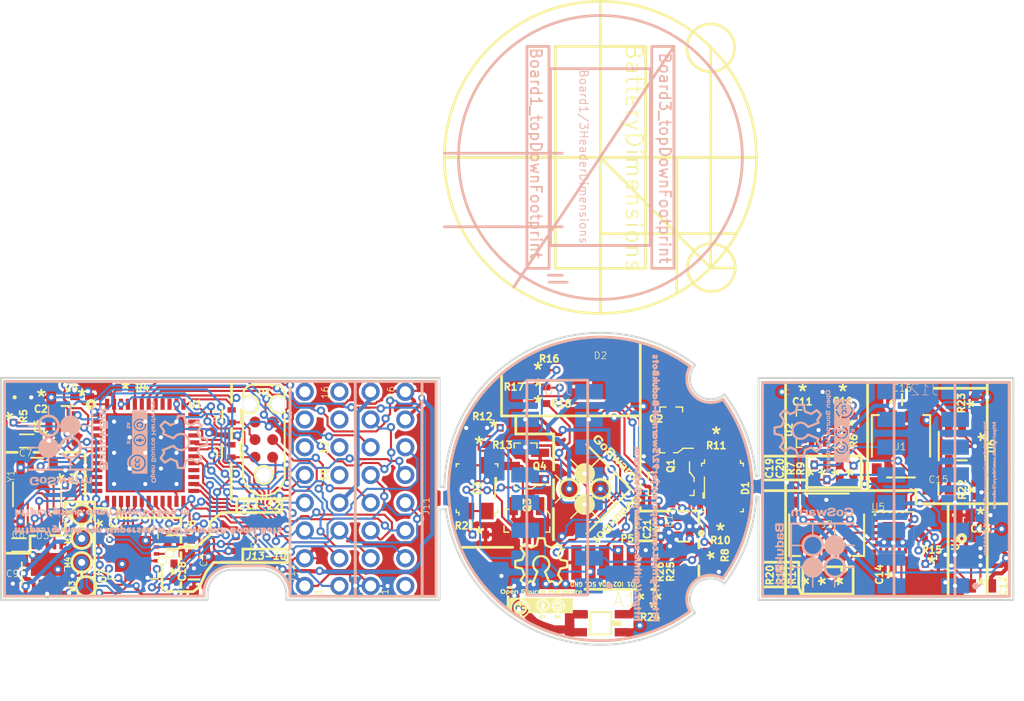
<source format=kicad_pcb>
(kicad_pcb (version 20171130) (host pcbnew "(5.0.0-3-g0214c9d)")
  (title_block (title BadukBot_PCB) (date 2018-10-25) (rev 0.1.0) (comment 1 "Licensed CC-BY-SA 4.0 By Caleb Cover") (comment 2 https://github.com/supersurfer92/SwarmUI-BadukBots))
  (layers (0 F.Cu signal) (31 B.Cu signal) (34 B.Paste user hide) (35 F.Paste user hide) (36 B.SilkS user hide) (37 F.SilkS user) (38 B.Mask user hide) (39 F.Mask user hide) (44 Edge.Cuts user))
  (net 0 "")
  (net 1 "Net-(B1-Pad1)")
  (net 2 "Net-(B1-Pad6)")
  (net 3 "Net-(C22-Pad1)")
  (net 4 "Net-(D1-PadA)")
  (net 5 "Net-(D2-Pad6)")
  (net 6 "Net-(D2-Pad4)")
  (net 7 "Net-(D2-Pad5)")
  (net 8 "Net-(D3-PadA)")
  (net 9 "Net-(J1-Pad3)")
  (net 10 "Net-(J1-Pad4)")
  (net 11 "Net-(J2-Pad5)")
  (net 12 "Net-(J2-Pad4)")
  (net 13 "Net-(J2-Pad1)")
  (net 14 "Net-(J2-Pad2)")
  (net 15 "Net-(J2-Pad3)")
  (net 16 "Net-(Q1-Pad1)")
  (net 17 "Net-(Q3-Pad1)")
  (net 18 "Net-(P1-Pad2)")
  (net 19 SWDIO)
  (net 20 NRST)
  (net 21 "Net-(P1-Pad3)")
  (net 22 "Net-(P1-Pad4)")
  (net 23 SWCLK)
  (net 24 "Net-(R27-Pad2)")
  (net 25 "Net-(U1-Pad2)")
  (net 26 "Net-(U1-Pad3)")
  (net 27 "Net-(U1-Pad4)")
  (net 28 CSN)
  (net 29 SCK)
  (net 30 MISO)
  (net 31 MOSI)
  (net 32 RADIO_CE)
  (net 33 "Net-(U1-Pad27)")
  (net 34 "Net-(U1-Pad28)")
  (net 35 RADIO_CLK)
  (net 36 "Net-(U1-Pad33)")
  (net 37 "Net-(U1-Pad35)")
  (net 38 "Net-(U1-Pad36)")
  (net 39 "Net-(U1-Pad39)")
  (net 40 "Net-(R4-Pad1)")
  (net 41 "Net-(U1-Pad45)")
  (net 42 "Net-(U7-Pad9)")
  (net 43 "Net-(R14-Pad1)")
  (net 44 "Net-(R19-Pad1)")
  (net 45 "Net-(R20-Pad1)")
  (net 46 "Net-(U2-Pad11)")
  (net 47 "Net-(U2-Pad10)")
  (net 48 "Net-(R22-Pad2)")
  (net 49 "Net-(U5-Pad6)")
  (net 50 "Net-(U5-Pad10)")
  (net 51 "Net-(U5-Pad20)")
  (net 52 "Net-(U5-Pad16)")
  (net 53 "Net-(U5-Pad1)")
  (net 54 "Net-(U5-Pad5)")
  (net 55 "Net-(U5-Pad19)")
  (net 56 "Net-(U5-Pad17)")
  (net 57 "Net-(U5-Pad18)")
  (net 58 "Net-(U5-Pad7)")
  (net 59 7a_RGBLED3)
  (net 60 21a_3.3v)
  (net 61 2a_GND)
  (net 62 "Net-(J12-Pad10)")
  (net 63 "Net-(J13-Pad10)")
  (net 64 "Net-(J11-Pad2)")
  (net 65 "Net-(J12-Pad16)")
  (net 66 "Net-(J12-Pad14)")
  (net 67 "Net-(J12-Pad12)")
  (net 68 "Net-(J12-Pad15)")
  (net 69 "Net-(J12-Pad13)")
  (net 70 "Net-(J12-Pad11)")
  (net 71 "Net-(J13-Pad11)")
  (net 72 "Net-(J13-Pad12)")
  (net 73 "Net-(J13-Pad13)")
  (net 74 "Net-(J13-Pad14)")
  (net 75 "Net-(J13-Pad15)")
  (net 76 "Net-(J13-Pad16)")
  (net 77 "Net-(M3-Pad1)")
  (net 78 "Net-(M4-Pad1)")
  (net 79 "Net-(M2-Pad1)")
  (net 80 "Net-(M1-Pad1)")
  (net 81 "Net-(P1-Pad6)")
  (net 82 "Net-(J10-Pad10)")
  (net 83 "Net-(J10-Pad8)")
  (net 84 "Net-(J10-Pad11)")
  (net 85 "Net-(J10-Pad9)")
  (net 86 23a_Ground)
  (net 87 "Net-(U2-Pad9)")
  (net 88 "Net-(A1-Pad1)")
  (net 89 2aGND)
  (net 90 14aVDDPA)
  (net 91 12aA1)
  (net 92 13aA2)
  (net 93 2bGND)
  (net 94 1b33v)
  (net 95 MCUX116MHZ)
  (net 96 MCUX216MHZ)
  (net 97 23aGround)
  (net 98 21a33v)
  (net 99 22aVBAT)
  (net 100 28aP41)
  (net 101 1a33v)
  (net 102 6aRGBLED2)
  (net 103 4aPHOTODIODE2)
  (net 104 15aP41)
  (net 105 7aRGBLED3)
  (net 106 5aRGBLED1)
  (net 107 3aPHOTODIODE1)
  (net 108 3bPHOTODIODE1)
  (net 109 4bPHOTODIODE2)
  (net 110 6bRGBLED2)
  (net 111 5bRGBLED1)
  (net 112 7bRGBLED3)
  (net 113 12bA1)
  (net 114 13bA2)
  (net 115 14bVDDPA)
  (net 116 15bP41)
  (net 117 26aSCL)
  (net 118 24aIMUINT)
  (net 119 ~29aTOUCHCHG~)
  (net 120 27aCHARGING)
  (net 121 25aSDA)
  (net 122 22bVBAT)
  (net 123 24bIMUINT)
  (net 124 11bSCL)
  (net 125 10bSDA)
  (net 126 27bCHARGING)
  (net 127 ~29bTOUCHCHG~)
  (net 128 9bIO2)
  (net 129 8bIO1)
  (net 130 21a3.3v)
  (net 131 RADIOIRQ)
  (net 132 RADIOCLK)
  (net 133 MOTORCONTROL4)
  (net 134 MOTORCONTROL3)
  (net 135 MOTORCONTROL2)
  (net 136 MOTORCONTROL1)
  (module library:ExternalPort (layer F.Cu) (at 117.05 113.07 180)
    (fp_text reference P5 (at -1.17 1.72 180) (layer F.SilkS) (effects (font (size 0.5 0.5) (thickness 0.125))))
    (fp_text value Pads hide)
    (pad 6 smd rect (at 2.5 0 180) (size 0.75 2.5) (layers F.Cu F.Paste F.Mask) (net 89 2aGND))
    (pad 5 smd rect (at 1.5 0 180) (size 0.75 2.5) (layers F.Cu F.Paste F.Mask) (net 83 "Net-(J10-Pad8)"))
    (pad 4 smd rect (at 0.5 0 180) (size 0.75 2.5) (layers F.Cu F.Paste F.Mask) (net 85 "Net-(J10-Pad9)"))
    (pad 3 smd rect (at -0.5 0 180) (size 0.75 2.5) (layers F.Cu F.Paste F.Mask) (net 84 "Net-(J10-Pad11)"))
    (pad 2 smd rect (at -1.5 0 180) (size 0.75 2.5) (layers F.Cu F.Paste F.Mask) (net 82 "Net-(J10-Pad10)"))
    (pad 1 smd rect (at -2.5 0 180) (size 0.75 2.5) (layers F.Cu F.Paste F.Mask) (net 101 1a33v))
  )
  (module 16pos_2mm_RA:0877601616 (layer F.Cu) (at 96.20868 107.759148 270)
    (fp_text reference J13 (at 6.080852 2.21868 270) (layer F.SilkS) (effects (font (size 0.5 0.5) (thickness 0.05))))
    (fp_text value 62401621722 hide)
    (fp_text user 1 (at 7.415852 0.22868 270) (layer F.SilkS) (effects (font (size 0.5 0.5) (thickness 0.05))))
    (fp_text user 16 (at -6.949148 -0.22132 270) (layer F.SilkS) (effects (font (size 0.5 0.5) (thickness 0.05))))
    (fp_text user 1 (at 7.415852 0.22868 270) (layer F.SilkS) (effects (font (size 0.5 0.5) (thickness 0.05))))
    (pad 16 thru_hole circle (at -7 -1.25 90) (size 1.308 1.308) (drill 0.8) (layers *.Cu *.Mask) (net 76 "Net-(J13-Pad16)"))
    (pad 15 thru_hole circle (at -7 1.25 90) (size 1.308 1.308) (drill 0.8) (layers *.Cu *.Mask) (net 75 "Net-(J13-Pad15)"))
    (pad 14 thru_hole circle (at -5 -1.25 90) (size 1.308 1.308) (drill 0.8) (layers *.Cu *.Mask) (net 74 "Net-(J13-Pad14)"))
    (pad 13 thru_hole circle (at -5 1.25 90) (size 1.308 1.308) (drill 0.8) (layers *.Cu *.Mask) (net 73 "Net-(J13-Pad13)"))
    (pad 12 thru_hole circle (at -3 -1.25 90) (size 1.308 1.308) (drill 0.8) (layers *.Cu *.Mask) (net 72 "Net-(J13-Pad12)"))
    (pad 11 thru_hole circle (at -3 1.25 90) (size 1.308 1.308) (drill 0.8) (layers *.Cu *.Mask) (net 71 "Net-(J13-Pad11)"))
    (pad 10 thru_hole circle (at -1 -1.25 90) (size 1.308 1.308) (drill 0.8) (layers *.Cu *.Mask) (net 63 "Net-(J13-Pad10)"))
    (pad 9 thru_hole circle (at -1 1.25 90) (size 1.308 1.308) (drill 0.8) (layers *.Cu *.Mask) (net 127 ~29bTOUCHCHG~))
    (pad 7 thru_hole circle (at 1 1.25 90) (size 1.308 1.308) (drill 0.8) (layers *.Cu *.Mask) (net 126 27bCHARGING))
    (pad 8 thru_hole circle (at 1 -1.25 90) (size 1.308 1.308) (drill 0.8) (layers *.Cu *.Mask) (net 116 15bP41))
    (pad 5 thru_hole circle (at 3 1.25 90) (size 1.308 1.308) (drill 0.8) (layers *.Cu *.Mask) (net 125 10bSDA))
    (pad 6 thru_hole circle (at 3 -1.25 90) (size 1.308 1.308) (drill 0.8) (layers *.Cu *.Mask) (net 124 11bSCL))
    (pad 4 thru_hole circle (at 5 -1.25 90) (size 1.308 1.308) (drill 0.8) (layers *.Cu *.Mask) (net 123 24bIMUINT))
    (pad 3 thru_hole circle (at 5 1.25 90) (size 1.308 1.308) (drill 0.8) (layers *.Cu *.Mask) (net 93 2bGND))
    (pad 2 thru_hole circle (at 7 -1.25 90) (size 1.308 1.308) (drill 0.8) (layers *.Cu *.Mask) (net 122 22bVBAT))
    (pad 1 thru_hole circle (at 7 1.25 90) (size 1.308 1.308) (drill 0.8) (layers *.Cu *.Mask) (net 94 1b33v))
  )
  (module 16pos_2mm_RA:0877601616 (layer F.Cu) (at 100.95868 107.759148 270)
    (fp_text reference J11 (at 1.240852 -2.74632 270) (layer F.SilkS) (effects (font (size 0.5 0.5) (thickness 0.05))))
    (fp_text value 62401621722 hide)
    (fp_text user 1 (at 7.415852 0.22868 270) (layer F.SilkS) (effects (font (size 0.5 0.5) (thickness 0.05))))
    (fp_text user 16 (at -6.949148 -0.22132 270) (layer F.SilkS) (effects (font (size 0.5 0.5) (thickness 0.05))))
    (fp_text user 1 (at 7.415852 0.22868 270) (layer F.SilkS) (effects (font (size 0.5 0.5) (thickness 0.05))))
    (pad 16 thru_hole circle (at -7 -1.25 90) (size 1.308 1.308) (drill 0.8) (layers *.Cu *.Mask) (net 93 2bGND))
    (pad 15 thru_hole circle (at -7 1.25 90) (size 1.308 1.308) (drill 0.8) (layers *.Cu *.Mask) (net 116 15bP41))
    (pad 14 thru_hole circle (at -5 -1.25 90) (size 1.308 1.308) (drill 0.8) (layers *.Cu *.Mask) (net 115 14bVDDPA))
    (pad 13 thru_hole circle (at -5 1.25 90) (size 1.308 1.308) (drill 0.8) (layers *.Cu *.Mask) (net 114 13bA2))
    (pad 12 thru_hole circle (at -3 -1.25 90) (size 1.308 1.308) (drill 0.8) (layers *.Cu *.Mask) (net 113 12bA1))
    (pad 11 thru_hole circle (at -3 1.25 90) (size 1.308 1.308) (drill 0.8) (layers *.Cu *.Mask) (net 128 9bIO2))
    (pad 10 thru_hole circle (at -1 -1.25 90) (size 1.308 1.308) (drill 0.8) (layers *.Cu *.Mask) (net 129 8bIO1))
    (pad 9 thru_hole circle (at -1 1.25 90) (size 1.308 1.308) (drill 0.8) (layers *.Cu *.Mask) (net 125 10bSDA))
    (pad 7 thru_hole circle (at 1 1.25 90) (size 1.308 1.308) (drill 0.8) (layers *.Cu *.Mask) (net 112 7bRGBLED3))
    (pad 8 thru_hole circle (at 1 -1.25 90) (size 1.308 1.308) (drill 0.8) (layers *.Cu *.Mask) (net 124 11bSCL))
    (pad 5 thru_hole circle (at 3 1.25 90) (size 1.308 1.308) (drill 0.8) (layers *.Cu *.Mask) (net 111 5bRGBLED1))
    (pad 6 thru_hole circle (at 3 -1.25 90) (size 1.308 1.308) (drill 0.8) (layers *.Cu *.Mask) (net 110 6bRGBLED2))
    (pad 4 thru_hole circle (at 5 -1.25 90) (size 1.308 1.308) (drill 0.8) (layers *.Cu *.Mask) (net 109 4bPHOTODIODE2))
    (pad 3 thru_hole circle (at 5 1.25 90) (size 1.308 1.308) (drill 0.8) (layers *.Cu *.Mask) (net 108 3bPHOTODIODE1))
    (pad 2 thru_hole circle (at 7 -1.25 90) (size 1.308 1.308) (drill 0.8) (layers *.Cu *.Mask) (net 64 "Net-(J11-Pad2)"))
    (pad 1 thru_hole circle (at 7 1.25 90) (size 1.308 1.308) (drill 0.8) (layers *.Cu *.Mask) (net 94 1b33v))
  )
  (module 10K0402:CRCW040210K0FKED (layer F.Cu) (at 134.538827 106.566213 270)
    (fp_text reference R9 (at -0.266213 3.818827 270) (layer F.SilkS) (effects (font (size 0.5 0.5) (thickness 0.125))))
    (fp_text value 10K hide)
    (fp_text user * (at 0 0 270) (layer F.SilkS))
    (pad 2 smd rect (at 0.4699 0 270) (size 0.508 0.5588) (layers F.Cu F.Paste F.Mask) (net 130 21a3.3v))
    (pad 1 smd rect (at -0.4699 0 270) (size 0.508 0.5588) (layers F.Cu F.Paste F.Mask) (net 117 26aSCL))
  )
  (module 1uF:0603ZD105KAT2A (layer F.Cu) (at 143.731369 114.756361 180)
    (fp_text reference C12 (at -1.588631 -0.013639 270) (layer F.SilkS) (effects (font (size 0.5 0.5) (thickness 0.125))))
    (fp_text value 1uF hide)
    (fp_text user * (at 0 0 180) (layer F.SilkS))
    (pad 2 smd rect (at 0.7239 0 180) (size 0.7112 0.9652) (layers F.Cu F.Paste F.Mask) (net 97 23aGround))
    (pad 1 smd rect (at -0.7239 0 180) (size 0.7112 0.9652) (layers F.Cu F.Paste F.Mask) (net 99 22aVBAT))
  )
  (module ADP122ACPZ-3.3-R7:SON65P200X200X60-7N-D (layer F.Cu) (at 143.681369 112.656361)
    (fp_text reference U4 (at -1.801369 -0.946361 -90) (layer F.SilkS) (effects (font (size 0.5 0.5) (thickness 0.125))))
    (fp_text value ADP122ACPZ33R7 hide)
    (pad 7 smd rect (at 0 0) (size 1.1 1.7) (layers F.Cu F.Paste F.Mask) (net 97 23aGround))
    (pad 6 smd rect (at 1.05 -0.65 90) (size 0.35 0.6) (layers F.Cu F.Paste F.Mask) (net 99 22aVBAT))
    (pad 5 smd rect (at 1.05 0 90) (size 0.35 0.6) (layers F.Cu F.Paste F.Mask) (net 97 23aGround))
    (pad 4 smd rect (at 1.05 0.65 90) (size 0.35 0.6) (layers F.Cu F.Paste F.Mask) (net 99 22aVBAT))
    (pad 3 smd rect (at -1.05 0.65 90) (size 0.35 0.6) (layers F.Cu F.Paste F.Mask) (net 97 23aGround))
    (pad 2 smd rect (at -1.05 0 90) (size 0.35 0.6) (layers F.Cu F.Paste F.Mask) (net 97 23aGround))
    (pad 1 smd rect (at -1.05 -0.65 90) (size 0.35 0.6) (layers F.Cu F.Paste F.Mask) (net 98 21a33v))
  )
  (module 1uF:0603ZD105KAT2A (layer F.Cu) (at 143.681369 109.656361)
    (fp_text reference C13 (at 0.008631 0.973639) (layer F.SilkS) (effects (font (size 0.5 0.5) (thickness 0.125))))
    (fp_text value 1uF hide)
    (fp_text user * (at 0 0) (layer F.SilkS))
    (pad 2 smd rect (at 0.7239 0) (size 0.7112 0.9652) (layers F.Cu F.Paste F.Mask) (net 97 23aGround))
    (pad 1 smd rect (at -0.7239 0) (size 0.7112 0.9652) (layers F.Cu F.Paste F.Mask) (net 98 21a33v))
  )
  (module "2.2nF X7R 50V:C0402C222K5RACTU" (layer F.Cu) (at 120.62868 110.659148 270)
    (fp_text reference C21 (at -0.009148 0.97868 270) (layer F.SilkS) (effects (font (size 0.5 0.5) (thickness 0.125))))
    (fp_text value 2.2nF hide)
    (fp_text user * (at 0 0 270) (layer F.SilkS))
    (pad 2 smd rect (at 0.5334 0 270) (size 0.6604 0.508) (layers F.Cu F.Paste F.Mask) (net 89 2aGND))
    (pad 1 smd rect (at -0.5334 0 270) (size 0.6604 0.508) (layers F.Cu F.Paste F.Mask) (net 90 14aVDDPA))
  )
  (module MOLEX_78171-0002:MOLEX_78171-0002_0 (layer F.Cu) (at 137.950937 104.687532)
    (fp_text reference J1 (at -0.034148 0.025778) (layer F.SilkS) (effects (font (size 0.5 0.5) (thickness 0.05))))
    (fp_text value MOLEX781710002 hide)
    (pad 2 smd rect (at 0.6 -2.145) (size 0.6 0.85) (layers F.Cu F.Paste F.Mask) (net 97 23aGround))
    (pad 1 smd rect (at -0.6 -2.145) (size 0.6 0.85) (layers F.Cu F.Paste F.Mask) (net 99 22aVBAT))
    (pad 4 smd rect (at 1.75 1.63) (size 0.7 0.8) (layers F.Cu F.Paste F.Mask) (net 10 "Net-(J1-Pad4)"))
    (pad 3 smd rect (at -1.75 1.63) (size 0.7 0.8) (layers F.Cu F.Paste F.Mask) (net 9 "Net-(J1-Pad3)"))
  )
  (module TAIYO_YUDEN_LMK107BJ475KA-T:TAIYO_YUDEN_LMK107BJ475KA-T_0 (layer F.Cu) (at 138.025937 101.32463)
    (fp_text reference C16 (at 0.000852 -0.83132) (layer F.SilkS) (effects (font (size 0.5 0.5) (thickness 0.05))))
    (fp_text value Taiyo hide)
    (pad 2 smd rect (at 0.8 0) (size 0.7 0.7) (layers F.Cu F.Paste F.Mask) (net 97 23aGround))
    (pad 1 smd rect (at -0.8 0) (size 0.7 0.7) (layers F.Cu F.Paste F.Mask) (net 99 22aVBAT))
  )
  (module 100nf:C0402C104K4RACTU (layer F.Cu) (at 131.698827 106.566213 90)
    (fp_text reference C19 (at 0.286213 -3.228827 90) (layer F.SilkS) (effects (font (size 0.5 0.5) (thickness 0.125))))
    (fp_text value 10nF hide)
    (fp_text user * (at 0 0 90) (layer F.SilkS))
    (pad 2 smd rect (at 0.5334 0 90) (size 0.6604 0.508) (layers F.Cu F.Paste F.Mask) (net 98 21a33v))
    (pad 1 smd rect (at -0.5334 0 90) (size 0.6604 0.508) (layers F.Cu F.Paste F.Mask) (net 97 23aGround))
  )
  (module digikey-footprints:SOT-23-3 (layer F.Cu) (at 110.87868 106.109148 180)
    (fp_text reference Q4 (at -1.02132 -0.020852) (layer F.SilkS) (effects (font (size 0.5 0.5) (thickness 0.125))))
    (fp_text value MMBT3904LT1G)
    (pad 1 smd rect (at -1.05 -0.95 180) (size 1.3 0.6) (layers F.Cu F.Paste F.Mask) (net 8 "Net-(D3-PadA)"))
    (pad 2 smd rect (at -1.05 0.95 180) (size 1.3 0.6) (layers F.Cu F.Paste F.Mask) (net 89 2aGND))
    (pad 3 smd rect (at 1.05 0 180) (size 1.3 0.6) (layers F.Cu F.Paste F.Mask) (net 17 "Net-(Q3-Pad1)"))
  )
  (module 22r:VISHAY_CRCW040222R0FKED_0 (layer F.Cu) (at 89.68678 102.52063 90)
    (fp_text reference R3 (at 0.01063 -1.04678 90) (layer F.SilkS) (effects (font (size 0.5 0.5) (thickness 0.05))))
    (fp_text value VISHAY_CRCW040222R0FKED hide)
    (pad 2 smd rect (at 0.45 0 90) (size 0.4 0.6) (layers F.Cu F.Paste F.Mask) (net 23 SWCLK))
    (pad 1 smd rect (at -0.45 0 90) (size 0.4 0.6) (layers F.Cu F.Paste F.Mask) (net 22 "Net-(P1-Pad4)"))
  )
  (module digikey-footprints:QFN-20-1EP_4x4mm_RevA (layer F.Cu) (at 82.571173 112.448706 270)
    (fp_text reference U7 (at 1.591294 2.181173 270) (layer F.SilkS) (effects (font (size 0.5 0.5) (thickness 0.125))))
    (fp_text value NRF24L01PR7)
    (pad 16 smd rect (at 1 -1.7 270) (size 0.25 0.4) (layers F.Cu F.Paste F.Mask) (net 24 "Net-(R27-Pad2)"))
    (pad 17 smd rect (at 0.5 -1.7 270) (size 0.25 0.4) (layers F.Cu F.Paste F.Mask) (net 93 2bGND))
    (pad 18 smd rect (at 0 -1.7 270) (size 0.25 0.4) (layers F.Cu F.Paste F.Mask) (net 94 1b33v))
    (pad 19 smd rect (at -0.5 -1.7 270) (size 0.25 0.4) (layers F.Cu F.Paste F.Mask) (net 3 "Net-(C22-Pad1)"))
    (pad 20 smd rect (at -1 -1.7 270) (size 0.25 0.4) (layers F.Cu F.Paste F.Mask) (net 93 2bGND))
    (pad 10 smd rect (at 1 1.7 270) (size 0.25 0.4) (layers F.Cu F.Paste F.Mask) (net 35 RADIO_CLK))
    (pad 9 smd rect (at 0.5 1.7 270) (size 0.25 0.4) (layers F.Cu F.Paste F.Mask) (net 42 "Net-(U7-Pad9)"))
    (pad 8 smd rect (at 0 1.7 270) (size 0.25 0.4) (layers F.Cu F.Paste F.Mask) (net 93 2bGND))
    (pad 7 smd rect (at -0.5 1.7 270) (size 0.25 0.4) (layers F.Cu F.Paste F.Mask) (net 94 1b33v))
    (pad 6 smd rect (at -1 1.7 270) (size 0.25 0.4) (layers F.Cu F.Paste F.Mask) (net 131 RADIOIRQ))
    (pad 11 smd rect (at 1.7 1 270) (size 0.4 0.25) (layers F.Cu F.Paste F.Mask) (net 115 14bVDDPA))
    (pad 12 smd rect (at 1.7 0.5 270) (size 0.4 0.25) (layers F.Cu F.Paste F.Mask) (net 113 12bA1))
    (pad 13 smd rect (at 1.7 0 270) (size 0.4 0.25) (layers F.Cu F.Paste F.Mask) (net 114 13bA2))
    (pad 14 smd rect (at 1.7 -0.5 270) (size 0.4 0.25) (layers F.Cu F.Paste F.Mask) (net 93 2bGND))
    (pad 15 smd rect (at 1.7 -1 270) (size 0.4 0.25) (layers F.Cu F.Paste F.Mask) (net 94 1b33v))
    (pad 5 smd rect (at -1.7 1 270) (size 0.4 0.25) (layers F.Cu F.Paste F.Mask) (net 30 MISO))
    (pad 4 smd rect (at -1.7 0.5 270) (size 0.4 0.25) (layers F.Cu F.Paste F.Mask) (net 31 MOSI))
    (pad 3 smd rect (at -1.7 0 270) (size 0.4 0.25) (layers F.Cu F.Paste F.Mask) (net 29 SCK))
    (pad 2 smd rect (at -1.7 -0.5 270) (size 0.4 0.25) (layers F.Cu F.Paste F.Mask) (net 28 CSN))
    (pad 21 smd rect (at 0 0 270) (size 2.6 2.6) (layers F.Cu F.Paste F.Mask) (net 93 2bGND))
    (pad 1 smd rect (at -1.7 -1 270) (size 0.4 0.25) (layers F.Cu F.Paste F.Mask) (net 32 RADIO_CE))
  )
  (module Silk:OpenHardwareLogo (layer B.Cu) (at 85.06 104.38 90)
    (fp_text reference G2 hide)
    (fp_text value LOGO hide)
  )
  (module Silk:BadukBot-GoSwarm (layer B.Cu) (at 77.89 104.64 90)
    (fp_text reference G1 hide)
    (fp_text value LOGO hide)
  )
  (module Connector_DIN:Conn_01x02_Female (layer F.Cu) (at 115.17868 107.759148)
    (fp_text reference P4 hide)
    (fp_text value Conn01x02Female hide)
    (pad 1 smd circle (at -1.15 0) (size 1.524 1.524) (layers F.Cu F.Paste F.Mask) (net 104 15aP41))
    (pad 2 smd circle (at 1.1 0) (size 1.524 1.524) (layers F.Cu F.Paste F.Mask) (net 89 2aGND))
  )
  (module A13:A13_1 (layer B.Cu) (at 113.77868 107.759148 270)
    (fp_text reference J10 (at -7.134148 0.55368 180) (layer B.SilkS) (effects (font (size 0.787402 0.787402) (thickness 0.05)) (justify mirror)))
    (fp_text value A316DA2SV71 hide)
    (pad 16 smd rect (at -7.008176 2.927607 270) (size 1.1 2) (layers B.Cu B.Paste B.Mask) (net 89 2aGND))
    (pad 14 smd rect (at -5.008176 2.927607 270) (size 1.1 2) (layers B.Cu B.Paste B.Mask) (net 90 14aVDDPA))
    (pad 12 smd rect (at -3.008176 2.927607 270) (size 1.1 2) (layers B.Cu B.Paste B.Mask) (net 91 12aA1))
    (pad 10 smd rect (at -1.008176 2.927607 270) (size 1.1 2) (layers B.Cu B.Paste B.Mask) (net 82 "Net-(J10-Pad10)"))
    (pad 8 smd rect (at 0.991824 2.927607 270) (size 1.1 2) (layers B.Cu B.Paste B.Mask) (net 83 "Net-(J10-Pad8)"))
    (pad 6 smd rect (at 2.991824 2.927607 270) (size 1.1 2) (layers B.Cu B.Paste B.Mask) (net 102 6aRGBLED2))
    (pad 4 smd rect (at 4.991824 2.927607 270) (size 1.1 2) (layers B.Cu B.Paste B.Mask) (net 103 4aPHOTODIODE2))
    (pad 2 smd rect (at 6.991824 2.927607 270) (size 1.1 2) (layers B.Cu B.Paste B.Mask) (net 89 2aGND))
    (pad 15 smd rect (at -7.008176 -1.672393 270) (size 1.1 2) (layers B.Cu B.Paste B.Mask) (net 104 15aP41))
    (pad 13 smd rect (at -5.008176 -1.672393 270) (size 1.1 2) (layers B.Cu B.Paste B.Mask) (net 92 13aA2))
    (pad 11 smd rect (at -3.008176 -1.672393 270) (size 1.1 2) (layers B.Cu B.Paste B.Mask) (net 84 "Net-(J10-Pad11)"))
    (pad 9 smd rect (at -1.008176 -1.672393 270) (size 1.1 2) (layers B.Cu B.Paste B.Mask) (net 85 "Net-(J10-Pad9)"))
    (pad 7 smd rect (at 0.991824 -1.672393 270) (size 1.1 2) (layers B.Cu B.Paste B.Mask) (net 105 7aRGBLED3))
    (pad 5 smd rect (at 2.991824 -1.672393 270) (size 1.1 2) (layers B.Cu B.Paste B.Mask) (net 106 5aRGBLED1))
    (pad 3 smd rect (at 4.991824 -1.672393 270) (size 1.1 2) (layers B.Cu B.Paste B.Mask) (net 107 3aPHOTODIODE1))
    (pad 1 smd rect (at 6.991824 -1.672393 270) (size 1.1 2) (layers B.Cu B.Paste B.Mask) (net 101 1a33v))
  )
  (module A13:A13_1 (layer B.Cu) (at 140.17868 107.759148 270)
    (fp_text reference J12 (at -7.134148 0.55368 180) (layer B.SilkS) (effects (font (size 0.787402 0.787402) (thickness 0.05)) (justify mirror)))
    (fp_text value A316DA2SV71 hide)
    (pad 16 smd rect (at -7.008176 2.927607 270) (size 1.1 2) (layers B.Cu B.Paste B.Mask) (net 65 "Net-(J12-Pad16)"))
    (pad 14 smd rect (at -5.008176 2.927607 270) (size 1.1 2) (layers B.Cu B.Paste B.Mask) (net 66 "Net-(J12-Pad14)"))
    (pad 12 smd rect (at -3.008176 2.927607 270) (size 1.1 2) (layers B.Cu B.Paste B.Mask) (net 67 "Net-(J12-Pad12)"))
    (pad 10 smd rect (at -1.008176 2.927607 270) (size 1.1 2) (layers B.Cu B.Paste B.Mask) (net 62 "Net-(J12-Pad10)"))
    (pad 8 smd rect (at 0.991824 2.927607 270) (size 1.1 2) (layers B.Cu B.Paste B.Mask) (net 100 28aP41))
    (pad 6 smd rect (at 2.991824 2.927607 270) (size 1.1 2) (layers B.Cu B.Paste B.Mask) (net 117 26aSCL))
    (pad 4 smd rect (at 4.991824 2.927607 270) (size 1.1 2) (layers B.Cu B.Paste B.Mask) (net 118 24aIMUINT))
    (pad 2 smd rect (at 6.991824 2.927607 270) (size 1.1 2) (layers B.Cu B.Paste B.Mask) (net 99 22aVBAT))
    (pad 15 smd rect (at -7.008176 -1.672393 270) (size 1.1 2) (layers B.Cu B.Paste B.Mask) (net 68 "Net-(J12-Pad15)"))
    (pad 13 smd rect (at -5.008176 -1.672393 270) (size 1.1 2) (layers B.Cu B.Paste B.Mask) (net 69 "Net-(J12-Pad13)"))
    (pad 11 smd rect (at -3.008176 -1.672393 270) (size 1.1 2) (layers B.Cu B.Paste B.Mask) (net 70 "Net-(J12-Pad11)"))
    (pad 9 smd rect (at -1.008176 -1.672393 270) (size 1.1 2) (layers B.Cu B.Paste B.Mask) (net 119 ~29aTOUCHCHG~))
    (pad 7 smd rect (at 0.991824 -1.672393 270) (size 1.1 2) (layers B.Cu B.Paste B.Mask) (net 120 27aCHARGING))
    (pad 5 smd rect (at 2.991824 -1.672393 270) (size 1.1 2) (layers B.Cu B.Paste B.Mask) (net 121 25aSDA))
    (pad 3 smd rect (at 4.991824 -1.672393 270) (size 1.1 2) (layers B.Cu B.Paste B.Mask) (net 97 23aGround))
    (pad 1 smd rect (at 6.991824 -1.672393 270) (size 1.1 2) (layers B.Cu B.Paste B.Mask) (net 98 21a33v))
  )
  (module 100nf:C0402C104K4RACTU (layer F.Cu) (at 85.53 113.72 270)
    (fp_text reference C18 (at -0.009148 -0.59132 270) (layer F.SilkS) (effects (font (size 0.5 0.5) (thickness 0.125))))
    (fp_text value 100nF hide)
    (fp_text user * (at -0.009148 -0.23132 270) (layer F.SilkS))
    (pad 2 smd rect (at 0.5334 0 270) (size 0.6604 0.508) (layers F.Cu F.Paste F.Mask) (net 94 1b33v))
    (pad 1 smd rect (at -0.5334 0 270) (size 0.6604 0.508) (layers F.Cu F.Paste F.Mask) (net 93 2bGND))
  )
  (module 100nf:C0402C104K4RACTU (layer F.Cu) (at 76.50868 103.759148 270)
    (fp_text reference C6 (at -0.509148 0.77868 270) (layer F.SilkS) (effects (font (size 0.5 0.5) (thickness 0.125))))
    (fp_text value 100nF hide)
    (fp_text user * (at 0 0 270) (layer F.SilkS))
    (pad 2 smd rect (at 0.5334 0 270) (size 0.6604 0.508) (layers F.Cu F.Paste F.Mask) (net 93 2bGND))
    (pad 1 smd rect (at -0.5334 0 270) (size 0.6604 0.508) (layers F.Cu F.Paste F.Mask) (net 20 NRST))
  )
  (module vq:VQFN_20PAD (layer F.Cu) (at 137.379716 110.9215)
    (fp_text reference U5 (at -1.07868 -1.859148) (layer F.SilkS) (effects (font (size 0.5 0.5) (thickness 0.05))))
    (fp_text value AT42QT1070MMHCTND hide)
    (pad 13 smd rect (at 1.3 0 180) (size 0.4 0.22) (layers F.Cu F.Paste F.Mask) (net 97 23aGround))
    (pad 12 smd rect (at 1.3 0.45 180) (size 0.4 0.22) (layers F.Cu F.Paste F.Mask) (net 121 25aSDA))
    (pad 14 smd rect (at 1.3 -0.45 180) (size 0.4 0.22) (layers F.Cu F.Paste F.Mask) (net 119 ~29aTOUCHCHG~))
    (pad 3 smd rect (at -1.3 0 180) (size 0.4 0.22) (layers F.Cu F.Paste F.Mask) (net 44 "Net-(R19-Pad1)"))
    (pad 4 smd rect (at -1.3 0.45 180) (size 0.4 0.22) (layers F.Cu F.Paste F.Mask) (net 43 "Net-(R14-Pad1)"))
    (pad 2 smd rect (at -1.3 -0.45 180) (size 0.4 0.22) (layers F.Cu F.Paste F.Mask) (net 45 "Net-(R20-Pad1)"))
    (pad 8 smd rect (at 0 1.3 270) (size 0.4 0.22) (layers F.Cu F.Paste F.Mask) (net 97 23aGround))
    (pad 9 smd rect (at 0.45 1.3 270) (size 0.4 0.22) (layers F.Cu F.Paste F.Mask) (net 97 23aGround))
    (pad 7 smd rect (at -0.45 1.3 270) (size 0.4 0.22) (layers F.Cu F.Paste F.Mask) (net 58 "Net-(U5-Pad7)"))
    (pad 18 smd rect (at 0 -1.3 270) (size 0.4 0.22) (layers F.Cu F.Paste F.Mask) (net 57 "Net-(U5-Pad18)"))
    (pad 17 smd rect (at 0.45 -1.3 270) (size 0.4 0.22) (layers F.Cu F.Paste F.Mask) (net 56 "Net-(U5-Pad17)"))
    (pad 19 smd rect (at -0.45 -1.3 270) (size 0.4 0.22) (layers F.Cu F.Paste F.Mask) (net 55 "Net-(U5-Pad19)"))
    (pad 11 smd rect (at 1.3 0.9 180) (size 0.4 0.22) (layers F.Cu F.Paste F.Mask) (net 97 23aGround))
    (pad 5 smd rect (at -1.3 0.9 180) (size 0.4 0.22) (layers F.Cu F.Paste F.Mask) (net 54 "Net-(U5-Pad5)"))
    (pad 15 smd rect (at 1.3 -0.9 180) (size 0.4 0.22) (layers F.Cu F.Paste F.Mask) (net 117 26aSCL))
    (pad 1 smd rect (at -1.3 -0.9 180) (size 0.4 0.22) (layers F.Cu F.Paste F.Mask) (net 53 "Net-(U5-Pad1)"))
    (pad 16 smd rect (at 0.9 -1.3 270) (size 0.4 0.22) (layers F.Cu F.Paste F.Mask) (net 52 "Net-(U5-Pad16)"))
    (pad 20 smd rect (at -0.9 -1.3 270) (size 0.4 0.22) (layers F.Cu F.Paste F.Mask) (net 51 "Net-(U5-Pad20)"))
    (pad 10 smd rect (at 0.9 1.3 270) (size 0.4 0.22) (layers F.Cu F.Paste F.Mask) (net 50 "Net-(U5-Pad10)"))
    (pad 6 smd rect (at -0.9 1.3 270) (size 0.4 0.22) (layers F.Cu F.Paste F.Mask) (net 49 "Net-(U5-Pad6)"))
    (pad 44 smd rect (at 0 0 180) (size 1.55 1.55) (layers F.Cu F.Paste F.Mask) (net 97 23aGround))
  )
  (module 10uF:CAPC1608X9N (layer F.Cu) (at 73.91 113.85 90)
    (fp_text reference C9 (at -0.025 -0.035) (layer F.SilkS) (effects (font (size 0.480732 0.480732) (thickness 0.05))))
    (fp_text value 10uF hide)
    (pad 2 smd rect (at 0.75 0 90) (size 0.93 0.93) (layers F.Cu F.Paste F.Mask) (net 93 2bGND))
    (pad 1 smd rect (at -0.75 0 90) (size 0.93 0.93) (layers F.Cu F.Paste F.Mask) (net 94 1b33v))
  )
  (module 1uF:0603ZD105KAT2A (layer F.Cu) (at 75.95868 101.159148)
    (fp_text reference C2 (at -0.02868 0.840852) (layer F.SilkS) (effects (font (size 0.5 0.5) (thickness 0.125))))
    (fp_text value 1uF hide)
    (fp_text user * (at 0 0) (layer F.SilkS))
    (pad 2 smd rect (at 0.7239 0) (size 0.7112 0.9652) (layers F.Cu F.Paste F.Mask) (net 93 2bGND))
    (pad 1 smd rect (at -0.7239 0) (size 0.7112 0.9652) (layers F.Cu F.Paste F.Mask) (net 94 1b33v))
  )
  (module 33nF:CAPC1005X55N (layer F.Cu) (at 85.52 111.58)
    (fp_text reference C22 (at -0.23 -0.81) (layer F.SilkS) (effects (font (size 0.5 0.5) (thickness 0.05))))
    (fp_text value 33nF hide)
    (pad 2 smd rect (at 0.43 0 90) (size 0.6 0.54) (layers F.Cu F.Paste F.Mask) (net 93 2bGND))
    (pad 1 smd rect (at -0.43 0 90) (size 0.6 0.54) (layers F.Cu F.Paste F.Mask) (net 3 "Net-(C22-Pad1)"))
  )
  (module JOHANSON_2450BM14A0002T:JOHANSON_2450BM14A0002T_0 (layer F.Cu) (at 122.27868 110.459148 180)
    (fp_text reference B1 (at 1.05368 0.384148 -90) (layer F.SilkS) (effects (font (size 0.5 0.5) (thickness 0.05))))
    (fp_text value nrf24l01 hide)
    (pad 6 smd rect (at 0.425 -0.5 180) (size 0.55 0.25) (layers F.Cu F.Paste F.Mask) (net 2 "Net-(B1-Pad6)"))
    (pad 5 smd rect (at 0.425 0 180) (size 0.55 0.25) (layers F.Cu F.Paste F.Mask) (net 90 14aVDDPA))
    (pad 4 smd rect (at 0.425 0.5 180) (size 0.55 0.25) (layers F.Cu F.Paste F.Mask) (net 91 12aA1))
    (pad 3 smd rect (at -0.425 0.5 180) (size 0.55 0.25) (layers F.Cu F.Paste F.Mask) (net 92 13aA2))
    (pad 2 smd rect (at -0.425 0 180) (size 0.55 0.25) (layers F.Cu F.Paste F.Mask) (net 89 2aGND))
    (pad 1 smd rect (at -0.425 -0.5 180) (size 0.55 0.25) (layers F.Cu F.Paste F.Mask) (net 1 "Net-(B1-Pad1)"))
  )
  (module 22pf_GRM1555C1H220JA01D:CAPC1005X55N (layer F.Cu) (at 74.90868 104.309148)
    (fp_text reference C7 (at -0.07868 0.865852) (layer F.SilkS) (effects (font (size 0.5 0.5) (thickness 0.05))))
    (fp_text value 22pF hide)
    (pad 2 smd rect (at 0.43 0 90) (size 0.6 0.54) (layers F.Cu F.Paste F.Mask) (net 93 2bGND))
    (pad 1 smd rect (at -0.43 0 90) (size 0.6 0.54) (layers F.Cu F.Paste F.Mask) (net 95 MCUX116MHZ))
  )
  (module 22pf_GRM1555C1H220JA01D:CAPC1005X55N (layer F.Cu) (at 74.355 111.8 180)
    (fp_text reference C8 (at 0.05 0.75 180) (layer F.SilkS) (effects (font (size 0.5 0.5) (thickness 0.05))))
    (fp_text value 22pF hide)
    (pad 2 smd rect (at 0.43 0 270) (size 0.6 0.54) (layers F.Cu F.Paste F.Mask) (net 93 2bGND))
    (pad 1 smd rect (at -0.43 0 270) (size 0.6 0.54) (layers F.Cu F.Paste F.Mask) (net 96 MCUX216MHZ))
  )
  (module TAIYO_YUDEN_LMK107BJ475KA-T:TAIYO_YUDEN_LMK107BJ475KA-T_0 (layer F.Cu) (at 86.97 114.29 270)
    (fp_text reference C3 (at -1.38 -0.7 270) (layer F.SilkS) (effects (font (size 0.5 0.5) (thickness 0.05))))
    (fp_text value TAIYO_YUDEN_LMK107BJ475KA-T hide)
    (pad 2 smd rect (at 0.8 0 270) (size 0.7 0.7) (layers F.Cu F.Paste F.Mask) (net 93 2bGND))
    (pad 1 smd rect (at -0.8 0 270) (size 0.7 0.7) (layers F.Cu F.Paste F.Mask) (net 94 1b33v))
  )
  (module TAIYO_YUDEN_LMK107BJ475KA-T:TAIYO_YUDEN_LMK107BJ475KA-T_0 (layer F.Cu) (at 140.653201 107.827588 180)
    (fp_text reference C15 (at 0.000852 0.737588 180) (layer F.SilkS) (effects (font (size 0.5 0.5) (thickness 0.05))))
    (fp_text value TAIYO_YUDEN_LMK107BJ475KA-T hide)
    (pad 2 smd rect (at 0.8 0 180) (size 0.7 0.7) (layers F.Cu F.Paste F.Mask) (net 97 23aGround))
    (pad 1 smd rect (at -0.8 0 180) (size 0.7 0.7) (layers F.Cu F.Paste F.Mask) (net 100 28aP41))
  )
  (module SMLVN6RGB1W1:LED310X280X60-6N (layer F.Cu) (at 116.27868 99.959148 180)
    (fp_text reference D2 (at -0.00132 1.809148 180) (layer F.SilkS) (effects (font (size 0.5 0.5) (thickness 0.05))))
    (fp_text value SMLVN6RGB1W1 hide)
    (pad 5 smd rect (at 1.525 0 180) (size 1.45 0.6) (layers F.Cu F.Paste F.Mask) (net 7 "Net-(D2-Pad5)"))
    (pad 2 smd rect (at -1.525 0 180) (size 1.45 0.6) (layers F.Cu F.Paste F.Mask) (net 101 1a33v))
    (pad 4 smd rect (at 1.525 0.95 180) (size 1.45 0.8) (layers F.Cu F.Paste F.Mask) (net 6 "Net-(D2-Pad4)"))
    (pad 6 smd rect (at 1.525 -0.95 180) (size 1.45 0.8) (layers F.Cu F.Paste F.Mask) (net 5 "Net-(D2-Pad6)"))
    (pad 3 smd rect (at -1.525 0.95 180) (size 1.45 0.8) (layers F.Cu F.Paste F.Mask) (net 101 1a33v))
    (pad 1 smd rect (at -1.525 -0.95 180) (size 1.45 0.8) (layers F.Cu F.Paste F.Mask) (net 101 1a33v))
  )
  (module MOLEX_78171-0003:MOLEX_78171-0003_0 (layer F.Cu) (at 132.59 110.35 180)
    (fp_text reference J2 (at -0.019148 0.01868 180) (layer F.SilkS) (effects (font (size 0.5 0.5) (thickness 0.05))))
    (fp_text value MOLEX781710003 hide)
    (pad 5 smd rect (at 2.35 1.63 180) (size 0.7 0.8) (layers F.Cu F.Paste F.Mask) (net 11 "Net-(J2-Pad5)"))
    (pad 4 smd rect (at -2.35 1.63 180) (size 0.7 0.8) (layers F.Cu F.Paste F.Mask) (net 12 "Net-(J2-Pad4)"))
    (pad 1 smd rect (at -1.2 -2.145 180) (size 0.6 0.85) (layers F.Cu F.Paste F.Mask) (net 13 "Net-(J2-Pad1)"))
    (pad 2 smd rect (at 0 -2.145 180) (size 0.6 0.85) (layers F.Cu F.Paste F.Mask) (net 14 "Net-(J2-Pad2)"))
    (pad 3 smd rect (at 1.2 -2.145 180) (size 0.6 0.85) (layers F.Cu F.Paste F.Mask) (net 15 "Net-(J2-Pad3)"))
  )
  (module 22r:VISHAY_CRCW040222R0FKED_0 (layer F.Cu) (at 89.665169 105.02971 90)
    (fp_text reference R1 (at 0.022686 -1.025169 90) (layer F.SilkS) (effects (font (size 0.5 0.5) (thickness 0.05))))
    (fp_text value VISHAY_CRCW040222R0FKED hide)
    (pad 2 smd rect (at 0.45 0 90) (size 0.4 0.6) (layers F.Cu F.Paste F.Mask) (net 19 SWDIO))
    (pad 1 smd rect (at -0.45 0 90) (size 0.4 0.6) (layers F.Cu F.Paste F.Mask) (net 18 "Net-(P1-Pad2)"))
  )
  (module 22r:VISHAY_CRCW040222R0FKED_0 (layer F.Cu) (at 77.90868 102.459148 180)
    (fp_text reference R2 (at -0.00132 -1.130852 180) (layer F.SilkS) (effects (font (size 0.5 0.5) (thickness 0.05))))
    (fp_text value VISHAY_CRCW040222R0FKED hide)
    (pad 2 smd rect (at 0.45 0 180) (size 0.4 0.6) (layers F.Cu F.Paste F.Mask) (net 20 NRST))
    (pad 1 smd rect (at -0.45 0 180) (size 0.4 0.6) (layers F.Cu F.Paste F.Mask) (net 21 "Net-(P1-Pad3)"))
  )
  (module 22K:RESC1005X40N (layer F.Cu) (at 90.66 111.3 270)
    (fp_text reference R27 (at 0.014499 -0.692352 270) (layer F.SilkS) (effects (font (size 0.5 0.5) (thickness 0.05))))
    (fp_text value 22K hide)
    (pad 2 smd rect (at 0.5842 0 270) (size 0.6604 0.6096) (layers F.Cu F.Paste F.Mask) (net 24 "Net-(R27-Pad2)"))
    (pad 1 smd rect (at -0.5842 0 270) (size 0.6604 0.6096) (layers F.Cu F.Paste F.Mask) (net 93 2bGND))
  )
  (module STM32F051C8U6:QFN50P700X700X65-49N-D (layer F.Cu) (at 83.45868 105.159148)
    (fp_text reference U1 (at 3.6 -3.5) (layer F.SilkS) (effects (font (size 0.5 0.5) (thickness 0.125))))
    (fp_text value STM32F051C8U6 hide)
    (pad 49 smd rect (at 0 0) (size 5.7 5.7) (layers F.Cu F.Paste F.Mask) (net 93 2bGND))
    (pad 48 smd rect (at -2.75 -3.5) (size 0.3 0.8) (layers F.Cu F.Paste F.Mask) (net 94 1b33v))
    (pad 47 smd rect (at -2.25 -3.5) (size 0.3 0.8) (layers F.Cu F.Paste F.Mask) (net 93 2bGND))
    (pad 46 smd rect (at -1.75 -3.5) (size 0.3 0.8) (layers F.Cu F.Paste F.Mask) (net 108 3bPHOTODIODE1))
    (pad 45 smd rect (at -1.25 -3.5) (size 0.3 0.8) (layers F.Cu F.Paste F.Mask) (net 41 "Net-(U1-Pad45)"))
    (pad 44 smd rect (at -0.75 -3.5) (size 0.3 0.8) (layers F.Cu F.Paste F.Mask) (net 40 "Net-(R4-Pad1)"))
    (pad 43 smd rect (at -0.25 -3.5) (size 0.3 0.8) (layers F.Cu F.Paste F.Mask) (net 125 10bSDA))
    (pad 42 smd rect (at 0.25 -3.5) (size 0.3 0.8) (layers F.Cu F.Paste F.Mask) (net 124 11bSCL))
    (pad 41 smd rect (at 0.75 -3.5) (size 0.3 0.8) (layers F.Cu F.Paste F.Mask) (net 128 9bIO2))
    (pad 40 smd rect (at 1.25 -3.5) (size 0.3 0.8) (layers F.Cu F.Paste F.Mask) (net 129 8bIO1))
    (pad 39 smd rect (at 1.75 -3.5) (size 0.3 0.8) (layers F.Cu F.Paste F.Mask) (net 39 "Net-(U1-Pad39)"))
    (pad 38 smd rect (at 2.25 -3.5) (size 0.3 0.8) (layers F.Cu F.Paste F.Mask) (net 131 RADIOIRQ))
    (pad 37 smd rect (at 2.75 -3.5) (size 0.3 0.8) (layers F.Cu F.Paste F.Mask) (net 23 SWCLK))
    (pad 36 smd rect (at 3.5 -2.75 90) (size 0.3 0.8) (layers F.Cu F.Paste F.Mask) (net 38 "Net-(U1-Pad36)"))
    (pad 35 smd rect (at 3.5 -2.25 90) (size 0.3 0.8) (layers F.Cu F.Paste F.Mask) (net 37 "Net-(U1-Pad35)"))
    (pad 34 smd rect (at 3.5 -1.75 90) (size 0.3 0.8) (layers F.Cu F.Paste F.Mask) (net 19 SWDIO))
    (pad 33 smd rect (at 3.5 -1.25 90) (size 0.3 0.8) (layers F.Cu F.Paste F.Mask) (net 36 "Net-(U1-Pad33)"))
    (pad 32 smd rect (at 3.5 -0.75 90) (size 0.3 0.8) (layers F.Cu F.Paste F.Mask) (net 110 6bRGBLED2))
    (pad 31 smd rect (at 3.5 -0.25 90) (size 0.3 0.8) (layers F.Cu F.Paste F.Mask) (net 111 5bRGBLED1))
    (pad 30 smd rect (at 3.5 0.25 90) (size 0.3 0.8) (layers F.Cu F.Paste F.Mask) (net 112 7bRGBLED3))
    (pad 29 smd rect (at 3.5 0.75 90) (size 0.3 0.8) (layers F.Cu F.Paste F.Mask) (net 132 RADIOCLK))
    (pad 28 smd rect (at 3.5 1.25 90) (size 0.3 0.8) (layers F.Cu F.Paste F.Mask) (net 34 "Net-(U1-Pad28)"))
    (pad 27 smd rect (at 3.5 1.75 90) (size 0.3 0.8) (layers F.Cu F.Paste F.Mask) (net 33 "Net-(U1-Pad27)"))
    (pad 26 smd rect (at 3.5 2.25 90) (size 0.3 0.8) (layers F.Cu F.Paste F.Mask) (net 126 27bCHARGING))
    (pad 25 smd rect (at 3.5 2.75 90) (size 0.3 0.8) (layers F.Cu F.Paste F.Mask) (net 123 24bIMUINT))
    (pad 24 smd rect (at 2.75 3.5) (size 0.3 0.8) (layers F.Cu F.Paste F.Mask) (net 94 1b33v))
    (pad 23 smd rect (at 2.25 3.5) (size 0.3 0.8) (layers F.Cu F.Paste F.Mask) (net 93 2bGND))
    (pad 22 smd rect (at 1.75 3.5) (size 0.3 0.8) (layers F.Cu F.Paste F.Mask) (net 125 10bSDA))
    (pad 21 smd rect (at 1.25 3.5) (size 0.3 0.8) (layers F.Cu F.Paste F.Mask) (net 124 11bSCL))
    (pad 20 smd rect (at 0.75 3.5) (size 0.3 0.8) (layers F.Cu F.Paste F.Mask) (net 127 ~29bTOUCHCHG~))
    (pad 19 smd rect (at 0.25 3.5) (size 0.3 0.8) (layers F.Cu F.Paste F.Mask) (net 109 4bPHOTODIODE2))
    (pad 18 smd rect (at -0.25 3.5) (size 0.3 0.8) (layers F.Cu F.Paste F.Mask) (net 32 RADIO_CE))
    (pad 17 smd rect (at -0.75 3.5) (size 0.3 0.8) (layers F.Cu F.Paste F.Mask) (net 31 MOSI))
    (pad 16 smd rect (at -1.25 3.5) (size 0.3 0.8) (layers F.Cu F.Paste F.Mask) (net 30 MISO))
    (pad 15 smd rect (at -1.75 3.5) (size 0.3 0.8) (layers F.Cu F.Paste F.Mask) (net 29 SCK))
    (pad 14 smd rect (at -2.25 3.5) (size 0.3 0.8) (layers F.Cu F.Paste F.Mask) (net 28 CSN))
    (pad 13 smd rect (at -2.75 3.5) (size 0.3 0.8) (layers F.Cu F.Paste F.Mask) (net 133 MOTORCONTROL4))
    (pad 12 smd rect (at -3.5 2.75 90) (size 0.3 0.8) (layers F.Cu F.Paste F.Mask) (net 134 MOTORCONTROL3))
    (pad 11 smd rect (at -3.5 2.25 90) (size 0.3 0.8) (layers F.Cu F.Paste F.Mask) (net 135 MOTORCONTROL2))
    (pad 10 smd rect (at -3.5 1.75 90) (size 0.3 0.8) (layers F.Cu F.Paste F.Mask) (net 136 MOTORCONTROL1))
    (pad 9 smd rect (at -3.5 1.25 90) (size 0.3 0.8) (layers F.Cu F.Paste F.Mask) (net 94 1b33v))
    (pad 8 smd rect (at -3.5 0.75 90) (size 0.3 0.8) (layers F.Cu F.Paste F.Mask) (net 93 2bGND))
    (pad 7 smd rect (at -3.5 0.25 90) (size 0.3 0.8) (layers F.Cu F.Paste F.Mask) (net 20 NRST))
    (pad 6 smd rect (at -3.5 -0.25 90) (size 0.3 0.8) (layers F.Cu F.Paste F.Mask) (net 96 MCUX216MHZ))
    (pad 5 smd rect (at -3.5 -0.75 90) (size 0.3 0.8) (layers F.Cu F.Paste F.Mask) (net 95 MCUX116MHZ))
    (pad 4 smd rect (at -3.5 -1.25 90) (size 0.3 0.8) (layers F.Cu F.Paste F.Mask) (net 27 "Net-(U1-Pad4)"))
    (pad 3 smd rect (at -3.5 -1.75 90) (size 0.3 0.8) (layers F.Cu F.Paste F.Mask) (net 26 "Net-(U1-Pad3)"))
    (pad 2 smd rect (at -3.5 -2.25 90) (size 0.3 0.8) (layers F.Cu F.Paste F.Mask) (net 25 "Net-(U1-Pad2)"))
    (pad 1 smd rect (at -3.5 -2.75 90) (size 0.3 0.8) (layers F.Cu F.Paste F.Mask) (net 122 22bVBAT))
  )
  (module A3901SEJTR-T:DFN300X300X75-11N (layer F.Cu) (at 76.405 113.209148 270)
    (fp_text reference U3 (at -2.084148 0.35) (layer F.SilkS) (effects (font (size 0.5 0.5) (thickness 0.05))))
    (fp_text value A3901SEJTRT hide)
    (pad 11 smd rect (at 0 0 270) (size 1.651 2.3876) (layers F.Cu F.Paste F.Mask) (net 93 2bGND))
    (pad 10 smd rect (at 1.4478 -0.9906 270) (size 0.7112 0.254) (layers F.Cu F.Paste F.Mask) (net 77 "Net-(M3-Pad1)"))
    (pad 9 smd rect (at 1.4478 -0.508 270) (size 0.7112 0.254) (layers F.Cu F.Paste F.Mask) (net 78 "Net-(M4-Pad1)"))
    (pad 8 smd rect (at 1.4478 0 270) (size 0.7112 0.254) (layers F.Cu F.Paste F.Mask) (net 94 1b33v))
    (pad 7 smd rect (at 1.4478 0.508 270) (size 0.7112 0.254) (layers F.Cu F.Paste F.Mask) (net 79 "Net-(M2-Pad1)"))
    (pad 6 smd rect (at 1.4478 0.9906 270) (size 0.7112 0.254) (layers F.Cu F.Paste F.Mask) (net 80 "Net-(M1-Pad1)"))
    (pad 5 smd rect (at -1.4478 0.9906 270) (size 0.7112 0.254) (layers F.Cu F.Paste F.Mask) (net 133 MOTORCONTROL4))
    (pad 4 smd rect (at -1.4478 0.508 270) (size 0.7112 0.254) (layers F.Cu F.Paste F.Mask) (net 134 MOTORCONTROL3))
    (pad 3 smd rect (at -1.4478 0 270) (size 0.7112 0.254) (layers F.Cu F.Paste F.Mask) (net 93 2bGND))
    (pad 2 smd rect (at -1.4478 -0.508 270) (size 0.7112 0.254) (layers F.Cu F.Paste F.Mask) (net 135 MOTORCONTROL2))
    (pad 1 smd rect (at -1.4478 -0.9906 270) (size 0.7112 0.254) (layers F.Cu F.Paste F.Mask) (net 136 MOTORCONTROL1))
  )
  (module TXC-7V-16.000MAAE-T:OSCCC500X320X105N (layer F.Cu) (at 75.65868 108.159148 270)
    (fp_text reference Y1 (at -1.319148 1.88868 270) (layer F.SilkS) (effects (font (size 0.5 0.5) (thickness 0.05))))
    (fp_text value 7V16000MAAET hide)
    (pad 2 smd rect (at 1.94 1.19 270) (size 1.2 0.6) (layers F.Cu F.Paste F.Mask) (net 93 2bGND))
    (pad 1 smd rect (at -1.94 1.19 270) (size 1.2 0.6) (layers F.Cu F.Paste F.Mask) (net 95 MCUX116MHZ))
    (pad 3 smd rect (at 1.94 -1.19 270) (size 1.2 0.6) (layers F.Cu F.Paste F.Mask) (net 96 MCUX216MHZ))
    (pad 4 smd rect (at -1.94 -1.19 270) (size 1.2 0.6) (layers F.Cu F.Paste F.Mask) (net 93 2bGND))
  )
  (module 10nF:C0402C103J3RACTU (layer F.Cu) (at 77.68 106.94 270)
    (fp_text reference C1 (at 0.015852 -0.642352 270) (layer F.SilkS) (effects (font (size 0.5 0.5) (thickness 0.125))))
    (fp_text value 10nF hide)
    (fp_text user * (at 0 0 270) (layer F.SilkS))
    (pad 2 smd rect (at 0.5334 0 270) (size 0.6604 0.508) (layers F.Cu F.Paste F.Mask) (net 93 2bGND))
    (pad 1 smd rect (at -0.5334 0 270) (size 0.6604 0.508) (layers F.Cu F.Paste F.Mask) (net 94 1b33v))
  )
  (module 100nf:C0402C104K4RACTU (layer F.Cu) (at 78.90868 101.109148)
    (fp_text reference C4 (at -0.77868 -0.634148) (layer F.SilkS) (effects (font (size 0.5 0.5) (thickness 0.125))))
    (fp_text value 100nF hide)
    (fp_text user * (at 0 0) (layer F.SilkS))
    (pad 2 smd rect (at 0.5334 0) (size 0.6604 0.508) (layers F.Cu F.Paste F.Mask) (net 93 2bGND))
    (pad 1 smd rect (at -0.5334 0) (size 0.6604 0.508) (layers F.Cu F.Paste F.Mask) (net 94 1b33v))
  )
  (module 100nf:C0402C104K4RACTU (layer F.Cu) (at 86.79 111.92 270)
    (fp_text reference C5 (at -1.46 -0.02 270) (layer F.SilkS) (effects (font (size 0.5 0.5) (thickness 0.125))))
    (fp_text value 100nF hide)
    (fp_text user * (at 0 0 270) (layer F.SilkS))
    (pad 2 smd rect (at 0.5334 0 270) (size 0.6604 0.508) (layers F.Cu F.Paste F.Mask) (net 93 2bGND))
    (pad 1 smd rect (at -0.5334 0 270) (size 0.6604 0.508) (layers F.Cu F.Paste F.Mask) (net 94 1b33v))
  )
  (module 100nf:C0402C104K4RACTU (layer F.Cu) (at 133.759679 100.769893 180)
    (fp_text reference C10 (at 0.015852 -0.67632 180) (layer F.SilkS) (effects (font (size 0.5 0.5) (thickness 0.125))))
    (fp_text value 100nF hide)
    (fp_text user * (at 0 0 180) (layer F.SilkS))
    (pad 2 smd rect (at 0.5334 0 180) (size 0.6604 0.508) (layers F.Cu F.Paste F.Mask) (net 97 23aGround))
    (pad 1 smd rect (at -0.5334 0 180) (size 0.6604 0.508) (layers F.Cu F.Paste F.Mask) (net 98 21a33v))
  )
  (module 100nf:C0402C104K4RACTU (layer F.Cu) (at 130.859679 100.769893)
    (fp_text reference C11 (at -0.020852 0.70632) (layer F.SilkS) (effects (font (size 0.5 0.5) (thickness 0.125))))
    (fp_text value 100nF hide)
    (fp_text user * (at 0 0) (layer F.SilkS))
    (pad 2 smd rect (at 0.5334 0) (size 0.6604 0.508) (layers F.Cu F.Paste F.Mask) (net 97 23aGround))
    (pad 1 smd rect (at -0.5334 0) (size 0.6604 0.508) (layers F.Cu F.Paste F.Mask) (net 98 21a33v))
  )
  (module 100nf:C0402C104K4RACTU (layer F.Cu) (at 137.379716 113.9215 90)
    (fp_text reference C14 (at -0.010852 -0.98868 90) (layer F.SilkS) (effects (font (size 0.5 0.5) (thickness 0.125))))
    (fp_text value 100nF hide)
    (fp_text user * (at 0 0 90) (layer F.SilkS))
    (pad 1 smd rect (at -0.5334 0 90) (size 0.6604 0.508) (layers F.Cu F.Paste F.Mask) (net 98 21a33v))
    (pad 2 smd rect (at 0.5334 0 90) (size 0.6604 0.508) (layers F.Cu F.Paste F.Mask) (net 97 23aGround))
  )
  (module 100nf:C0402C104K4RACTU (layer F.Cu) (at 80.455 110.25 270)
    (fp_text reference C17 (at -0.39 -0.705 270) (layer F.SilkS) (effects (font (size 0.5 0.5) (thickness 0.125))))
    (fp_text value 100nF hide)
    (fp_text user * (at 0 0 270) (layer F.SilkS))
    (pad 2 smd rect (at 0.5334 0 270) (size 0.6604 0.508) (layers F.Cu F.Paste F.Mask) (net 94 1b33v))
    (pad 1 smd rect (at -0.5334 0 270) (size 0.6604 0.508) (layers F.Cu F.Paste F.Mask) (net 93 2bGND))
  )
  (module 100nf:C0402C104K4RACTU (layer F.Cu) (at 132.598827 106.566213 90)
    (fp_text reference C20 (at 0.286213 -3.368827 90) (layer F.SilkS) (effects (font (size 0.5 0.5) (thickness 0.125))))
    (fp_text value 1nF hide)
    (fp_text user * (at 0 0 90) (layer F.SilkS))
    (pad 2 smd rect (at 0.5334 0 90) (size 0.6604 0.508) (layers F.Cu F.Paste F.Mask) (net 98 21a33v))
    (pad 1 smd rect (at -0.5334 0 90) (size 0.6604 0.508) (layers F.Cu F.Paste F.Mask) (net 86 23a_Ground))
  )
  (module 100K:CRCW0402100KFKED (layer F.Cu) (at 82.00868 100.459148 180)
    (fp_text reference R4 (at -1.24632 -0.015852 180) (layer F.SilkS) (effects (font (size 0.5 0.5) (thickness 0.125))))
    (fp_text value 100K hide)
    (fp_text user * (at -0.02132 -0.140852 180) (layer F.SilkS))
    (pad 2 smd rect (at 0.4699 0 180) (size 0.508 0.5588) (layers F.Cu F.Paste F.Mask) (net 93 2bGND))
    (pad 1 smd rect (at -0.4699 0 180) (size 0.508 0.5588) (layers F.Cu F.Paste F.Mask) (net 40 "Net-(R4-Pad1)"))
  )
  (module 100K:CRCW0402100KFKED (layer F.Cu) (at 73.95868 102.509148 90)
    (fp_text reference R5 (at -0.000852 0.72132 90) (layer F.SilkS) (effects (font (size 0.5 0.5) (thickness 0.125))))
    (fp_text value 100K hide)
    (fp_text user * (at 0 0 90) (layer F.SilkS))
    (pad 2 smd rect (at 0.4699 0 90) (size 0.508 0.5588) (layers F.Cu F.Paste F.Mask) (net 94 1b33v))
    (pad 1 smd rect (at -0.4699 0 90) (size 0.508 0.5588) (layers F.Cu F.Paste F.Mask) (net 20 NRST))
  )
  (module 100K:CRCW0402100KFKED (layer F.Cu) (at 134.538827 102.986213 270)
    (fp_text reference R6 (at 1.313787 -0.011173 270) (layer F.SilkS) (effects (font (size 0.5 0.5) (thickness 0.125))))
    (fp_text value 100K hide)
    (fp_text user * (at 0 0 270) (layer F.SilkS))
    (pad 2 smd rect (at 0.4699 0 270) (size 0.508 0.5588) (layers F.Cu F.Paste F.Mask) (net 98 21a33v))
    (pad 1 smd rect (at -0.4699 0 270) (size 0.508 0.5588) (layers F.Cu F.Paste F.Mask) (net 118 24aIMUINT))
  )
  (module 10K0402:CRCW040210K0FKED (layer F.Cu) (at 133.538827 106.566213 90)
    (fp_text reference R7 (at 0.276213 -3.518827 90) (layer F.SilkS) (effects (font (size 0.5 0.5) (thickness 0.125))))
    (fp_text value 10K hide)
    (fp_text user * (at 0 0 90) (layer F.SilkS))
    (pad 2 smd rect (at 0.4699 0 90) (size 0.508 0.5588) (layers F.Cu F.Paste F.Mask) (net 130 21a3.3v))
    (pad 1 smd rect (at -0.4699 0 90) (size 0.508 0.5588) (layers F.Cu F.Paste F.Mask) (net 121 25aSDA))
  )
  (module 100K:CRCW0402100KFKED (layer F.Cu) (at 124.55 112.55 270)
    (fp_text reference R8 (at 0.000852 -0.71132 270) (layer F.SilkS) (effects (font (size 0.5 0.5) (thickness 0.125))))
    (fp_text value 100K hide)
    (fp_text user * (at 0 0 270) (layer F.SilkS))
    (pad 2 smd rect (at 0.4699 0 270) (size 0.508 0.5588) (layers F.Cu F.Paste F.Mask) (net 101 1a33v))
    (pad 1 smd rect (at -0.4699 0 270) (size 0.508 0.5588) (layers F.Cu F.Paste F.Mask) (net 107 3aPHOTODIODE1))
  )
  (module 560K:RC0402FR-07560KL (layer F.Cu) (at 124.92868 110.809148)
    (fp_text reference R10 (at 0.00132 0.660852 180) (layer F.SilkS) (effects (font (size 0.5 0.5) (thickness 0.125))))
    (fp_text value 560K hide)
    (fp_text user * (at 0 0) (layer F.SilkS))
    (pad 2 smd rect (at 0.5588 0) (size 0.6604 0.508) (layers F.Cu F.Paste F.Mask) (net 101 1a33v))
    (pad 1 smd rect (at -0.5588 0) (size 0.6604 0.508) (layers F.Cu F.Paste F.Mask) (net 16 "Net-(Q1-Pad1)"))
  )
  (module 1.5M:CRCW04021M50FKED (layer F.Cu) (at 124.62868 103.859148 180)
    (fp_text reference R11 (at -0.00132 -0.780852 180) (layer F.SilkS) (effects (font (size 0.5 0.5) (thickness 0.125))))
    (fp_text value 1.5M hide)
    (fp_text user * (at 0 0 180) (layer F.SilkS))
    (pad 2 smd rect (at 0.4699 0 180) (size 0.508 0.5588) (layers F.Cu F.Paste F.Mask) (net 89 2aGND))
    (pad 1 smd rect (at -0.4699 0 180) (size 0.508 0.5588) (layers F.Cu F.Paste F.Mask) (net 4 "Net-(D1-PadA)"))
  )
  (module 100K:CRCW0402100KFKED (layer F.Cu) (at 108.57868 103.359148 180)
    (fp_text reference R12 (at 0.80868 0.819148 180) (layer F.SilkS) (effects (font (size 0.5 0.5) (thickness 0.125))))
    (fp_text value 100K hide)
    (fp_text user * (at 0 0 180) (layer F.SilkS))
    (pad 2 smd rect (at 0.4699 0 180) (size 0.508 0.5588) (layers F.Cu F.Paste F.Mask) (net 101 1a33v))
    (pad 1 smd rect (at -0.4699 0 180) (size 0.508 0.5588) (layers F.Cu F.Paste F.Mask) (net 103 4aPHOTODIODE2))
  )
  (module 560K:RC0402FR-07560KL (layer F.Cu) (at 107.52868 104.559148 180)
    (fp_text reference R13 (at -1.68132 -0.040852) (layer F.SilkS) (effects (font (size 0.5 0.5) (thickness 0.125))))
    (fp_text value 560K hide)
    (fp_text user * (at 0 0 180) (layer F.SilkS))
    (pad 2 smd rect (at 0.5588 0 180) (size 0.6604 0.508) (layers F.Cu F.Paste F.Mask) (net 101 1a33v))
    (pad 1 smd rect (at -0.5588 0 180) (size 0.6604 0.508) (layers F.Cu F.Paste F.Mask) (net 17 "Net-(Q3-Pad1)"))
  )
  (module 10K0402:CRCW040210K0FKED (layer F.Cu) (at 133.818083 114.406594 90)
    (fp_text reference R14 (at 0.476594 -3.718083 90) (layer F.SilkS) (effects (font (size 0.5 0.5) (thickness 0.125))))
    (fp_text value 10K hide)
    (fp_text user * (at 0 0 90) (layer F.SilkS))
    (pad 1 smd rect (at -0.4699 0 90) (size 0.508 0.5588) (layers F.Cu F.Paste F.Mask) (net 43 "Net-(R14-Pad1)"))
    (pad 2 smd rect (at 0.4699 0 90) (size 0.508 0.5588) (layers F.Cu F.Paste F.Mask) (net 13 "Net-(J2-Pad1)"))
  )
  (module 100K:CRCW0402100KFKED (layer F.Cu) (at 140.179716 113.1715)
    (fp_text reference R15 (at 0.00132 -1.009148) (layer F.SilkS) (effects (font (size 0.5 0.5) (thickness 0.125))))
    (fp_text value 100K hide)
    (fp_text user * (at 0 0) (layer F.SilkS))
    (pad 1 smd rect (at -0.4699 0) (size 0.508 0.5588) (layers F.Cu F.Paste F.Mask) (net 119 ~29aTOUCHCHG~))
    (pad 2 smd rect (at 0.4699 0) (size 0.508 0.5588) (layers F.Cu F.Paste F.Mask) (net 98 21a33v))
  )
  (module 22_6R:ERJ-2RKF22R6X (layer F.Cu) (at 111.77868 99.209148 180)
    (fp_text reference R16 (at -0.80132 0.829148 180) (layer F.SilkS) (effects (font (size 0.5 0.5) (thickness 0.125))))
    (fp_text value 22.6R hide)
    (fp_text user * (at 0 0 180) (layer F.SilkS))
    (pad 2 smd rect (at 0.552799 0 180) (size 0.655599 0.499999) (layers F.Cu F.Paste F.Mask) (net 6 "Net-(D2-Pad4)"))
    (pad 1 smd rect (at -0.552799 0 180) (size 0.655599 0.499999) (layers F.Cu F.Paste F.Mask) (net 102 6aRGBLED2))
  )
  (module 130R:ERJ-2RKF1300X (layer F.Cu) (at 111.781833 100.409148 180)
    (fp_text reference R17 (at 1.741833 -0.000852 180) (layer F.SilkS) (effects (font (size 0.5 0.5) (thickness 0.125))))
    (fp_text value 130R hide)
    (fp_text user * (at 0 0 180) (layer F.SilkS))
    (pad 2 smd rect (at 0.552799 0 180) (size 0.655599 0.499999) (layers F.Cu F.Paste F.Mask) (net 7 "Net-(D2-Pad5)"))
    (pad 1 smd rect (at -0.552799 0 180) (size 0.655599 0.499999) (layers F.Cu F.Paste F.Mask) (net 106 5aRGBLED1))
  )
  (module 24.9R:ERJ-2RKF24R9X (layer F.Cu) (at 111.781833 101.609148 180)
    (fp_text reference R18 (at -1.668167 -0.015852 180) (layer F.SilkS) (effects (font (size 0.5 0.5) (thickness 0.125))))
    (fp_text value 24.9R hide)
    (fp_text user * (at 0 0 180) (layer F.SilkS))
    (pad 2 smd rect (at 0.552799 0 180) (size 0.655599 0.499999) (layers F.Cu F.Paste F.Mask) (net 5 "Net-(D2-Pad6)"))
    (pad 1 smd rect (at -0.552799 0 180) (size 0.655599 0.499999) (layers F.Cu F.Paste F.Mask) (net 105 7aRGBLED3))
  )
  (module 10K0402:CRCW040210K0FKED (layer F.Cu) (at 132.569522 114.406594 90)
    (fp_text reference R19 (at 0.456594 -3.299522 90) (layer F.SilkS) (effects (font (size 0.5 0.5) (thickness 0.125))))
    (fp_text value 10K hide)
    (fp_text user * (at 0 0 90) (layer F.SilkS))
    (pad 1 smd rect (at -0.4699 0 90) (size 0.508 0.5588) (layers F.Cu F.Paste F.Mask) (net 44 "Net-(R19-Pad1)"))
    (pad 2 smd rect (at 0.4699 0 90) (size 0.508 0.5588) (layers F.Cu F.Paste F.Mask) (net 14 "Net-(J2-Pad2)"))
  )
  (module 10K0402:CRCW040210K0FKED (layer F.Cu) (at 131.369522 114.406594 90)
    (fp_text reference R20 (at 0.426594 -2.869522 90) (layer F.SilkS) (effects (font (size 0.5 0.5) (thickness 0.125))))
    (fp_text value 10K hide)
    (fp_text user * (at 0 0 90) (layer F.SilkS))
    (pad 1 smd rect (at -0.4699 0 90) (size 0.508 0.5588) (layers F.Cu F.Paste F.Mask) (net 45 "Net-(R20-Pad1)"))
    (pad 2 smd rect (at 0.4699 0 90) (size 0.508 0.5588) (layers F.Cu F.Paste F.Mask) (net 15 "Net-(J2-Pad3)"))
  )
  (module 1.5M:CRCW04021M50FKED (layer F.Cu) (at 107.52868 111.059148 180)
    (fp_text reference R21 (at 1.02868 0.634148 180) (layer F.SilkS) (effects (font (size 0.5 0.5) (thickness 0.125))))
    (fp_text value 1.5M hide)
    (fp_text user * (at 0 0 180) (layer F.SilkS))
    (pad 2 smd rect (at 0.4699 0 180) (size 0.508 0.5588) (layers F.Cu F.Paste F.Mask) (net 8 "Net-(D3-PadA)"))
    (pad 1 smd rect (at -0.4699 0 180) (size 0.508 0.5588) (layers F.Cu F.Paste F.Mask) (net 89 2aGND))
  )
  (module 100K:CRCW0402100KFKED (layer F.Cu) (at 143.272349 101.628908 270)
    (fp_text reference R23 (at -0.048908 0.962349 270) (layer F.SilkS) (effects (font (size 0.5 0.5) (thickness 0.125))))
    (fp_text value 100K hide)
    (fp_text user * (at 0 0 270) (layer F.SilkS))
    (pad 2 smd rect (at 0.4699 0 270) (size 0.508 0.5588) (layers F.Cu F.Paste F.Mask) (net 120 27aCHARGING))
    (pad 1 smd rect (at -0.4699 0 270) (size 0.508 0.5588) (layers F.Cu F.Paste F.Mask) (net 98 21a33v))
  )
  (module footprints:ERJ-2GE0R00X (layer F.Cu) (at 120.121246 116.374106)
    (fp_text reference R24 (at -0.260742 0.641188 -180) (layer F.SilkS) (effects (font (size 0.5 0.5) (thickness 0.125))))
    (fp_text value 0R hide)
    (fp_text user * (at -0.001246 0.025894) (layer F.SilkS))
    (pad 1 smd rect (at -0.552799 0) (size 0.655599 0.499999) (layers F.Cu F.Paste F.Mask) (net 88 "Net-(A1-Pad1)"))
    (pad 2 smd rect (at 0.552799 0) (size 0.655599 0.499999) (layers F.Cu F.Paste F.Mask) (net 1 "Net-(B1-Pad1)"))
  )
  (module MCP:MCP73831T-2ACI&slash_OT (layer F.Cu) (at 142.353201 104.677588 270)
    (fp_text reference U6 (at 0.002412 -2.136799 270) (layer F.SilkS) (effects (font (size 0.5 0.5) (thickness 0.125))))
    (fp_text value MCP73831T2ACIOT hide)
    (fp_text user * (at -0.66868 -1.719148 270) (layer F.SilkS))
    (pad 5 smd rect (at 1.2954 -0.950001 270) (size 1.3208 0.5588) (layers F.Cu F.Paste F.Mask) (net 48 "Net-(R22-Pad2)"))
    (pad 4 smd rect (at 1.2954 0.950001 270) (size 1.3208 0.5588) (layers F.Cu F.Paste F.Mask) (net 100 28aP41))
    (pad 3 smd rect (at -1.2954 0.950001 270) (size 1.3208 0.5588) (layers F.Cu F.Paste F.Mask) (net 99 22aVBAT))
    (pad 2 smd rect (at -1.2954 0 270) (size 1.3208 0.5588) (layers F.Cu F.Paste F.Mask) (net 97 23aGround))
    (pad 1 smd rect (at -1.2954 -0.950001 270) (size 1.3208 0.5588) (layers F.Cu F.Paste F.Mask) (net 120 27aCHARGING))
  )
  (module 10K0402:CRCW040210K0FKED (layer F.Cu) (at 143.303201 107.818908 90)
    (fp_text reference R22 (at -0.001092 -0.933201 90) (layer F.SilkS) (effects (font (size 0.5 0.5) (thickness 0.125))))
    (fp_text value 10K hide)
    (fp_text user * (at 0 0 90) (layer F.SilkS))
    (pad 2 smd rect (at 0.4699 0 90) (size 0.508 0.5588) (layers F.Cu F.Paste F.Mask) (net 48 "Net-(R22-Pad2)"))
    (pad 1 smd rect (at -0.4699 0 90) (size 0.508 0.5588) (layers F.Cu F.Paste F.Mask) (net 97 23aGround))
  )
  (module footprints:ERJ-2GE0R00X (layer F.Cu) (at 120.721246 115.524106 90)
    (fp_text reference R25 (at 1.794106 0.608754 90) (layer F.SilkS) (effects (font (size 0.5 0.5) (thickness 0.125))))
    (fp_text value NC hide)
    (fp_text user * (at -0.001188 -0.000742 90) (layer F.SilkS))
    (pad 1 smd rect (at -0.552799 0 90) (size 0.655599 0.499999) (layers F.Cu F.Paste F.Mask) (net 1 "Net-(B1-Pad1)"))
    (pad 2 smd rect (at 0.552799 0 90) (size 0.655599 0.499999) (layers F.Cu F.Paste F.Mask) (net 89 2aGND))
  )
  (module footprints:ERJ-2GE0R00X (layer F.Cu) (at 119.471246 115.524106 90)
    (fp_text reference R26 (at 1.774106 1.098754 90) (layer F.SilkS) (effects (font (size 0.5 0.5) (thickness 0.125))))
    (fp_text value NC hide)
    (fp_text user * (at 0.000132 0.009258 90) (layer F.SilkS))
    (pad 1 smd rect (at -0.552799 0 90) (size 0.655599 0.499999) (layers F.Cu F.Paste F.Mask) (net 88 "Net-(A1-Pad1)"))
    (pad 2 smd rect (at 0.552799 0 90) (size 0.655599 0.499999) (layers F.Cu F.Paste F.Mask) (net 89 2aGND))
  )
  (module Silk:OpenHardwareLogo (layer F.Cu) (at 112.01 114.17)
    (fp_text reference G2 hide)
    (fp_text value LOGO hide)
  )
  (module Silk:BadukBot-GoSwarm (layer F.Cu) (at 116.02868 107.759148 225)
    (fp_text reference G1 hide)
    (fp_text value LOGO hide)
  )
  (module digikey-footprints:SMD-4_3.3x2.8_PD15-22C_TR8 (layer F.Cu) (at 125.07868 107.659148 270)
    (fp_text reference D1 (at 0.05 -1.65 270) (layer F.SilkS) (effects (font (size 0.5 0.5) (thickness 0.125))))
    (fp_text value PD15-22C_TR8)
    (pad A smd rect (at -1.65 -0.7 270) (size 1.2 1) (layers F.Cu F.Paste F.Mask) (net 4 "Net-(D1-PadA)"))
    (pad K smd rect (at 1.65 -0.7 270) (size 1.2 1) (layers F.Cu F.Paste F.Mask) (net 101 1a33v))
    (pad A smd rect (at -1.65 0.7 270) (size 1.2 1) (layers F.Cu F.Paste F.Mask) (net 4 "Net-(D1-PadA)"))
    (pad K smd rect (at 1.65 0.7 270) (size 1.2 1) (layers F.Cu F.Paste F.Mask) (net 101 1a33v))
  )
  (module digikey-footprints:SMD-4_3.3x2.8_PD15-22C_TR8 (layer F.Cu) (at 107.37868 107.709148 90)
    (fp_text reference D3 (at 0 0 90) (layer F.SilkS) (effects (font (size 0.5 0.5) (thickness 0.125))))
    (fp_text value PD15-22C_TR8)
    (pad A smd rect (at -1.65 -0.7 90) (size 1.2 1) (layers F.Cu F.Paste F.Mask) (net 8 "Net-(D3-PadA)"))
    (pad K smd rect (at 1.65 -0.7 90) (size 1.2 1) (layers F.Cu F.Paste F.Mask) (net 101 1a33v))
    (pad A smd rect (at -1.65 0.7 90) (size 1.2 1) (layers F.Cu F.Paste F.Mask) (net 8 "Net-(D3-PadA)"))
    (pad K smd rect (at 1.65 0.7 90) (size 1.2 1) (layers F.Cu F.Paste F.Mask) (net 101 1a33v))
  )
  (module digikey-footprints:SOT-23-3 (layer F.Cu) (at 121.37868 107.409148 270)
    (fp_text reference Q1 (at -1.309148 0.02868 270) (layer F.SilkS) (effects (font (size 0.5 0.5) (thickness 0.125))))
    (fp_text value MMBT3904LT1G)
    (pad 3 smd rect (at 1.05 0 270) (size 1.3 0.6) (layers F.Cu F.Paste F.Mask) (net 107 3aPHOTODIODE1))
    (pad 2 smd rect (at -1.05 0.95 270) (size 1.3 0.6) (layers F.Cu F.Paste F.Mask) (net 89 2aGND))
    (pad 1 smd rect (at -1.05 -0.95 270) (size 1.3 0.6) (layers F.Cu F.Paste F.Mask) (net 16 "Net-(Q1-Pad1)"))
  )
  (module digikey-footprints:SOT-23-3 (layer F.Cu) (at 121.37868 103.509148 180)
    (fp_text reference Q2 (at 1.07868 0.799148 180) (layer F.SilkS) (effects (font (size 0.5 0.5) (thickness 0.125))))
    (fp_text value MMBT3904LT1G)
    (pad 3 smd rect (at 1.05 0 180) (size 1.3 0.6) (layers F.Cu F.Paste F.Mask) (net 16 "Net-(Q1-Pad1)"))
    (pad 2 smd rect (at -1.05 0.95 180) (size 1.3 0.6) (layers F.Cu F.Paste F.Mask) (net 89 2aGND))
    (pad 1 smd rect (at -1.05 -0.95 180) (size 1.3 0.6) (layers F.Cu F.Paste F.Mask) (net 4 "Net-(D1-PadA)"))
  )
  (module digikey-footprints:SOT-23-3 (layer F.Cu) (at 110.97868 110.053638 270)
    (fp_text reference Q3 (at -1.123638 -0.02132 270) (layer F.SilkS) (effects (font (size 0.5 0.5) (thickness 0.125))))
    (fp_text value MMBT3904LT1G)
    (pad 3 smd rect (at 1.05 0 270) (size 1.3 0.6) (layers F.Cu F.Paste F.Mask) (net 103 4aPHOTODIODE2))
    (pad 2 smd rect (at -1.05 0.95 270) (size 1.3 0.6) (layers F.Cu F.Paste F.Mask) (net 89 2aGND))
    (pad 1 smd rect (at -1.05 -0.95 270) (size 1.3 0.6) (layers F.Cu F.Paste F.Mask) (net 17 "Net-(Q3-Pad1)"))
  )
  (module digikey-footprints:LGA-14L_2.5x3mm__LSM6DS3 (layer F.Cu) (at 132.009679 103.419893 180)
    (fp_text reference U2 (at 2.139679 -0.090107 90) (layer F.SilkS) (effects (font (size 0.5 0.5) (thickness 0.125))))
    (fp_text value LSM6DS3 hide)
    (pad 2 smd rect (at -1.175 -0.25 180) (size 0.75 0.4) (layers F.Cu F.Paste F.Mask) (net 97 23aGround))
    (pad 3 smd rect (at -1.175 0.25 180) (size 0.75 0.4) (layers F.Cu F.Paste F.Mask) (net 97 23aGround))
    (pad 4 smd rect (at -1.175 0.8 180) (size 0.65 0.5) (layers F.Cu F.Paste F.Mask) (net 118 24aIMUINT))
    (pad 1 smd rect (at -1.175 -0.8 180) (size 0.65 0.5) (layers F.Cu F.Paste F.Mask) (net 97 23aGround))
    (pad 11 smd rect (at 1.175 -0.8 180) (size 0.65 0.5) (layers F.Cu F.Paste F.Mask) (net 46 "Net-(U2-Pad11)"))
    (pad 10 smd rect (at 1.175 -0.25 180) (size 0.75 0.4) (layers F.Cu F.Paste F.Mask) (net 47 "Net-(U2-Pad10)"))
    (pad 9 smd rect (at 1.175 0.25 180) (size 0.75 0.4) (layers F.Cu F.Paste F.Mask) (net 87 "Net-(U2-Pad9)"))
    (pad 8 smd rect (at 1.175 0.8 180) (size 0.65 0.5) (layers F.Cu F.Paste F.Mask) (net 98 21a33v))
    (pad 6 smd rect (at 0 0.925 180) (size 0.4 0.75) (layers F.Cu F.Paste F.Mask) (net 97 23aGround))
    (pad 7 smd rect (at 0.5 0.925 180) (size 0.4 0.75) (layers F.Cu F.Paste F.Mask) (net 97 23aGround))
    (pad 5 smd rect (at -0.5 0.925 180) (size 0.4 0.75) (layers F.Cu F.Paste F.Mask) (net 98 21a33v))
    (pad 13 smd rect (at 0 -0.925 180) (size 0.4 0.75) (layers F.Cu F.Paste F.Mask) (net 117 26aSCL))
    (pad 14 smd rect (at -0.5 -0.925 180) (size 0.4 0.75) (layers F.Cu F.Paste F.Mask) (net 121 25aSDA))
    (pad 12 smd rect (at 0.5 -0.925 180) (size 0.4 0.75) (layers F.Cu F.Paste F.Mask) (net 98 21a33v))
  )
  (module gsg-modules:TESTPOINT-50MIL (layer F.Cu) (at 78.874848 109.613286 180)
    (fp_text reference M1 (at 1.009148 -0.00368 90) (layer F.SilkS) (effects (font (size 0.381 0.381) (thickness 0.09652))))
    (fp_text value Pos1a hide)
    (pad 1 smd circle (at 0 0 180) (size 1.27 1.27) (layers F.Cu F.Mask) (net 80 "Net-(M1-Pad1)"))
  )
  (module gsg-modules:TESTPOINT-50MIL (layer F.Cu) (at 78.874848 111.338286 180)
    (fp_text reference M2 (at 1.009148 -0.00368 90) (layer F.SilkS) (effects (font (size 0.381 0.381) (thickness 0.09652))))
    (fp_text value Neg1a hide)
    (pad 1 smd circle (at 0 0 180) (size 1.27 1.27) (layers F.Cu F.Mask) (net 79 "Net-(M2-Pad1)"))
  )
  (module gsg-modules:TESTPOINT-50MIL (layer F.Cu) (at 79.18 114.79 180)
    (fp_text reference M3 (at 1.002713 -0.00368 90) (layer F.SilkS) (effects (font (size 0.381 0.381) (thickness 0.09652))))
    (fp_text value Pos2a hide)
    (pad 1 smd circle (at 0 0 180) (size 1.27 1.27) (layers F.Cu F.Mask) (net 77 "Net-(M3-Pad1)"))
  )
  (module gsg-modules:TESTPOINT-50MIL (layer F.Cu) (at 78.868413 113.063286 180)
    (fp_text reference M4 (at 1.002713 -0.00368 90) (layer F.SilkS) (effects (font (size 0.381 0.381) (thickness 0.09652))))
    (fp_text value Neg2a hide)
    (pad 1 smd circle (at 0 0 180) (size 1.27 1.27) (layers F.Cu F.Mask) (net 78 "Net-(M4-Pad1)"))
  )
  (module library:SWD_6pin (layer F.Cu) (at 92.00868 104.209148 90)
    (fp_text reference P1 (at 3.35 0.05) (layer F.SilkS) (effects (font (size 0.5 0.5) (thickness 0.125))))
    (fp_text value SWDPads hide)
    (pad Pin3 thru_hole circle (at 2.54 1.016 90) (size 0.991 0.991) (drill 0.991) (layers *.Cu *.Mask))
    (pad Pin2 thru_hole circle (at 2.54 -1.016 90) (size 0.991 0.991) (drill 0.991) (layers *.Cu *.Mask))
    (pad Pin1 thru_hole circle (at -2.54 0 90) (size 0.991 0.991) (drill 0.991) (layers *.Cu *.Mask))
    (pad 5 smd circle (at 1.27 0.635 90) (size 0.787 0.787) (layers F.Cu F.Mask) (net 93 2bGND))
    (pad 6 smd circle (at 1.27 -0.635 90) (size 0.787 0.787) (layers F.Cu F.Mask) (net 81 "Net-(P1-Pad6)"))
    (pad 3 smd circle (at 0 0.635 90) (size 0.787 0.787) (layers F.Cu F.Mask) (net 21 "Net-(P1-Pad3)"))
    (pad 4 smd circle (at 0 -0.635 90) (size 0.787 0.787) (layers F.Cu F.Mask) (net 22 "Net-(P1-Pad4)"))
    (pad 1 smd circle (at -1.27 0.635 90) (size 0.787 0.787) (layers F.Cu F.Mask) (net 94 1b33v))
    (pad 2 smd circle (at -1.27 -0.635 90) (size 0.787 0.787) (layers F.Cu F.Mask) (net 18 "Net-(P1-Pad2)"))
  )
  (module Silk:links_20mm (layer B.Cu) (at 83.66 110.14)
    (fp_text reference G5 hide)
    (fp_text value LOGO hide)
  )
  (module Silk:links_20mm (layer B.Cu) (at 119.62 107.71 90)
    (fp_text reference G7 hide)
    (fp_text value LOGO hide)
  )
  (module 2450AT18D0100E:DFN320X160X120-4RN (layer F.Cu) (at 116.31 117.45 180)
    (fp_text reference A1 (at -1.75 1.69 180) (layer F.SilkS) (effects (font (thickness 0.05))))
    (fp_text value 2450AT18D0100E hide)
    (pad 1 smd rect (at -1.5 0.65 180) (size 1 0.6) (layers F.Cu F.Paste F.Mask) (net 88 "Net-(A1-Pad1)"))
    (pad 4 smd rect (at -1.5 -0.65 180) (size 1 0.6) (layers F.Cu F.Paste F.Mask) (net 89 2aGND))
    (pad 3 smd rect (at 1.5 -0.65 180) (size 1 0.6) (layers F.Cu F.Paste F.Mask) (net 89 2aGND))
    (pad 2 smd rect (at 1.5 0.65 180) (size 1 0.6) (layers F.Cu F.Paste F.Mask) (net 89 2aGND))
  )
  (module Silk:OpenHardwareLogo (layer B.Cu) (at 131.69 103.57 270)
    (fp_text reference G10 hide)
    (fp_text value LOGO hide)
  )
  (module Silk:BadukBot-GoSwarm (layer B.Cu) (at 131.76 111.99 270)
    (fp_text reference G11 hide)
    (fp_text value LOGO hide)
  )
  (module Silk:links (layer B.Cu) (at 144.35 107.73 270)
    (fp_text reference G*** hide)
    (fp_text value LOGO hide)
  )
  (module Connector_DIN:Conn_01x02_Female (layer B.Cu) (at 132.4 112.64 315)
    (fp_text reference P10 hide)
    (fp_text value Conn_01x02_Female hide)
    (pad 1 smd circle (at -1.15 0 315) (size 1.524 1.524) (layers B.Cu B.Paste B.Mask))
    (pad 2 smd circle (at 1.1 0 315) (size 1.524 1.524) (layers B.Cu B.Paste B.Mask))
  )
  (gr_line (start 129.63 100.1) (end 129.63 115.5) (layer F.SilkS) (width 0.2))
  (gr_line (start 144.17 100.09) (end 144.17 115.49) (layer F.SilkS) (width 0.2))
  (gr_line (start 140.35 100.51) (end 144.16 100.51) (layer F.SilkS) (width 0.2))
  (gr_line (start 141.84 100.08) (end 141.84 115.51) (layer B.SilkS) (width 0.2))
  (gr_line (start 137.45 100.08) (end 137.45 115.51) (layer B.SilkS) (width 0.2))
  (gr_line (start 137.45 100.08) (end 141.84 100.08) (layer B.SilkS) (width 0.2))
  (gr_line (start 137.45 115.51) (end 141.84 115.51) (layer B.SilkS) (width 0.2))
  (gr_line (start 110.97 115.43) (end 115.36 115.41) (layer B.SilkS) (width 0.2))
  (gr_line (start 110.97 99.94) (end 115.36 99.92) (layer B.SilkS) (width 0.2))
  (gr_line (start 115.36 99.92) (end 115.36 115.41) (layer B.SilkS) (width 0.2))
  (gr_line (start 110.97 99.94) (end 110.97 115.43) (layer B.SilkS) (width 0.2))
  (gr_line (start 93.9 100.01) (end 93.9 115.5) (layer B.SilkS) (width 0.2))
  (gr_line (start 103.42 100.02) (end 103.42 115.51) (layer B.SilkS) (width 0.2))
  (gr_line (start 98.6 100) (end 98.6 115.49) (layer B.SilkS) (width 0.2))
  (gr_line (start 103.43 109.69) (end 103.43 115.43) (layer F.SilkS) (width 0.2))
  (gr_line (start 103.42 100.02) (end 103.42 108.23) (layer F.SilkS) (width 0.2))
  (gr_line (start 98.6 115.49) (end 98.6 100) (layer F.SilkS) (width 0.2))
  (gr_line (start 93.91 114.5) (end 93.91 115.42) (layer F.SilkS) (width 0.2))
  (gr_line (start 93.9 111.78) (end 93.9 112.96) (layer F.SilkS) (width 0.2))
  (gr_line (start 93.9 100) (end 93.9 111.78) (layer F.SilkS) (width 0.2))
  (gr_line (start 87.39 114.79) (end 87.85 113.75) (layer F.SilkS) (width 0.2))
  (gr_circle (center 78.06 104.79) (end 78.05 105.51) (layer B.SilkS) (width 0.2))
  (gr_circle (center 76.48 103.22) (end 76.47 103.94) (layer B.SilkS) (width 0.2))
  (gr_line (start 120.23 115.02) (end 119.97 115.02) (layer F.SilkS) (width 0.2))
  (gr_line (start 120.23 114.56) (end 120.23 115.02) (layer F.SilkS) (width 0.2))
  (gr_line (start 120.24 111.51) (end 120.24 111.8) (layer F.SilkS) (width 0.2))
  (gr_line (start 118.85 111.51) (end 120.24 111.51) (layer F.SilkS) (width 0.2))
  (gr_text 3.3v (at 120.24 112.41 270) (layer F.SilkS) (effects (font (size 0.3 0.3) (thickness 0.075))))
  (gr_text IO1 (at 118.55 114.63 180) (layer F.SilkS) (effects (font (size 0.3 0.3) (thickness 0.075))))
  (gr_text IO2 (at 117.57 114.62 180) (layer F.SilkS) (effects (font (size 0.3 0.3) (thickness 0.075))))
  (gr_text SDA (at 116.56 114.62 180) (layer F.SilkS) (effects (font (size 0.3 0.3) (thickness 0.075))))
  (gr_text SCL (at 115.57 114.63 180) (layer F.SilkS) (effects (font (size 0.3 0.3) (thickness 0.075))))
  (gr_text GND (at 114.55 114.63 180) (layer F.SilkS) (effects (font (size 0.3 0.3) (thickness 0.075))))
  (gr_line (start 93.89 115.1) (end 93.89 115.5) (layer B.SilkS) (width 0.2))
  (gr_line (start 87.69 115.09) (end 87.69 115.5) (layer B.SilkS) (width 0.2))
  (gr_line (start 87.69 115.1) (end 87.69 115.5) (layer F.SilkS) (width 0.2))
  (gr_line (start 93.89 115.11) (end 93.89 115.5) (layer F.SilkS) (width 0.2))
  (gr_line (start 109.61 114.87) (end 110.01 114.87) (layer F.SilkS) (width 0.2))
  (gr_line (start 109.62 115.53) (end 109.62 116.4) (layer F.SilkS) (width 0.2))
  (gr_line (start 135.55 107.87) (end 135.54 100.15) (layer F.SilkS) (width 0.2))
  (gr_line (start 141.35 108.83) (end 139.07 108.83) (layer F.SilkS) (width 0.2))
  (gr_line (start 141.35 108.83) (end 145.7 108.83) (layer F.SilkS) (width 0.2))
  (gr_line (start 141.35 110.9) (end 141.35 108.83) (layer F.SilkS) (width 0.2))
  (gr_line (start 141.35 110.92) (end 141.35 115.47) (layer F.SilkS) (width 0.2))
  (gr_line (start 139.04 107.88) (end 139.04 108.83) (layer F.SilkS) (width 0.2))
  (gr_line (start 127.99 107.89) (end 139.04 107.88) (layer F.SilkS) (width 0.2))
  (gr_line (start 127.962041 100.078732) (end 145.752041 100.078732) (layer F.SilkS) (width 0.2))
  (gr_line (start 127.952041 115.498732) (end 127.960721 100.07788) (layer F.SilkS) (width 0.2))
  (gr_line (start 145.762041 115.508732) (end 127.952041 115.498732) (layer F.SilkS) (width 0.2))
  (gr_line (start 145.752041 100.078732) (end 145.762041 115.508732) (layer F.SilkS) (width 0.2))
  (gr_line (start 145.78 100.08) (end 127.97 100.09) (layer B.SilkS) (width 0.2))
  (gr_line (start 145.77 115.51) (end 145.78 100.08) (layer B.SilkS) (width 0.2))
  (gr_line (start 127.98 115.51) (end 145.77 115.51) (layer B.SilkS) (width 0.2))
  (gr_circle (center 133.18 113.41) (end 132.58 113.79) (layer B.SilkS) (width 0.2))
  (gr_circle (center 131.59 111.84) (end 130.99 112.22) (layer B.SilkS) (width 0.2))
  (gr_line (start 146.05 99.77) (end 127.68 99.77) (layer Edge.Cuts) (width 0.15))
  (gr_line (start 146.05 115.77) (end 146.05 99.77) (layer Edge.Cuts) (width 0.15))
  (gr_line (start 128 107.12) (end 131.16 107.12) (layer F.SilkS) (width 0.2))
  (gr_line (start 128 105.4) (end 128 107.12) (layer F.SilkS) (width 0.2))
  (gr_line (start 131.15 105.4) (end 128 105.4) (layer F.SilkS) (width 0.2))
  (gr_line (start 135.09 107.66) (end 135.09 105.38) (layer F.SilkS) (width 0.2))
  (gr_line (start 131.16 107.66) (end 135.09 107.66) (layer F.SilkS) (width 0.2))
  (gr_line (start 131.16 105.39) (end 131.16 107.66) (layer F.SilkS) (width 0.2))
  (gr_line (start 135.09 105.39) (end 131.16 105.39) (layer F.SilkS) (width 0.2))
  (gr_line (start 130.88 113.38) (end 130.88 115.35) (layer F.SilkS) (width 0.2))
  (gr_line (start 134.5 113.38) (end 130.88 113.38) (layer F.SilkS) (width 0.2))
  (gr_line (start 134.5 115.35) (end 134.5 113.38) (layer F.SilkS) (width 0.2))
  (gr_line (start 130.76 115.35) (end 134.5 115.35) (layer F.SilkS) (width 0.2))
  (gr_line (start 130.57 114.84) (end 130.76 115.35) (layer F.SilkS) (width 0.2))
  (gr_line (start 127.97 114.83) (end 127.97 113.04) (layer F.SilkS) (width 0.2))
  (gr_line (start 130.58 114.83) (end 127.97 114.83) (layer F.SilkS) (width 0.2))
  (gr_line (start 130.58 113.05) (end 130.58 114.83) (layer F.SilkS) (width 0.2))
  (gr_line (start 127.96 113.05) (end 130.58 113.05) (layer F.SilkS) (width 0.2))
  (gr_circle (center 116.28 107.76) (end 116.31 108.45) (layer F.SilkS) (width 0.2))
  (gr_circle (center 114.03 107.76) (end 114.06 108.45) (layer F.SilkS) (width 0.2))
  (gr_line (start 91.855872 113.317123) (end 89.715872 113.317123) (layer B.SilkS) (width 0.2))
  (gr_line (start 87.685872 115.507123) (end 87.685872 115.117123) (layer B.SilkS) (width 0.15))
  (gr_line (start 87.69 115.5) (end 73.30868 115.490852) (layer B.SilkS) (width 0.2))
  (gr_line (start 73.30868 100.010852) (end 73.30868 115.510852) (layer B.SilkS) (width 0.2))
  (gr_line (start 104.42868 115.510852) (end 104.43 100.01) (layer B.SilkS) (width 0.2))
  (gr_line (start 73.31 100.01) (end 104.43 100.01) (layer B.SilkS) (width 0.2))
  (gr_line (start 93.895872 115.507123) (end 93.895872 115.117123) (layer B.SilkS) (width 0.15))
  (gr_arc (start 91.855872 115.367123) (end 91.855872 113.317123) (angle 82.73111508) (layer B.SilkS) (width 0.2))
  (gr_line (start 93.89 115.5) (end 104.43 115.51) (layer B.SilkS) (width 0.2))
  (gr_arc (start 89.715873 115.363704) (end 87.685874 115.103705) (angle 82.70136061) (layer B.SilkS) (width 0.2))
  (gr_arc (start 124.22868 99.810852) (end 125.108679 101.290851) (angle 151.4629743) (layer B.SilkS) (width 0.2))
  (gr_arc (start 116.27868 107.760852) (end 125.108679 101.290853) (angle 72.46265375) (layer B.SilkS) (width 0.2))
  (gr_arc (start 116.27868 107.760852) (end 122.748679 116.590851) (angle 252.4597237) (layer B.SilkS) (width 0.2))
  (gr_arc (start 124.22868 115.710852) (end 122.748681 116.590851) (angle 151.4709754) (layer B.SilkS) (width 0.2))
  (gr_line (start 127.97 100.09) (end 127.97868 115.510852) (layer B.SilkS) (width 0.2))
  (gr_line (start 123.38 114.09) (end 123.375 113.3) (layer F.SilkS) (width 0.2))
  (gr_line (start 118.85 109.36) (end 121.62 109.36) (layer F.SilkS) (width 0.2))
  (gr_line (start 118.85 111.51) (end 118.85 109.36) (layer F.SilkS) (width 0.2))
  (gr_line (start 87.95 115.76) (end 87.95 115.36) (layer Edge.Cuts) (width 0.15))
  (gr_line (start 87.68 115.5) (end 87.68 115.11) (layer F.SilkS) (width 0.15))
  (gr_line (start 93.89 115.5) (end 93.89 115.11) (layer F.SilkS) (width 0.15))
  (gr_line (start 93.63 115.76) (end 93.63 115.36) (layer Edge.Cuts) (width 0.15))
  (gr_line (start 93.89 115.5) (end 104.43 115.51) (layer F.SilkS) (width 0.2))
  (gr_line (start 89.72 113.31) (end 91.86 113.31) (layer F.SilkS) (width 0.2))
  (gr_arc (start 89.72 115.36) (end 89.72 113.31) (angle -82.73111508) (layer F.SilkS) (width 0.2))
  (gr_arc (start 91.859999 115.356581) (end 93.889998 115.096582) (angle -82.70136061) (layer F.SilkS) (width 0.2))
  (gr_line (start 87.95 115.76) (end 73.06 115.76) (layer Edge.Cuts) (width 0.15))
  (gr_line (start 104.68 115.76) (end 93.63 115.76) (layer Edge.Cuts) (width 0.15))
  (gr_line (start 89.72 113.59) (end 91.86 113.59) (layer Edge.Cuts) (width 0.15))
  (gr_arc (start 89.72 115.36) (end 89.72 113.59) (angle -90) (layer Edge.Cuts) (width 0.15))
  (gr_arc (start 91.86 115.36) (end 93.63 115.36) (angle -90) (layer Edge.Cuts) (width 0.15))
  (gr_line (start 88.39 113.07) (end 90.5 113.07) (layer F.SilkS) (width 0.2))
  (gr_line (start 87.85 113.75) (end 88.39 113.07) (layer F.SilkS) (width 0.2))
  (gr_line (start 86.92 115.17) (end 87.39 114.79) (layer F.SilkS) (width 0.2))
  (gr_line (start 88.95 109.47) (end 90.05 109.46) (layer F.SilkS) (width 0.2))
  (gr_line (start 88.15 110.14) (end 88.95 109.47) (layer F.SilkS) (width 0.2))
  (gr_line (start 88.15 111.06) (end 88.15 110.14) (layer F.SilkS) (width 0.2))
  (gr_line (start 87.15 111.94) (end 88.15 111.06) (layer F.SilkS) (width 0.2))
  (gr_line (start 124.225 91.825) (end 126 91.825) (layer F.SilkS) (width 0.2))
  (gr_line (start 86.03 114.525) (end 86.03 114.875) (layer F.SilkS) (width 0.2))
  (gr_line (start 86.03 112.35) (end 86.03 112.825) (layer F.SilkS) (width 0.2))
  (gr_line (start 89.655 108.475) (end 93.9 108.47) (layer F.SilkS) (width 0.2))
  (gr_line (start 89.655 105.925) (end 89.655 108.475) (layer F.SilkS) (width 0.2))
  (gr_line (start 89.68 103.425) (end 89.68 104.125) (layer F.SilkS) (width 0.2))
  (gr_line (start 89.68 100.1) (end 89.68 101.525) (layer F.SilkS) (width 0.2))
  (gr_line (start 109.95 111.975) (end 106.3 111.975) (layer F.SilkS) (width 0.2))
  (gr_line (start 112.89 109.17) (end 112.89 111.43) (layer F.SilkS) (width 0.2))
  (gr_line (start 112.9 107.1) (end 112.9 108.45) (layer F.SilkS) (width 0.2))
  (gr_line (start 112.9 103.8) (end 112.9 106.4) (layer F.SilkS) (width 0.2))
  (gr_line (start 110.175 103.8) (end 112.9 103.8) (layer F.SilkS) (width 0.2))
  (gr_line (start 110.175 102.5) (end 110.175 103.8) (layer F.SilkS) (width 0.2))
  (gr_line (start 109.15 102.5) (end 109.15 99.575) (layer F.SilkS) (width 0.2))
  (gr_line (start 119.15 102.5) (end 109.15 102.5) (layer F.SilkS) (width 0.2))
  (gr_line (start 119.15 106.625) (end 119.15 97.3) (layer F.SilkS) (width 0.2))
  (gr_line (start 119.15 108.075) (end 119.15 107.45) (layer F.SilkS) (width 0.2))
  (gr_line (start 119.15 109.35) (end 119.15 109.1) (layer F.SilkS) (width 0.2))
  (gr_line (start 123.375 111.525) (end 123.375 112.025) (layer F.SilkS) (width 0.2))
  (gr_line (start 123.375 109.35) (end 123.375 110.325) (layer F.SilkS) (width 0.2))
  (gr_line (start 122.95 109.35) (end 123.375 109.35) (layer F.SilkS) (width 0.2))
  (gr_line (start 115.17 115) (end 118.85 115) (layer F.SilkS) (width 0.2))
  (gr_line (start 86.03 111.25) (end 86.03 111.625) (layer F.SilkS) (width 0.2))
  (gr_line (start 86.03 109.85) (end 86.03 110.425) (layer F.SilkS) (width 0.2))
  (gr_line (start 81.58 109.85) (end 86.03 109.85) (layer F.SilkS) (width 0.2))
  (gr_line (start 81.58 109.175) (end 81.58 109.85) (layer F.SilkS) (width 0.2))
  (gr_line (start 79.805 109.175) (end 80.63 109.175) (layer F.SilkS) (width 0.2))
  (gr_line (start 74.23 105.125) (end 73.355 105.125) (layer F.SilkS) (width 0.2))
  (gr_line (start 79.13 105.125) (end 75.43 105.125) (layer F.SilkS) (width 0.2))
  (gr_line (start 79.13 108.7) (end 79.13 105.125) (layer F.SilkS) (width 0.2))
  (gr_line (start 75.155 111.15) (end 75.505 111.15) (layer F.SilkS) (width 0.2))
  (gr_line (start 75.155 112.4) (end 75.155 111.15) (layer F.SilkS) (width 0.2))
  (gr_line (start 73.33 112.4) (end 75.155 112.4) (layer F.SilkS) (width 0.2))
  (gr_line (start 77.455 111.125) (end 76.63 111.125) (layer F.SilkS) (width 0.2))
  (gr_line (start 77.455 110.8) (end 77.455 111.125) (layer F.SilkS) (width 0.2))
  (gr_line (start 77.705 110.8) (end 77.455 110.8) (layer F.SilkS) (width 0.2))
  (gr_line (start 77.705 110.125) (end 77.705 110.8) (layer F.SilkS) (width 0.2))
  (gr_line (start 77.705 108.7) (end 77.705 109.15) (layer F.SilkS) (width 0.2))
  (gr_line (start 79.805 108.7) (end 77.705 108.7) (layer F.SilkS) (width 0.2))
  (gr_line (start 79.805 110.025) (end 79.805 108.7) (layer F.SilkS) (width 0.2))
  (gr_line (start 79.81 115.51) (end 79.81 110.54) (layer F.SilkS) (width 0.2))
  (gr_text 10 (at 96.38 106.75 -270) (layer F.SilkS) (effects (font (size 0.5 0.5) (thickness 0.125))))
  (gr_text 12 (at 96.38 104.77 -270) (layer F.SilkS) (effects (font (size 0.5 0.5) (thickness 0.125))))
  (gr_line (start 85.35 112.47) (end 84.95 112.46) (layer F.SilkS) (width 0.2))
  (gr_line (start 85.99 111.94) (end 85.22 112.43) (layer F.SilkS) (width 0.2))
  (gr_line (start 90.49 112.1) (end 90.49 113.08) (layer F.SilkS) (width 0.2))
  (gr_line (start 93.74 113.08) (end 93.74 112.1) (layer F.SilkS) (width 0.2))
  (gr_line (start 93.74 112.1) (end 90.49 112.1) (layer F.SilkS) (width 0.2))
  (gr_line (start 90.49 113.08) (end 93.74 113.08) (layer F.SilkS) (width 0.2))
  (gr_line (start 93.3 108.48) (end 90.05 108.48) (layer F.SilkS) (width 0.2))
  (gr_line (start 93.3 109.46) (end 93.3 108.48) (layer F.SilkS) (width 0.2))
  (gr_line (start 90.05 109.46) (end 93.3 109.46) (layer F.SilkS) (width 0.2))
  (gr_line (start 90.05 108.48) (end 90.05 109.46) (layer F.SilkS) (width 0.2))
  (gr_line (start 104.68 109.26) (end 105.13 109.22) (layer Edge.Cuts) (width 0.15))
  (gr_arc (start 116.28 107.76) (end 127.489999 106.860001) (angle -32.79854704) (layer Edge.Cuts) (width 0.15))
  (gr_arc (start 116.28 107.76) (end 123.109999 98.820001) (angle -126.6662027) (layer Edge.Cuts) (width 0.15))
  (gr_arc (start 116.28 107.76) (end 105.130001 109.219999) (angle -119.9192154) (layer Edge.Cuts) (width 0.15))
  (gr_line (start 85.98 111.94) (end 87.15 111.94) (layer F.SilkS) (width 0.2))
  (gr_line (start 85.12 115.17) (end 84.67 114.85) (layer F.SilkS) (width 0.2))
  (gr_line (start 84.67 114.85) (end 84.67 112.93) (layer F.SilkS) (width 0.2))
  (gr_line (start 85.13 115.17) (end 86.92 115.17) (layer F.SilkS) (width 0.2))
  (gr_text J13-12 (at 91.72 108.98) (layer F.SilkS) (effects (font (size 0.5 0.5) (thickness 0.125) italic)))
  (gr_text J13-10 (at 92.16 112.6) (layer F.SilkS) (effects (font (size 0.5 0.5) (thickness 0.125) italic)))
  (gr_circle (center 84.67 112.94) (end 84.53 112.75) (layer F.SilkS) (width 0.2))
  (gr_circle (center 85.22 112.43) (end 85.03 112.26) (layer F.SilkS) (width 0.2))
  (gr_line (start 78.874848 110.663286) (end 78.874848 110.288286) (layer F.SilkS) (width 0.2))
  (gr_line (start 78.874848 113.738286) (end 78.874848 114.113286) (layer F.SilkS) (width 0.2))
  (gr_arc (start 124.22868 115.709148) (end 125.218679 114.589149) (angle -172.9487696) (layer Edge.Cuts) (width 0.15))
  (gr_arc (start 124.22868 115.709148) (end 125.108679 114.229149) (angle -151.4629743) (layer F.SilkS) (width 0.2))
  (gr_arc (start 116.27868 107.759148) (end 125.108679 114.229147) (angle -72.46265375) (layer F.SilkS) (width 0.2))
  (gr_arc (start 116.27868 107.759148) (end 122.748679 98.929149) (angle -252.4597237) (layer F.SilkS) (width 0.2))
  (gr_arc (start 124.22868 99.809148) (end 122.748681 98.929149) (angle -151.4709754) (layer F.SilkS) (width 0.2))
  (gr_arc (start 124.22868 99.809148) (end 123.108681 98.819149) (angle -172.9817916) (layer Edge.Cuts) (width 0.15))
  (gr_arc (start 116.27868 107.759148) (end 125.218679 114.589147) (angle -34.56529809) (layer Edge.Cuts) (width 0.15))
  (gr_circle (center 124.22868 75.959148) (end 122.57868 75.459148) (layer F.SilkS) (width 0.2))
  (gr_circle (center 124.27868 91.809148) (end 122.62868 91.309148) (layer F.SilkS) (width 0.2))
  (gr_line (start 124.225 91.825) (end 124.22868 75.909148) (layer F.SilkS) (width 0.2))
  (gr_line (start 116.27868 83.859148) (end 124.225 91.825) (layer F.SilkS) (width 0.2))
  (gr_line (start 121.77868 83.859148) (end 121.775 93.675) (layer F.SilkS) (width 0.2))
  (gr_line (start 116.27868 89.359148) (end 126.1 89.35) (layer F.SilkS) (width 0.2))
  (gr_line (start 116.27868 95.109148) (end 116.27868 89.359148) (layer F.SilkS) (width 0.2))
  (gr_line (start 127.52868 83.859148) (end 121.77868 83.859148) (layer F.SilkS) (width 0.2))
  (gr_line (start 116.27868 83.859148) (end 127.52868 83.859148) (layer F.SilkS) (width 0.2))
  (gr_line (start 110.02868 93.209148) (end 110.57868 92.359148) (layer B.SilkS) (width 0.2))
  (gr_line (start 121.57868 75.859148) (end 110.02868 93.209148) (layer B.SilkS) (width 0.2))
  (gr_circle (center 116.27868 83.859148) (end 110.57868 92.359148) (layer B.SilkS) (width 0.2))
  (gr_line (start 113.52868 92.359148) (end 112.52868 92.359148) (layer B.SilkS) (width 0.2))
  (gr_line (start 113.52868 88.859148) (end 105.02868 88.859148) (layer B.SilkS) (width 0.2))
  (gr_line (start 112.67868 90.209148) (end 116.27868 90.209148) (layer B.SilkS) (width 0.2))
  (gr_line (start 105.02868 83.559148) (end 113.52868 83.559148) (layer B.SilkS) (width 0.2))
  (gr_line (start 73.05868 99.759148) (end 104.68 99.76) (layer Edge.Cuts) (width 0.15))
  (gr_line (start 73.30868 100.009148) (end 104.43 100.01) (layer F.SilkS) (width 0.2))
  (gr_line (start 87.69 115.5) (end 73.30868 115.509148) (layer F.SilkS) (width 0.2))
  (gr_circle (center 116.27868 83.859148) (end 105.02868 83.859148) (layer F.SilkS) (width 0.2))
  (gr_text BatteryDimensions (at 118.7 83.9 -90) (layer F.SilkS) (effects (font (size 1.2 1.2) (thickness 0.125))))
  (gr_text Board1/3HeaderDimensions (at 115.075 83.8 -90) (layer B.SilkS) (effects (font (size 0.6 0.6) (thickness 0.0625))))
  (gr_text Board1_topDownFootprint (at 111.62868 83.559148 -90) (layer B.SilkS) (effects (font (size 0.8 0.8) (thickness 0.125))))
  (gr_text Board3_topDownFootprint (at 120.92868 83.909148 -90) (layer B.SilkS) (effects (font (size 0.8 0.8) (thickness 0.125))))
  (gr_line (start 112.57868 92.859148) (end 113.87868 92.859148) (layer B.SilkS) (width 0.2))
  (gr_line (start 119.97868 75.859148) (end 121.57868 75.859148) (layer B.SilkS) (width 0.2))
  (gr_line (start 121.57868 75.859148) (end 121.57868 83.859148) (layer B.SilkS) (width 0.2))
  (gr_line (start 119.97868 91.859148) (end 119.97868 75.859148) (layer B.SilkS) (width 0.2))
  (gr_line (start 121.57868 91.859148) (end 119.97868 91.859148) (layer B.SilkS) (width 0.2))
  (gr_line (start 121.57868 75.859148) (end 121.57868 91.859148) (layer B.SilkS) (width 0.2))
  (gr_line (start 112.57868 75.859148) (end 112.57868 83.859148) (layer B.SilkS) (width 0.2))
  (gr_line (start 110.97868 75.859148) (end 112.57868 75.859148) (layer B.SilkS) (width 0.2))
  (gr_line (start 110.97868 91.859148) (end 110.97868 75.859148) (layer B.SilkS) (width 0.2))
  (gr_line (start 112.57868 91.859148) (end 110.97868 91.859148) (layer B.SilkS) (width 0.2))
  (gr_line (start 112.57868 75.859148) (end 112.57868 91.859148) (layer B.SilkS) (width 0.2))
  (gr_line (start 127.52868 83.859148) (end 105.02868 83.859148) (layer F.SilkS) (width 0.2))
  (gr_line (start 117.47868 77.459148) (end 117.42868 77.459148) (layer B.SilkS) (width 0.2))
  (gr_line (start 119.87868 83.809148) (end 119.87868 83.859148) (layer B.SilkS) (width 0.2))
  (gr_line (start 119.87868 83.859148) (end 119.87868 90.209148) (layer B.SilkS) (width 0.2))
  (gr_line (start 119.87868 77.459148) (end 119.87868 90.209148) (layer B.SilkS) (width 0.2))
  (gr_line (start 112.67868 77.459148) (end 119.87868 77.459148) (layer B.SilkS) (width 0.2))
  (gr_line (start 112.67868 90.209148) (end 112.67868 77.459148) (layer B.SilkS) (width 0.2))
  (gr_line (start 119.87868 90.209148) (end 112.67868 90.209148) (layer B.SilkS) (width 0.2))
  (gr_line (start 116.27868 95.109148) (end 116.27868 83.859148) (layer F.SilkS) (width 0.2))
  (gr_line (start 105.02868 83.859148) (end 116.27868 83.859148) (layer F.SilkS) (width 0.2))
  (gr_line (start 105.02868 83.859148) (end 127.52868 83.859148) (layer F.SilkS) (width 0.2))
  (gr_line (start 116.27868 72.609148) (end 116.27868 95.109148) (layer F.SilkS) (width 0.2))
  (gr_line (start 119.543998 75.862628) (end 119.543998 83.862628) (layer F.SilkS) (width 0.2))
  (gr_line (start 116.27868 75.859148) (end 119.52868 75.859148) (layer F.SilkS) (width 0.2))
  (gr_line (start 119.52868 91.859148) (end 113.02868 91.859148) (layer F.SilkS) (width 0.2))
  (gr_line (start 119.52868 91.859148) (end 119.543998 75.862628) (layer F.SilkS) (width 0.2))
  (gr_line (start 116.27868 72.609148) (end 116.27868 95.109148) (layer F.SilkS) (width 0.2))
  (gr_line (start 146.05 115.77) (end 127.68 115.77) (layer Edge.Cuts) (width 0.15))
  (gr_line (start 127.67868 106.809148) (end 127.68 99.77) (layer Edge.Cuts) (width 0.15))
  (gr_line (start 127.49 106.86) (end 127.67868 106.809148) (layer Edge.Cuts) (width 0.15))
  (gr_line (start 104.67868 107.609148) (end 105.03 107.62) (layer Edge.Cuts) (width 0.15))
  (gr_line (start 104.67868 99.759148) (end 104.67868 107.609148) (layer Edge.Cuts) (width 0.15))
  (gr_line (start 73.05868 115.759148) (end 73.05868 99.759148) (layer Edge.Cuts) (width 0.15))
  (gr_line (start 104.67868 109.259148) (end 104.67868 115.759148) (layer Edge.Cuts) (width 0.15))
  (gr_line (start 127.68 108.35) (end 127.52 108.31) (layer Edge.Cuts) (width 0.15))
  (gr_line (start 127.68 115.77) (end 127.68 108.35) (layer Edge.Cuts) (width 0.15))
  (gr_line (start 73.30868 115.509148) (end 73.30868 100.009148) (layer F.SilkS) (width 0.2))
  (gr_line (start 104.42868 100.009148) (end 104.43 115.51) (layer F.SilkS) (width 0.2))
  (gr_line (start 113.02868 75.859148) (end 113.02868 91.859148) (layer F.SilkS) (width 0.2))
  (gr_line (start 113.02868 75.859148) (end 119.52868 75.859148) (layer F.SilkS) (width 0.2))
  (via (at 107.04 107.21) (size 0.6) (drill 0.3) (layers F.Cu B.Cu) (net 101))
  (segment (start 108.029798 107.21) (end 108.106799 107.132999) (width 0.1524) (layer F.Cu) (net 0))
  (via (at 115.13 106.66) (size 0.6) (drill 0.3) (layers F.Cu B.Cu) (net 85))
  (via (at 108.106799 107.132999) (size 0.6) (drill 0.3) (layers F.Cu B.Cu) (net 101))
  (segment (start 107.04 107.21) (end 108.029798 107.21) (width 0.1524) (layer F.Cu) (net 101))
  (via (at 83.46 102.91) (size 0.6) (drill 0.3) (layers F.Cu B.Cu) (net 93))
  (via (at 84.59 104.04) (size 0.6) (drill 0.3) (layers F.Cu B.Cu) (net 93))
  (via (at 85.71 102.91) (size 0.6) (drill 0.3) (layers F.Cu B.Cu) (net 93))
  (via (at 85.71 105.16) (size 0.6) (drill 0.3) (layers F.Cu B.Cu) (net 93))
  (via (at 81.21 105.16) (size 0.6) (drill 0.3) (layers F.Cu B.Cu) (net 93))
  (via (at 82.33 106.29) (size 0.6) (drill 0.3) (layers F.Cu B.Cu) (net 93))
  (via (at 84.59 106.29) (size 0.6) (drill 0.3) (layers F.Cu B.Cu) (net 93))
  (via (at 85.71 107.41) (size 0.6) (drill 0.3) (layers F.Cu B.Cu) (net 93))
  (via (at 83.46 107.41) (size 0.6) (drill 0.3) (layers F.Cu B.Cu) (net 93))
  (via (at 81.21 107.41) (size 0.6) (drill 0.3) (layers F.Cu B.Cu) (net 93))
  (segment (start 122.208812 112.596459) (end 122.208812 112.021188) (width 0.6) (layer F.Cu) (net 1))
  (segment (start 122.72 111.64) (end 122.72 111.35) (width 0.6) (layer F.Cu) (net 1))
  (segment (start 122.23 112.13) (end 122.724868 111.635132) (width 0.6) (layer F.Cu) (net 1))
  (via (at 122.72 111.35) (size 0.6) (drill 0.3) (layers F.Cu B.Cu) (net 1))
  (segment (start 121.154244 116.374106) (end 121.68 115.84835) (width 0.6) (layer F.Cu) (net 1))
  (segment (start 120.674045 116.374106) (end 121.154244 116.374106) (width 0.6) (layer F.Cu) (net 1))
  (segment (start 121.68 113.125271) (end 122.208812 112.596459) (width 0.6) (layer F.Cu) (net 1))
  (segment (start 121.68 115.84835) (end 121.68 113.125271) (width 0.6) (layer F.Cu) (net 1))
  (segment (start 122.706881 110.962349) (end 122.70368 110.962349) (width 0.1524) (layer F.Cu) (net 1))
  (segment (start 122.72 110.975468) (end 122.706881 110.962349) (width 0.1524) (layer F.Cu) (net 1))
  (segment (start 122.72 111.35) (end 122.72 110.975468) (width 0.1524) (layer F.Cu) (net 1))
  (segment (start 122.72 111.33) (end 122.94 111.11) (width 0.1524) (layer F.Cu) (net 1))
  (segment (start 122.72 111.33) (end 122.72 111.35) (width 0.1524) (layer F.Cu) (net 1))
  (segment (start 122.72 111.35) (end 122.72 111.29) (width 0.1524) (layer F.Cu) (net 1))
  (segment (start 122.72 111.29) (end 122.52 111.09) (width 0.1524) (layer F.Cu) (net 1))
  (segment (start 84.721294 111.948706) (end 85.09 111.58) (width 0.1524) (layer F.Cu) (net 3))
  (segment (start 84.271173 111.948706) (end 84.721294 111.948706) (width 0.1524) (layer F.Cu) (net 3))
  (segment (start 125.77868 106.009148) (end 124.37868 106.009148) (width 0.1524) (layer F.Cu) (net 4))
  (segment (start 125.12628 106.009148) (end 125.77868 106.009148) (width 0.1524) (layer F.Cu) (net 4))
  (segment (start 124.32868 106.009148) (end 124.37868 106.009148) (width 0.1524) (layer F.Cu) (net 4))
  (segment (start 122.42868 104.459148) (end 122.77868 104.459148) (width 0.1524) (layer F.Cu) (net 4))
  (segment (start 124.37868 105.909148) (end 124.37868 106.009148) (width 0.1524) (layer F.Cu) (net 4))
  (segment (start 122.92868 104.459148) (end 124.37868 105.909148) (width 0.1524) (layer F.Cu) (net 4))
  (segment (start 122.42868 104.459148) (end 122.92868 104.459148) (width 0.1524) (layer F.Cu) (net 4))
  (segment (start 125.77868 104.132848) (end 125.77868 106.009148) (width 0.1524) (layer F.Cu) (net 4))
  (segment (start 125.50498 103.859148) (end 125.77868 104.132848) (width 0.1524) (layer F.Cu) (net 4))
  (segment (start 125.09858 103.859148) (end 125.50498 103.859148) (width 0.1524) (layer F.Cu) (net 4))
  (segment (start 113.87628 100.909148) (end 114.75368 100.909148) (width 0.1524) (layer F.Cu) (net 5))
  (segment (start 113.708629 101.076799) (end 113.87628 100.909148) (width 0.1524) (layer F.Cu) (net 5))
  (segment (start 111.306834 101.609148) (end 111.839183 101.076799) (width 0.1524) (layer F.Cu) (net 5))
  (segment (start 111.839183 101.076799) (end 113.708629 101.076799) (width 0.1524) (layer F.Cu) (net 5))
  (segment (start 111.229034 101.609148) (end 111.306834 101.609148) (width 0.1524) (layer F.Cu) (net 5))
  (segment (start 113.87628 99.009148) (end 114.75368 99.009148) (width 0.1524) (layer F.Cu) (net 6))
  (segment (start 113.553931 98.686799) (end 113.87628 99.009148) (width 0.1524) (layer F.Cu) (net 6))
  (segment (start 111.345831 98.686799) (end 113.553931 98.686799) (width 0.1524) (layer F.Cu) (net 6))
  (segment (start 111.225881 98.806749) (end 111.345831 98.686799) (width 0.1524) (layer F.Cu) (net 6))
  (segment (start 111.225881 99.209148) (end 111.225881 98.806749) (width 0.1524) (layer F.Cu) (net 6))
  (segment (start 113.87308 99.955948) (end 113.87628 99.959148) (width 0.1524) (layer F.Cu) (net 7))
  (segment (start 111.306834 100.409148) (end 111.760034 99.955948) (width 0.1524) (layer F.Cu) (net 7))
  (segment (start 113.87628 99.959148) (end 114.75368 99.959148) (width 0.1524) (layer F.Cu) (net 7))
  (segment (start 111.760034 99.955948) (end 113.87308 99.955948) (width 0.1524) (layer F.Cu) (net 7))
  (segment (start 111.229034 100.409148) (end 111.306834 100.409148) (width 0.1524) (layer F.Cu) (net 7))
  (segment (start 106.67868 109.359148) (end 108.07868 109.359148) (width 0.1524) (layer F.Cu) (net 8))
  (segment (start 106.67868 110.679048) (end 107.05878 111.059148) (width 0.1524) (layer F.Cu) (net 8))
  (segment (start 106.67868 109.359148) (end 106.67868 110.679048) (width 0.1524) (layer F.Cu) (net 8))
  (segment (start 111.92868 107.059148) (end 111.702448 107.059148) (width 0.1524) (layer F.Cu) (net 8))
  (segment (start 107.05878 111.033748) (end 107.05878 111.059148) (width 0.1524) (layer F.Cu) (net 8))
  (via (at 107.05878 111.059148) (size 0.6) (drill 0.3) (layers F.Cu B.Cu) (net 8))
  (via (at 106.62 107.83) (size 0.6) (drill 0.3) (layers F.Cu B.Cu) (net 8))
  (via (at 108.1068 107.86) (size 0.6) (drill 0.3) (layers F.Cu B.Cu) (net 8))
  (segment (start 108.0768 107.83) (end 108.1068 107.86) (width 0.1524) (layer F.Cu) (net 8))
  (segment (start 106.62 107.83) (end 108.0768 107.83) (width 0.1524) (layer F.Cu) (net 8))
  (via (at 109.1132 107.66) (size 0.6) (drill 0.3) (layers F.Cu B.Cu) (net 8))
  (via (at 110.186705 107.727974) (size 0.6) (drill 0.3) (layers F.Cu B.Cu) (net 8))
  (segment (start 110.118731 107.66) (end 110.186705 107.727974) (width 0.1524) (layer F.Cu) (net 8))
  (segment (start 109.1132 107.66) (end 110.118731 107.66) (width 0.1524) (layer F.Cu) (net 8))
  (via (at 112.278075 107.059148) (size 0.6) (drill 0.3) (layers F.Cu B.Cu) (net 8))
  (segment (start 107.05878 108.26878) (end 106.62 107.83) (width 0.1524) (layer B.Cu) (net 8))
  (segment (start 107.05878 111.059148) (end 107.05878 108.26878) (width 0.1524) (layer B.Cu) (net 8))
  (segment (start 108.9132 107.86) (end 109.1132 107.66) (width 0.1524) (layer B.Cu) (net 8))
  (segment (start 108.1068 107.86) (end 108.9132 107.86) (width 0.1524) (layer B.Cu) (net 8))
  (segment (start 112.278075 107.483412) (end 112.278075 107.059148) (width 0.1524) (layer B.Cu) (net 8))
  (segment (start 112.033513 107.727974) (end 112.278075 107.483412) (width 0.1524) (layer B.Cu) (net 8))
  (segment (start 110.186705 107.727974) (end 112.033513 107.727974) (width 0.1524) (layer B.Cu) (net 8))
  (segment (start 133.818083 112.523083) (end 133.79 112.495) (width 0.1524) (layer F.Cu) (net 13))
  (segment (start 133.818083 113.936694) (end 133.818083 112.523083) (width 0.1524) (layer F.Cu) (net 13))
  (segment (start 132.569522 112.515478) (end 132.59 112.495) (width 0.1524) (layer F.Cu) (net 14))
  (segment (start 132.569522 113.936694) (end 132.569522 112.515478) (width 0.1524) (layer F.Cu) (net 14))
  (segment (start 131.369522 112.515478) (end 131.39 112.495) (width 0.1524) (layer F.Cu) (net 15))
  (segment (start 131.369522 113.936694) (end 131.369522 112.515478) (width 0.1524) (layer F.Cu) (net 15))
  (segment (start 121.42868 105.061548) (end 121.42868 103.806748) (width 0.1524) (layer F.Cu) (net 16))
  (segment (start 121.57628 105.209148) (end 121.42868 105.061548) (width 0.1524) (layer F.Cu) (net 16))
  (segment (start 124.36988 110.809148) (end 124.29368 110.809148) (width 0.1524) (layer F.Cu) (net 16))
  (segment (start 122.67868 105.209148) (end 121.57628 105.209148) (width 0.1524) (layer F.Cu) (net 16))
  (segment (start 122.98309 105.513558) (end 122.67868 105.209148) (width 0.1524) (layer F.Cu) (net 16))
  (segment (start 122.98309 109.498558) (end 122.98309 105.513558) (width 0.1524) (layer F.Cu) (net 16))
  (segment (start 124.29368 110.809148) (end 122.98309 109.498558) (width 0.1524) (layer F.Cu) (net 16))
  (segment (start 121.13108 103.509148) (end 120.32868 103.509148) (width 0.1524) (layer F.Cu) (net 16))
  (segment (start 121.42868 103.806748) (end 121.13108 103.509148) (width 0.1524) (layer F.Cu) (net 16))
  (segment (start 121.06 104.692868) (end 121.06 105.542868) (width 0.1524) (layer F.Cu) (net 16))
  (segment (start 120.32868 103.961548) (end 121.06 104.692868) (width 0.1524) (layer F.Cu) (net 16))
  (segment (start 121.87628 106.359148) (end 122.32868 106.359148) (width 0.1524) (layer F.Cu) (net 16))
  (segment (start 121.06 105.542868) (end 121.87628 106.359148) (width 0.1524) (layer F.Cu) (net 16))
  (segment (start 120.32868 103.509148) (end 120.32868 103.961548) (width 0.1524) (layer F.Cu) (net 16))
  (segment (start 108.73108 104.559148) (end 108.08748 104.559148) (width 0.1524) (layer F.Cu) (net 17))
  (segment (start 109.82868 105.656748) (end 108.73108 104.559148) (width 0.1524) (layer F.Cu) (net 17))
  (segment (start 109.82868 106.109148) (end 109.82868 105.656748) (width 0.1524) (layer F.Cu) (net 17))
  (segment (start 110.63108 106.109148) (end 109.82868 106.109148) (width 0.1524) (layer F.Cu) (net 17))
  (segment (start 110.689905 106.167973) (end 110.63108 106.109148) (width 0.1524) (layer F.Cu) (net 17))
  (segment (start 110.689905 108.217263) (end 110.689905 106.167973) (width 0.1524) (layer F.Cu) (net 17))
  (segment (start 111.47628 109.003638) (end 110.689905 108.217263) (width 0.1524) (layer F.Cu) (net 17))
  (segment (start 111.92868 109.003638) (end 111.47628 109.003638) (width 0.1524) (layer F.Cu) (net 17))
  (segment (start 91.373118 105.47971) (end 91.37368 105.479148) (width 0.1524) (layer F.Cu) (net 18))
  (segment (start 89.665169 105.47971) (end 91.373118 105.47971) (width 0.1524) (layer F.Cu) (net 18))
  (segment (start 87.561881 103.941881) (end 87.561881 103.641881) (width 0.1524) (layer F.Cu) (net 19))
  (segment (start 87.329148 103.409148) (end 87.561881 103.641881) (width 0.1524) (layer F.Cu) (net 19))
  (segment (start 86.95868 103.409148) (end 87.329148 103.409148) (width 0.1524) (layer F.Cu) (net 19))
  (segment (start 87.374442 103.409148) (end 87.561881 103.596587) (width 0.1524) (layer F.Cu) (net 19))
  (segment (start 86.95868 103.409148) (end 87.374442 103.409148) (width 0.1524) (layer F.Cu) (net 19))
  (segment (start 87.561881 103.596587) (end 87.561881 104.23) (width 0.1524) (layer F.Cu) (net 19))
  (segment (start 89.212769 104.57971) (end 89.665169 104.57971) (width 0.1524) (layer F.Cu) (net 19))
  (segment (start 88.863059 104.23) (end 89.212769 104.57971) (width 0.1524) (layer F.Cu) (net 19))
  (segment (start 87.561881 104.23) (end 88.863059 104.23) (width 0.1524) (layer F.Cu) (net 19))
  (segment (start 74.20538 103.225748) (end 73.95868 102.979048) (width 0.1524) (layer F.Cu) (net 20))
  (segment (start 76.50868 103.225748) (end 74.20538 103.225748) (width 0.1524) (layer F.Cu) (net 20))
  (segment (start 74.237006 103.257374) (end 73.95868 102.979048) (width 0.1524) (layer B.Cu) (net 20))
  (via (at 77.86 103.79) (size 0.6) (drill 0.3) (layers F.Cu B.Cu) (net 20))
  (segment (start 77.327374 103.257374) (end 77.86 103.79) (width 0.1524) (layer B.Cu) (net 20))
  (segment (start 74.237006 103.257374) (end 77.327374 103.257374) (width 0.1524) (layer B.Cu) (net 20))
  (via (at 73.95868 102.979048) (size 0.6) (drill 0.3) (layers F.Cu B.Cu) (net 20))
  (segment (start 74.91038 102.459148) (end 77.45868 102.459148) (width 0.1524) (layer F.Cu) (net 20))
  (segment (start 74.39048 102.979048) (end 74.91038 102.459148) (width 0.1524) (layer F.Cu) (net 20))
  (segment (start 73.95868 102.979048) (end 74.39048 102.979048) (width 0.1524) (layer F.Cu) (net 20))
  (segment (start 79.40628 105.409148) (end 79.95868 105.409148) (width 0.1524) (layer F.Cu) (net 20))
  (segment (start 79.259999 105.555429) (end 79.40628 105.409148) (width 0.1524) (layer F.Cu) (net 20))
  (segment (start 78.744876 105.555429) (end 79.259999 105.555429) (width 0.1524) (layer F.Cu) (net 20))
  (segment (start 77.86 104.670553) (end 78.744876 105.555429) (width 0.1524) (layer F.Cu) (net 20))
  (segment (start 77.86 103.79) (end 77.86 104.670553) (width 0.1524) (layer F.Cu) (net 20))
  (via (at 93.13 108.255948) (size 0.6) (drill 0.3) (layers F.Cu B.Cu) (net 21))
  (via (at 91.187277 108.266258) (size 0.6) (drill 0.3) (layers F.Cu B.Cu) (net 21))
  (segment (start 91.197587 108.255948) (end 91.187277 108.266258) (width 0.1524) (layer B.Cu) (net 21))
  (segment (start 93.13 108.255948) (end 91.197587 108.255948) (width 0.1524) (layer B.Cu) (net 21))
  (via (at 90.452092 107.2368) (size 0.6) (drill 0.3) (layers F.Cu B.Cu) (net 21))
  (via (at 89.2 106.67) (size 0.6) (drill 0.3) (layers F.Cu B.Cu) (net 21))
  (segment (start 89.7668 107.2368) (end 89.2 106.67) (width 0.1524) (layer B.Cu) (net 21))
  (segment (start 90.452092 107.2368) (end 89.7668 107.2368) (width 0.1524) (layer B.Cu) (net 21))
  (segment (start 89.197938 106.67) (end 88.417938 105.89) (width 0.1524) (layer F.Cu) (net 21))
  (segment (start 89.2 106.67) (end 89.197938 106.67) (width 0.1524) (layer F.Cu) (net 21))
  (via (at 78.574959 102.444959) (size 0.6) (drill 0.3) (layers F.Cu B.Cu) (net 21))
  (via (at 87.16 101.810568) (size 0.6) (drill 0.3) (layers F.Cu B.Cu) (net 21))
  (via (at 88.281352 105.3368) (size 0.6) (drill 0.3) (layers F.Cu B.Cu) (net 21))
  (segment (start 88.417938 105.473386) (end 88.281352 105.3368) (width 0.1524) (layer F.Cu) (net 21))
  (segment (start 88.417938 105.89) (end 88.417938 105.473386) (width 0.1524) (layer F.Cu) (net 21))
  (segment (start 87.24615 101.810568) (end 87.16 101.810568) (width 0.1524) (layer F.Cu) (net 21))
  (via (at 87.938699 102.886317) (size 0.6) (drill 0.3) (layers F.Cu B.Cu) (net 21))
  (segment (start 87.89 102.424706) (end 87.89 102.65) (width 0.1524) (layer F.Cu) (net 21))
  (segment (start 87.275862 101.810568) (end 87.89 102.424706) (width 0.1524) (layer F.Cu) (net 21))
  (segment (start 87.16 101.810568) (end 87.275862 101.810568) (width 0.1524) (layer F.Cu) (net 21))
  (segment (start 88.22 105.19) (end 88.17 105.24) (width 0.1524) (layer B.Cu) (net 21))
  (segment (start 86.305588 100.875588) (end 87 101.57) (width 0.1524) (layer B.Cu) (net 21))
  (segment (start 81.214412 100.875588) (end 86.305588 100.875588) (width 0.1524) (layer B.Cu) (net 21))
  (segment (start 90.452092 107.531073) (end 91.187277 108.266258) (width 0.1524) (layer F.Cu) (net 21))
  (segment (start 90.452092 107.2368) (end 90.452092 107.531073) (width 0.1524) (layer F.Cu) (net 21))
  (segment (start 93.925999 108.255948) (end 93.13 108.255948) (width 0.1524) (layer F.Cu) (net 21))
  (segment (start 94.28 107.901947) (end 93.925999 108.255948) (width 0.1524) (layer F.Cu) (net 21))
  (segment (start 95.084539 107.901947) (end 94.28 107.901947) (width 0.1524) (layer F.Cu) (net 21))
  (segment (start 95.820778 106.296032) (end 95.820778 107.165708) (width 0.1524) (layer F.Cu) (net 21))
  (segment (start 95.247578 105.722832) (end 95.820778 106.296032) (width 0.1524) (layer F.Cu) (net 21))
  (segment (start 95.820778 107.165708) (end 95.084539 107.901947) (width 0.1524) (layer F.Cu) (net 21))
  (segment (start 94.157364 105.722832) (end 95.247578 105.722832) (width 0.1524) (layer F.Cu) (net 21))
  (segment (start 92.64368 104.209148) (end 94.157364 105.722832) (width 0.1524) (layer F.Cu) (net 21))
  (segment (start 81.07 101.644738) (end 81.07 101.02) (width 0.1524) (layer B.Cu) (net 21))
  (segment (start 79.96978 102.744958) (end 81.07 101.644738) (width 0.1524) (layer B.Cu) (net 21))
  (segment (start 78.874958 102.744958) (end 79.96978 102.744958) (width 0.1524) (layer B.Cu) (net 21))
  (segment (start 78.574959 102.444959) (end 78.874958 102.744958) (width 0.1524) (layer B.Cu) (net 21))
  (segment (start 81.07 101.02) (end 81.214412 100.875588) (width 0.1524) (layer B.Cu) (net 21))
  (segment (start 88.581351 103.528969) (end 87.96 102.907618) (width 0.1524) (layer B.Cu) (net 21))
  (segment (start 88.568282 103.5159) (end 87.938699 102.886317) (width 0.1524) (layer B.Cu) (net 21))
  (segment (start 88.568282 103.968337) (end 88.568282 103.5159) (width 0.1524) (layer B.Cu) (net 21))
  (segment (start 88.281352 104.255267) (end 88.568282 103.968337) (width 0.1524) (layer B.Cu) (net 21))
  (segment (start 88.281352 105.3368) (end 88.281352 104.255267) (width 0.1524) (layer B.Cu) (net 21))
  (segment (start 90.02 102.97063) (end 90.522044 102.97063) (width 0.1524) (layer F.Cu) (net 22))
  (segment (start 89.68678 102.97063) (end 90.02 102.97063) (width 0.1524) (layer F.Cu) (net 22))
  (segment (start 90.02 102.97063) (end 90.45063 102.97063) (width 0.1524) (layer F.Cu) (net 22))
  (segment (start 91.141414 103.976882) (end 91.16679 104.002258) (width 0.1524) (layer F.Cu) (net 22))
  (segment (start 90.980181 103.815649) (end 91.37368 104.209148) (width 0.1524) (layer F.Cu) (net 22))
  (segment (start 90.980181 103.428767) (end 90.980181 103.815649) (width 0.1524) (layer F.Cu) (net 22))
  (segment (start 90.522044 102.97063) (end 90.980181 103.428767) (width 0.1524) (layer F.Cu) (net 22))
  (segment (start 89.68678 102.97063) (end 90.522044 102.97063) (width 0.1524) (layer F.Cu) (net 22))
  (segment (start 89.275917 101.307367) (end 89.68678 101.71823) (width 0.1524) (layer F.Cu) (net 23))
  (segment (start 86.862861 101.307367) (end 89.275917 101.307367) (width 0.1524) (layer F.Cu) (net 23))
  (segment (start 89.68678 101.71823) (end 89.68678 102.07063) (width 0.1524) (layer F.Cu) (net 23))
  (segment (start 86.51108 101.659148) (end 86.862861 101.307367) (width 0.1524) (layer F.Cu) (net 23))
  (segment (start 86.20868 101.659148) (end 86.51108 101.659148) (width 0.1524) (layer F.Cu) (net 23))
  (via (at 88.912875 111.7368) (size 0.6) (drill 0.3) (layers F.Cu B.Cu) (net 24))
  (segment (start 87.989999 111.910001) (end 87.506799 112.393201) (width 0.1524) (layer B.Cu) (net 24))
  (segment (start 85.104264 114.69) (end 84.84 114.69) (width 0.1524) (layer B.Cu) (net 24))
  (via (at 84.958719 114.878148) (size 0.6) (drill 0.3) (layers F.Cu B.Cu) (net 24))
  (segment (start 85.104264 114.732603) (end 84.958719 114.878148) (width 0.1524) (layer B.Cu) (net 24))
  (segment (start 85.104264 114.69) (end 85.104264 114.732603) (width 0.1524) (layer B.Cu) (net 24))
  (via (at 83.94 114.86) (size 0.6) (drill 0.3) (layers F.Cu B.Cu) (net 24))
  (segment (start 83.958148 114.878148) (end 83.94 114.86) (width 0.1524) (layer F.Cu) (net 24))
  (segment (start 84.958719 114.878148) (end 83.958148 114.878148) (width 0.1524) (layer F.Cu) (net 24))
  (segment (start 83.94 114.784856) (end 84.298173 114.426683) (width 0.1524) (layer B.Cu) (net 24))
  (via (at 84.298173 113.535442) (size 0.6) (drill 0.3) (layers F.Cu B.Cu) (net 24))
  (segment (start 84.298173 114.426683) (end 84.298173 113.535442) (width 0.1524) (layer B.Cu) (net 24))
  (segment (start 83.94 114.86) (end 83.94 114.784856) (width 0.1524) (layer B.Cu) (net 24))
  (segment (start 90.5126 111.7368) (end 90.66 111.8842) (width 0.1524) (layer F.Cu) (net 24))
  (segment (start 88.912875 111.7368) (end 90.5126 111.7368) (width 0.1524) (layer F.Cu) (net 24))
  (segment (start 88.168462 111.7368) (end 88.912875 111.7368) (width 0.1524) (layer B.Cu) (net 24))
  (segment (start 87.396442 112.50882) (end 88.168462 111.7368) (width 0.1524) (layer B.Cu) (net 24))
  (segment (start 87.14118 112.50882) (end 87.396442 112.50882) (width 0.1524) (layer B.Cu) (net 24))
  (segment (start 85.258718 114.391282) (end 87.14118 112.50882) (width 0.1524) (layer B.Cu) (net 24))
  (segment (start 85.258718 114.578149) (end 85.258718 114.391282) (width 0.1524) (layer B.Cu) (net 24))
  (segment (start 84.958719 114.878148) (end 85.258718 114.578149) (width 0.1524) (layer B.Cu) (net 24))
  (segment (start 81.20868 108.659148) (end 81.20868 109.312625) (width 0.1524) (layer F.Cu) (net 28))
  (segment (start 81.20868 108.659148) (end 81.20868 109.311462) (width 0.1524) (layer F.Cu) (net 28))
  (via (at 83.4468 109.96) (size 0.6) (drill 0.3) (layers F.Cu B.Cu) (net 28))
  (segment (start 81.20868 109.313777) (end 81.145459 109.376998) (width 0.1524) (layer F.Cu) (net 28))
  (via (at 81.145459 109.376998) (size 0.6) (drill 0.3) (layers F.Cu B.Cu) (net 28))
  (segment (start 81.20868 108.659148) (end 81.20868 109.313777) (width 0.1524) (layer F.Cu) (net 28))
  (segment (start 83.071173 110.335627) (end 83.4468 109.96) (width 0.1524) (layer F.Cu) (net 28))
  (segment (start 83.071173 110.748706) (end 83.071173 110.335627) (width 0.1524) (layer F.Cu) (net 28))
  (segment (start 83.4468 109.535736) (end 83.4468 109.96) (width 0.1524) (layer B.Cu) (net 28))
  (segment (start 81.63917 109.307551) (end 83.218615 109.307551) (width 0.1524) (layer B.Cu) (net 28))
  (segment (start 81.569723 109.376998) (end 81.63917 109.307551) (width 0.1524) (layer B.Cu) (net 28))
  (segment (start 83.218615 109.307551) (end 83.4468 109.535736) (width 0.1524) (layer B.Cu) (net 28))
  (segment (start 81.145459 109.376998) (end 81.569723 109.376998) (width 0.1524) (layer B.Cu) (net 28))
  (segment (start 81.70868 108.970583) (end 81.677089 109.002174) (width 0.1524) (layer F.Cu) (net 29))
  (segment (start 81.70868 108.659148) (end 81.70868 108.970583) (width 0.1524) (layer F.Cu) (net 29))
  (segment (start 82.571173 110.748706) (end 82.571173 110.162874) (width 0.1524) (layer F.Cu) (net 29))
  (segment (start 81.648659 109.271569) (end 81.648659 109.751341) (width 0.1524) (layer F.Cu) (net 29))
  (via (at 81.337534 110.081107) (size 0.6) (drill 0.3) (layers F.Cu B.Cu) (net 29))
  (segment (start 81.648659 109.751341) (end 81.34 110.06) (width 0.1524) (layer F.Cu) (net 29))
  (via (at 82.732476 109.810752) (size 0.6) (drill 0.3) (layers F.Cu B.Cu) (net 29))
  (segment (start 82.571173 109.972055) (end 82.732476 109.810752) (width 0.1524) (layer F.Cu) (net 29))
  (segment (start 82.571173 110.748706) (end 82.571173 109.972055) (width 0.1524) (layer F.Cu) (net 29))
  (segment (start 81.648659 109.769982) (end 81.337534 110.081107) (width 0.1524) (layer F.Cu) (net 29))
  (segment (start 81.648659 109.271569) (end 81.648659 109.769982) (width 0.1524) (layer F.Cu) (net 29))
  (segment (start 81.70868 109.211548) (end 81.648659 109.271569) (width 0.1524) (layer F.Cu) (net 29))
  (segment (start 81.70868 108.659148) (end 81.70868 109.211548) (width 0.1524) (layer F.Cu) (net 29))
  (segment (start 82.462121 110.081107) (end 82.732476 109.810752) (width 0.1524) (layer B.Cu) (net 29))
  (segment (start 81.337534 110.081107) (end 82.462121 110.081107) (width 0.1524) (layer B.Cu) (net 29))
  (segment (start 82.208679 108.659149) (end 82.20868 108.659148) (width 0.1524) (layer F.Cu) (net 30))
  (segment (start 81.571173 110.592206) (end 81.571173 110.748706) (width 0.1524) (layer F.Cu) (net 30))
  (segment (start 81.928069 110.23531) (end 81.571173 110.592206) (width 0.1524) (layer F.Cu) (net 30))
  (segment (start 81.928069 109.492159) (end 81.928069 110.23531) (width 0.1524) (layer F.Cu) (net 30))
  (segment (start 82.20868 109.211548) (end 81.928069 109.492159) (width 0.1524) (layer F.Cu) (net 30))
  (segment (start 82.20868 108.659148) (end 82.20868 109.211548) (width 0.1524) (layer F.Cu) (net 30))
  (segment (start 82.207479 110.6124) (end 82.071173 110.748706) (width 0.1524) (layer F.Cu) (net 31))
  (segment (start 82.207479 109.607893) (end 82.207479 110.6124) (width 0.1524) (layer F.Cu) (net 31))
  (segment (start 82.70868 109.106692) (end 82.207479 109.607893) (width 0.1524) (layer F.Cu) (net 31))
  (segment (start 82.70868 108.659148) (end 82.70868 109.106692) (width 0.1524) (layer F.Cu) (net 31))
  (segment (start 83.20868 108.97868) (end 83.20868 108.659148) (width 0.1524) (layer F.Cu) (net 32))
  (segment (start 83.688337 109.456799) (end 83.950001 109.718463) (width 0.1524) (layer F.Cu) (net 32))
  (segment (start 83.453931 109.456799) (end 83.688337 109.456799) (width 0.1524) (layer F.Cu) (net 32))
  (segment (start 83.20868 109.211548) (end 83.453931 109.456799) (width 0.1524) (layer F.Cu) (net 32))
  (segment (start 83.20868 108.659148) (end 83.20868 109.211548) (width 0.1524) (layer F.Cu) (net 32))
  (segment (start 83.950001 110.294878) (end 83.571173 110.673706) (width 0.1524) (layer F.Cu) (net 32))
  (segment (start 83.571173 110.673706) (end 83.571173 110.748706) (width 0.1524) (layer F.Cu) (net 32))
  (segment (start 83.950001 109.718463) (end 83.950001 110.294878) (width 0.1524) (layer F.Cu) (net 32))
  (segment (start 87.63 106.028068) (end 87.63 107.309158) (width 0.1524) (layer F.Cu) (net 35))
  (segment (start 87.51108 105.909148) (end 87.63 106.028068) (width 0.1524) (layer F.Cu) (net 35))
  (segment (start 86.95868 105.909148) (end 87.51108 105.909148) (width 0.1524) (layer F.Cu) (net 35))
  (via (at 88.11543 107.483504) (size 0.6) (drill 0.3) (layers F.Cu B.Cu) (net 35))
  (segment (start 87.804346 107.483504) (end 88.11543 107.483504) (width 0.1524) (layer F.Cu) (net 35))
  (segment (start 87.63 107.309158) (end 87.804346 107.483504) (width 0.1524) (layer F.Cu) (net 35))
  (via (at 89.264267 111.10036) (size 0.6) (drill 0.3) (layers F.Cu B.Cu) (net 35))
  (via (at 88.39949 110.363022) (size 0.6) (drill 0.3) (layers F.Cu B.Cu) (net 35))
  (segment (start 89.20036 111.10036) (end 88.52 110.42) (width 0.1524) (layer F.Cu) (net 35))
  (segment (start 89.264267 111.10036) (end 89.20036 111.10036) (width 0.1524) (layer F.Cu) (net 35))
  (via (at 80.844171 113.500708) (size 0.6) (drill 0.3) (layers F.Cu B.Cu) (net 35))
  (segment (start 88.840003 111.10036) (end 89.264267 111.10036) (width 0.1524) (layer B.Cu) (net 35))
  (segment (start 88.226401 111.233599) (end 88.706764 111.233599) (width 0.1524) (layer B.Cu) (net 35))
  (segment (start 86.89059 112.22941) (end 87.23059 112.22941) (width 0.1524) (layer B.Cu) (net 35))
  (segment (start 88.706764 111.233599) (end 88.840003 111.10036) (width 0.1524) (layer B.Cu) (net 35))
  (segment (start 84.45 115.094738) (end 84.45 114.67) (width 0.1524) (layer B.Cu) (net 35))
  (segment (start 81.416403 115.48179) (end 84.062948 115.48179) (width 0.1524) (layer B.Cu) (net 35))
  (segment (start 80.689412 114.754799) (end 81.416403 115.48179) (width 0.1524) (layer B.Cu) (net 35))
  (segment (start 80.844171 113.500708) (end 80.596481 113.748398) (width 0.1524) (layer B.Cu) (net 35))
  (segment (start 79.691602 113.748398) (end 79.50941 113.93059) (width 0.1524) (layer B.Cu) (net 35))
  (segment (start 79.50941 114.348655) (end 79.915554 114.754799) (width 0.1524) (layer B.Cu) (net 35))
  (segment (start 84.062948 115.48179) (end 84.45 115.094738) (width 0.1524) (layer B.Cu) (net 35))
  (segment (start 87.23059 112.22941) (end 88.226401 111.233599) (width 0.1524) (layer B.Cu) (net 35))
  (segment (start 79.50941 113.93059) (end 79.50941 114.348655) (width 0.1524) (layer B.Cu) (net 35))
  (segment (start 84.45 114.67) (end 86.89059 112.22941) (width 0.1524) (layer B.Cu) (net 35))
  (segment (start 79.915554 114.754799) (end 80.689412 114.754799) (width 0.1524) (layer B.Cu) (net 35))
  (segment (start 80.596481 113.748398) (end 79.691602 113.748398) (width 0.1524) (layer B.Cu) (net 35))
  (segment (start 88.39949 110.238433) (end 88.39949 110.363022) (width 0.1524) (layer B.Cu) (net 35))
  (segment (start 88.11543 109.954373) (end 88.39949 110.238433) (width 0.1524) (layer B.Cu) (net 35))
  (segment (start 88.11543 107.483504) (end 88.11543 109.954373) (width 0.1524) (layer B.Cu) (net 35))
  (segment (start 82.70868 101.106748) (end 82.70868 101.659148) (width 0.1524) (layer F.Cu) (net 40))
  (segment (start 82.70868 100.689248) (end 82.70868 101.659148) (width 0.1524) (layer F.Cu) (net 40))
  (segment (start 82.47858 100.459148) (end 82.70868 100.689248) (width 0.1524) (layer F.Cu) (net 40))
  (segment (start 133.843483 114.876494) (end 133.818083 114.876494) (width 0.1524) (layer F.Cu) (net 43))
  (segment (start 134.300684 114.419293) (end 133.843483 114.876494) (width 0.1524) (layer F.Cu) (net 43))
  (segment (start 134.300684 112.798132) (end 134.300684 114.419293) (width 0.1524) (layer F.Cu) (net 43))
  (segment (start 135.727316 111.3715) (end 134.300684 112.798132) (width 0.1524) (layer F.Cu) (net 43))
  (segment (start 136.079716 111.3715) (end 135.727316 111.3715) (width 0.1524) (layer F.Cu) (net 43))
  (segment (start 135.727316 110.9215) (end 136.079716 110.9215) (width 0.1524) (layer F.Cu) (net 44))
  (segment (start 134.272738 110.9215) (end 135.727316 110.9215) (width 0.1524) (layer F.Cu) (net 44))
  (segment (start 133.286799 111.907439) (end 134.272738 110.9215) (width 0.1524) (layer F.Cu) (net 44))
  (segment (start 132.594922 114.876494) (end 133.286799 114.184617) (width 0.1524) (layer F.Cu) (net 44))
  (segment (start 133.286799 114.184617) (end 133.286799 111.907439) (width 0.1524) (layer F.Cu) (net 44))
  (segment (start 132.569522 114.876494) (end 132.594922 114.876494) (width 0.1524) (layer F.Cu) (net 44))
  (segment (start 135.727316 110.4715) (end 136.079716 110.4715) (width 0.1524) (layer F.Cu) (net 45))
  (segment (start 133.1385 110.4715) (end 135.727316 110.4715) (width 0.1524) (layer F.Cu) (net 45))
  (segment (start 132.08 111.53) (end 133.1385 110.4715) (width 0.1524) (layer F.Cu) (net 45))
  (segment (start 132.08 114.191416) (end 132.08 111.53) (width 0.1524) (layer F.Cu) (net 45))
  (segment (start 131.394922 114.876494) (end 132.08 114.191416) (width 0.1524) (layer F.Cu) (net 45))
  (segment (start 131.369522 114.876494) (end 131.394922 114.876494) (width 0.1524) (layer F.Cu) (net 45))
  (segment (start 143.303202 105.972988) (end 143.303201 107.401288) (width 0.1524) (layer F.Cu) (net 48))
  (segment (start 112.412432 101.609148) (end 113.887881 103.084597) (width 0.1524) (layer F.Cu) (net 59))
  (segment (start 114.970183 108.528947) (end 115.063737 108.528947) (width 0.1524) (layer B.Cu) (net 59))
  (segment (start 114.748158 108.750972) (end 114.970183 108.528947) (width 0.1524) (layer B.Cu) (net 59))
  (segment (start 113.609766 108.750972) (end 114.748158 108.750972) (width 0.1524) (layer B.Cu) (net 59))
  (via (at 113.298357 105.166724) (size 0.6) (drill 0.3) (layers F.Cu B.Cu) (net 59))
  (segment (start 112.412432 101.609148) (end 112.334632 101.609148) (width 0.1524) (layer F.Cu) (net 59))
  (segment (start 114.060881 103.257597) (end 112.412432 101.609148) (width 0.1524) (layer F.Cu) (net 59))
  (segment (start 114.060881 104.4042) (end 114.060881 103.257597) (width 0.1524) (layer F.Cu) (net 59))
  (segment (start 113.298357 105.166724) (end 114.060881 104.4042) (width 0.1524) (layer F.Cu) (net 59))
  (segment (start 113.298357 105.590988) (end 113.45 105.742631) (width 0.1524) (layer B.Cu) (net 59))
  (segment (start 113.298357 105.166724) (end 113.298357 105.590988) (width 0.1524) (layer B.Cu) (net 59))
  (segment (start 113.45 108.591206) (end 113.609766 108.750972) (width 0.1524) (layer B.Cu) (net 59))
  (segment (start 113.45 105.742631) (end 113.45 108.591206) (width 0.1524) (layer B.Cu) (net 59))
  (segment (start 137.829716 112.8215) (end 137.829716 112.2215) (width 0.1524) (layer F.Cu) (net 60))
  (segment (start 137.979716 112.9715) (end 137.829716 112.8215) (width 0.1524) (layer F.Cu) (net 60))
  (segment (start 137.786116 114.4549) (end 137.979716 114.2613) (width 0.1524) (layer F.Cu) (net 60))
  (segment (start 137.379716 114.4549) (end 137.786116 114.4549) (width 0.1524) (layer F.Cu) (net 60))
  (segment (start 137.979716 114.2613) (end 137.979716 113.72) (width 0.1524) (layer F.Cu) (net 60))
  (segment (start 137.979716 113.72) (end 137.979716 112.9715) (width 0.1524) (layer F.Cu) (net 60))
  (segment (start 111.92868 105.159148) (end 112.27868 105.159148) (width 0.1524) (layer F.Cu) (net 89))
  (segment (start 114.288512 109.997771) (end 114.02868 110.257603) (width 0.1524) (layer B.Cu) (net 61))
  (segment (start 116.654274 108.038411) (end 116.375011 107.759148) (width 0.1524) (layer B.Cu) (net 61))
  (segment (start 116.375011 107.759148) (end 116.654274 108.038411) (width 0.1524) (layer B.Cu) (net 61))
  (segment (start 116.128 107.909828) (end 116.27868 107.759148) (width 0.1524) (layer B.Cu) (net 61))
  (segment (start 116.078 107.909828) (end 116.128 107.909828) (width 0.1524) (layer B.Cu) (net 61))
  (segment (start 115.12868 108.859148) (end 116.078 107.909828) (width 0.1524) (layer B.Cu) (net 61))
  (segment (start 116.078 107.909828) (end 116.22868 107.759148) (width 0.1524) (layer B.Cu) (net 61))
  (segment (start 113.809999 110.880001) (end 113.56 111.13) (width 0.1524) (layer B.Cu) (net 61))
  (segment (start 114.74 109.01) (end 114.315736 109.01) (width 0.1524) (layer F.Cu) (net 89))
  (segment (start 111.92868 105.611548) (end 112.9 106.582868) (width 0.1524) (layer F.Cu) (net 89))
  (segment (start 111.92868 105.159148) (end 111.92868 105.611548) (width 0.1524) (layer F.Cu) (net 89))
  (segment (start 112.9 106.582868) (end 112.9 108.27) (width 0.1524) (layer F.Cu) (net 89))
  (segment (start 112.9 108.27) (end 113.64 109.01) (width 0.1524) (layer F.Cu) (net 89))
  (segment (start 116.375011 107.759148) (end 116.27868 107.759148) (width 0.1524) (layer B.Cu) (net 61))
  (segment (start 113.809999 110.476284) (end 114.288512 109.997771) (width 0.1524) (layer B.Cu) (net 61))
  (segment (start 113.809999 110.880001) (end 113.809999 110.476284) (width 0.1524) (layer B.Cu) (net 61))
  (segment (start 116.67501 108.059147) (end 116.375011 107.759148) (width 0.1524) (layer B.Cu) (net 61))
  (segment (start 116.67501 109.442797) (end 116.67501 108.059147) (width 0.1524) (layer B.Cu) (net 61))
  (segment (start 116.120036 109.997771) (end 116.67501 109.442797) (width 0.1524) (layer B.Cu) (net 61))
  (segment (start 114.288512 109.997771) (end 116.120036 109.997771) (width 0.1524) (layer B.Cu) (net 61))
  (via (at 116.28 107.76) (size 0.6) (drill 0.3) (layers F.Cu B.Cu) (net 61))
  (segment (start 79.046948 114.656948) (end 79.18 114.79) (width 0.1524) (layer F.Cu) (net 77))
  (segment (start 77.3956 114.656948) (end 79.046948 114.656948) (width 0.3) (layer F.Cu) (net 77))
  (via (at 78.874848 113.063286) (size 1) (drill 0.5) (layers F.Cu B.Cu) (net 78))
  (segment (start 76.913 115.164948) (end 76.913 114.656948) (width 0.3) (layer F.Cu) (net 78))
  (segment (start 77.006052 115.258) (end 76.913 115.164948) (width 0.3) (layer F.Cu) (net 78))
  (segment (start 77.97 115.258) (end 77.006052 115.258) (width 0.3) (layer F.Cu) (net 78))
  (via (at 77.97 115.258) (size 0.6) (drill 0.3) (layers F.Cu B.Cu) (net 78))
  (segment (start 78.874848 114.777416) (end 78.874848 113.063286) (width 0.3) (layer B.Cu) (net 78))
  (segment (start 78.394264 115.258) (end 78.874848 114.777416) (width 0.3) (layer B.Cu) (net 78))
  (segment (start 77.97 115.258) (end 78.394264 115.258) (width 0.3) (layer B.Cu) (net 78))
  (via (at 78.874848 111.338286) (size 1) (drill 0.5) (layers F.Cu B.Cu) (net 79))
  (segment (start 78.874848 111.4505) (end 78.874848 111.338286) (width 0.1524) (layer B.Cu) (net 79))
  (segment (start 75.897 115.02271) (end 75.897 114.656948) (width 0.3) (layer F.Cu) (net 79))
  (segment (start 75.49971 115.42) (end 75.897 115.02271) (width 0.3) (layer F.Cu) (net 79))
  (segment (start 74.96 115.42) (end 75.49971 115.42) (width 0.3) (layer F.Cu) (net 79))
  (segment (start 74.83 115.29) (end 74.96 115.42) (width 0.3) (layer F.Cu) (net 79))
  (segment (start 74.83 114.77) (end 74.83 115.29) (width 0.3) (layer F.Cu) (net 79))
  (via (at 74.83 114.77) (size 0.6) (drill 0.3) (layers F.Cu B.Cu) (net 79))
  (segment (start 78.533134 111.68) (end 78.874848 111.338286) (width 0.1524) (layer B.Cu) (net 79))
  (segment (start 78.27 111.68) (end 78.533134 111.68) (width 0.3) (layer B.Cu) (net 79))
  (segment (start 74.83 114.77) (end 75.129999 114.470001) (width 0.3) (layer B.Cu) (net 79))
  (segment (start 75.129999 114.470001) (end 75.319999 114.470001) (width 0.3) (layer B.Cu) (net 79))
  (segment (start 77.92 112.03) (end 78.27 111.68) (width 0.3) (layer B.Cu) (net 79))
  (segment (start 77.76 112.03) (end 77.92 112.03) (width 0.3) (layer B.Cu) (net 79))
  (segment (start 76.49 113.3) (end 76.49 113.19) (width 0.1524) (layer B.Cu) (net 79))
  (segment (start 75.319999 114.470001) (end 76.49 113.3) (width 0.3) (layer B.Cu) (net 79))
  (segment (start 76.49 113.3) (end 77.76 112.03) (width 0.3) (layer B.Cu) (net 79))
  (via (at 78.874848 109.613286) (size 0.5) (drill 0.26) (layers F.Cu B.Cu) (net 80))
  (segment (start 74.709094 113.8656) (end 74.693218 113.849724) (width 0.1524) (layer B.Cu) (net 80))
  (segment (start 75.42 114.651348) (end 75.4144 114.656948) (width 0.1524) (layer F.Cu) (net 80))
  (segment (start 75.081343 114.237849) (end 75.081343 114.276605) (width 0.1524) (layer F.Cu) (net 80))
  (segment (start 75.4144 114.609662) (end 75.4144 114.656948) (width 0.1524) (layer F.Cu) (net 80))
  (segment (start 75.081343 114.276605) (end 75.4144 114.609662) (width 0.3) (layer F.Cu) (net 80))
  (segment (start 74.693218 113.849724) (end 74.693218 114.063218) (width 0.1524) (layer F.Cu) (net 80))
  (segment (start 74.86 114.27) (end 75.073494 114.27) (width 0.3) (layer F.Cu) (net 80))
  (segment (start 74.693218 114.063218) (end 74.867849 114.237849) (width 0.3) (layer F.Cu) (net 80))
  (via (at 74.693218 113.849724) (size 0.6) (drill 0.3) (layers F.Cu B.Cu) (net 80))
  (segment (start 78.874848 109.725152) (end 78.874848 109.613286) (width 0.1524) (layer B.Cu) (net 80))
  (segment (start 78.37 110.23) (end 78.874848 109.725152) (width 0.3) (layer B.Cu) (net 80))
  (segment (start 78.23 110.48) (end 78.37 110.34) (width 0.3) (layer B.Cu) (net 80))
  (segment (start 74.993217 113.549725) (end 74.993217 113.546783) (width 0.1524) (layer B.Cu) (net 80))
  (segment (start 78 111.11) (end 78 110.64) (width 0.3) (layer B.Cu) (net 80))
  (segment (start 78.37 110.34) (end 78.37 110.23) (width 0.3) (layer B.Cu) (net 80))
  (segment (start 77.953201 111.156799) (end 78 111.11) (width 0.3) (layer B.Cu) (net 80))
  (segment (start 77.953201 111.286799) (end 77.953201 111.156799) (width 0.3) (layer B.Cu) (net 80))
  (segment (start 77.67 111.57) (end 77.953201 111.286799) (width 0.3) (layer B.Cu) (net 80))
  (segment (start 78.17 110.48) (end 78.23 110.48) (width 0.3) (layer B.Cu) (net 80))
  (segment (start 76.97 111.57) (end 77.67 111.57) (width 0.3) (layer B.Cu) (net 80))
  (segment (start 78 110.64) (end 78.01 110.64) (width 0.1524) (layer B.Cu) (net 80))
  (segment (start 74.993217 113.546783) (end 76.97 111.57) (width 0.3) (layer B.Cu) (net 80))
  (segment (start 78.01 110.64) (end 78.17 110.48) (width 0.3) (layer B.Cu) (net 80))
  (segment (start 74.693218 113.849724) (end 74.993217 113.549725) (width 0.3) (layer B.Cu) (net 80))
  (segment (start 111.301073 108.750972) (end 112.28 109.729899) (width 0.1524) (layer B.Cu) (net 83))
  (segment (start 110.851073 108.750972) (end 111.301073 108.750972) (width 0.1524) (layer B.Cu) (net 83))
  (segment (start 112.28 112.49) (end 112.28 112.8) (width 0.1524) (layer B.Cu) (net 83))
  (segment (start 112.28 109.729899) (end 112.28 112.49) (width 0.1524) (layer B.Cu) (net 83))
  (segment (start 112.28 112.49) (end 112.28 112.78) (width 0.1524) (layer B.Cu) (net 83))
  (via (at 115.55 113.727974) (size 0.6) (drill 0.3) (layers F.Cu B.Cu) (net 83))
  (segment (start 113.207974 113.727974) (end 115.55 113.727974) (width 0.1524) (layer B.Cu) (net 83))
  (segment (start 112.28 112.8) (end 113.207974 113.727974) (width 0.1524) (layer B.Cu) (net 83))
  (via (at 118.12 110.49) (size 0.6) (drill 0.3) (layers F.Cu B.Cu) (net 85))
  (segment (start 118.12 109.108993) (end 118.12 110.49) (width 0.1524) (layer B.Cu) (net 85))
  (segment (start 116.783201 107.772194) (end 118.12 109.108993) (width 0.1524) (layer B.Cu) (net 85))
  (segment (start 116.783201 106.9307) (end 116.783201 107.772194) (width 0.1524) (layer B.Cu) (net 85))
  (segment (start 116.603473 106.750972) (end 116.783201 106.9307) (width 0.1524) (layer B.Cu) (net 85))
  (segment (start 115.451073 106.750972) (end 116.603473 106.750972) (width 0.1524) (layer B.Cu) (net 85))
  (segment (start 116.55 112.06) (end 118.12 110.49) (width 0.1524) (layer F.Cu) (net 85))
  (segment (start 116.55 113.07) (end 116.55 112.06) (width 0.1524) (layer F.Cu) (net 85))
  (via (at 132.61 107.09) (size 0.6) (drill 0.3) (layers F.Cu B.Cu) (net 86))
  (segment (start 133.034264 107.09) (end 133.374264 106.75) (width 0.1524) (layer B.Cu) (net 86))
  (segment (start 132.61 107.09) (end 133.034264 107.09) (width 0.1524) (layer B.Cu) (net 86))
  (segment (start 133.374264 106.75) (end 135.91 106.75) (width 0.1524) (layer B.Cu) (net 86))
  (segment (start 135.925736 106.75) (end 136.35 106.75) (width 0.1524) (layer B.Cu) (net 86))
  (segment (start 117.81 116.8) (end 118.01 116.8) (width 0.6) (layer F.Cu) (net 88))
  (segment (start 118.888294 116.374106) (end 119.568447 116.374106) (width 0.6) (layer F.Cu) (net 88))
  (segment (start 118.4624 116.8) (end 118.888294 116.374106) (width 0.6) (layer F.Cu) (net 88))
  (segment (start 117.81 116.8) (end 118.4624 116.8) (width 0.6) (layer F.Cu) (net 88))
  (segment (start 112.890013 117.899954) (end 112.648936 117.815769) (width 0.6) (layer F.Cu) (net 89))
  (segment (start 113.809954 117.899954) (end 112.890013 117.899954) (width 0.6) (layer F.Cu) (net 89))
  (segment (start 114 118.09) (end 113.809954 117.899954) (width 0.6) (layer F.Cu) (net 89))
  (segment (start 112.648935 117.815769) (end 112.019079 117.595821) (width 0.6) (layer F.Cu) (net 89))
  (segment (start 112.019079 117.595821) (end 111.52653 117.35653) (width 0.6) (layer F.Cu) (net 89))
  (segment (start 110.64 116.47) (end 110.404738 116.47) (width 0.6) (layer F.Cu) (net 89))
  (segment (start 111.52653 117.35653) (end 110.64 116.47) (width 0.6) (layer F.Cu) (net 89))
  (segment (start 110.404738 116.47) (end 110.404738 116.47) (width 0.6) (layer F.Cu) (net 89))
  (segment (start 124.15878 103.833748) (end 124.15878 103.859148) (width 0.1524) (layer F.Cu) (net 89))
  (segment (start 122.88418 102.559148) (end 124.15878 103.833748) (width 0.1524) (layer F.Cu) (net 89))
  (segment (start 120.62868 111.192548) (end 120.62868 111.2) (width 0.1524) (layer F.Cu) (net 89))
  (segment (start 120.662859 111.893904) (end 120.62868 111.859725) (width 0.1524) (layer F.Cu) (net 89))
  (segment (start 121.29 111.893904) (end 120.662859 111.893904) (width 0.1524) (layer F.Cu) (net 89))
  (segment (start 110.571663 114.866707) (end 110.571663 114.635237) (width 0.1524) (layer B.Cu) (net 89))
  (segment (start 110.735337 115.030381) (end 110.571663 114.866707) (width 0.1524) (layer B.Cu) (net 89))
  (segment (start 122.42868 102.559148) (end 122.88418 102.559148) (width 0.1524) (layer F.Cu) (net 89))
  (segment (start 120.62868 111.2) (end 120.62868 111.859725) (width 0.1524) (layer F.Cu) (net 89))
  (segment (start 120.62868 112.16696) (end 120.908495 112.446775) (width 0.1524) (layer F.Cu) (net 89))
  (segment (start 120.62868 111.859725) (end 120.62868 112.16696) (width 0.1524) (layer F.Cu) (net 89))
  (segment (start 120.806013 112.542832) (end 120.835239 112.513606) (width 0.1524) (layer F.Cu) (net 89))
  (segment (start 120.806013 112.549258) (end 120.806013 112.542832) (width 0.1524) (layer F.Cu) (net 89))
  (segment (start 121.546324 111.893904) (end 121.29 111.893904) (width 0.1524) (layer B.Cu) (net 89))
  (segment (start 123.188102 110.459148) (end 123.194878 110.452372) (width 0.1524) (layer F.Cu) (net 89))
  (segment (start 122.70368 110.459148) (end 122.70368 110.459148) (width 0.1524) (layer F.Cu) (net 89))
  (segment (start 122.731532 110.452372) (end 123.194878 110.452372) (width 0.1524) (layer B.Cu) (net 89))
  (segment (start 121.29 111.893904) (end 121.763904 111.42) (width 0.1524) (layer B.Cu) (net 89))
  (segment (start 110.851073 114.750972) (end 111.301073 114.750972) (width 0.1524) (layer B.Cu) (net 89))
  (via (at 121.29 111.893904) (size 0.6) (drill 0.3) (layers F.Cu B.Cu) (net 89))
  (via (at 120.62868 111.192548) (size 0.6) (drill 0.3) (layers F.Cu B.Cu) (net 89))
  (via (at 123.194878 110.452372) (size 0.6) (drill 0.3) (layers F.Cu B.Cu) (net 89))
  (via (at 115.14 108.88) (size 0.6) (drill 0.3) (layers F.Cu B.Cu) (net 89))
  (via (at 110.068463 114.750972) (size 0.6) (drill 0.3) (layers F.Cu B.Cu) (net 89))
  (segment (start 110.851073 114.750972) (end 110.93 114.750972) (width 0.1524) (layer F.Cu) (net 89))
  (segment (start 118.0776 118.11) (end 118.73 118.11) (width 0.6) (layer F.Cu) (net 89))
  (via (at 123.47 109.41) (size 0.6) (drill 0.3) (layers F.Cu B.Cu) (net 89))
  (via (at 121.23 110.91) (size 0.6) (drill 0.3) (layers F.Cu B.Cu) (net 89))
  (segment (start 121.763904 111.42) (end 122.731532 110.452372) (width 0.1524) (layer B.Cu) (net 89))
  (via (at 121.763904 111.42) (size 0.6) (drill 0.3) (layers F.Cu B.Cu) (net 89))
  (segment (start 122.70368 110.459148) (end 123.188102 110.459148) (width 0.1524) (layer F.Cu) (net 89))
  (via (at 122.70368 110.459148) (size 0.6) (drill 0.3) (layers F.Cu B.Cu) (net 89))
  (via (at 121.51 109.46) (size 0.6) (drill 0.3) (layers F.Cu B.Cu) (net 89))
  (via (at 118.55 112.18) (size 0.6) (drill 0.3) (layers F.Cu B.Cu) (net 82))
  (segment (start 117.93 111.56) (end 118.55 112.18) (width 0.1524) (layer B.Cu) (net 82))
  (segment (start 113.874738 111.56) (end 117.93 111.56) (width 0.1524) (layer B.Cu) (net 82))
  (segment (start 113.751537 111.683201) (end 113.874738 111.56) (width 0.1524) (layer B.Cu) (net 82))
  (segment (start 113.268463 111.683201) (end 113.751537 111.683201) (width 0.1524) (layer B.Cu) (net 82))
  (segment (start 112.781276 106.817611) (end 112.781276 111.196014) (width 0.1524) (layer B.Cu) (net 82))
  (segment (start 112.433665 106.47) (end 112.781276 106.817611) (width 0.1524) (layer B.Cu) (net 82))
  (segment (start 111.132045 106.47) (end 112.433665 106.47) (width 0.1524) (layer B.Cu) (net 82))
  (segment (start 112.781276 111.196014) (end 113.268463 111.683201) (width 0.1524) (layer B.Cu) (net 82))
  (segment (start 110.851073 106.750972) (end 111.132045 106.47) (width 0.1524) (layer B.Cu) (net 82))
  (via (at 113.76 114.610972) (size 0.6) (drill 0.3) (layers F.Cu B.Cu) (net 89))
  (via (at 113.06 114.610972) (size 0.6) (drill 0.3) (layers F.Cu B.Cu) (net 89))
  (via (at 112.35 114.610972) (size 0.6) (drill 0.3) (layers F.Cu B.Cu) (net 89))
  (via (at 117.55 112.18) (size 0.6) (drill 0.3) (layers F.Cu B.Cu) (net 84))
  (via (at 111.46 114.64) (size 0.6) (drill 0.3) (layers F.Cu B.Cu) (net 89))
  (via (at 110.75 114.63) (size 0.6) (drill 0.3) (layers F.Cu B.Cu) (net 89))
  (via (at 119.12 117.61) (size 0.6) (drill 0.3) (layers F.Cu B.Cu) (net 89))
  (segment (start 118.63 118.1) (end 119.12 117.61) (width 0.1524) (layer F.Cu) (net 89))
  (segment (start 117.81 118.1) (end 118.63 118.1) (width 0.1524) (layer F.Cu) (net 89))
  (via (at 110.07 115.47) (size 0.6) (drill 0.3) (layers F.Cu B.Cu) (net 89))
  (segment (start 110.404738 116.47) (end 110.404738 116.47) (width 0.6) (layer F.Cu) (net 89))
  (via (at 110.404738 116.47) (size 0.6) (drill 0.3) (layers F.Cu B.Cu) (net 89))
  (via (at 113.51 111.18) (size 0.6) (drill 0.3) (layers F.Cu B.Cu) (net 89))
  (via (at 117.27 102.63) (size 0.6) (drill 0.3) (layers F.Cu B.Cu) (net 89))
  (via (at 119.37868 101.809148) (size 0.6) (drill 0.3) (layers F.Cu B.Cu) (net 89))
  (segment (start 117.27 102.63) (end 117.694264 102.63) (width 0.1524) (layer B.Cu) (net 89))
  (segment (start 117.694264 102.63) (end 118.515116 101.809148) (width 0.1524) (layer B.Cu) (net 89))
  (segment (start 118.515116 101.809148) (end 119.37868 101.809148) (width 0.1524) (layer B.Cu) (net 89))
  (segment (start 119.37868 101.809148) (end 120.12868 102.559148) (width 0.1524) (layer F.Cu) (net 89))
  (segment (start 120.12868 102.559148) (end 122.42868 102.559148) (width 0.1524) (layer F.Cu) (net 89))
  (segment (start 116.27868 102.9) (end 116.27868 107.759148) (width 0.1524) (layer F.Cu) (net 89))
  (segment (start 117 102.9) (end 117.27 102.63) (width 0.1524) (layer F.Cu) (net 89))
  (segment (start 116.27868 102.9) (end 117 102.9) (width 0.1524) (layer F.Cu) (net 89))
  (segment (start 114.715736 108.88) (end 115.14 108.88) (width 0.1524) (layer F.Cu) (net 89))
  (segment (start 114.62 108.975736) (end 114.715736 108.88) (width 0.1524) (layer F.Cu) (net 89))
  (segment (start 114.62 109.01) (end 114.62 108.975736) (width 0.1524) (layer F.Cu) (net 89))
  (segment (start 113.64 109.01) (end 114.62 109.01) (width 0.1524) (layer F.Cu) (net 89))
  (segment (start 114.62 109.01) (end 114.74 109.01) (width 0.1524) (layer F.Cu) (net 89))
  (segment (start 120.96208 110.459148) (end 120.642932 110.14) (width 0.25) (layer F.Cu) (net 90))
  (segment (start 121.85368 110.459148) (end 121.85368 110.459148) (width 0.25) (layer F.Cu) (net 90))
  (segment (start 119.82868 109.249548) (end 119.82868 107.609148) (width 0.25) (layer F.Cu) (net 90))
  (segment (start 120.62868 110.049548) (end 119.82868 109.249548) (width 0.25) (layer F.Cu) (net 90))
  (segment (start 120.62868 110.125748) (end 120.62868 110.049548) (width 0.1524) (layer F.Cu) (net 90))
  (segment (start 113.55768 103.688753) (end 113.409075 103.837358) (width 0.25) (layer F.Cu) (net 90))
  (segment (start 113.113442 103.837358) (end 111.705032 102.428948) (width 0.25) (layer F.Cu) (net 90))
  (segment (start 113.409075 103.837358) (end 113.113442 103.837358) (width 0.25) (layer F.Cu) (net 90))
  (segment (start 111.705032 102.428948) (end 110.851073 102.428948) (width 0.25) (layer F.Cu) (net 90))
  (segment (start 113.55768 103.509148) (end 113.55768 103.688753) (width 0.25) (layer F.Cu) (net 90))
  (segment (start 116.87868 103.509148) (end 116.87868 104.659148) (width 0.25) (layer B.Cu) (net 90))
  (via (at 119.21 107.24) (size 0.6) (drill 0.3) (layers F.Cu B.Cu) (net 90))
  (segment (start 119.109532 107.139532) (end 119.21 107.24) (width 0.1524) (layer B.Cu) (net 90))
  (segment (start 116.87868 104.659148) (end 119.109532 106.89) (width 0.25) (layer B.Cu) (net 90))
  (segment (start 119.109532 106.89) (end 119.109532 107.139532) (width 0.25) (layer B.Cu) (net 90))
  (segment (start 119.759531 107.539999) (end 119.82868 107.609148) (width 0.1524) (layer F.Cu) (net 90))
  (segment (start 119.569999 107.589999) (end 119.819531 107.589999) (width 0.25) (layer F.Cu) (net 90))
  (segment (start 119.27 107.29) (end 119.569999 107.589999) (width 0.25) (layer F.Cu) (net 90))
  (via (at 113.55768 103.509148) (size 0.6) (drill 0.3) (layers F.Cu B.Cu) (net 90))
  (segment (start 116.87868 103.509148) (end 113.55768 103.509148) (width 0.25) (layer B.Cu) (net 90))
  (via (at 110.851073 102.750972) (size 0.6) (drill 0.3) (layers F.Cu B.Cu) (net 90))
  (segment (start 110.851073 102.750972) (end 110.851073 102.428948) (width 0.1524) (layer F.Cu) (net 90))
  (segment (start 120.642932 110.14) (end 120.62868 110.125748) (width 0.25) (layer F.Cu) (net 90))
  (via (at 120.642932 110.14) (size 0.6) (drill 0.3) (layers F.Cu B.Cu) (net 90))
  (segment (start 121.85368 110.459148) (end 120.96208 110.459148) (width 0.25) (layer F.Cu) (net 90))
  (via (at 121.85368 110.459148) (size 0.6) (drill 0.3) (layers F.Cu B.Cu) (net 90))
  (segment (start 111.486856 104.750972) (end 110.851073 104.750972) (width 0.1524) (layer B.Cu) (net 91))
  (segment (start 115.325479 108.385209) (end 115.325479 108.216685) (width 0.1524) (layer F.Cu) (net 91))
  (via (at 120.47868 108.609148) (size 0.6) (drill 0.3) (layers F.Cu B.Cu) (net 91))
  (via (at 117.08 106.34) (size 0.6) (drill 0.3) (layers F.Cu B.Cu) (net 91))
  (segment (start 110.851073 104.750972) (end 110.982045 104.62) (width 0.1524) (layer F.Cu) (net 91))
  (segment (start 112.741881 104.62) (end 112.781881 104.66) (width 0.1524) (layer F.Cu) (net 91))
  (segment (start 110.982045 104.62) (end 112.741881 104.62) (width 0.1524) (layer F.Cu) (net 91))
  (segment (start 112.781881 104.66) (end 112.781881 105.361881) (width 0.1524) (layer F.Cu) (net 91))
  (via (at 110.851073 104.750972) (size 0.6) (drill 0.3) (layers F.Cu B.Cu) (net 91))
  (segment (start 120.47868 109.033412) (end 120.47868 108.609148) (width 0.1524) (layer F.Cu) (net 91))
  (segment (start 121.404416 109.959148) (end 120.47868 109.033412) (width 0.1524) (layer F.Cu) (net 91))
  (segment (start 121.85368 109.959148) (end 121.404416 109.959148) (width 0.1524) (layer F.Cu) (net 91))
  (segment (start 110.946098 104.655947) (end 110.851073 104.750972) (width 0.1524) (layer F.Cu) (net 91))
  (segment (start 112.741241 104.655947) (end 110.946098 104.655947) (width 0.1524) (layer F.Cu) (net 91))
  (segment (start 112.781881 104.696587) (end 112.741241 104.655947) (width 0.1524) (layer F.Cu) (net 91))
  (segment (start 112.781881 105.394986) (end 112.781881 104.696587) (width 0.1524) (layer F.Cu) (net 91))
  (segment (start 113.05682 105.669925) (end 112.781881 105.394986) (width 0.1524) (layer F.Cu) (net 91))
  (segment (start 113.367955 105.669925) (end 113.05682 105.669925) (width 0.1524) (layer F.Cu) (net 91))
  (segment (start 115.313479 107.615449) (end 113.367955 105.669925) (width 0.1524) (layer F.Cu) (net 91))
  (segment (start 115.313479 108.373209) (end 115.313479 107.615449) (width 0.1524) (layer F.Cu) (net 91))
  (segment (start 115.325479 108.385209) (end 115.313479 108.373209) (width 0.1524) (layer F.Cu) (net 91))
  (segment (start 117.42 106.68) (end 117.08 106.34) (width 0.1524) (layer F.Cu) (net 91))
  (segment (start 117.42 108.046326) (end 117.42 106.68) (width 0.1524) (layer F.Cu) (net 91))
  (segment (start 116.741977 108.724349) (end 117.42 108.046326) (width 0.1524) (layer F.Cu) (net 91))
  (segment (start 115.664619 108.724349) (end 116.741977 108.724349) (width 0.1524) (layer F.Cu) (net 91))
  (segment (start 115.325479 108.385209) (end 115.664619 108.724349) (width 0.1524) (layer F.Cu) (net 91))
  (segment (start 117.42 106.68) (end 117.08 106.34) (width 0.1524) (layer B.Cu) (net 91))
  (segment (start 118.058462 108.609148) (end 117.42 107.970686) (width 0.1524) (layer B.Cu) (net 91))
  (segment (start 117.42 107.970686) (end 117.42 106.68) (width 0.1524) (layer B.Cu) (net 91))
  (segment (start 120.47868 108.609148) (end 118.058462 108.609148) (width 0.1524) (layer B.Cu) (net 91))
  (via (at 115.451073 102.750972) (size 0.6) (drill 0.3) (layers F.Cu B.Cu) (net 92))
  (segment (start 122.70368 108.468386) (end 122.70368 109.959148) (width 0.1524) (layer F.Cu) (net 92))
  (segment (start 121.841241 107.605947) (end 122.70368 108.468386) (width 0.1524) (layer F.Cu) (net 92))
  (segment (start 118.013875 105.260105) (end 120.359717 107.605947) (width 0.1524) (layer F.Cu) (net 92))
  (segment (start 118.013875 102.629137) (end 118.013875 105.260105) (width 0.1524) (layer F.Cu) (net 92))
  (segment (start 120.359717 107.605947) (end 121.841241 107.605947) (width 0.1524) (layer F.Cu) (net 92))
  (segment (start 117.511537 102.126799) (end 118.013875 102.629137) (width 0.1524) (layer F.Cu) (net 92))
  (segment (start 116.525246 102.126799) (end 117.511537 102.126799) (width 0.1524) (layer F.Cu) (net 92))
  (segment (start 115.901073 102.750972) (end 116.525246 102.126799) (width 0.1524) (layer F.Cu) (net 92))
  (segment (start 115.451073 102.750972) (end 115.901073 102.750972) (width 0.1524) (layer F.Cu) (net 92))
  (via (at 84.67 112.94) (size 0.55) (drill 0.5) (layers F.Cu B.Cu) (net 93))
  (segment (start 75.33868 104.339148) (end 75.33868 104.309148) (width 0.1524) (layer F.Cu) (net 93))
  (segment (start 76.84868 105.849148) (end 75.33868 104.339148) (width 0.1524) (layer F.Cu) (net 93))
  (segment (start 75.37528 104.272548) (end 75.33868 104.309148) (width 0.1524) (layer F.Cu) (net 93))
  (segment (start 83.45868 105.856748) (end 83.45868 105.159148) (width 0.1524) (layer F.Cu) (net 93))
  (segment (start 85.70868 108.106748) (end 84.361932 106.76) (width 0.1524) (layer F.Cu) (net 93))
  (segment (start 85.70868 108.659148) (end 85.70868 108.106748) (width 0.1524) (layer F.Cu) (net 93))
  (segment (start 82.70868 105.909148) (end 82.65 105.909148) (width 0.1524) (layer F.Cu) (net 93))
  (segment (start 83.45868 105.159148) (end 82.70868 105.909148) (width 0.1524) (layer F.Cu) (net 93))
  (segment (start 83.071173 112.948706) (end 83.071173 114.148706) (width 0.1524) (layer F.Cu) (net 93))
  (segment (start 83.071173 112.948706) (end 84.271173 112.948706) (width 0.1524) (layer F.Cu) (net 93))
  (segment (start 82.571173 112.448706) (end 83.071173 112.948706) (width 0.1524) (layer F.Cu) (net 93))
  (segment (start 83.571173 111.448706) (end 83.63 111.448706) (width 0.1524) (layer F.Cu) (net 93))
  (segment (start 82.571173 112.448706) (end 83.571173 111.448706) (width 0.1524) (layer F.Cu) (net 93))
  (segment (start 75.35528 104.292548) (end 75.33868 104.309148) (width 0.1524) (layer F.Cu) (net 93))
  (segment (start 84.772022 112.948706) (end 84.778539 112.955223) (width 0.1524) (layer F.Cu) (net 93))
  (segment (start 84.271173 112.948706) (end 84.772022 112.948706) (width 0.1524) (layer F.Cu) (net 93))
  (segment (start 76.405 111.761348) (end 76.405 113.209148) (width 0.25) (layer F.Cu) (net 93))
  (segment (start 76.405 113.209148) (end 76.471413 113.275561) (width 0.1524) (layer F.Cu) (net 93))
  (segment (start 76.338587 113.275561) (end 76.405 113.209148) (width 0.1524) (layer F.Cu) (net 93))
  (segment (start 81.20868 102.909148) (end 81.209532 102.91) (width 0.1524) (layer F.Cu) (net 93))
  (segment (start 76.50868 104.292548) (end 75.35528 104.292548) (width 0.1524) (layer F.Cu) (net 93))
  (segment (start 81.53 100.450368) (end 81.53878 100.459148) (width 0.1524) (layer F.Cu) (net 93))
  (segment (start 76.84868 106.219148) (end 76.84868 105.849148) (width 0.1524) (layer F.Cu) (net 93))
  (segment (start 83.63 111.448706) (end 84.271173 111.448706) (width 0.1524) (layer F.Cu) (net 93))
  (segment (start 85.70868 108.659148) (end 85.70868 108.787574) (width 0.1524) (layer F.Cu) (net 93))
  (segment (start 84.661294 112.948706) (end 84.67 112.94) (width 0.1524) (layer F.Cu) (net 93))
  (segment (start 84.271173 112.948706) (end 84.661294 112.948706) (width 0.1524) (layer F.Cu) (net 93))
  (segment (start 81.53878 100.484548) (end 81.53878 100.459148) (width 0.1524) (layer F.Cu) (net 93))
  (segment (start 81.20868 102.909148) (end 81.20868 102.42868) (width 0.1524) (layer F.Cu) (net 93))
  (segment (start 73.925 112.895) (end 74.155 113.125) (width 0.1524) (layer F.Cu) (net 93))
  (segment (start 73.925 111.8) (end 73.925 112.895) (width 0.1524) (layer F.Cu) (net 93))
  (segment (start 85.53 113.1866) (end 85.9364 113.1866) (width 0.1524) (layer F.Cu) (net 93))
  (segment (start 85.95 111.55) (end 85.95 111.58) (width 0.1524) (layer F.Cu) (net 93))
  (segment (start 85.476799 111.076799) (end 85.95 111.55) (width 0.1524) (layer F.Cu) (net 93))
  (segment (start 84.71808 111.076799) (end 85.476799 111.076799) (width 0.1524) (layer F.Cu) (net 93))
  (segment (start 84.346173 111.448706) (end 84.71808 111.076799) (width 0.1524) (layer F.Cu) (net 93))
  (segment (start 84.271173 111.448706) (end 84.346173 111.448706) (width 0.1524) (layer F.Cu) (net 93))
  (segment (start 100.08 101.616349) (end 99.346349 101.616349) (width 0.1524) (layer F.Cu) (net 93))
  (segment (start 93.04 102.939148) (end 93.04 102.95) (width 0.1524) (layer F.Cu) (net 93))
  (segment (start 92.64368 102.939148) (end 93.04 102.939148) (width 0.1524) (layer F.Cu) (net 93))
  (segment (start 94.1 102.4) (end 94.53 101.97) (width 0.1524) (layer F.Cu) (net 93))
  (segment (start 90.66 110.7158) (end 90.527985 110.7158) (width 0.1524) (layer F.Cu) (net 93))
  (via (at 89.991194 111.110708) (size 0.6) (drill 0.3) (layers F.Cu B.Cu) (net 93))
  (segment (start 90.386102 110.7158) (end 89.991194 111.110708) (width 0.1524) (layer F.Cu) (net 93))
  (segment (start 90.66 110.7158) (end 90.386102 110.7158) (width 0.1524) (layer F.Cu) (net 93))
  (via (at 89.46 112.24) (size 0.6) (drill 0.3) (layers F.Cu B.Cu) (net 93))
  (via (at 88.01 112.64) (size 0.6) (drill 0.3) (layers F.Cu B.Cu) (net 93))
  (via (at 74.46868 110.099148) (size 0.6) (drill 0.3) (layers F.Cu B.Cu) (net 93))
  (segment (start 77.37 107.78) (end 77.67 107.48) (width 0.1524) (layer B.Cu) (net 93))
  (segment (start 73.925 110.190428) (end 73.925 111.8) (width 0.1524) (layer F.Cu) (net 93))
  (segment (start 74.01628 110.099148) (end 73.925 110.190428) (width 0.1524) (layer F.Cu) (net 93))
  (segment (start 74.46868 110.099148) (end 74.01628 110.099148) (width 0.1524) (layer F.Cu) (net 93))
  (via (at 77.670001 107.4734) (size 0.6) (drill 0.3) (layers F.Cu B.Cu) (net 93))
  (segment (start 77.68 107.4734) (end 77.670001 107.4734) (width 0.1524) (layer F.Cu) (net 93))
  (via (at 76.50868 104.292548) (size 0.6) (drill 0.3) (layers F.Cu B.Cu) (net 93))
  (via (at 76.68258 101.159148) (size 0.6) (drill 0.3) (layers F.Cu B.Cu) (net 93))
  (segment (start 79.44208 100.834185) (end 79.33 100.722105) (width 0.1524) (layer F.Cu) (net 93))
  (via (at 79.33 100.722105) (size 0.6) (drill 0.3) (layers F.Cu B.Cu) (net 93))
  (segment (start 79.44208 101.109148) (end 79.44208 100.834185) (width 0.1524) (layer F.Cu) (net 93))
  (segment (start 81.575384 112.448706) (end 81.575387 112.448703) (width 0.1524) (layer F.Cu) (net 93))
  (segment (start 80.871173 112.448706) (end 81.575384 112.448706) (width 0.1524) (layer F.Cu) (net 93))
  (via (at 81.79 113.18) (size 0.6) (drill 0.3) (layers F.Cu B.Cu) (net 93))
  (segment (start 82.571173 112.448706) (end 81.575387 112.448703) (width 0.1524) (layer F.Cu) (net 93))
  (via (at 83.49 111.48) (size 0.6) (drill 0.3) (layers F.Cu B.Cu) (net 93))
  (segment (start 79.225085 112.225085) (end 77.757363 112.225085) (width 0.1524) (layer F.Cu) (net 93))
  (segment (start 76.7733 113.209148) (end 76.405 113.209148) (width 0.1524) (layer F.Cu) (net 93))
  (segment (start 79.728984 112.728984) (end 79.225085 112.225085) (width 0.1524) (layer F.Cu) (net 93))
  (segment (start 77.757363 112.225085) (end 76.7733 113.209148) (width 0.1524) (layer F.Cu) (net 93))
  (segment (start 80.325754 112.728984) (end 79.728984 112.728984) (width 0.1524) (layer F.Cu) (net 93))
  (segment (start 80.606032 112.448706) (end 80.325754 112.728984) (width 0.1524) (layer F.Cu) (net 93))
  (segment (start 80.871173 112.448706) (end 80.606032 112.448706) (width 0.1524) (layer F.Cu) (net 93))
  (segment (start 83.49 110.784855) (end 83.49 111.48) (width 0.1524) (layer B.Cu) (net 93))
  (segment (start 83.97 110.304855) (end 83.49 110.784855) (width 0.1524) (layer B.Cu) (net 93))
  (segment (start 83.97 109.07) (end 83.97 110.304855) (width 0.1524) (layer B.Cu) (net 93))
  (segment (start 81.85 106.95) (end 83.97 109.07) (width 0.1524) (layer B.Cu) (net 93))
  (segment (start 102.120137 111.616349) (end 102.620137 111.616349) (width 0.1524) (layer F.Cu) (net 93))
  (segment (start 96.740776 113.616349) (end 100.120137 113.616349) (width 0.1524) (layer F.Cu) (net 93))
  (segment (start 100.120137 113.616349) (end 102.120137 111.616349) (width 0.1524) (layer F.Cu) (net 93))
  (segment (start 83.45868 105.159148) (end 83.960852 105.159148) (width 0.1524) (layer F.Cu) (net 93))
  (via (at 88.065081 103.7268) (size 0.6) (drill 0.3) (layers F.Cu B.Cu) (net 93))
  (segment (start 88.065081 103.7268) (end 88.05 103.78) (width 0.1524) (layer B.Cu) (net 93))
  (segment (start 88.625352 103.95059) (end 89.37059 103.95059) (width 0.1524) (layer F.Cu) (net 93))
  (segment (start 88.401562 103.7268) (end 88.625352 103.95059) (width 0.1524) (layer F.Cu) (net 93))
  (segment (start 88.065081 103.7268) (end 88.401562 103.7268) (width 0.1524) (layer F.Cu) (net 93))
  (segment (start 89.37059 103.95059) (end 89.44261 103.95059) (width 0.1524) (layer F.Cu) (net 93))
  (via (at 90.1 103.9132) (size 0.6) (drill 0.3) (layers F.Cu B.Cu) (net 93))
  (segment (start 90.06261 103.95059) (end 90.1 103.9132) (width 0.1524) (layer F.Cu) (net 93))
  (segment (start 89.37059 103.95059) (end 90.06261 103.95059) (width 0.1524) (layer F.Cu) (net 93))
  (via (at 92.37 103.26) (size 0.6) (drill 0.3) (layers F.Cu B.Cu) (net 93))
  (segment (start 92.04 102.93) (end 92.37 103.26) (width 0.1524) (layer B.Cu) (net 93))
  (segment (start 91.0832 102.93) (end 92.04 102.93) (width 0.1524) (layer B.Cu) (net 93))
  (segment (start 90.1 103.9132) (end 91.0832 102.93) (width 0.1524) (layer B.Cu) (net 93))
  (segment (start 100.120137 113.616349) (end 97.047223 113.616349) (width 0.1524) (layer F.Cu) (net 93))
  (segment (start 100.565881 113.170605) (end 100.120137 113.616349) (width 0.1524) (layer F.Cu) (net 93))
  (segment (start 94.832822 101.616348) (end 97.837034 101.616348) (width 0.1524) (layer F.Cu) (net 93))
  (segment (start 101.073306 100.690703) (end 103.605185 100.690703) (width 0.1524) (layer F.Cu) (net 93))
  (segment (start 100.301783 101.462226) (end 101.073306 100.690703) (width 0.1524) (layer F.Cu) (net 93))
  (segment (start 94.101479 102.347691) (end 94.832822 101.616348) (width 0.1524) (layer F.Cu) (net 93))
  (segment (start 74.46868 109.346748) (end 74.46868 110.099148) (width 0.1524) (layer F.Cu) (net 93))
  (segment (start 73.455479 108.333547) (end 74.46868 109.346748) (width 0.1524) (layer F.Cu) (net 93))
  (segment (start 73.455479 100.764521) (end 73.455479 108.333547) (width 0.1524) (layer F.Cu) (net 93))
  (segment (start 73.746653 100.473347) (end 73.455479 100.764521) (width 0.1524) (layer F.Cu) (net 93))
  (segment (start 76.123779 100.473347) (end 73.746653 100.473347) (width 0.1524) (layer F.Cu) (net 93))
  (segment (start 76.68258 101.032148) (end 76.123779 100.473347) (width 0.1524) (layer F.Cu) (net 93))
  (segment (start 76.68258 101.159148) (end 76.68258 101.032148) (width 0.1524) (layer F.Cu) (net 93))
  (segment (start 80.505799 110.249999) (end 80.834333 110.249999) (width 0.1524) (layer F.Cu) (net 93))
  (segment (start 80.455 110.1992) (end 80.505799 110.249999) (width 0.1524) (layer F.Cu) (net 93))
  (segment (start 80.455 109.7166) (end 80.455 110.1992) (width 0.1524) (layer F.Cu) (net 93))
  (segment (start 81 110.877533) (end 81.302467 111.18) (width 0.1524) (layer F.Cu) (net 93))
  (segment (start 81 110.461659) (end 81 110.877533) (width 0.1524) (layer F.Cu) (net 93))
  (segment (start 81 110.461659) (end 80.834333 110.249999) (width 0.1524) (layer F.Cu) (net 93))
  (segment (start 82.571173 112.448706) (end 81.302467 111.18) (width 0.1524) (layer F.Cu) (net 93))
  (segment (start 88.392611 113.022611) (end 88.01 112.64) (width 0.1524) (layer F.Cu) (net 93))
  (segment (start 93.972127 113.022611) (end 88.392611 113.022611) (width 0.1524) (layer F.Cu) (net 93))
  (segment (start 94.23559 112.759148) (end 93.972127 113.022611) (width 0.1524) (layer F.Cu) (net 93))
  (segment (start 94.95868 112.759148) (end 94.23559 112.759148) (width 0.1524) (layer F.Cu) (net 93))
  (segment (start 86.97 114.5876) (end 86.97 115.09) (width 0.1524) (layer F.Cu) (net 93))
  (segment (start 87.710001 112.939999) (end 87.710001 113.847599) (width 0.1524) (layer F.Cu) (net 93))
  (segment (start 87.710001 113.847599) (end 86.97 114.5876) (width 0.1524) (layer F.Cu) (net 93))
  (segment (start 88.01 112.64) (end 87.710001 112.939999) (width 0.1524) (layer F.Cu) (net 93))
  (segment (start 94.101479 102.734697) (end 94.101479 102.347691) (width 0.1524) (layer F.Cu) (net 93))
  (segment (start 93.576176 103.26) (end 94.101479 102.734697) (width 0.1524) (layer F.Cu) (net 93))
  (segment (start 92.37 103.26) (end 93.576176 103.26) (width 0.1524) (layer F.Cu) (net 93))
  (segment (start 102.082821 111.616349) (end 102.620137 111.616349) (width 0.1524) (layer F.Cu) (net 93))
  (segment (start 100.082821 113.616349) (end 102.082821 111.616349) (width 0.1524) (layer F.Cu) (net 93))
  (segment (start 96.740776 113.616349) (end 100.082821 113.616349) (width 0.1524) (layer F.Cu) (net 93))
  (segment (start 95.883575 112.759148) (end 96.740776 113.616349) (width 0.1524) (layer F.Cu) (net 93))
  (segment (start 94.95868 112.759148) (end 95.883575 112.759148) (width 0.1524) (layer F.Cu) (net 93))
  (segment (start 81.20868 100.789248) (end 81.53878 100.459148) (width 0.1524) (layer F.Cu) (net 93))
  (segment (start 81.20868 101.659148) (end 81.20868 100.789248) (width 0.1524) (layer F.Cu) (net 93))
  (segment (start 80.57468 100.459148) (end 81.53878 100.459148) (width 0.1524) (layer F.Cu) (net 93))
  (segment (start 79.92468 101.109148) (end 80.57468 100.459148) (width 0.1524) (layer F.Cu) (net 93))
  (segment (start 79.44208 101.109148) (end 79.92468 101.109148) (width 0.1524) (layer F.Cu) (net 93))
  (segment (start 77.19058 101.794148) (end 76.68258 101.286148) (width 0.1524) (layer F.Cu) (net 93))
  (segment (start 77.659442 101.794148) (end 77.19058 101.794148) (width 0.1524) (layer F.Cu) (net 93))
  (segment (start 77.861881 101.996587) (end 77.659442 101.794148) (width 0.1524) (layer F.Cu) (net 93))
  (segment (start 76.68258 101.286148) (end 76.68258 101.159148) (width 0.1524) (layer F.Cu) (net 93))
  (segment (start 76.50868 104.216348) (end 77.861881 102.863147) (width 0.1524) (layer F.Cu) (net 93))
  (segment (start 77.861881 102.863147) (end 77.861881 101.996587) (width 0.1524) (layer F.Cu) (net 93))
  (segment (start 76.50868 104.292548) (end 76.50868 104.216348) (width 0.1524) (layer F.Cu) (net 93))
  (segment (start 86.79 112.5296) (end 86.79 112.4534) (width 0.1524) (layer F.Cu) (net 93))
  (segment (start 86.133 113.1866) (end 86.79 112.5296) (width 0.1524) (layer F.Cu) (net 93))
  (segment (start 85.53 113.1866) (end 86.133 113.1866) (width 0.1524) (layer F.Cu) (net 93))
  (segment (start 101.004861 100.759148) (end 102.20868 100.759148) (width 0.1524) (layer F.Cu) (net 93))
  (segment (start 100.301783 101.462226) (end 101.004861 100.759148) (width 0.1524) (layer F.Cu) (net 93))
  (segment (start 77.370002 107.773399) (end 77.670001 107.4734) (width 0.1524) (layer B.Cu) (net 93))
  (segment (start 75.921863 107.773399) (end 77.370002 107.773399) (width 0.1524) (layer B.Cu) (net 93))
  (segment (start 74.46868 109.226582) (end 75.921863 107.773399) (width 0.1524) (layer B.Cu) (net 93))
  (segment (start 74.46868 110.099148) (end 74.46868 109.226582) (width 0.1524) (layer B.Cu) (net 93))
  (segment (start 78.892957 101.159148) (end 79.33 100.722105) (width 0.1524) (layer B.Cu) (net 93))
  (segment (start 76.68258 101.159148) (end 78.892957 101.159148) (width 0.1524) (layer B.Cu) (net 93))
  (segment (start 87.778281 103.44) (end 88.065081 103.7268) (width 0.1524) (layer B.Cu) (net 93))
  (segment (start 85.68 103.44) (end 87.778281 103.44) (width 0.1524) (layer B.Cu) (net 93))
  (segment (start 88.41 112.24) (end 89.46 112.24) (width 0.1524) (layer B.Cu) (net 93))
  (segment (start 88.01 112.64) (end 88.41 112.24) (width 0.1524) (layer B.Cu) (net 93))
  (segment (start 89.46 111.641902) (end 89.991194 111.110708) (width 0.1524) (layer B.Cu) (net 93))
  (segment (start 89.46 112.24) (end 89.46 111.641902) (width 0.1524) (layer B.Cu) (net 93))
  (segment (start 97.870137 101.616349) (end 95.913651 101.616349) (width 0.1524) (layer F.Cu) (net 93))
  (segment (start 98.076182 101.410304) (end 97.870137 101.616349) (width 0.1524) (layer F.Cu) (net 93))
  (segment (start 98.559256 101.3772) (end 98.076182 101.3772) (width 0.1524) (layer F.Cu) (net 93))
  (segment (start 98.798405 101.616349) (end 98.559256 101.3772) (width 0.1524) (layer F.Cu) (net 93))
  (segment (start 100.046895 101.616349) (end 98.798405 101.616349) (width 0.1524) (layer F.Cu) (net 93))
  (segment (start 98.076182 101.3772) (end 98.076182 101.410304) (width 0.1524) (layer F.Cu) (net 93))
  (segment (start 100.201018 101.462226) (end 100.046895 101.616349) (width 0.1524) (layer F.Cu) (net 93))
  (segment (start 100.301783 101.462226) (end 100.201018 101.462226) (width 0.1524) (layer F.Cu) (net 93))
  (segment (start 81.619532 103.32) (end 82.339532 104.04) (width 0.1524) (layer F.Cu) (net 93))
  (segment (start 81.64 105.909148) (end 79.95868 105.909148) (width 0.1524) (layer F.Cu) (net 93))
  (segment (start 84.361932 106.76) (end 83.45868 105.856748) (width 0.1524) (layer F.Cu) (net 93))
  (segment (start 82.65 105.909148) (end 81.64 105.909148) (width 0.1524) (layer F.Cu) (net 93))
  (segment (start 82.649532 104.35) (end 83.45868 105.159148) (width 0.1524) (layer F.Cu) (net 93))
  (segment (start 83.45868 104.461548) (end 83.45868 105.159148) (width 0.1524) (layer F.Cu) (net 93))
  (segment (start 81.20868 102.211548) (end 83.45868 104.461548) (width 0.1524) (layer F.Cu) (net 93))
  (segment (start 81.20868 101.659148) (end 81.20868 102.211548) (width 0.1524) (layer F.Cu) (net 93))
  (segment (start 83.45868 105.159148) (end 83.45868 105.159148) (width 0.1524) (layer F.Cu) (net 93))
  (via (at 83.45868 105.159148) (size 0.6) (drill 0.3) (layers F.Cu B.Cu) (net 93))
  (segment (start 82.339532 104.04) (end 82.649532 104.35) (width 0.1524) (layer F.Cu) (net 93))
  (via (at 82.339532 104.04) (size 0.6) (drill 0.3) (layers F.Cu B.Cu) (net 93))
  (segment (start 81.209532 102.91) (end 81.619532 103.32) (width 0.1524) (layer F.Cu) (net 93))
  (via (at 81.209532 102.91) (size 0.6) (drill 0.3) (layers F.Cu B.Cu) (net 93))
  (via (at 77.16 113.57) (size 0.6) (drill 0.3) (layers F.Cu B.Cu) (net 93))
  (via (at 75.35 112.54) (size 0.6) (drill 0.3) (layers F.Cu B.Cu) (net 93))
  (via (at 85.22 112.43) (size 0.55) (drill 0.5) (layers F.Cu B.Cu) (net 94))
  (segment (start 92.64368 105.479148) (end 92.925726 105.479148) (width 0.1524) (layer F.Cu) (net 94))
  (segment (start 84.947022 112.448706) (end 84.953539 112.455223) (width 0.1524) (layer F.Cu) (net 94))
  (segment (start 80.871173 111.948706) (end 80.680411 111.948706) (width 0.1524) (layer F.Cu) (net 94))
  (segment (start 85.201294 112.448706) (end 85.22 112.43) (width 0.1524) (layer F.Cu) (net 94))
  (segment (start 84.85 112.448706) (end 85.201294 112.448706) (width 0.1524) (layer F.Cu) (net 94))
  (segment (start 84.271173 112.448706) (end 84.85 112.448706) (width 0.1524) (layer F.Cu) (net 94))
  (segment (start 84.85 112.448706) (end 84.947022 112.448706) (width 0.1524) (layer F.Cu) (net 94))
  (segment (start 79.519148 106.409148) (end 79.95868 106.409148) (width 0.1524) (layer F.Cu) (net 94))
  (segment (start 76.405 114.656948) (end 76.405 115.258) (width 0.1524) (layer F.Cu) (net 94))
  (segment (start 76.405 115.226403) (end 76.373403 115.258) (width 0.1524) (layer F.Cu) (net 94))
  (segment (start 76.405 114.656948) (end 76.405 115.226403) (width 0.1524) (layer F.Cu) (net 94))
  (segment (start 85.53 114.2534) (end 85.53 114.15) (width 0.1524) (layer F.Cu) (net 94))
  (segment (start 99.699532 114.75) (end 99.70868 114.759148) (width 0.1524) (layer B.Cu) (net 94))
  (segment (start 98.605 114.75) (end 99.699532 114.75) (width 0.1524) (layer B.Cu) (net 94))
  (segment (start 98.23 114.375) (end 98.605 114.75) (width 0.1524) (layer F.Cu) (net 94))
  (segment (start 98.23 113.901947) (end 98.23 114.375) (width 0.1524) (layer F.Cu) (net 94))
  (segment (start 98.23 113.901947) (end 98.851479 113.901947) (width 0.1524) (layer F.Cu) (net 94))
  (segment (start 86.83809 111.38) (end 86.83809 111.3866) (width 0.1524) (layer F.Cu) (net 94))
  (segment (start 87.35868 111.38) (end 86.83809 111.38) (width 0.1524) (layer F.Cu) (net 94))
  (via (at 98.605 114.75) (size 0.6) (drill 0.3) (layers F.Cu B.Cu) (net 94))
  (segment (start 98.614148 114.759148) (end 98.605 114.75) (width 0.1524) (layer B.Cu) (net 94))
  (segment (start 99.70868 114.759148) (end 98.614148 114.759148) (width 0.1524) (layer B.Cu) (net 94))
  (via (at 91.42 111.929174) (size 0.6) (drill 0.3) (layers F.Cu B.Cu) (net 94))
  (segment (start 91.42 111.929174) (end 91.537636 111.929174) (width 0.1524) (layer F.Cu) (net 94))
  (via (at 91.58 110.85) (size 0.6) (drill 0.3) (layers F.Cu B.Cu) (net 94))
  (segment (start 91.42 111.01) (end 91.58 110.85) (width 0.1524) (layer F.Cu) (net 94))
  (segment (start 91.42 111.929174) (end 91.42 111.01) (width 0.1524) (layer F.Cu) (net 94))
  (segment (start 91.58 110.85) (end 91.82 110.85) (width 0.1524) (layer B.Cu) (net 94))
  (segment (start 91.42 111.929174) (end 91.42 112.86) (width 0.1524) (layer B.Cu) (net 94))
  (segment (start 91.42 112.86) (end 93.367632 112.86) (width 0.1524) (layer B.Cu) (net 94))
  (segment (start 87.045817 113.414183) (end 86.97 113.49) (width 0.1524) (layer F.Cu) (net 94))
  (segment (start 87.35868 111.38) (end 87.35868 113.10132) (width 0.1524) (layer F.Cu) (net 94))
  (via (at 86.97 113.49) (size 0.6) (drill 0.3) (layers F.Cu B.Cu) (net 94))
  (segment (start 87.35868 113.10132) (end 86.97 113.49) (width 0.1524) (layer F.Cu) (net 94))
  (via (at 93.36 109.592548) (size 0.6) (drill 0.3) (layers F.Cu B.Cu) (net 94))
  (segment (start 92.84321 105.479148) (end 92.861328 105.497266) (width 0.1524) (layer F.Cu) (net 94))
  (segment (start 92.344057 107.447849) (end 92.84321 106.948696) (width 0.1524) (layer F.Cu) (net 94))
  (segment (start 92.344057 108.572155) (end 92.344057 107.447849) (width 0.1524) (layer F.Cu) (net 94))
  (segment (start 92.23941 108.78895) (end 92.23941 108.676802) (width 0.1524) (layer F.Cu) (net 94))
  (segment (start 92.23941 108.676802) (end 92.344057 108.572155) (width 0.1524) (layer F.Cu) (net 94))
  (segment (start 92.94046 109.49) (end 92.23941 108.78895) (width 0.1524) (layer F.Cu) (net 94))
  (segment (start 92.84321 106.948696) (end 92.84321 105.479148) (width 0.1524) (layer F.Cu) (net 94))
  (segment (start 92.95 109.49) (end 92.94046 109.49) (width 0.1524) (layer F.Cu) (net 94))
  (segment (start 93.052548 109.592548) (end 92.95 109.49) (width 0.1524) (layer F.Cu) (net 94))
  (segment (start 93.36 109.592548) (end 93.052548 109.592548) (width 0.1524) (layer F.Cu) (net 94))
  (segment (start 88.604856 112.86) (end 91.42 112.86) (width 0.1524) (layer B.Cu) (net 94))
  (segment (start 88.358066 113.10679) (end 88.25321 113.10679) (width 0.1524) (layer B.Cu) (net 94))
  (segment (start 88.604856 112.86) (end 88.358066 113.10679) (width 0.1524) (layer B.Cu) (net 94))
  (via (at 84.203125 110.88012) (size 0.6) (drill 0.3) (layers F.Cu B.Cu) (net 94))
  (segment (start 87.35868 110.89) (end 87.35868 111.38) (width 0.1524) (layer F.Cu) (net 94))
  (segment (start 86.20868 108.659148) (end 86.20868 108.70868) (width 0.1524) (layer F.Cu) (net 94))
  (via (at 80.455 110.7834) (size 0.6) (drill 0.3) (layers F.Cu B.Cu) (net 94))
  (segment (start 80.8614 110.7834) (end 80.455 110.7834) (width 0.1524) (layer B.Cu) (net 94))
  (segment (start 80.394609 111.824542) (end 80.518773 111.948706) (width 0.1524) (layer F.Cu) (net 94))
  (segment (start 80.394609 111.115391) (end 80.394609 111.824542) (width 0.1524) (layer F.Cu) (net 94))
  (segment (start 80.455 111.055) (end 80.394609 111.115391) (width 0.1524) (layer F.Cu) (net 94))
  (segment (start 80.518773 111.948706) (end 80.871173 111.948706) (width 0.1524) (layer F.Cu) (net 94))
  (segment (start 80.455 110.7834) (end 80.455 111.055) (width 0.1524) (layer F.Cu) (net 94))
  (via (at 76.38 115.33) (size 0.6) (drill 0.3) (layers F.Cu B.Cu) (net 94))
  (via (at 73.91 114.6) (size 0.6) (drill 0.3) (layers F.Cu B.Cu) (net 94))
  (via (at 79.131679 106.060084) (size 0.6) (drill 0.3) (layers F.Cu B.Cu) (net 94))
  (segment (start 79.03 105.92) (end 79.519148 106.409148) (width 0.1524) (layer F.Cu) (net 94))
  (via (at 77.699149 106.421747) (size 0.6) (drill 0.3) (layers F.Cu B.Cu) (net 94))
  (segment (start 77.684002 106.4066) (end 77.699149 106.421747) (width 0.1524) (layer F.Cu) (net 94))
  (segment (start 77.68 106.4066) (end 77.684002 106.4066) (width 0.1524) (layer F.Cu) (net 94))
  (via (at 78.21 114.03) (size 0.6) (drill 0.3) (layers F.Cu B.Cu) (net 94))
  (segment (start 80.455 111.266) (end 80.455 110.7834) (width 0.1524) (layer B.Cu) (net 94))
  (segment (start 83.675867 114.2534) (end 83.571173 114.148706) (width 0.1524) (layer F.Cu) (net 94))
  (segment (start 85.53 114.2534) (end 83.675867 114.2534) (width 0.1524) (layer F.Cu) (net 94))
  (via (at 83.623175 114.175708) (size 0.6) (drill 0.3) (layers F.Cu B.Cu) (net 94))
  (segment (start 83.596173 114.148706) (end 83.623175 114.175708) (width 0.1524) (layer F.Cu) (net 94))
  (segment (start 83.571173 114.148706) (end 83.596173 114.148706) (width 0.1524) (layer F.Cu) (net 94))
  (segment (start 78.712465 113.951799) (end 78.634264 114.03) (width 0.1524) (layer F.Cu) (net 94))
  (segment (start 79.838891 113.951799) (end 78.712465 113.951799) (width 0.1524) (layer F.Cu) (net 94))
  (segment (start 80.283546 114.396454) (end 79.838891 113.951799) (width 0.1524) (layer F.Cu) (net 94))
  (via (at 80.157092 114.251599) (size 0.6) (drill 0.3) (layers F.Cu B.Cu) (net 94))
  (segment (start 86.841766 111.3866) (end 87.189183 111.039183) (width 0.1524) (layer F.Cu) (net 94))
  (via (at 87.189183 111.039183) (size 0.6) (drill 0.3) (layers F.Cu B.Cu) (net 94))
  (segment (start 86.79 111.3866) (end 86.841766 111.3866) (width 0.1524) (layer F.Cu) (net 94))
  (segment (start 97.09 113.901947) (end 98.23 113.901947) (width 0.1524) (layer F.Cu) (net 94))
  (segment (start 96.3 114.342723) (end 96.36 114.282723) (width 0.1524) (layer F.Cu) (net 94))
  (segment (start 95.883575 114.759148) (end 96.3 114.342723) (width 0.1524) (layer F.Cu) (net 94))
  (segment (start 96.3 114.342723) (end 96.512723 114.13) (width 0.1524) (layer F.Cu) (net 94))
  (segment (start 87.189183 110.522662) (end 87.189183 111.039183) (width 0.1524) (layer F.Cu) (net 94))
  (segment (start 86.648038 109.981517) (end 87.189183 110.522662) (width 0.1524) (layer F.Cu) (net 94))
  (segment (start 86.648038 109.348506) (end 86.648038 109.981517) (width 0.1524) (layer F.Cu) (net 94))
  (segment (start 86.20868 108.909148) (end 86.648038 109.348506) (width 0.1524) (layer F.Cu) (net 94))
  (segment (start 86.20868 108.659148) (end 86.20868 108.909148) (width 0.1524) (layer F.Cu) (net 94))
  (segment (start 98.851479 113.901947) (end 99.70868 114.759148) (width 0.1524) (layer F.Cu) (net 94))
  (segment (start 96.740776 113.901947) (end 98.851479 113.901947) (width 0.1524) (layer F.Cu) (net 94))
  (segment (start 95.883575 114.759148) (end 96.740776 113.901947) (width 0.1524) (layer F.Cu) (net 94))
  (segment (start 94.95868 114.759148) (end 95.883575 114.759148) (width 0.1524) (layer F.Cu) (net 94))
  (segment (start 79.00148 101.659148) (end 80.70868 101.659148) (width 0.1524) (layer F.Cu) (net 94))
  (segment (start 78.45148 101.109148) (end 79.00148 101.659148) (width 0.1524) (layer F.Cu) (net 94))
  (segment (start 78.37528 101.109148) (end 78.45148 101.109148) (width 0.1524) (layer F.Cu) (net 94))
  (segment (start 75.23478 101.286148) (end 75.23478 101.159148) (width 0.1524) (layer F.Cu) (net 94))
  (segment (start 74.48168 102.039248) (end 75.23478 101.286148) (width 0.1524) (layer F.Cu) (net 94))
  (segment (start 73.95868 102.039248) (end 74.48168 102.039248) (width 0.1524) (layer F.Cu) (net 94))
  (segment (start 79.857093 113.9516) (end 80.157092 114.251599) (width 0.1524) (layer F.Cu) (net 94))
  (segment (start 78.712664 113.9516) (end 79.857093 113.9516) (width 0.1524) (layer F.Cu) (net 94))
  (segment (start 78.634264 114.03) (end 78.712664 113.9516) (width 0.1524) (layer F.Cu) (net 94))
  (segment (start 78.21 114.03) (end 78.634264 114.03) (width 0.1524) (layer F.Cu) (net 94))
  (segment (start 86.313401 110.910001) (end 86.79 111.3866) (width 0.1524) (layer F.Cu) (net 94))
  (segment (start 86.007539 110.797389) (end 86.120151 110.910001) (width 0.1524) (layer F.Cu) (net 94))
  (segment (start 84.285856 110.797389) (end 86.007539 110.797389) (width 0.1524) (layer F.Cu) (net 94))
  (segment (start 86.120151 110.910001) (end 86.313401 110.910001) (width 0.1524) (layer F.Cu) (net 94))
  (segment (start 84.203125 110.88012) (end 84.285856 110.797389) (width 0.1524) (layer F.Cu) (net 94))
  (segment (start 77.68 114.03) (end 78.21 114.03) (width 0.1524) (layer B.Cu) (net 94))
  (segment (start 76.38 115.33) (end 77.68 114.03) (width 0.1524) (layer B.Cu) (net 94))
  (segment (start 74.0226 115.33) (end 76.38 115.33) (width 0.1524) (layer B.Cu) (net 94))
  (segment (start 73.91 115.2174) (end 74.0226 115.33) (width 0.1524) (layer B.Cu) (net 94))
  (segment (start 73.91 114.6) (end 73.91 115.2174) (width 0.1524) (layer B.Cu) (net 94))
  (segment (start 74.96 107.36) (end 76.72 107.36) (width 0.1524) (layer B.Cu) (net 94))
  (segment (start 76.72 107.36) (end 77.66 106.42) (width 0.1524) (layer B.Cu) (net 94))
  (segment (start 73.91 108.41) (end 74.96 107.36) (width 0.1524) (layer B.Cu) (net 94))
  (segment (start 73.91 108.41) (end 73.91 114.6) (width 0.1524) (layer B.Cu) (net 94))
  (segment (start 78.707415 106.060084) (end 79.131679 106.060084) (width 0.1524) (layer B.Cu) (net 94))
  (segment (start 78.645751 106.121748) (end 78.707415 106.060084) (width 0.1524) (layer B.Cu) (net 94))
  (segment (start 77.999148 106.121748) (end 78.645751 106.121748) (width 0.1524) (layer B.Cu) (net 94))
  (segment (start 77.699149 106.421747) (end 77.999148 106.121748) (width 0.1524) (layer B.Cu) (net 94))
  (via (at 75.23478 101.159148) (size 0.6) (drill 0.3) (layers F.Cu B.Cu) (net 94))
  (segment (start 76.245981 100.655947) (end 76.924117 100.655947) (width 0.1524) (layer B.Cu) (net 94))
  (segment (start 75.74278 101.159148) (end 76.245981 100.655947) (width 0.1524) (layer B.Cu) (net 94))
  (segment (start 75.23478 101.159148) (end 75.74278 101.159148) (width 0.1524) (layer B.Cu) (net 94))
  (segment (start 76.924117 100.655947) (end 77.147908 100.879738) (width 0.1524) (layer B.Cu) (net 94))
  (segment (start 78.12621 100.879738) (end 78.35 100.655948) (width 0.1524) (layer B.Cu) (net 94))
  (via (at 78.35 100.655948) (size 0.6) (drill 0.3) (layers F.Cu B.Cu) (net 94))
  (segment (start 77.147908 100.879738) (end 78.12621 100.879738) (width 0.1524) (layer B.Cu) (net 94))
  (segment (start 78.35 101.083868) (end 78.37528 101.109148) (width 0.1524) (layer F.Cu) (net 94))
  (segment (start 78.35 100.655948) (end 78.35 101.083868) (width 0.1524) (layer F.Cu) (net 94))
  (segment (start 84.203125 111.511613) (end 84.203125 110.88012) (width 0.1524) (layer B.Cu) (net 94))
  (segment (start 83.731537 111.983201) (end 84.203125 111.511613) (width 0.1524) (layer B.Cu) (net 94))
  (segment (start 83.248463 111.983201) (end 83.731537 111.983201) (width 0.1524) (layer B.Cu) (net 94))
  (segment (start 82.048662 110.7834) (end 83.248463 111.983201) (width 0.1524) (layer B.Cu) (net 94))
  (segment (start 80.455 110.7834) (end 82.048662 110.7834) (width 0.1524) (layer B.Cu) (net 94))
  (segment (start 86.889184 111.339182) (end 87.189183 111.039183) (width 0.1524) (layer B.Cu) (net 94))
  (segment (start 84.662187 111.339182) (end 86.889184 111.339182) (width 0.1524) (layer B.Cu) (net 94))
  (segment (start 84.203125 110.88012) (end 84.662187 111.339182) (width 0.1524) (layer B.Cu) (net 94))
  (segment (start 80.455 111.266) (end 80.38 111.341) (width 0.1524) (layer B.Cu) (net 94))
  (segment (start 82.124266 112.676799) (end 83.623175 114.175708) (width 0.1524) (layer B.Cu) (net 94))
  (segment (start 81.476061 112.676799) (end 82.124266 112.676799) (width 0.1524) (layer B.Cu) (net 94))
  (segment (start 80.38 111.580738) (end 81.476061 112.676799) (width 0.1524) (layer B.Cu) (net 94))
  (segment (start 80.38 111.341) (end 80.38 111.580738) (width 0.1524) (layer B.Cu) (net 94))
  (segment (start 83.263201 114.535682) (end 83.623175 114.175708) (width 0.1524) (layer B.Cu) (net 94))
  (segment (start 83.263201 114.957537) (end 83.263201 114.535682) (width 0.1524) (layer B.Cu) (net 94))
  (segment (start 83.027537 115.193201) (end 83.263201 114.957537) (width 0.1524) (layer B.Cu) (net 94))
  (segment (start 81.522958 115.193201) (end 83.027537 115.193201) (width 0.1524) (layer B.Cu) (net 94))
  (segment (start 80.581356 114.251599) (end 81.522958 115.193201) (width 0.1524) (layer B.Cu) (net 94))
  (segment (start 80.157092 114.251599) (end 80.581356 114.251599) (width 0.1524) (layer B.Cu) (net 94))
  (segment (start 87.87 113.49) (end 88.25321 113.10679) (width 0.1524) (layer B.Cu) (net 94))
  (segment (start 86.97 113.49) (end 87.87 113.49) (width 0.1524) (layer B.Cu) (net 94))
  (segment (start 90.605973 112.743201) (end 91.42 111.929174) (width 0.1524) (layer B.Cu) (net 94))
  (segment (start 88.822641 112.743201) (end 90.605973 112.743201) (width 0.1524) (layer B.Cu) (net 94))
  (segment (start 88.459052 113.10679) (end 88.822641 112.743201) (width 0.1524) (layer B.Cu) (net 94))
  (segment (start 88.25321 113.10679) (end 88.459052 113.10679) (width 0.1524) (layer B.Cu) (net 94))
  (segment (start 92.350826 112.86) (end 93.367632 112.86) (width 0.1524) (layer B.Cu) (net 94))
  (segment (start 91.42 111.929174) (end 92.350826 112.86) (width 0.1524) (layer B.Cu) (net 94))
  (segment (start 94.304681 114.105149) (end 94.95868 114.759148) (width 0.1524) (layer B.Cu) (net 94))
  (segment (start 94.304681 113.797049) (end 94.304681 114.105149) (width 0.1524) (layer B.Cu) (net 94))
  (segment (start 93.367632 112.86) (end 94.304681 113.797049) (width 0.1524) (layer B.Cu) (net 94))
  (segment (start 92.402547 110.550001) (end 93.36 109.592548) (width 0.1524) (layer B.Cu) (net 94))
  (segment (start 91.879999 110.550001) (end 92.402547 110.550001) (width 0.1524) (layer B.Cu) (net 94))
  (segment (start 91.58 110.85) (end 91.879999 110.550001) (width 0.1524) (layer B.Cu) (net 94))
  (via (at 100.93 114.76) (size 0.6) (drill 0.3) (layers F.Cu B.Cu) (net 94))
  (segment (start 99.709532 114.76) (end 99.70868 114.759148) (width 0.1524) (layer B.Cu) (net 94))
  (segment (start 100.93 114.76) (end 99.709532 114.76) (width 0.1524) (layer B.Cu) (net 94))
  (segment (start 74.46868 104.319148) (end 74.47868 104.309148) (width 0.1524) (layer F.Cu) (net 95))
  (segment (start 74.46868 106.219148) (end 74.46868 104.319148) (width 0.1524) (layer F.Cu) (net 95))
  (segment (start 75.010852 106.219148) (end 74.46868 106.219148) (width 0.1524) (layer B.Cu) (net 95))
  (via (at 74.46868 106.219148) (size 0.6) (drill 0.3) (layers F.Cu B.Cu) (net 95))
  (segment (start 79.229148 104.386062) (end 79.243144 104.372066) (width 0.1524) (layer F.Cu) (net 95))
  (segment (start 79.229148 104.409148) (end 79.229148 104.386062) (width 0.1524) (layer F.Cu) (net 95))
  (via (at 79.243144 104.372066) (size 0.6) (drill 0.3) (layers F.Cu B.Cu) (net 95))
  (segment (start 79.243144 104.372066) (end 79.95868 104.409148) (width 0.1524) (layer F.Cu) (net 95))
  (segment (start 78.81888 104.372066) (end 79.243144 104.372066) (width 0.1524) (layer B.Cu) (net 95))
  (segment (start 77.660945 105.530001) (end 78.81888 104.372066) (width 0.1524) (layer B.Cu) (net 95))
  (segment (start 75.755261 105.530001) (end 77.660945 105.530001) (width 0.1524) (layer B.Cu) (net 95))
  (segment (start 75.066114 106.219148) (end 75.755261 105.530001) (width 0.1524) (layer B.Cu) (net 95))
  (segment (start 74.46868 106.219148) (end 75.066114 106.219148) (width 0.1524) (layer B.Cu) (net 95))
  (segment (start 79.899532 104.85) (end 79.95868 104.909148) (width 0.1524) (layer F.Cu) (net 96))
  (via (at 75.91 106.12) (size 0.6) (drill 0.3) (layers F.Cu B.Cu) (net 96))
  (via (at 78.986413 105.052228) (size 0.6) (drill 0.3) (layers F.Cu B.Cu) (net 96))
  (segment (start 78.21864 105.820001) (end 78.986413 105.052228) (width 0.1524) (layer B.Cu) (net 96))
  (segment (start 76.209999 105.820001) (end 78.21864 105.820001) (width 0.1524) (layer B.Cu) (net 96))
  (segment (start 75.91 106.12) (end 76.209999 105.820001) (width 0.1524) (layer B.Cu) (net 96))
  (segment (start 79.8156 105.052228) (end 79.95868 104.909148) (width 0.1524) (layer F.Cu) (net 96))
  (segment (start 78.986413 105.052228) (end 79.8156 105.052228) (width 0.1524) (layer F.Cu) (net 96))
  (segment (start 76.313201 106.523201) (end 76.313201 106.993201) (width 0.1524) (layer F.Cu) (net 96))
  (segment (start 75.91 106.12) (end 76.313201 106.523201) (width 0.1524) (layer F.Cu) (net 96))
  (segment (start 76.84868 107.52868) (end 76.84868 110.099148) (width 0.1524) (layer F.Cu) (net 96))
  (segment (start 76.313201 106.993201) (end 76.84868 107.52868) (width 0.1524) (layer F.Cu) (net 96))
  (segment (start 75.994738 108.07) (end 76.39628 108.471542) (width 0.1524) (layer F.Cu) (net 96))
  (segment (start 74.785 111.8) (end 74.785 111.3476) (width 0.1524) (layer F.Cu) (net 96))
  (segment (start 75.625262 108.07) (end 75.994738 108.07) (width 0.1524) (layer F.Cu) (net 96))
  (segment (start 74.986799 108.708463) (end 75.625262 108.07) (width 0.1524) (layer F.Cu) (net 96))
  (segment (start 76.39628 109.646748) (end 76.84868 110.099148) (width 0.1524) (layer F.Cu) (net 96))
  (segment (start 76.39628 108.471542) (end 76.39628 109.646748) (width 0.1524) (layer F.Cu) (net 96))
  (segment (start 74.986799 111.145801) (end 74.986799 108.708463) (width 0.1524) (layer F.Cu) (net 96))
  (segment (start 74.785 111.3476) (end 74.986799 111.145801) (width 0.1524) (layer F.Cu) (net 96))
  (via (at 141.84 112.51) (size 0.6) (drill 0.3) (layers F.Cu B.Cu) (net 97))
  (via (at 141.15 112.51) (size 0.6) (drill 0.3) (layers F.Cu B.Cu) (net 97))
  (via (at 143.68 113.27) (size 0.6) (drill 0.3) (layers F.Cu B.Cu) (net 97))
  (via (at 136.73 111.61) (size 0.6) (drill 0.3) (layers F.Cu B.Cu) (net 97))
  (segment (start 133.184679 104.219893) (end 133.184679 103.966213) (width 0.1524) (layer F.Cu) (net 97))
  (segment (start 133.184679 103.169893) (end 133.184679 103.246213) (width 0.1524) (layer F.Cu) (net 97))
  (segment (start 132.009679 102.494893) (end 131.788827 102.494893) (width 0.1524) (layer F.Cu) (net 97))
  (segment (start 131.393079 100.769893) (end 132.3 100.769893) (width 0.1524) (layer F.Cu) (net 97))
  (segment (start 133.226279 100.769893) (end 133.059679 100.769893) (width 0.1524) (layer F.Cu) (net 97))
  (segment (start 132.009679 101.967493) (end 132.009679 102.494893) (width 0.1524) (layer F.Cu) (net 97))
  (segment (start 133.226279 100.769893) (end 132.743679 100.769893) (width 0.1524) (layer F.Cu) (net 97))
  (segment (start 131.393079 102.378293) (end 131.509679 102.494893) (width 0.1524) (layer F.Cu) (net 97))
  (segment (start 131.393079 100.769893) (end 131.393079 102.378293) (width 0.1524) (layer F.Cu) (net 97))
  (segment (start 133.226279 101.176293) (end 132.886359 101.516213) (width 0.1524) (layer F.Cu) (net 97))
  (segment (start 133.226279 100.769893) (end 133.226279 101.176293) (width 0.1524) (layer F.Cu) (net 97))
  (segment (start 132.460959 101.516213) (end 132.009679 101.967493) (width 0.1524) (layer F.Cu) (net 97))
  (segment (start 132.886359 101.516213) (end 132.460959 101.516213) (width 0.1524) (layer F.Cu) (net 97))
  (segment (start 138.542917 111.684701) (end 138.679716 111.8215) (width 0.1524) (layer F.Cu) (net 97))
  (segment (start 138.142917 111.684701) (end 138.078216 111.62) (width 0.1524) (layer F.Cu) (net 97))
  (segment (start 137.379716 110.9215) (end 138.142917 111.684701) (width 0.1524) (layer F.Cu) (net 97))
  (segment (start 137.379716 112.2215) (end 137.379716 113.3881) (width 0.1524) (layer F.Cu) (net 97))
  (segment (start 137.379716 110.9215) (end 137.379716 111.65) (width 0.1524) (layer F.Cu) (net 97))
  (segment (start 131.509679 102.494893) (end 131.509679 103.022293) (width 0.1524) (layer F.Cu) (net 97))
  (segment (start 132.657279 103.169893) (end 133.184679 103.169893) (width 0.1524) (layer F.Cu) (net 97))
  (segment (start 132.157279 103.669893) (end 132.009679 103.522293) (width 0.1524) (layer F.Cu) (net 97))
  (segment (start 132.657279 103.169893) (end 132.572507 103.169893) (width 0.1524) (layer F.Cu) (net 97))
  (segment (start 132.009679 103.116213) (end 132.009679 102.494893) (width 0.1524) (layer F.Cu) (net 97))
  (segment (start 132.572507 103.169893) (end 132.518827 103.116213) (width 0.1524) (layer F.Cu) (net 97))
  (segment (start 131.509679 103.022293) (end 131.603599 103.116213) (width 0.1524) (layer F.Cu) (net 97))
  (segment (start 131.603599 103.116213) (end 131.498827 103.116213) (width 0.1524) (layer F.Cu) (net 97))
  (segment (start 132.532028 103.766692) (end 132.628827 103.669893) (width 0.1524) (layer F.Cu) (net 97))
  (segment (start 131.509679 103.766692) (end 132.532028 103.766692) (width 0.1524) (layer F.Cu) (net 97))
  (segment (start 132.628827 103.669893) (end 133.184679 103.669893) (width 0.1524) (layer F.Cu) (net 97))
  (segment (start 132.157279 103.669893) (end 132.628827 103.669893) (width 0.1524) (layer F.Cu) (net 97))
  (segment (start 132.628827 103.198345) (end 132.657279 103.169893) (width 0.1524) (layer F.Cu) (net 97))
  (segment (start 132.628827 103.198345) (end 132.366695 103.198345) (width 0.1524) (layer F.Cu) (net 97))
  (segment (start 131.539679 103.506213) (end 131.509679 103.476213) (width 0.1524) (layer F.Cu) (net 97))
  (segment (start 132.123599 103.636213) (end 132.133599 103.646213) (width 0.1524) (layer F.Cu) (net 97))
  (segment (start 131.509679 103.636213) (end 132.123599 103.636213) (width 0.1524) (layer F.Cu) (net 97))
  (segment (start 132.133599 103.646213) (end 132.157279 103.669893) (width 0.1524) (layer F.Cu) (net 97))
  (segment (start 131.509679 103.476213) (end 131.509679 103.636213) (width 0.1524) (layer F.Cu) (net 97))
  (segment (start 131.509679 103.636213) (end 131.509679 103.766692) (width 0.1524) (layer F.Cu) (net 97))
  (segment (start 132.133599 103.646213) (end 132.398827 103.646213) (width 0.1524) (layer F.Cu) (net 97))
  (segment (start 132.628827 103.416213) (end 132.628827 103.198345) (width 0.1524) (layer F.Cu) (net 97))
  (segment (start 132.628827 103.669893) (end 132.628827 103.416213) (width 0.1524) (layer F.Cu) (net 97))
  (segment (start 132.410959 103.416213) (end 132.388827 103.438345) (width 0.1524) (layer F.Cu) (net 97))
  (segment (start 132.628827 103.416213) (end 132.410959 103.416213) (width 0.1524) (layer F.Cu) (net 97))
  (segment (start 132.388827 103.438345) (end 132.657279 103.169893) (width 0.1524) (layer F.Cu) (net 97))
  (segment (start 132.157279 103.669893) (end 132.388827 103.438345) (width 0.1524) (layer F.Cu) (net 97))
  (segment (start 132.458827 103.586213) (end 132.418827 103.586213) (width 0.1524) (layer F.Cu) (net 97))
  (segment (start 132.398827 103.646213) (end 132.458827 103.586213) (width 0.1524) (layer F.Cu) (net 97))
  (segment (start 132.458827 103.586213) (end 132.628827 103.416213) (width 0.1524) (layer F.Cu) (net 97))
  (segment (start 132.388827 103.416213) (end 132.268827 103.296213) (width 0.1524) (layer F.Cu) (net 97))
  (segment (start 132.388827 103.438345) (end 132.388827 103.416213) (width 0.1524) (layer F.Cu) (net 97))
  (segment (start 132.268827 103.296213) (end 132.198827 103.366213) (width 0.1524) (layer F.Cu) (net 97))
  (segment (start 132.298827 103.526213) (end 132.168827 103.396213) (width 0.1524) (layer F.Cu) (net 97))
  (segment (start 132.358827 103.526213) (end 132.298827 103.526213) (width 0.1524) (layer F.Cu) (net 97))
  (segment (start 132.418827 103.586213) (end 132.358827 103.526213) (width 0.1524) (layer F.Cu) (net 97))
  (segment (start 132.168827 103.396213) (end 132.058827 103.506213) (width 0.1524) (layer F.Cu) (net 97))
  (segment (start 132.198827 103.366213) (end 132.168827 103.396213) (width 0.1524) (layer F.Cu) (net 97))
  (segment (start 132.058827 103.506213) (end 132.158827 103.506213) (width 0.1524) (layer F.Cu) (net 97))
  (segment (start 132.208827 103.456213) (end 132.208827 103.376213) (width 0.1524) (layer F.Cu) (net 97))
  (segment (start 132.158827 103.506213) (end 132.208827 103.456213) (width 0.1524) (layer F.Cu) (net 97))
  (segment (start 132.208827 103.376213) (end 132.198827 103.366213) (width 0.1524) (layer F.Cu) (net 97))
  (segment (start 132.358827 103.526213) (end 132.208827 103.376213) (width 0.1524) (layer F.Cu) (net 97))
  (segment (start 132.366695 103.198345) (end 132.366695 103.274081) (width 0.1524) (layer F.Cu) (net 97))
  (segment (start 132.344563 103.296213) (end 132.268827 103.296213) (width 0.1524) (layer F.Cu) (net 97))
  (segment (start 132.366695 103.274081) (end 132.344563 103.296213) (width 0.1524) (layer F.Cu) (net 97))
  (segment (start 132.288827 103.116213) (end 132.268827 103.116213) (width 0.1524) (layer F.Cu) (net 97))
  (segment (start 132.288827 103.116213) (end 132.009679 103.116213) (width 0.1524) (layer F.Cu) (net 97))
  (segment (start 132.388827 103.116213) (end 132.268827 103.116213) (width 0.1524) (layer F.Cu) (net 97))
  (segment (start 132.518827 103.116213) (end 132.388827 103.116213) (width 0.1524) (layer F.Cu) (net 97))
  (segment (start 132.268827 103.116213) (end 132.198827 103.186213) (width 0.1524) (layer F.Cu) (net 97))
  (segment (start 132.388827 103.116213) (end 132.288827 103.116213) (width 0.1524) (layer F.Cu) (net 97))
  (segment (start 132.366695 103.274081) (end 132.356695 103.274081) (width 0.1524) (layer F.Cu) (net 97))
  (segment (start 132.356695 103.274081) (end 132.344563 103.286213) (width 0.1524) (layer F.Cu) (net 97))
  (segment (start 132.198827 103.286213) (end 132.198827 103.366213) (width 0.1524) (layer F.Cu) (net 97))
  (segment (start 132.344563 103.286213) (end 132.198827 103.286213) (width 0.1524) (layer F.Cu) (net 97))
  (segment (start 132.198827 103.186213) (end 132.198827 103.286213) (width 0.1524) (layer F.Cu) (net 97))
  (segment (start 132.208827 103.376213) (end 132.208827 103.356213) (width 0.1524) (layer F.Cu) (net 97))
  (segment (start 132.098827 103.246213) (end 132.009679 103.246213) (width 0.1524) (layer F.Cu) (net 97))
  (segment (start 132.208827 103.356213) (end 132.098827 103.246213) (width 0.1524) (layer F.Cu) (net 97))
  (segment (start 132.009679 103.246213) (end 132.009679 103.116213) (width 0.1524) (layer F.Cu) (net 97))
  (segment (start 132.208827 103.376213) (end 132.019679 103.376213) (width 0.1524) (layer F.Cu) (net 97))
  (segment (start 132.019679 103.376213) (end 132.009679 103.366213) (width 0.1524) (layer F.Cu) (net 97))
  (segment (start 132.009679 103.366213) (end 132.009679 103.246213) (width 0.1524) (layer F.Cu) (net 97))
  (segment (start 132.009679 103.522293) (end 132.009679 103.366213) (width 0.1524) (layer F.Cu) (net 97))
  (segment (start 132.208827 103.356213) (end 132.366695 103.198345) (width 0.1524) (layer F.Cu) (net 97))
  (segment (start 132.009679 103.366213) (end 132.009679 103.357065) (width 0.1524) (layer F.Cu) (net 97))
  (segment (start 132.009679 103.357065) (end 131.878827 103.226213) (width 0.1524) (layer F.Cu) (net 97))
  (segment (start 131.878827 103.216213) (end 131.778827 103.116213) (width 0.1524) (layer F.Cu) (net 97))
  (segment (start 131.878827 103.226213) (end 131.878827 103.216213) (width 0.1524) (layer F.Cu) (net 97))
  (segment (start 131.778827 103.116213) (end 131.603599 103.116213) (width 0.1524) (layer F.Cu) (net 97))
  (segment (start 132.009679 103.116213) (end 131.778827 103.116213) (width 0.1524) (layer F.Cu) (net 97))
  (segment (start 131.698827 103.420985) (end 131.803599 103.316213) (width 0.1524) (layer F.Cu) (net 97))
  (segment (start 131.698827 103.506213) (end 131.698827 103.420985) (width 0.1524) (layer F.Cu) (net 97))
  (segment (start 131.803599 103.316213) (end 132.133599 103.646213) (width 0.1524) (layer F.Cu) (net 97))
  (segment (start 132.058827 103.506213) (end 131.698827 103.506213) (width 0.1524) (layer F.Cu) (net 97))
  (segment (start 131.698827 103.506213) (end 131.539679 103.506213) (width 0.1524) (layer F.Cu) (net 97))
  (segment (start 131.539679 103.506213) (end 131.539679 103.395361) (width 0.1524) (layer F.Cu) (net 97))
  (segment (start 131.688827 103.246213) (end 131.688827 103.201441) (width 0.1524) (layer F.Cu) (net 97))
  (segment (start 131.688827 103.201441) (end 131.803599 103.316213) (width 0.1524) (layer F.Cu) (net 97))
  (segment (start 131.603599 103.116213) (end 131.688827 103.201441) (width 0.1524) (layer F.Cu) (net 97))
  (segment (start 131.509679 103.425361) (end 131.638827 103.296213) (width 0.1524) (layer F.Cu) (net 97))
  (segment (start 131.509679 103.476213) (end 131.509679 103.425361) (width 0.1524) (layer F.Cu) (net 97))
  (segment (start 131.638827 103.296213) (end 131.688827 103.246213) (width 0.1524) (layer F.Cu) (net 97))
  (segment (start 131.539679 103.395361) (end 131.638827 103.296213) (width 0.1524) (layer F.Cu) (net 97))
  (segment (start 131.565303 103.420985) (end 131.539679 103.395361) (width 0.1524) (layer F.Cu) (net 97))
  (segment (start 131.698827 103.420985) (end 131.565303 103.420985) (width 0.1524) (layer F.Cu) (net 97))
  (segment (start 131.698827 103.420985) (end 131.698827 103.385361) (width 0.1524) (layer F.Cu) (net 97))
  (segment (start 131.509679 103.196213) (end 131.509679 103.476213) (width 0.1524) (layer F.Cu) (net 97))
  (segment (start 131.698827 103.385361) (end 131.509679 103.196213) (width 0.1524) (layer F.Cu) (net 97))
  (segment (start 131.509679 103.022293) (end 131.509679 103.196213) (width 0.1524) (layer F.Cu) (net 97))
  (segment (start 131.509679 102.866213) (end 132.009679 103.366213) (width 0.1524) (layer F.Cu) (net 97))
  (segment (start 131.509679 102.494893) (end 131.509679 102.866213) (width 0.1524) (layer F.Cu) (net 97))
  (segment (start 132.009679 102.494893) (end 132.009679 103.366213) (width 0.1524) (layer F.Cu) (net 97))
  (segment (start 132.009679 103.522293) (end 132.009679 103.522293) (width 0.1524) (layer F.Cu) (net 97))
  (segment (start 131.788827 102.494893) (end 131.509679 102.494893) (width 0.1524) (layer F.Cu) (net 97))
  (segment (start 133.184679 103.246213) (end 133.184679 103.669893) (width 0.1524) (layer F.Cu) (net 97))
  (segment (start 133.184679 103.966213) (end 133.184679 103.669893) (width 0.1524) (layer F.Cu) (net 97))
  (segment (start 140.649616 113.1715) (end 140.649616 112.539) (width 0.1524) (layer F.Cu) (net 97))
  (segment (start 139.032116 110.9215) (end 138.679716 110.9215) (width 0.1524) (layer F.Cu) (net 97))
  (segment (start 144.405269 110.782461) (end 143.681369 111.506361) (width 0.1524) (layer F.Cu) (net 97))
  (segment (start 143.681369 111.506361) (end 143.681369 112.05) (width 0.1524) (layer F.Cu) (net 97))
  (segment (start 143.031369 113.306361) (end 143.681369 112.656361) (width 0.3) (layer F.Cu) (net 97))
  (segment (start 143.007469 113.330261) (end 143.681369 112.656361) (width 0.1524) (layer F.Cu) (net 97))
  (segment (start 143.681369 112.656361) (end 144.731369 112.656361) (width 0.3) (layer F.Cu) (net 97))
  (segment (start 142.631369 112.656361) (end 143.681369 112.656361) (width 0.3) (layer F.Cu) (net 97))
  (segment (start 143.007469 114.756361) (end 143.007469 113.330261) (width 0.1524) (layer F.Cu) (net 97))
  (segment (start 142.631369 113.306361) (end 143.031369 113.306361) (width 0.3) (layer F.Cu) (net 97))
  (segment (start 144.405269 110.782461) (end 144.405269 109.656361) (width 0.1524) (layer F.Cu) (net 97))
  (via (at 143.681369 112.656361) (size 0.6) (drill 0.3) (layers F.Cu B.Cu) (net 97))
  (segment (start 137.379716 111.65) (end 137.379716 112.2215) (width 0.1524) (layer F.Cu) (net 97))
  (via (at 137.379716 111.65) (size 0.6) (drill 0.3) (layers F.Cu B.Cu) (net 97))
  (segment (start 138.078216 111.62) (end 138.542917 111.684701) (width 0.1524) (layer F.Cu) (net 97))
  (via (at 138.078216 111.62) (size 0.6) (drill 0.3) (layers F.Cu B.Cu) (net 97))
  (segment (start 143.681369 112.05) (end 143.681369 112.656361) (width 0.1524) (layer F.Cu) (net 97))
  (via (at 143.681369 112.05) (size 0.6) (drill 0.3) (layers F.Cu B.Cu) (net 97))
  (segment (start 133.226279 100.769893) (end 133.226279 100.769893) (width 0.1524) (layer F.Cu) (net 97))
  (segment (start 132.3 100.769893) (end 133.226279 100.769893) (width 0.1524) (layer F.Cu) (net 97))
  (via (at 132.3 100.769893) (size 0.6) (drill 0.3) (layers F.Cu B.Cu) (net 97))
  (segment (start 132.009679 103.522293) (end 132.009679 103.522293) (width 0.1524) (layer F.Cu) (net 97))
  (via (at 132.009679 103.522293) (size 0.6) (drill 0.3) (layers F.Cu B.Cu) (net 97))
  (segment (start 143.270013 104.68) (end 143.278075 104.68) (width 0.1524) (layer F.Cu) (net 97))
  (via (at 143.278075 104.68) (size 0.6) (drill 0.3) (layers F.Cu B.Cu) (net 97))
  (segment (start 142.353201 103.763188) (end 143.270013 104.68) (width 0.1524) (layer F.Cu) (net 97))
  (segment (start 142.353201 103.382188) (end 142.353201 103.763188) (width 0.1524) (layer F.Cu) (net 97))
  (via (at 141.59 113.2868) (size 0.6) (drill 0.3) (layers F.Cu B.Cu) (net 97))
  (segment (start 142.611808 113.2868) (end 142.631369 113.306361) (width 0.1524) (layer F.Cu) (net 97))
  (segment (start 141.59 113.2868) (end 142.611808 113.2868) (width 0.1524) (layer F.Cu) (net 97))
  (segment (start 142.00093 113.2868) (end 142.631369 112.656361) (width 0.1524) (layer F.Cu) (net 97))
  (segment (start 141.59 113.2868) (end 142.00093 113.2868) (width 0.1524) (layer F.Cu) (net 97))
  (segment (start 143.007469 114.704269) (end 143.007469 114.756361) (width 0.1524) (layer F.Cu) (net 97))
  (segment (start 141.59 113.2868) (end 143.007469 114.704269) (width 0.1524) (layer F.Cu) (net 97))
  (segment (start 143.68 113.694264) (end 143.68 113.27) (width 0.1524) (layer F.Cu) (net 97))
  (segment (start 143.68 114.59183) (end 143.68 113.694264) (width 0.1524) (layer F.Cu) (net 97))
  (segment (start 143.515469 114.756361) (end 143.68 114.59183) (width 0.1524) (layer F.Cu) (net 97))
  (segment (start 143.007469 114.756361) (end 143.515469 114.756361) (width 0.1524) (layer F.Cu) (net 97))
  (segment (start 144.405269 109.656361) (end 144.405269 109.656361) (width 0.1524) (layer F.Cu) (net 97))
  (via (at 144.405269 109.656361) (size 0.6) (drill 0.3) (layers F.Cu B.Cu) (net 97))
  (via (at 143.75 108.01) (size 0.6) (drill 0.3) (layers F.Cu B.Cu) (net 97))
  (segment (start 143.471192 108.288808) (end 143.75 108.01) (width 0.1524) (layer F.Cu) (net 97))
  (segment (start 143.303201 108.288808) (end 143.471192 108.288808) (width 0.1524) (layer F.Cu) (net 97))
  (segment (start 143.278075 104.68) (end 142.853811 104.68) (width 0.25) (layer F.Cu) (net 97))
  (segment (start 142.853811 104.68) (end 141.43 104.68) (width 0.25) (layer F.Cu) (net 97))
  (via (at 143.557474 110.65) (size 0.6) (drill 0.3) (layers F.Cu B.Cu) (net 98))
  (segment (start 143.55 110.642526) (end 143.557474 110.65) (width 0.1524) (layer F.Cu) (net 98))
  (segment (start 143.55 110.61) (end 143.55 110.642526) (width 0.1524) (layer F.Cu) (net 98))
  (segment (start 143.557474 110.65) (end 145.21 110.65) (width 0.1524) (layer B.Cu) (net 98))
  (via (at 145.21 110.65) (size 0.6) (drill 0.3) (layers F.Cu B.Cu) (net 98))
  (via (at 141.15 114.5) (size 0.6) (drill 0.3) (layers F.Cu B.Cu) (net 98))
  (segment (start 141.496822 115.105223) (end 141.851073 114.750972) (width 0.1524) (layer B.Cu) (net 98))
  (segment (start 141.851073 114.750972) (end 142.301073 114.750972) (width 0.1524) (layer B.Cu) (net 98))
  (segment (start 133.30268 102.166692) (end 132.697118 102.166692) (width 0.1524) (layer F.Cu) (net 98))
  (segment (start 134.293079 101.176293) (end 133.30268 102.166692) (width 0.1524) (layer F.Cu) (net 98))
  (segment (start 132.509679 102.354131) (end 132.509679 102.494893) (width 0.1524) (layer F.Cu) (net 98))
  (segment (start 132.697118 102.166692) (end 132.509679 102.354131) (width 0.1524) (layer F.Cu) (net 98))
  (segment (start 134.293079 100.769893) (end 134.293079 101.176293) (width 0.1524) (layer F.Cu) (net 98))
  (segment (start 131.509679 104.519893) (end 131.509679 104.344893) (width 0.1524) (layer F.Cu) (net 98))
  (segment (start 131.157279 104.872293) (end 131.509679 104.519893) (width 0.1524) (layer F.Cu) (net 98))
  (segment (start 130.546317 104.872293) (end 131.157279 104.872293) (width 0.1524) (layer F.Cu) (net 98))
  (segment (start 130.256478 104.582454) (end 130.546317 104.872293) (width 0.1524) (layer F.Cu) (net 98))
  (segment (start 130.256478 102.720694) (end 130.256478 104.582454) (width 0.1524) (layer F.Cu) (net 98))
  (segment (start 130.357279 102.619893) (end 130.256478 102.720694) (width 0.1524) (layer F.Cu) (net 98))
  (segment (start 130.834679 102.619893) (end 130.798827 102.619893) (width 0.1524) (layer F.Cu) (net 98))
  (segment (start 130.759679 102.619893) (end 130.834679 102.619893) (width 0.1524) (layer F.Cu) (net 98))
  (segment (start 130.326279 102.186493) (end 130.759679 102.619893) (width 0.1524) (layer F.Cu) (net 98))
  (segment (start 130.326279 100.769893) (end 130.326279 100.769893) (width 0.1524) (layer F.Cu) (net 98))
  (segment (start 133.713678 100.266692) (end 134.216879 100.769893) (width 0.1524) (layer F.Cu) (net 98))
  (segment (start 130.42308 100.266692) (end 133.713678 100.266692) (width 0.1524) (layer F.Cu) (net 98))
  (segment (start 130.326279 100.363493) (end 130.42308 100.266692) (width 0.1524) (layer F.Cu) (net 98))
  (segment (start 130.326279 100.769893) (end 130.326279 100.363493) (width 0.1524) (layer F.Cu) (net 98))
  (segment (start 130.798827 102.619893) (end 130.357279 102.619893) (width 0.1524) (layer F.Cu) (net 98))
  (segment (start 142.631369 109.982461) (end 142.957469 109.656361) (width 0.3) (layer F.Cu) (net 98))
  (segment (start 142.631369 112.006361) (end 142.631369 110.935509) (width 0.3) (layer F.Cu) (net 98))
  (segment (start 142.631369 110.935509) (end 142.631369 109.982461) (width 0.3) (layer F.Cu) (net 98))
  (via (at 139.84 111.729384) (size 0.6) (drill 0.3) (layers F.Cu B.Cu) (net 98))
  (segment (start 140.649616 112.539) (end 139.84 111.729384) (width 0.1524) (layer F.Cu) (net 98))
  (segment (start 139.84 111.729384) (end 139.032116 110.9215) (width 0.1524) (layer F.Cu) (net 98))
  (segment (start 141.851073 114.750972) (end 141.851073 114.750972) (width 0.1524) (layer B.Cu) (net 98))
  (via (at 141.851073 114.750972) (size 0.6) (drill 0.3) (layers F.Cu B.Cu) (net 98))
  (segment (start 130.326279 100.769893) (end 130.326279 102.186493) (width 0.1524) (layer F.Cu) (net 98))
  (segment (start 134.775679 100.769893) (end 134.293079 100.769893) (width 0.1524) (layer F.Cu) (net 98))
  (segment (start 135.021428 101.015642) (end 134.775679 100.769893) (width 0.1524) (layer F.Cu) (net 98))
  (segment (start 135.021428 103.405312) (end 135.021428 101.015642) (width 0.1524) (layer F.Cu) (net 98))
  (segment (start 134.970627 103.456113) (end 135.021428 103.405312) (width 0.1524) (layer F.Cu) (net 98))
  (segment (start 134.538827 103.456113) (end 134.970627 103.456113) (width 0.1524) (layer F.Cu) (net 98))
  (via (at 129.37 100.77) (size 0.6) (drill 0.3) (layers F.Cu B.Cu) (net 98))
  (segment (start 129.37 101.191066) (end 129.37 100.77) (width 0.1524) (layer F.Cu) (net 98))
  (segment (start 130.798827 102.619893) (end 129.37 101.191066) (width 0.1524) (layer F.Cu) (net 98))
  (segment (start 130.326172 100.77) (end 130.326279 100.769893) (width 0.1524) (layer F.Cu) (net 98))
  (segment (start 129.37 100.77) (end 130.326172 100.77) (width 0.1524) (layer F.Cu) (net 98))
  (segment (start 129.37 100.345736) (end 129.545736 100.17) (width 0.1524) (layer F.Cu) (net 98))
  (segment (start 129.37 100.77) (end 129.37 100.345736) (width 0.1524) (layer F.Cu) (net 98))
  (segment (start 134.216879 100.769893) (end 134.293079 100.769893) (width 0.1524) (layer F.Cu) (net 98))
  (segment (start 133.616986 100.17) (end 134.216879 100.769893) (width 0.1524) (layer F.Cu) (net 98))
  (segment (start 129.545736 100.17) (end 133.616986 100.17) (width 0.1524) (layer F.Cu) (net 98))
  (segment (start 130.546317 104.872293) (end 130.546317 104.873683) (width 0.1524) (layer F.Cu) (net 98))
  (segment (start 132.444024 107.1) (end 131.89 107.1) (width 0.1524) (layer F.Cu) (net 98))
  (segment (start 132.63 106.09) (end 133.53 106.09) (width 0.1524) (layer F.Cu) (net 98))
  (segment (start 132.598827 106.032813) (end 131.698827 106.032813) (width 0.1524) (layer F.Cu) (net 98))
  (via (at 131.698827 106.032813) (size 0.6) (drill 0.3) (layers F.Cu B.Cu) (net 98))
  (segment (start 136.85 104.74) (end 135.94 104.74) (width 0.1524) (layer B.Cu) (net 98))
  (via (at 144.16 101.15) (size 0.6) (drill 0.3) (layers F.Cu B.Cu) (net 98))
  (segment (start 144.150992 101.159008) (end 144.16 101.15) (width 0.1524) (layer F.Cu) (net 98))
  (segment (start 143.272349 101.159008) (end 144.150992 101.159008) (width 0.1524) (layer F.Cu) (net 98))
  (segment (start 131.698827 106.032813) (end 133.427187 106.032813) (width 0.1524) (layer B.Cu) (net 98))
  (segment (start 134.72 104.74) (end 135.93 104.74) (width 0.1524) (layer B.Cu) (net 98))
  (segment (start 133.427187 106.032813) (end 134.72 104.74) (width 0.1524) (layer B.Cu) (net 98))
  (via (at 139.81 102.81) (size 0.6) (drill 0.3) (layers F.Cu B.Cu) (net 98))
  (segment (start 141.115827 101.504173) (end 139.81 102.81) (width 0.1524) (layer B.Cu) (net 98))
  (segment (start 143.805827 101.504173) (end 141.115827 101.504173) (width 0.1524) (layer B.Cu) (net 98))
  (segment (start 144.16 101.15) (end 143.805827 101.504173) (width 0.1524) (layer B.Cu) (net 98))
  (via (at 129.72 107.29) (size 0.6) (drill 0.3) (layers F.Cu B.Cu) (net 97))
  (via (at 132.57 108.55) (size 0.6) (drill 0.3) (layers F.Cu B.Cu) (net 97))
  (segment (start 130.48 107.29) (end 129.72 107.29) (width 0.1524) (layer F.Cu) (net 97))
  (segment (start 131.306799 108.116799) (end 130.48 107.29) (width 0.1524) (layer F.Cu) (net 97))
  (segment (start 132.136799 108.116799) (end 131.306799 108.116799) (width 0.1524) (layer F.Cu) (net 97))
  (segment (start 132.57 108.55) (end 132.136799 108.116799) (width 0.1524) (layer F.Cu) (net 97))
  (segment (start 137.300937 102.50463) (end 137.350937 102.55463) (width 0.1524) (layer F.Cu) (net 99))
  (segment (start 145.230049 113.845509) (end 145.531369 113.544189) (width 0.3) (layer F.Cu) (net 99))
  (segment (start 145.531369 113.544189) (end 145.531369 112.975509) (width 0.3) (layer F.Cu) (net 99))
  (segment (start 144.731121 113.845509) (end 145.230049 113.845509) (width 0.3) (layer F.Cu) (net 99))
  (segment (start 144.455269 114.756361) (end 144.455269 114.121361) (width 0.3) (layer F.Cu) (net 99))
  (segment (start 144.455269 114.121361) (end 144.731121 113.845509) (width 0.3) (layer F.Cu) (net 99))
  (segment (start 144.731369 113.306361) (end 145.183769 113.306361) (width 0.3) (layer F.Cu) (net 99))
  (segment (start 145.531369 112.975509) (end 145.200517 113.306361) (width 0.3) (layer F.Cu) (net 99))
  (segment (start 145.200517 113.306361) (end 144.731369 113.306361) (width 0.1524) (layer F.Cu) (net 99))
  (segment (start 145.050901 112.006361) (end 145.531369 112.486829) (width 0.3) (layer F.Cu) (net 99))
  (segment (start 144.731369 112.006361) (end 145.050901 112.006361) (width 0.3) (layer F.Cu) (net 99))
  (segment (start 137.225937 102.417532) (end 137.350937 102.542532) (width 0.1524) (layer F.Cu) (net 99))
  (segment (start 141.4032 102.569388) (end 141.4032 103.382188) (width 0.3) (layer F.Cu) (net 99))
  (segment (start 139.213812 100.38) (end 141.4032 102.569388) (width 0.3) (layer F.Cu) (net 99))
  (segment (start 137.668167 100.38) (end 139.213812 100.38) (width 0.3) (layer F.Cu) (net 99))
  (segment (start 137.225937 100.82223) (end 137.668167 100.38) (width 0.3) (layer F.Cu) (net 99))
  (segment (start 137.225937 101.32463) (end 137.225937 100.82223) (width 0.3) (layer F.Cu) (net 99))
  (segment (start 137.225937 101.32463) (end 137.225937 101.86) (width 0.3) (layer F.Cu) (net 99))
  (via (at 137.225937 101.77397) (size 0.6) (drill 0.3) (layers F.Cu B.Cu) (net 99))
  (segment (start 137.225937 101.86) (end 137.225937 101.77397) (width 0.1524) (layer F.Cu) (net 99))
  (segment (start 137.225937 101.77397) (end 137.225937 102.417532) (width 0.3) (layer F.Cu) (net 99))
  (segment (start 136.801073 114.750972) (end 137.251073 114.750972) (width 0.1524) (layer B.Cu) (net 99))
  (segment (start 132.79 105.03) (end 131.23 105.03) (width 0.3) (layer B.Cu) (net 99))
  (segment (start 136.04603 101.77397) (end 132.79 105.03) (width 0.3) (layer B.Cu) (net 99))
  (segment (start 137.225937 101.77397) (end 136.04603 101.77397) (width 0.3) (layer B.Cu) (net 99))
  (segment (start 130.890101 105.369899) (end 131.23 105.03) (width 0.3) (layer B.Cu) (net 99))
  (segment (start 130.890101 108.84) (end 130.890101 105.369899) (width 0.3) (layer B.Cu) (net 99))
  (via (at 145.531369 112.75) (size 0.6) (drill 0.3) (layers F.Cu B.Cu) (net 99))
  (segment (start 135.840101 113.79) (end 136.801073 114.750972) (width 0.3) (layer B.Cu) (net 99))
  (segment (start 145.531369 112.486829) (end 145.531369 112.75) (width 0.3) (layer F.Cu) (net 99))
  (segment (start 130.890101 108.84) (end 135.840101 113.79) (width 0.3) (layer B.Cu) (net 99))
  (segment (start 145.531369 112.75) (end 145.531369 112.975509) (width 0.3) (layer F.Cu) (net 99))
  (segment (start 145.23137 113.049999) (end 145.531369 112.75) (width 0.1524) (layer B.Cu) (net 99))
  (segment (start 144.508168 113.773201) (end 145.23137 113.049999) (width 0.1524) (layer B.Cu) (net 99))
  (segment (start 143.466799 113.773201) (end 144.508168 113.773201) (width 0.1524) (layer B.Cu) (net 99))
  (segment (start 143.45 113.79) (end 143.466799 113.773201) (width 0.1524) (layer B.Cu) (net 99))
  (segment (start 135.840101 113.79) (end 143.45 113.79) (width 0.1524) (layer B.Cu) (net 99))
  (segment (start 141.4032 107.777587) (end 141.453201 107.827588) (width 0.1524) (layer F.Cu) (net 100))
  (segment (start 141.4032 105.972988) (end 141.4032 107.777587) (width 0.3) (layer F.Cu) (net 100))
  (via (at 139.31 108.8) (size 0.6) (drill 0.3) (layers F.Cu B.Cu) (net 100))
  (segment (start 139.978389 108.8) (end 139.31 108.8) (width 0.3) (layer F.Cu) (net 100))
  (segment (start 140.950801 107.827588) (end 139.978389 108.8) (width 0.3) (layer F.Cu) (net 100))
  (segment (start 141.453201 107.827588) (end 140.950801 107.827588) (width 0.3) (layer F.Cu) (net 100))
  (segment (start 137.300101 108.8) (end 137.251073 108.750972) (width 0.1524) (layer B.Cu) (net 100))
  (segment (start 139.31 108.8) (end 137.300101 108.8) (width 0.3) (layer B.Cu) (net 100))
  (segment (start 106.67868 106.059148) (end 108.07868 106.059148) (width 0.1524) (layer F.Cu) (net 101))
  (segment (start 125.77868 109.309148) (end 124.37868 109.309148) (width 0.1524) (layer F.Cu) (net 101))
  (segment (start 117.80368 99.009148) (end 117.80368 99.959148) (width 0.1524) (layer F.Cu) (net 101))
  (segment (start 117.80368 100.909148) (end 117.80368 99.959148) (width 0.1524) (layer F.Cu) (net 101))
  (segment (start 106.96988 104.559148) (end 106.96988 103.712349) (width 0.1524) (layer F.Cu) (net 101))
  (segment (start 125.48748 109.600348) (end 125.77868 109.309148) (width 0.1524) (layer F.Cu) (net 101))
  (segment (start 125.48748 110.809148) (end 125.48748 109.600348) (width 0.1524) (layer F.Cu) (net 101))
  (segment (start 125.48748 110.809148) (end 125.48748 113.149116) (width 0.1524) (layer F.Cu) (net 101))
  (segment (start 125.48748 113.149116) (end 124.894173 113.742423) (width 0.1524) (layer F.Cu) (net 101))
  (segment (start 114.600972 114.750972) (end 115.451073 114.750972) (width 0.1524) (layer B.Cu) (net 101))
  (segment (start 120.63 107.691671) (end 120.091671 108.23) (width 0.1524) (layer B.Cu) (net 101))
  (segment (start 120.63 106.63) (end 120.63 107.691671) (width 0.1524) (layer B.Cu) (net 101))
  (segment (start 124.894173 113.742423) (end 124.82 113.742423) (width 0.1524) (layer F.Cu) (net 101))
  (segment (start 124.55 113.472423) (end 124.82 113.742423) (width 0.1524) (layer F.Cu) (net 101))
  (segment (start 124.55 113.0199) (end 124.55 113.472423) (width 0.1524) (layer F.Cu) (net 101))
  (via (at 124.82 113.742423) (size 0.6) (drill 0.3) (layers F.Cu B.Cu) (net 101))
  (via (at 118.3 108.105948) (size 0.6) (drill 0.3) (layers F.Cu B.Cu) (net 101))
  (segment (start 118.424052 108.23) (end 118.72 108.23) (width 0.1524) (layer B.Cu) (net 101))
  (segment (start 118.3 108.105948) (end 118.424052 108.23) (width 0.1524) (layer B.Cu) (net 101))
  (segment (start 118.72 108.23) (end 118.63 108.23) (width 0.1524) (layer B.Cu) (net 101))
  (segment (start 120.091671 108.23) (end 118.72 108.23) (width 0.1524) (layer B.Cu) (net 101))
  (via (at 119.41 105.41) (size 0.6) (drill 0.3) (layers F.Cu B.Cu) (net 101))
  (segment (start 119.41 105.41) (end 120.63 106.63) (width 0.1524) (layer B.Cu) (net 101))
  (segment (start 119.09927 105.09927) (end 119.41 105.41) (width 0.1524) (layer F.Cu) (net 101))
  (segment (start 119.09927 102.757138) (end 119.09927 105.09927) (width 0.1524) (layer F.Cu) (net 101))
  (via (at 106.6 103.37) (size 0.6) (drill 0.3) (layers F.Cu B.Cu) (net 101))
  (segment (start 106.942349 103.712349) (end 106.6 103.37) (width 0.1524) (layer F.Cu) (net 101))
  (segment (start 106.96988 103.712349) (end 106.942349 103.712349) (width 0.1524) (layer F.Cu) (net 101))
  (segment (start 108.05878 103.509148) (end 108.10878 103.459148) (width 0.1524) (layer B.Cu) (net 101))
  (via (at 108.10878 103.359148) (size 0.6) (drill 0.3) (layers F.Cu B.Cu) (net 101))
  (segment (start 108.097928 103.37) (end 108.10878 103.359148) (width 0.1524) (layer B.Cu) (net 101))
  (segment (start 106.6 103.37) (end 108.097928 103.37) (width 0.1524) (layer B.Cu) (net 101))
  (segment (start 105.975479 107.514749) (end 105.975479 110.875009) (width 0.1524) (layer F.Cu) (net 101))
  (segment (start 106.67868 106.059148) (end 106.67868 106.811548) (width 0.1524) (layer F.Cu) (net 101))
  (segment (start 106.67868 106.811548) (end 105.975479 107.514749) (width 0.1524) (layer F.Cu) (net 101))
  (segment (start 115.451073 114.750972) (end 115.001073 114.750972) (width 0.1524) (layer B.Cu) (net 101))
  (segment (start 117.80368 101.461548) (end 119.09927 102.757138) (width 0.1524) (layer F.Cu) (net 101))
  (segment (start 117.80368 100.909148) (end 117.80368 101.461548) (width 0.1524) (layer F.Cu) (net 101))
  (segment (start 123.741685 113.742423) (end 124.82 113.742423) (width 0.1524) (layer B.Cu) (net 101))
  (segment (start 123.399261 113.399999) (end 123.741685 113.742423) (width 0.1524) (layer B.Cu) (net 101))
  (segment (start 117.954446 113.399999) (end 123.399261 113.399999) (width 0.1524) (layer B.Cu) (net 101))
  (segment (start 116.603473 114.750972) (end 117.954446 113.399999) (width 0.1524) (layer B.Cu) (net 101))
  (segment (start 115.451073 114.750972) (end 116.603473 114.750972) (width 0.1524) (layer B.Cu) (net 101))
  (via (at 119.55 112.18) (size 0.6) (drill 0.3) (layers F.Cu B.Cu) (net 101))
  (via (at 109.14047 114.04) (size 0.6) (drill 0.3) (layers F.Cu B.Cu) (net 101))
  (segment (start 109.14047 114.04) (end 109.23047 114.13) (width 0.1524) (layer F.Cu) (net 101))
  (segment (start 109.208241 114.107771) (end 109.14047 114.04) (width 0.1524) (layer F.Cu) (net 101))
  (segment (start 105.975479 110.875009) (end 109.14047 114.04) (width 0.1524) (layer F.Cu) (net 101))
  (segment (start 112.331479 99.209148) (end 112.644584 99.209148) (width 0.1524) (layer F.Cu) (net 102))
  (via (at 113.11 99.19) (size 0.6) (drill 0.3) (layers F.Cu B.Cu) (net 102))
  (segment (start 113.090852 99.209148) (end 113.11 99.19) (width 0.1524) (layer F.Cu) (net 102))
  (segment (start 112.331479 99.209148) (end 113.090852 99.209148) (width 0.1524) (layer F.Cu) (net 102))
  (segment (start 112.96781 99.532374) (end 112.96781 99.33219) (width 0.1524) (layer B.Cu) (net 102))
  (segment (start 112.054274 100.44591) (end 112.96781 99.532374) (width 0.1524) (layer B.Cu) (net 102))
  (segment (start 111.667807 103.85) (end 112.054274 103.463533) (width 0.1524) (layer B.Cu) (net 102))
  (segment (start 109.889609 103.85) (end 111.667807 103.85) (width 0.1524) (layer B.Cu) (net 102))
  (segment (start 112.96781 99.33219) (end 113.11 99.19) (width 0.1524) (layer B.Cu) (net 102))
  (segment (start 112.054274 103.463533) (end 112.054274 100.44591) (width 0.1524) (layer B.Cu) (net 102))
  (segment (start 109.639609 104.1) (end 109.889609 103.85) (width 0.1524) (layer B.Cu) (net 102))
  (segment (start 110.401073 110.750972) (end 109.639609 109.989508) (width 0.1524) (layer B.Cu) (net 102))
  (segment (start 109.639609 109.989508) (end 109.639609 104.1) (width 0.1524) (layer B.Cu) (net 102))
  (segment (start 110.851073 110.750972) (end 110.401073 110.750972) (width 0.1524) (layer B.Cu) (net 102))
  (via (at 109.04858 103.359148) (size 0.5) (drill 0.26) (layers F.Cu B.Cu) (net 103))
  (segment (start 107.503281 104.193385) (end 107.726666 103.97) (width 0.1524) (layer F.Cu) (net 103))
  (segment (start 107.594719 105.016349) (end 107.503281 104.924911) (width 0.1524) (layer F.Cu) (net 103))
  (segment (start 108.501643 105.016349) (end 107.594719 105.016349) (width 0.1524) (layer F.Cu) (net 103))
  (segment (start 108.781881 105.296587) (end 108.501643 105.016349) (width 0.1524) (layer F.Cu) (net 103))
  (segment (start 109.04858 103.384548) (end 109.04858 103.359148) (width 0.1524) (layer F.Cu) (net 103))
  (segment (start 107.726666 103.97) (end 108.463128 103.97) (width 0.1524) (layer F.Cu) (net 103))
  (segment (start 109.18 109.757358) (end 109.18 108.66) (width 0.1524) (layer F.Cu) (net 103))
  (segment (start 110.97868 111.103638) (end 110.52628 111.103638) (width 0.1524) (layer F.Cu) (net 103))
  (segment (start 108.463128 103.97) (end 109.04858 103.384548) (width 0.1524) (layer F.Cu) (net 103))
  (segment (start 109.18 108.66) (end 108.61 108.09) (width 0.1524) (layer F.Cu) (net 103))
  (segment (start 108.61 106.971881) (end 108.781881 106.8) (width 0.1524) (layer F.Cu) (net 103))
  (segment (start 110.52628 111.103638) (end 109.18 109.757358) (width 0.1524) (layer F.Cu) (net 103))
  (segment (start 107.503281 104.924911) (end 107.503281 104.193385) (width 0.1524) (layer F.Cu) (net 103))
  (segment (start 108.781881 106.8) (end 108.781881 105.296587) (width 0.1524) (layer F.Cu) (net 103))
  (segment (start 108.61 108.09) (end 108.61 106.971881) (width 0.1524) (layer F.Cu) (net 103))
  (segment (start 109.04858 103.384548) (end 109.04858 103.359148) (width 0.1524) (layer B.Cu) (net 103))
  (segment (start 107.603599 104.829529) (end 109.04858 103.384548) (width 0.1524) (layer B.Cu) (net 103))
  (segment (start 107.603599 112.023599) (end 107.603599 104.829529) (width 0.1524) (layer B.Cu) (net 103))
  (segment (start 108.330972 112.750972) (end 107.603599 112.023599) (width 0.1524) (layer B.Cu) (net 103))
  (segment (start 110.851073 112.750972) (end 108.330972 112.750972) (width 0.1524) (layer B.Cu) (net 103))
  (segment (start 115.001073 100.750972) (end 115.451073 100.750972) (width 0.3) (layer B.Cu) (net 104))
  (segment (start 113.442045 102.31) (end 113.43 102.31) (width 0.1524) (layer B.Cu) (net 104))
  (segment (start 113.442045 102.31) (end 115.001073 100.750972) (width 0.3) (layer B.Cu) (net 104))
  (segment (start 114.02868 105) (end 113.19868 104.17) (width 0.3) (layer B.Cu) (net 104))
  (segment (start 114.02868 107.759148) (end 114.02868 105) (width 0.3) (layer B.Cu) (net 104))
  (segment (start 113.19868 104.17) (end 112.79 104.17) (width 0.3) (layer B.Cu) (net 104))
  (segment (start 112.79 104.17) (end 112.5 103.88) (width 0.3) (layer B.Cu) (net 104))
  (segment (start 112.5 103.252045) (end 113.442045 102.31) (width 0.3) (layer B.Cu) (net 104))
  (segment (start 112.5 103.88) (end 112.5 103.252045) (width 0.3) (layer B.Cu) (net 104))
  (via (at 114.02868 107.759148) (size 0.6) (drill 0.3) (layers F.Cu B.Cu) (net 104))
  (segment (start 115.451073 110.750972) (end 115.901073 110.750972) (width 0.1524) (layer B.Cu) (net 106))
  (segment (start 112.336406 100.407374) (end 112.334632 100.409148) (width 0.1524) (layer F.Cu) (net 106))
  (via (at 117.14 110.26) (size 0.6) (drill 0.3) (layers F.Cu B.Cu) (net 106))
  (via (at 118.39 107.02) (size 0.6) (drill 0.3) (layers F.Cu B.Cu) (net 106))
  (segment (start 118.545736 107.61) (end 118.38 107.444264) (width 0.1524) (layer B.Cu) (net 106))
  (segment (start 118.88059 107.95059) (end 118.545736 107.615736) (width 0.1524) (layer B.Cu) (net 106))
  (segment (start 120.158881 106.873445) (end 120.158881 107.767645) (width 0.1524) (layer B.Cu) (net 106))
  (segment (start 118.891831 107.939349) (end 118.88059 107.95059) (width 0.1524) (layer B.Cu) (net 106))
  (segment (start 118.38 107.444264) (end 118.38 107.02) (width 0.1524) (layer B.Cu) (net 106))
  (segment (start 119.987177 107.939349) (end 118.891831 107.939349) (width 0.1524) (layer B.Cu) (net 106))
  (segment (start 118.545736 107.615736) (end 118.545736 107.61) (width 0.1524) (layer B.Cu) (net 106))
  (segment (start 120.158881 107.767645) (end 119.987177 107.939349) (width 0.1524) (layer B.Cu) (net 106))
  (via (at 118.593284 102.962786) (size 0.6) (drill 0.3) (layers F.Cu B.Cu) (net 106))
  (segment (start 118.71 103.079502) (end 118.593284 102.962786) (width 0.1524) (layer B.Cu) (net 106))
  (segment (start 118.71 105.424564) (end 118.71 103.079502) (width 0.1524) (layer B.Cu) (net 106))
  (segment (start 118.71 105.424564) (end 120.158881 106.873445) (width 0.1524) (layer B.Cu) (net 106))
  (via (at 113.26 101.58) (size 0.6) (drill 0.3) (layers F.Cu B.Cu) (net 106))
  (segment (start 113.341175 101.661175) (end 113.26 101.58) (width 0.1524) (layer F.Cu) (net 106))
  (via (at 113.34 100.47) (size 0.6) (drill 0.3) (layers F.Cu B.Cu) (net 106))
  (segment (start 113.26 100.55) (end 113.34 100.47) (width 0.1524) (layer B.Cu) (net 106))
  (segment (start 113.26 101.58) (end 113.26 100.55) (width 0.1524) (layer B.Cu) (net 106))
  (segment (start 112.395484 100.47) (end 112.334632 100.409148) (width 0.1524) (layer F.Cu) (net 106))
  (segment (start 113.34 100.47) (end 112.395484 100.47) (width 0.1524) (layer F.Cu) (net 106))
  (segment (start 118.293285 102.662787) (end 118.593284 102.962786) (width 0.1524) (layer F.Cu) (net 106))
  (segment (start 118.293285 102.513403) (end 118.293285 102.662787) (width 0.1524) (layer F.Cu) (net 106))
  (segment (start 117.359882 101.58) (end 118.293285 102.513403) (width 0.1524) (layer F.Cu) (net 106))
  (segment (start 113.26 101.58) (end 117.359882 101.58) (width 0.1524) (layer F.Cu) (net 106))
  (segment (start 116.649028 110.750972) (end 117.14 110.26) (width 0.1524) (layer B.Cu) (net 106))
  (segment (start 115.451073 110.750972) (end 116.649028 110.750972) (width 0.1524) (layer B.Cu) (net 106))
  (segment (start 118.803201 107.867465) (end 118.38 107.444264) (width 0.1524) (layer F.Cu) (net 106))
  (segment (start 118.803201 109.021063) (end 118.803201 107.867465) (width 0.1524) (layer F.Cu) (net 106))
  (segment (start 118.38 107.444264) (end 118.38 107.02) (width 0.1524) (layer F.Cu) (net 106))
  (segment (start 117.564264 110.26) (end 118.803201 109.021063) (width 0.1524) (layer F.Cu) (net 106))
  (segment (start 117.14 110.26) (end 117.564264 110.26) (width 0.1524) (layer F.Cu) (net 106))
  (segment (start 121.47868 108.459148) (end 122.17868 109.159148) (width 0.1524) (layer F.Cu) (net 107))
  (segment (start 121.37868 108.459148) (end 121.47868 108.459148) (width 0.1524) (layer F.Cu) (net 107))
  (segment (start 124.409148 111.939248) (end 124.55 112.0801) (width 0.1524) (layer F.Cu) (net 107))
  (via (at 122.885812 112.895556) (size 0.6) (drill 0.3) (layers F.Cu B.Cu) (net 107))
  (segment (start 122.885812 112.895556) (end 122.88746 112.9) (width 0.1524) (layer F.Cu) (net 107))
  (via (at 123.78 111.590568) (size 0.6) (drill 0.3) (layers F.Cu B.Cu) (net 107))
  (via (at 122.17868 109.159148) (size 0.6) (drill 0.3) (layers F.Cu B.Cu) (net 107))
  (segment (start 124.060468 111.590568) (end 124.55 112.0801) (width 0.1524) (layer F.Cu) (net 107))
  (segment (start 123.78 111.590568) (end 124.060468 111.590568) (width 0.1524) (layer F.Cu) (net 107))
  (segment (start 123.701268 112.0801) (end 124.55 112.0801) (width 0.1524) (layer F.Cu) (net 107))
  (segment (start 122.885812 112.895556) (end 123.701268 112.0801) (width 0.1524) (layer F.Cu) (net 107))
  (segment (start 121.955257 113.016807) (end 122.102064 112.87) (width 0.1524) (layer B.Cu) (net 107))
  (segment (start 116.869308 113.016807) (end 121.955257 113.016807) (width 0.1524) (layer B.Cu) (net 107))
  (segment (start 122.102064 112.87) (end 122.94 112.87) (width 0.1524) (layer B.Cu) (net 107))
  (segment (start 116.603473 112.750972) (end 116.869308 113.016807) (width 0.1524) (layer B.Cu) (net 107))
  (segment (start 115.451073 112.750972) (end 116.603473 112.750972) (width 0.1524) (layer B.Cu) (net 107))
  (segment (start 123.78 110.292756) (end 123.78 111.590568) (width 0.1524) (layer B.Cu) (net 107))
  (segment (start 122.646392 109.159148) (end 123.78 110.292756) (width 0.1524) (layer B.Cu) (net 107))
  (segment (start 122.17868 109.159148) (end 122.646392 109.159148) (width 0.1524) (layer B.Cu) (net 107))
  (segment (start 92.555447 106.050447) (end 91.855447 106.050447) (width 0.1524) (layer B.Cu) (net 108))
  (segment (start 91.629553 106.050447) (end 92.555447 106.050447) (width 0.1524) (layer B.Cu) (net 108))
  (via (at 81.70868 101.659148) (size 0.5) (drill 0.26) (layers F.Cu B.Cu) (net 108))
  (via (at 93.63589 106.017478) (size 0.6) (drill 0.3) (layers F.Cu B.Cu) (net 108))
  (segment (start 93.602921 106.050447) (end 93.63589 106.017478) (width 0.1524) (layer B.Cu) (net 108))
  (segment (start 92.555447 106.050447) (end 93.602921 106.050447) (width 0.1524) (layer B.Cu) (net 108))
  (via (at 93.673097 107.333097) (size 0.6) (drill 0.3) (layers F.Cu B.Cu) (net 108))
  (segment (start 91.629553 106.050447) (end 91.359107 105.780001) (width 0.1524) (layer B.Cu) (net 108))
  (segment (start 91.382617 105.780001) (end 90.596594 104.993978) (width 0.1524) (layer B.Cu) (net 108))
  (segment (start 91.359107 105.780001) (end 91.382617 105.780001) (width 0.1524) (layer B.Cu) (net 108))
  (via (at 96.0968 110.8268) (size 0.6) (drill 0.3) (layers F.Cu B.Cu) (net 108))
  (segment (start 93.673097 106.054685) (end 93.63589 106.017478) (width 0.1524) (layer F.Cu) (net 108))
  (segment (start 93.673097 107.333097) (end 93.673097 106.054685) (width 0.1524) (layer F.Cu) (net 108))
  (via (at 88.194682 101.810568) (size 0.6) (drill 0.3) (layers F.Cu B.Cu) (net 108))
  (segment (start 88.321617 101.937503) (end 88.194682 101.810568) (width 0.1524) (layer F.Cu) (net 108))
  (segment (start 88.194682 101.810568) (end 88.074114 101.69) (width 0.1524) (layer B.Cu) (net 108))
  (via (at 90.596594 104.84) (size 0.6) (drill 0.3) (layers F.Cu B.Cu) (net 108))
  (segment (start 90.596594 104.993978) (end 90.596594 104.84) (width 0.1524) (layer B.Cu) (net 108))
  (segment (start 90.603201 103.671663) (end 90.603201 104.409129) (width 0.1524) (layer F.Cu) (net 108))
  (segment (start 90.341537 103.409999) (end 90.603201 103.671663) (width 0.1524) (layer F.Cu) (net 108))
  (segment (start 90.603201 104.409129) (end 90.596594 104.415736) (width 0.1524) (layer F.Cu) (net 108))
  (segment (start 88.441899 103.114737) (end 88.737161 103.409999) (width 0.1524) (layer F.Cu) (net 108))
  (segment (start 88.737161 103.409999) (end 90.341537 103.409999) (width 0.1524) (layer F.Cu) (net 108))
  (segment (start 88.194682 102.397562) (end 88.441899 102.644779) (width 0.1524) (layer F.Cu) (net 108))
  (segment (start 90.596594 104.415736) (end 90.596594 104.84) (width 0.1524) (layer F.Cu) (net 108))
  (segment (start 88.441899 102.644779) (end 88.441899 103.114737) (width 0.1524) (layer F.Cu) (net 108))
  (segment (start 88.194682 101.810568) (end 88.194682 102.397562) (width 0.1524) (layer F.Cu) (net 108))
  (segment (start 98.851479 111.901947) (end 99.70868 112.759148) (width 0.1524) (layer F.Cu) (net 108))
  (segment (start 97.171947 111.901947) (end 98.851479 111.901947) (width 0.1524) (layer F.Cu) (net 108))
  (segment (start 96.0968 110.8268) (end 97.171947 111.901947) (width 0.1524) (layer F.Cu) (net 108))
  (segment (start 87.904738 101.810568) (end 88.194682 101.810568) (width 0.1524) (layer B.Cu) (net 108))
  (segment (start 87.401537 102.313769) (end 87.904738 101.810568) (width 0.1524) (layer B.Cu) (net 108))
  (segment (start 86.918463 102.313769) (end 87.401537 102.313769) (width 0.1524) (layer B.Cu) (net 108))
  (segment (start 82.51523 101.154998) (end 85.895736 101.154998) (width 0.1524) (layer B.Cu) (net 108))
  (segment (start 85.895736 101.154998) (end 86.184998 101.44426) (width 0.1524) (layer B.Cu) (net 108))
  (segment (start 82.01108 101.659148) (end 82.51523 101.154998) (width 0.1524) (layer B.Cu) (net 108))
  (segment (start 81.70868 101.659148) (end 82.01108 101.659148) (width 0.1524) (layer B.Cu) (net 108))
  (segment (start 86.184998 101.580304) (end 86.918463 102.313769) (width 0.1524) (layer B.Cu) (net 108))
  (segment (start 86.184998 101.44426) (end 86.184998 101.580304) (width 0.1524) (layer B.Cu) (net 108))
  (segment (start 96.35573 109.628273) (end 96.35573 109.32) (width 0.1524) (layer B.Cu) (net 108))
  (segment (start 96.0968 109.887203) (end 96.35573 109.628273) (width 0.1524) (layer B.Cu) (net 108))
  (segment (start 96.0968 110.8268) (end 96.0968 109.887203) (width 0.1524) (layer B.Cu) (net 108))
  (segment (start 96.2309 109.19517) (end 96.35573 109.32) (width 0.1524) (layer B.Cu) (net 108))
  (segment (start 94.235759 107.895759) (end 93.673097 107.333097) (width 0.1524) (layer B.Cu) (net 108))
  (segment (start 95.363949 107.895759) (end 94.235759 107.895759) (width 0.1524) (layer B.Cu) (net 108))
  (segment (start 96.2309 108.76271) (end 95.363949 107.895759) (width 0.1524) (layer B.Cu) (net 108))
  (segment (start 96.2309 109.19517) (end 96.2309 108.76271) (width 0.1524) (layer B.Cu) (net 108))
  (segment (start 102.20868 112.759148) (end 101.351479 111.901947) (width 0.1524) (layer B.Cu) (net 109))
  (segment (start 83.708679 108.659149) (end 83.70868 108.659148) (width 0.1524) (layer F.Cu) (net 109))
  (segment (start 83.714977 108.665445) (end 83.70868 108.659148) (width 0.1524) (layer F.Cu) (net 109))
  (via (at 87.679391 110.263072) (size 0.6) (drill 0.3) (layers F.Cu B.Cu) (net 109))
  (via (at 84.480839 109.980496) (size 0.6) (drill 0.3) (layers F.Cu B.Cu) (net 109))
  (via (at 93.95 112.3) (size 0.6) (drill 0.3) (layers F.Cu B.Cu) (net 109))
  (segment (start 94.348053 111.901947) (end 93.95 112.3) (width 0.1524) (layer B.Cu) (net 109))
  (segment (start 101.351479 111.901947) (end 94.348053 111.901947) (width 0.1524) (layer B.Cu) (net 109))
  (segment (start 89.701537 112.743201) (end 89.073201 112.743201) (width 0.1524) (layer F.Cu) (net 109))
  (segment (start 87.679391 110.687336) (end 87.922055 110.93) (width 0.1524) (layer F.Cu) (net 109))
  (segment (start 89.073201 112.743201) (end 88.409674 112.079674) (width 0.1524) (layer F.Cu) (net 109))
  (segment (start 88.409674 112.079674) (end 88.409674 111.495263) (width 0.1524) (layer F.Cu) (net 109))
  (segment (start 86.59 110.91) (end 87.236928 110.263072) (width 0.1524) (layer B.Cu) (net 109))
  (segment (start 87.236928 110.263072) (end 87.679391 110.263072) (width 0.1524) (layer B.Cu) (net 109))
  (segment (start 84.480839 109.854156) (end 84.480839 109.980496) (width 0.1524) (layer F.Cu) (net 109))
  (segment (start 83.70868 109.081997) (end 84.480839 109.854156) (width 0.1524) (layer F.Cu) (net 109))
  (segment (start 83.70868 108.659148) (end 83.70868 109.081997) (width 0.1524) (layer F.Cu) (net 109))
  (segment (start 93.506799 112.743201) (end 93.95 112.3) (width 0.1524) (layer F.Cu) (net 109))
  (segment (start 89.174538 112.743201) (end 93.506799 112.743201) (width 0.1524) (layer F.Cu) (net 109))
  (segment (start 88.409674 111.417619) (end 88.409674 111.978337) (width 0.1524) (layer F.Cu) (net 109))
  (segment (start 87.679391 110.687336) (end 88.409674 111.417619) (width 0.1524) (layer F.Cu) (net 109))
  (segment (start 87.679391 110.263072) (end 87.679391 110.687336) (width 0.1524) (layer F.Cu) (net 109))
  (segment (start 87.220556 110.263072) (end 87.679391 110.263072) (width 0.1524) (layer B.Cu) (net 109))
  (segment (start 84.986079 110.91) (end 86.573628 110.91) (width 0.1524) (layer B.Cu) (net 109))
  (segment (start 84.480839 110.40476) (end 84.986079 110.91) (width 0.1524) (layer B.Cu) (net 109))
  (segment (start 86.573628 110.91) (end 87.220556 110.263072) (width 0.1524) (layer B.Cu) (net 109))
  (segment (start 84.480839 109.980496) (end 84.480839 110.40476) (width 0.1524) (layer B.Cu) (net 109))
  (segment (start 101.781906 110.332374) (end 102.20868 110.759148) (width 0.1524) (layer B.Cu) (net 110))
  (via (at 100.74 110.405147) (size 0.6) (drill 0.3) (layers F.Cu B.Cu) (net 110))
  (segment (start 101.094001 110.759148) (end 102.20868 110.759148) (width 0.1524) (layer B.Cu) (net 110))
  (segment (start 100.74 110.405147) (end 101.094001 110.759148) (width 0.1524) (layer B.Cu) (net 110))
  (segment (start 88.792104 104.554189) (end 89.087915 104.85) (width 0.1524) (layer F.Cu) (net 110))
  (segment (start 91.309979 106.840829) (end 91.309979 107.269543) (width 0.1524) (layer F.Cu) (net 110))
  (segment (start 86.95868 104.409148) (end 87.103721 104.554189) (width 0.1524) (layer F.Cu) (net 110))
  (segment (start 90.352061 105.882911) (end 91.309979 106.840829) (width 0.1524) (layer F.Cu) (net 110))
  (segment (start 89.087915 105.768218) (end 89.202608 105.882911) (width 0.1524) (layer F.Cu) (net 110))
  (segment (start 89.202608 105.882911) (end 90.352061 105.882911) (width 0.1524) (layer F.Cu) (net 110))
  (segment (start 89.087915 104.85) (end 89.087915 105.768218) (width 0.1524) (layer F.Cu) (net 110))
  (segment (start 87.103721 104.554189) (end 88.792104 104.554189) (width 0.1524) (layer F.Cu) (net 110))
  (segment (start 91.96 108.561067) (end 91.96 108.94) (width 0.1524) (layer F.Cu) (net 110))
  (segment (start 92.049361 108.471706) (end 91.96 108.561067) (width 0.1524) (layer F.Cu) (net 110))
  (segment (start 92.049361 108.008925) (end 92.049361 108.471706) (width 0.1524) (layer F.Cu) (net 110))
  (segment (start 91.309979 107.269543) (end 92.049361 108.008925) (width 0.1524) (layer F.Cu) (net 110))
  (segment (start 91.995316 108.94) (end 93.151065 110.095749) (width 0.1524) (layer F.Cu) (net 110))
  (segment (start 91.96 108.94) (end 91.995316 108.94) (width 0.1524) (layer F.Cu) (net 110))
  (segment (start 94.353421 110.095749) (end 94.727118 109.722052) (width 0.1524) (layer F.Cu) (net 110))
  (segment (start 93.151065 110.095749) (end 94.353421 110.095749) (width 0.1524) (layer F.Cu) (net 110))
  (segment (start 97.047223 109.901947) (end 100.2368 109.901947) (width 0.1524) (layer F.Cu) (net 110))
  (segment (start 97.000863 109.948307) (end 97.047223 109.901947) (width 0.1524) (layer F.Cu) (net 110))
  (segment (start 95.190242 109.722052) (end 95.416497 109.948307) (width 0.1524) (layer F.Cu) (net 110))
  (segment (start 95.416497 109.948307) (end 97.000863 109.948307) (width 0.1524) (layer F.Cu) (net 110))
  (segment (start 94.727118 109.722052) (end 95.190242 109.722052) (width 0.1524) (layer F.Cu) (net 110))
  (segment (start 100.2368 109.901947) (end 100.74 110.405147) (width 0.1524) (layer F.Cu) (net 110))
  (via (at 95.794159 109.445106) (size 0.6) (drill 0.3) (layers F.Cu B.Cu) (net 111))
  (segment (start 100.362679 111.413147) (end 99.70868 110.759148) (width 0.1524) (layer F.Cu) (net 111))
  (segment (start 100.476738 111.413147) (end 100.362679 111.413147) (width 0.1524) (layer F.Cu) (net 111))
  (segment (start 100.702128 109.622537) (end 101.243201 110.16361) (width 0.1524) (layer F.Cu) (net 111))
  (segment (start 99.481785 109.616349) (end 99.487973 109.622537) (width 0.1524) (layer F.Cu) (net 111))
  (segment (start 95.965402 109.616349) (end 99.481785 109.616349) (width 0.1524) (layer F.Cu) (net 111))
  (segment (start 99.487973 109.622537) (end 100.702128 109.622537) (width 0.1524) (layer F.Cu) (net 111))
  (segment (start 101.243201 110.646684) (end 100.476738 111.413147) (width 0.1524) (layer F.Cu) (net 111))
  (segment (start 101.243201 110.16361) (end 101.243201 110.646684) (width 0.1524) (layer F.Cu) (net 111))
  (segment (start 95.794159 109.445106) (end 95.965402 109.616349) (width 0.1524) (layer F.Cu) (net 111))
  (via (at 93.708334 110.664192) (size 0.6) (drill 0.3) (layers F.Cu B.Cu) (net 111))
  (segment (start 91.769952 108.12466) (end 91.769952 108.324546) (width 0.1524) (layer F.Cu) (net 111))
  (segment (start 90.955292 107.31) (end 91.769952 108.12466) (width 0.1524) (layer F.Cu) (net 111))
  (segment (start 88.784552 105.86) (end 89.086873 106.162321) (width 0.1524) (layer F.Cu) (net 111))
  (segment (start 88.632703 104.833599) (end 88.784552 104.985448) (width 0.1524) (layer F.Cu) (net 111))
  (segment (start 88.039815 104.833599) (end 88.632703 104.833599) (width 0.1524) (layer F.Cu) (net 111))
  (segment (start 87.964266 104.909148) (end 88.039815 104.833599) (width 0.1524) (layer F.Cu) (net 111))
  (segment (start 86.95868 104.909148) (end 87.964266 104.909148) (width 0.1524) (layer F.Cu) (net 111))
  (segment (start 90.98059 107.335298) (end 91.769952 108.12466) (width 0.1524) (layer F.Cu) (net 111))
  (segment (start 90.98059 106.906585) (end 90.98059 107.335298) (width 0.1524) (layer F.Cu) (net 111))
  (segment (start 90.239717 106.165712) (end 90.98059 106.906585) (width 0.1524) (layer F.Cu) (net 111))
  (segment (start 89.090264 106.165712) (end 90.239717 106.165712) (width 0.1524) (layer F.Cu) (net 111))
  (segment (start 88.784552 105.86) (end 89.090264 106.165712) (width 0.1524) (layer F.Cu) (net 111))
  (segment (start 88.784552 104.985448) (end 88.784552 105.86) (width 0.1524) (layer F.Cu) (net 111))
  (segment (start 91.68059 109.055735) (end 91.886035 109.26118) (width 0.1524) (layer F.Cu) (net 111))
  (segment (start 91.68059 108.445332) (end 91.68059 109.055735) (width 0.1524) (layer F.Cu) (net 111))
  (segment (start 91.769952 108.35597) (end 91.68059 108.445332) (width 0.1524) (layer F.Cu) (net 111))
  (segment (start 91.769952 108.12466) (end 91.769952 108.35597) (width 0.1524) (layer F.Cu) (net 111))
  (segment (start 93.324364 110.664192) (end 93.708334 110.664192) (width 0.1524) (layer F.Cu) (net 111))
  (segment (start 91.921352 109.26118) (end 93.324364 110.664192) (width 0.1524) (layer F.Cu) (net 111))
  (segment (start 91.886035 109.26118) (end 91.921352 109.26118) (width 0.1524) (layer F.Cu) (net 111))
  (segment (start 95.337318 109.901947) (end 95.794159 109.445106) (width 0.1524) (layer B.Cu) (net 111))
  (segment (start 94.470579 109.901947) (end 95.337318 109.901947) (width 0.1524) (layer B.Cu) (net 111))
  (segment (start 93.708334 110.664192) (end 94.470579 109.901947) (width 0.1524) (layer B.Cu) (net 111))
  (via (at 96.76 107.72) (size 0.6) (drill 0.3) (layers F.Cu B.Cu) (net 112))
  (via (at 88.2232 106.44) (size 0.6) (drill 0.3) (layers F.Cu B.Cu) (net 112))
  (segment (start 95.78 107.206486) (end 96.246486 107.206486) (width 0.1524) (layer B.Cu) (net 112))
  (segment (start 95.370137 107.616349) (end 95.78 107.206486) (width 0.1524) (layer B.Cu) (net 112))
  (segment (start 93.914634 106.829896) (end 94.596349 107.616349) (width 0.1524) (layer B.Cu) (net 112))
  (segment (start 93.884827 106.800089) (end 93.914634 106.829896) (width 0.1524) (layer B.Cu) (net 112))
  (segment (start 89.85536 107.74) (end 92.521456 107.74) (width 0.1524) (layer B.Cu) (net 112))
  (segment (start 94.596349 107.616349) (end 95.370137 107.616349) (width 0.1524) (layer B.Cu) (net 112))
  (segment (start 88.2232 106.44) (end 88.455766 106.672566) (width 0.1524) (layer B.Cu) (net 112))
  (segment (start 89.56536 107.45) (end 89.85536 107.74) (width 0.1524) (layer B.Cu) (net 112))
  (segment (start 89.23 107.45) (end 89.56536 107.45) (width 0.1524) (layer B.Cu) (net 112))
  (segment (start 88.455766 106.672566) (end 88.455766 106.69) (width 0.1524) (layer B.Cu) (net 112))
  (segment (start 88.455766 106.69) (end 89.195766 107.43) (width 0.1524) (layer B.Cu) (net 112))
  (segment (start 89.21 107.43) (end 89.23 107.45) (width 0.1524) (layer B.Cu) (net 112))
  (segment (start 92.521456 107.74) (end 93.461367 106.800089) (width 0.1524) (layer B.Cu) (net 112))
  (segment (start 93.461367 106.800089) (end 93.884827 106.800089) (width 0.1524) (layer B.Cu) (net 112))
  (segment (start 96.246486 107.206486) (end 96.76 107.72) (width 0.1524) (layer B.Cu) (net 112))
  (segment (start 89.195766 107.43) (end 89.21 107.43) (width 0.1524) (layer B.Cu) (net 112))
  (segment (start 87.923201 106.140001) (end 88.2232 106.44) (width 0.1524) (layer F.Cu) (net 112))
  (segment (start 87.923201 105.821269) (end 87.923201 106.140001) (width 0.1524) (layer F.Cu) (net 112))
  (segment (start 87.51108 105.409148) (end 87.923201 105.821269) (width 0.1524) (layer F.Cu) (net 112))
  (segment (start 86.95868 105.409148) (end 87.51108 105.409148) (width 0.1524) (layer F.Cu) (net 112))
  (segment (start 98.669532 107.72) (end 99.70868 108.759148) (width 0.1524) (layer F.Cu) (net 112))
  (segment (start 96.76 107.72) (end 98.669532 107.72) (width 0.1524) (layer F.Cu) (net 112))
  (segment (start 78.207302 101.938558) (end 78.141291 101.872547) (width 0.1524) (layer F.Cu) (net 113))
  (segment (start 78.232302 101.938558) (end 77.841879 101.548135) (width 0.1524) (layer F.Cu) (net 113))
  (segment (start 78.207302 101.938558) (end 78.232302 101.938558) (width 0.1524) (layer F.Cu) (net 113))
  (segment (start 79.21 103.17) (end 79.04 103.34) (width 0.1524) (layer F.Cu) (net 113))
  (segment (start 79.93 108.577204) (end 79.91163 108.558834) (width 0.1524) (layer F.Cu) (net 113))
  (segment (start 79.93 109.03) (end 79.93 108.577204) (width 0.1524) (layer F.Cu) (net 113))
  (segment (start 79.93 109.03) (end 79.93 108.9) (width 0.1524) (layer F.Cu) (net 113))
  (segment (start 79.93 108.490588) (end 79.92556 108.486148) (width 0.1524) (layer F.Cu) (net 113))
  (segment (start 79.93 109.03) (end 79.93 108.490588) (width 0.1524) (layer F.Cu) (net 113))
  (segment (start 102.309148 104.759148) (end 102.20868 104.759148) (width 0.1524) (layer F.Cu) (net 113))
  (via (at 95.95991 107.743276) (size 0.6) (drill 0.3) (layers F.Cu B.Cu) (net 113))
  (segment (start 95.95991 107.743276) (end 96.100188 107.602998) (width 0.1524) (layer F.Cu) (net 113))
  (segment (start 94.101479 104.182735) (end 94.101479 105.191479) (width 0.1524) (layer B.Cu) (net 113))
  (segment (start 94.526349 105.616349) (end 95.636349 105.616349) (width 0.1524) (layer B.Cu) (net 113))
  (segment (start 94.101479 105.191479) (end 94.526349 105.616349) (width 0.1524) (layer B.Cu) (net 113))
  (via (at 95.750779 105.516115) (size 0.6) (drill 0.3) (layers F.Cu B.Cu) (net 113))
  (segment (start 95.736583 105.516115) (end 95.750779 105.516115) (width 0.1524) (layer B.Cu) (net 113))
  (segment (start 95.636349 105.616349) (end 95.736583 105.516115) (width 0.1524) (layer B.Cu) (net 113))
  (segment (start 97.870137 109.616349) (end 97.047223 109.616349) (width 0.1524) (layer B.Cu) (net 113))
  (via (at 79.91163 108.48615) (size 0.6) (drill 0.3) (layers F.Cu B.Cu) (net 113))
  (segment (start 79.91163 108.558834) (end 79.91163 108.48615) (width 0.1524) (layer B.Cu) (net 113))
  (segment (start 79.91163 108.48615) (end 79.91163 108.13457) (width 0.1524) (layer B.Cu) (net 113))
  (via (at 79.04 103.34) (size 0.6) (drill 0.3) (layers F.Cu B.Cu) (net 113))
  (segment (start 77.841879 101.548135) (end 77.818135 101.548135) (width 0.1524) (layer F.Cu) (net 113))
  (segment (start 77.6 101.33) (end 77.6 101.28383) (width 0.1524) (layer F.Cu) (net 113))
  (segment (start 77.818135 101.548135) (end 77.6 101.33) (width 0.1524) (layer F.Cu) (net 113))
  (segment (start 78.03 100.07) (end 77.899999 100.200001) (width 0.1524) (layer B.Cu) (net 113))
  (segment (start 94.052735 104.182735) (end 92.84321 102.97321) (width 0.1524) (layer B.Cu) (net 113))
  (segment (start 94.101479 104.182735) (end 94.052735 104.182735) (width 0.1524) (layer B.Cu) (net 113))
  (segment (start 92.84321 102.97321) (end 92.84321 102.855826) (width 0.1524) (layer B.Cu) (net 113))
  (segment (start 92.84321 102.855826) (end 92.707384 102.72) (width 0.1524) (layer B.Cu) (net 113))
  (segment (start 92.707384 102.72) (end 92.309146 102.72) (width 0.1524) (layer B.Cu) (net 113))
  (via (at 92.014006 102.413094) (size 0.6) (drill 0.3) (layers F.Cu B.Cu) (net 113))
  (segment (start 92.309146 102.708234) (end 92.014006 102.413094) (width 0.1524) (layer B.Cu) (net 113))
  (segment (start 92.309146 102.72) (end 92.309146 102.708234) (width 0.1524) (layer B.Cu) (net 113))
  (segment (start 90.867358 100.037358) (end 80.762642 100.037358) (width 0.1524) (layer B.Cu) (net 113))
  (via (at 92.190842 101.272542) (size 0.6) (drill 0.3) (layers F.Cu B.Cu) (net 113))
  (segment (start 90.867358 100.037358) (end 92.13 101.3) (width 0.1524) (layer B.Cu) (net 113))
  (segment (start 92.13 102.2971) (end 92.014006 102.413094) (width 0.1524) (layer F.Cu) (net 113))
  (segment (start 92.13 101.3) (end 92.13 102.2971) (width 0.1524) (layer F.Cu) (net 113))
  (segment (start 79.997679 109.100434) (end 79.997679 110.56) (width 0.1524) (layer F.Cu) (net 113))
  (segment (start 79.93 109.032755) (end 79.997679 109.100434) (width 0.1524) (layer F.Cu) (net 113))
  (segment (start 79.93 109.03) (end 79.93 109.032755) (width 0.1524) (layer F.Cu) (net 113))
  (via (at 80.168578 113.232184) (size 0.6) (drill 0.3) (layers F.Cu B.Cu) (net 113))
  (via (at 80.084217 112.225783) (size 0.6) (drill 0.3) (layers F.Cu B.Cu) (net 113))
  (segment (start 102.20868 104.81868) (end 102.20868 104.759148) (width 0.1524) (layer F.Cu) (net 113))
  (segment (start 79.87 111.587302) (end 79.87 110.894738) (width 0.1524) (layer F.Cu) (net 113))
  (segment (start 80.084217 111.801519) (end 79.87 111.587302) (width 0.1524) (layer F.Cu) (net 113))
  (segment (start 79.87 110.894738) (end 79.951799 110.812939) (width 0.1524) (layer F.Cu) (net 113))
  (segment (start 80.084217 112.225783) (end 80.084217 111.801519) (width 0.1524) (layer F.Cu) (net 113))
  (segment (start 79.951799 110.812939) (end 79.997679 110.56) (width 0.1524) (layer F.Cu) (net 113))
  (segment (start 79.339999 103.040001) (end 79.04 103.34) (width 0.1524) (layer F.Cu) (net 113))
  (segment (start 79.339999 102.465261) (end 79.339999 103.040001) (width 0.1524) (layer F.Cu) (net 113))
  (segment (start 78.816496 101.941758) (end 79.339999 102.465261) (width 0.1524) (layer F.Cu) (net 113))
  (segment (start 77.6 101.28383) (end 78.257928 101.941758) (width 0.1524) (layer F.Cu) (net 113))
  (segment (start 78.257928 101.941758) (end 78.816496 101.941758) (width 0.1524) (layer F.Cu) (net 113))
  (segment (start 80.168578 113.656448) (end 80.260528 113.748398) (width 0.1524) (layer F.Cu) (net 113))
  (segment (start 80.168578 113.232184) (end 80.168578 113.656448) (width 0.1524) (layer F.Cu) (net 113))
  (segment (start 80.260528 113.748398) (end 80.347123 113.748398) (width 0.1524) (layer F.Cu) (net 113))
  (segment (start 80.623909 114.003909) (end 80.347123 113.748398) (width 0.1524) (layer F.Cu) (net 113))
  (segment (start 82.071173 114.368444) (end 82.071173 114.148706) (width 0.1524) (layer F.Cu) (net 113))
  (segment (start 81.760708 114.678909) (end 82.071173 114.368444) (width 0.1524) (layer F.Cu) (net 113))
  (segment (start 81.277634 114.678909) (end 81.760708 114.678909) (width 0.1524) (layer F.Cu) (net 113))
  (segment (start 80.623909 114.025184) (end 81.277634 114.678909) (width 0.1524) (layer F.Cu) (net 113))
  (segment (start 80.623909 114.003909) (end 80.623909 114.025184) (width 0.1524) (layer F.Cu) (net 113))
  (segment (start 96.259909 107.443277) (end 95.95991 107.743276) (width 0.1524) (layer F.Cu) (net 113))
  (segment (start 96.259909 106.025245) (end 96.259909 107.443277) (width 0.1524) (layer F.Cu) (net 113))
  (segment (start 95.750779 105.516115) (end 96.259909 106.025245) (width 0.1524) (layer F.Cu) (net 113))
  (segment (start 79.91163 104.21163) (end 79.91163 108.48615) (width 0.1524) (layer B.Cu) (net 113))
  (segment (start 79.04 103.34) (end 79.91163 104.21163) (width 0.1524) (layer B.Cu) (net 113))
  (segment (start 80.73 100.07) (end 80.762642 100.037358) (width 0.1524) (layer B.Cu) (net 113))
  (segment (start 78.03 100.07) (end 80.73 100.07) (width 0.1524) (layer B.Cu) (net 113))
  (via (at 77.68 100.261148) (size 0.6) (drill 0.3) (layers F.Cu B.Cu) (net 113))
  (segment (start 77.871148 100.07) (end 77.68 100.261148) (width 0.1524) (layer B.Cu) (net 113))
  (segment (start 78.03 100.07) (end 77.871148 100.07) (width 0.1524) (layer B.Cu) (net 113))
  (segment (start 77.6 100.765412) (end 77.6 101.28383) (width 0.1524) (layer F.Cu) (net 113))
  (segment (start 77.68 100.685412) (end 77.6 100.765412) (width 0.1524) (layer F.Cu) (net 113))
  (segment (start 77.68 100.261148) (end 77.68 100.685412) (width 0.1524) (layer F.Cu) (net 113))
  (segment (start 80.084217 113.147823) (end 80.168578 113.232184) (width 0.1524) (layer B.Cu) (net 113))
  (segment (start 80.084217 112.225783) (end 80.084217 113.147823) (width 0.1524) (layer B.Cu) (net 113))
  (segment (start 96.56 108.696666) (end 96.56 109.129126) (width 0.1524) (layer B.Cu) (net 113))
  (segment (start 96.259909 108.396575) (end 96.56 108.696666) (width 0.1524) (layer B.Cu) (net 113))
  (segment (start 96.259909 108.043275) (end 96.259909 108.396575) (width 0.1524) (layer B.Cu) (net 113))
  (segment (start 95.95991 107.743276) (end 96.259909 108.043275) (width 0.1524) (layer B.Cu) (net 113))
  (segment (start 97.047223 109.616349) (end 96.56 109.129126) (width 0.1524) (layer B.Cu) (net 113))
  (segment (start 98.315881 108.883289) (end 99.43917 107.76) (width 0.1524) (layer B.Cu) (net 113))
  (segment (start 98.315881 109.170605) (end 98.315881 108.883289) (width 0.1524) (layer B.Cu) (net 113))
  (segment (start 97.870137 109.616349) (end 98.315881 109.170605) (width 0.1524) (layer B.Cu) (net 113))
  (segment (start 78.862648 101.466482) (end 79.593558 101.466482) (width 0.1524) (layer B.Cu) (net 114))
  (via (at 100.701034 106.33043) (size 0.6) (drill 0.3) (layers F.Cu B.Cu) (net 114))
  (via (at 101.174391 103.304174) (size 0.6) (drill 0.3) (layers F.Cu B.Cu) (net 114))
  (via (at 101.196542 105.138808) (size 0.6) (drill 0.3) (layers F.Cu B.Cu) (net 114))
  (segment (start 101.174391 105.116657) (end 101.196542 105.138808) (width 0.1524) (layer F.Cu) (net 114))
  (segment (start 101.174391 103.304174) (end 101.174391 105.116657) (width 0.1524) (layer F.Cu) (net 114))
  (segment (start 101.196542 105.834922) (end 100.701034 106.33043) (width 0.1524) (layer B.Cu) (net 114))
  (segment (start 101.196542 105.138808) (end 101.196542 105.834922) (width 0.1524) (layer B.Cu) (net 114))
  (segment (start 97.685569 105.774846) (end 97.20572 105.774846) (width 0.1524) (layer F.Cu) (net 114))
  (segment (start 97.980273 106.06955) (end 97.685569 105.774846) (width 0.1524) (layer F.Cu) (net 114))
  (segment (start 98.956209 106.06955) (end 97.980273 106.06955) (width 0.1524) (layer F.Cu) (net 114))
  (segment (start 99.13 105.895759) (end 98.956209 106.06955) (width 0.1524) (layer F.Cu) (net 114))
  (segment (start 100.266363 105.895759) (end 99.13 105.895759) (width 0.1524) (layer F.Cu) (net 114))
  (segment (start 100.701034 106.33043) (end 100.266363 105.895759) (width 0.1524) (layer F.Cu) (net 114))
  (via (at 96.11 104.67) (size 0.6) (drill 0.3) (layers F.Cu B.Cu) (net 114))
  (segment (start 96.409999 104.979125) (end 96.63 105.199126) (width 0.1524) (layer F.Cu) (net 114))
  (segment (start 96.11 104.67) (end 96.409999 104.969999) (width 0.1524) (layer F.Cu) (net 114))
  (segment (start 96.63 105.199126) (end 96.560874 105.13) (width 0.1524) (layer F.Cu) (net 114))
  (segment (start 96.409999 104.969999) (end 96.409999 104.979125) (width 0.1524) (layer F.Cu) (net 114))
  (segment (start 97.20572 105.774846) (end 96.63 105.199126) (width 0.1524) (layer F.Cu) (net 114))
  (via (at 79.16 108.46) (size 0.6) (drill 0.3) (layers F.Cu B.Cu) (net 114))
  (via (at 78.760628 106.869974) (size 0.6) (drill 0.3) (layers F.Cu B.Cu) (net 114))
  (via (at 77.41 105.0268) (size 0.6) (drill 0.3) (layers F.Cu B.Cu) (net 114))
  (segment (start 77.41 105.095082) (end 77.41 105.0268) (width 0.1524) (layer F.Cu) (net 114))
  (segment (start 78.760628 106.44571) (end 77.41 105.095082) (width 0.1524) (layer F.Cu) (net 114))
  (segment (start 78.760628 106.869974) (end 78.760628 106.44571) (width 0.1524) (layer F.Cu) (net 114))
  (segment (start 78.553518 101.466482) (end 78.862648 101.466482) (width 0.1524) (layer B.Cu) (net 114))
  (segment (start 96.11 104.67) (end 95.335759 103.895759) (width 0.1524) (layer B.Cu) (net 114))
  (segment (start 79.763012 101.466482) (end 78.862648 101.466482) (width 0.1524) (layer B.Cu) (net 114))
  (segment (start 82.571173 114.158827) (end 82.571173 114.148706) (width 0.1524) (layer F.Cu) (net 114))
  (via (at 79.53 110.49) (size 0.6) (drill 0.3) (layers F.Cu B.Cu) (net 114))
  (segment (start 79.713049 110.015623) (end 79.713049 109.210949) (width 0.1524) (layer F.Cu) (net 114))
  (segment (start 79.43 110.411309) (end 79.43 110.298672) (width 0.1524) (layer F.Cu) (net 114))
  (segment (start 79.494478 110.475787) (end 79.43 110.411309) (width 0.1524) (layer F.Cu) (net 114))
  (via (at 80.133321 115.258) (size 0.6) (drill 0.3) (layers F.Cu B.Cu) (net 114))
  (segment (start 82.571173 114.339468) (end 82.571173 114.148706) (width 0.1524) (layer F.Cu) (net 114))
  (segment (start 81.652641 115.258) (end 82.571173 114.339468) (width 0.1524) (layer F.Cu) (net 114))
  (segment (start 80.133321 115.258) (end 81.652641 115.258) (width 0.1524) (layer F.Cu) (net 114))
  (segment (start 79.578049 110.559358) (end 79.494478 110.475787) (width 0.1524) (layer B.Cu) (net 114))
  (segment (start 80.133321 115.258) (end 79.709057 115.258) (width 0.1524) (layer B.Cu) (net 114))
  (segment (start 79.23 113.748872) (end 79.578049 113.400823) (width 0.1524) (layer B.Cu) (net 114))
  (segment (start 79.578049 113.400823) (end 79.578049 110.559358) (width 0.1524) (layer B.Cu) (net 114))
  (segment (start 79.23 114.778943) (end 79.23 113.748872) (width 0.1524) (layer B.Cu) (net 114))
  (segment (start 79.709057 115.258) (end 79.23 114.778943) (width 0.1524) (layer B.Cu) (net 114))
  (segment (start 79.713049 110.306951) (end 79.53 110.49) (width 0.1524) (layer F.Cu) (net 114))
  (segment (start 79.713049 109.210949) (end 79.713049 110.306951) (width 0.1524) (layer F.Cu) (net 114))
  (segment (start 79.459999 108.957899) (end 79.713049 109.210949) (width 0.1524) (layer F.Cu) (net 114))
  (segment (start 79.459999 108.759999) (end 79.459999 108.957899) (width 0.1524) (layer F.Cu) (net 114))
  (segment (start 79.16 108.46) (end 79.459999 108.759999) (width 0.1524) (layer F.Cu) (net 114))
  (segment (start 78.760628 108.060628) (end 79.16 108.46) (width 0.1524) (layer B.Cu) (net 114))
  (segment (start 78.760628 106.869974) (end 78.760628 108.060628) (width 0.1524) (layer B.Cu) (net 114))
  (segment (start 77.95 102.534959) (end 77.95 102.07) (width 0.1524) (layer B.Cu) (net 114))
  (segment (start 78.363201 102.94816) (end 77.95 102.534959) (width 0.1524) (layer B.Cu) (net 114))
  (segment (start 78.363201 104.073599) (end 78.363201 102.94816) (width 0.1524) (layer B.Cu) (net 114))
  (segment (start 77.41 105.0268) (end 78.363201 104.073599) (width 0.1524) (layer B.Cu) (net 114))
  (segment (start 79.763012 101.466482) (end 80.912726 100.316768) (width 0.1524) (layer B.Cu) (net 114))
  (segment (start 92.823118 102.44059) (end 93.12262 102.740092) (width 0.1524) (layer B.Cu) (net 114))
  (segment (start 92.78624 102.44059) (end 92.823118 102.44059) (width 0.1524) (layer B.Cu) (net 114))
  (segment (start 80.912726 100.316768) (end 90.674378 100.316768) (width 0.1524) (layer B.Cu) (net 114))
  (segment (start 90.674378 100.316768) (end 91.691381 101.333771) (width 0.1524) (layer B.Cu) (net 114))
  (segment (start 78.553518 101.466482) (end 79.763012 101.466482) (width 0.1524) (layer B.Cu) (net 114))
  (segment (start 77.95 102.07) (end 78.553518 101.466482) (width 0.1524) (layer B.Cu) (net 114))
  (segment (start 91.691381 101.333771) (end 91.691381 101.561381) (width 0.1524) (layer B.Cu) (net 114))
  (segment (start 92.039893 101.909893) (end 92.255543 101.909893) (width 0.1524) (layer B.Cu) (net 114))
  (segment (start 91.691381 101.561381) (end 92.039893 101.909893) (width 0.1524) (layer B.Cu) (net 114))
  (segment (start 94.278288 103.895759) (end 95.335759 103.895759) (width 0.1524) (layer B.Cu) (net 114))
  (segment (start 92.823119 102.44059) (end 94.278288 103.895759) (width 0.1524) (layer B.Cu) (net 114))
  (segment (start 92.78624 102.44059) (end 92.823119 102.44059) (width 0.1524) (layer B.Cu) (net 114))
  (segment (start 92.255543 101.909893) (end 92.78624 102.44059) (width 0.1524) (layer B.Cu) (net 114))
  (segment (start 101.065418 103.413147) (end 101.174391 103.304174) (width 0.1524) (layer B.Cu) (net 114))
  (segment (start 100.362679 103.413147) (end 101.065418 103.413147) (width 0.1524) (layer B.Cu) (net 114))
  (segment (start 99.70868 102.759148) (end 100.362679 103.413147) (width 0.1524) (layer B.Cu) (net 114))
  (via (at 103.39 101.21) (size 0.5) (drill 0.26) (layers F.Cu B.Cu) (net 115))
  (segment (start 103.387648 101.58018) (end 103.387648 101.143904) (width 0.25) (layer F.Cu) (net 115))
  (segment (start 102.20868 102.759148) (end 103.387648 101.58018) (width 0.25) (layer F.Cu) (net 115))
  (segment (start 96.547848 113.736349) (end 102.650137 113.736349) (width 0.3) (layer B.Cu) (net 115))
  (segment (start 93.505798 113.668904) (end 95.473292 113.668904) (width 0.25) (layer F.Cu) (net 115))
  (segment (start 85.27 115.430148) (end 83.270148 115.430148) (width 0.25) (layer F.Cu) (net 115))
  (segment (start 81.5 114.18) (end 82.08 114.76) (width 0.25) (layer B.Cu) (net 115))
  (segment (start 82.08 114.76) (end 82.886731 114.76) (width 0.25) (layer B.Cu) (net 115))
  (segment (start 93.505798 113.668904) (end 93.376807 113.539913) (width 0.1524) (layer F.Cu) (net 115))
  (via (at 96.03 113.68) (size 0.6) (drill 0.3) (layers F.Cu B.Cu) (net 115))
  (segment (start 96.033651 113.616349) (end 96.03 113.62) (width 0.1524) (layer B.Cu) (net 115))
  (segment (start 96.547848 113.736349) (end 96.063651 113.736349) (width 0.3) (layer B.Cu) (net 115))
  (segment (start 96.03 113.62) (end 95.94 113.71) (width 0.1524) (layer F.Cu) (net 115))
  (segment (start 95.514388 113.71) (end 95.473292 113.668904) (width 0.1524) (layer F.Cu) (net 115))
  (segment (start 95.94 113.71) (end 95.514388 113.71) (width 0.3) (layer F.Cu) (net 115))
  (segment (start 89.4 113.190001) (end 88.81 113.190001) (width 0.1524) (layer B.Cu) (net 115))
  (segment (start 93.026895 113.190001) (end 89.4 113.190001) (width 0.25) (layer B.Cu) (net 115))
  (segment (start 88.84 113.190001) (end 88.84 113.24) (width 0.1524) (layer B.Cu) (net 115))
  (segment (start 89.4 113.190001) (end 88.84 113.190001) (width 0.25) (layer B.Cu) (net 115))
  (segment (start 88.4 113.46) (end 87.51 114.35) (width 0.3) (layer B.Cu) (net 115))
  (segment (start 86.717796 114.35) (end 85.877796 115.19) (width 0.3) (layer B.Cu) (net 115))
  (segment (start 87.51 114.35) (end 86.717796 114.35) (width 0.3) (layer B.Cu) (net 115))
  (segment (start 85.637648 115.430148) (end 85.877796 115.19) (width 0.25) (layer B.Cu) (net 115))
  (segment (start 88.62 113.46) (end 88.84 113.24) (width 0.3) (layer B.Cu) (net 115))
  (segment (start 88.4 113.46) (end 88.62 113.46) (width 0.3) (layer B.Cu) (net 115))
  (segment (start 85.4655 115.430148) (end 85.637648 115.258) (width 0.1524) (layer F.Cu) (net 115))
  (via (at 85.637648 115.258) (size 0.6) (drill 0.3) (layers F.Cu B.Cu) (net 115))
  (segment (start 85.27 115.430148) (end 85.4655 115.430148) (width 0.1524) (layer F.Cu) (net 115))
  (segment (start 85.27 115.430148) (end 85.637648 115.430148) (width 0.25) (layer F.Cu) (net 115))
  (segment (start 82.92 115.064174) (end 82.76 114.904174) (width 0.1524) (layer F.Cu) (net 115))
  (segment (start 82.92 115.08) (end 82.92 115.064174) (width 0.1524) (layer F.Cu) (net 115))
  (segment (start 83.270148 115.430148) (end 82.92 115.08) (width 0.25) (layer F.Cu) (net 115))
  (segment (start 82.92 115.08) (end 82.76 114.92) (width 0.25) (layer F.Cu) (net 115))
  (segment (start 81.571173 114.148706) (end 81.564399 114.148706) (width 0.1524) (layer F.Cu) (net 115))
  (segment (start 81.564399 114.148706) (end 81.376492 114.336613) (width 0.1524) (layer F.Cu) (net 115))
  (via (at 93.356359 113.560361) (size 0.6) (drill 0.3) (layers F.Cu B.Cu) (net 115))
  (segment (start 93.376807 113.539913) (end 93.356359 113.560361) (width 0.1524) (layer B.Cu) (net 115))
  (segment (start 93.356359 113.560361) (end 93.026895 113.190001) (width 0.25) (layer B.Cu) (net 115))
  (via (at 81.519171 114.175708) (size 0.6) (drill 0.3) (layers F.Cu B.Cu) (net 115))
  (segment (start 81.546173 114.148706) (end 81.519171 114.175708) (width 0.1524) (layer F.Cu) (net 115))
  (segment (start 81.571173 114.148706) (end 81.546173 114.148706) (width 0.1524) (layer F.Cu) (net 115))
  (via (at 82.81 114.74) (size 0.5) (drill 0.26) (layers F.Cu B.Cu) (net 115))
  (segment (start 82.92 114.837223) (end 82.852526 114.769749) (width 0.1524) (layer F.Cu) (net 115))
  (segment (start 82.92 115.08) (end 82.92 114.837223) (width 0.1524) (layer F.Cu) (net 115))
  (segment (start 97.45868 108.759148) (end 98.55868 107.659148) (width 0.3) (layer B.Cu) (net 116))
  (segment (start 98.55868 107.659148) (end 98.560852 107.659148) (width 0.1524) (layer B.Cu) (net 116))
  (segment (start 98.560852 107.659148) (end 98.77 107.45) (width 0.3) (layer B.Cu) (net 116))
  (segment (start 98.77 107.45) (end 98.77 102.31) (width 0.3) (layer B.Cu) (net 116))
  (segment (start 99.70868 101.30132) (end 99.70868 100.759148) (width 0.1524) (layer B.Cu) (net 116))
  (segment (start 98.77 102.24) (end 99.70868 101.30132) (width 0.3) (layer B.Cu) (net 116))
  (segment (start 98.77 102.31) (end 98.77 102.24) (width 0.1524) (layer B.Cu) (net 116))
  (segment (start 132.009679 104.872293) (end 132.387386 105.25) (width 0.1524) (layer F.Cu) (net 117))
  (segment (start 132.009679 104.344893) (end 132.009679 104.872293) (width 0.1524) (layer F.Cu) (net 117))
  (segment (start 134.513427 106.096313) (end 134.538827 106.096313) (width 0.1524) (layer F.Cu) (net 117))
  (segment (start 133.667114 105.25) (end 134.513427 106.096313) (width 0.1524) (layer F.Cu) (net 117))
  (segment (start 132.387386 105.25) (end 133.667114 105.25) (width 0.1524) (layer F.Cu) (net 117))
  (via (at 134.538827 106.096313) (size 0.6) (drill 0.3) (layers F.Cu B.Cu) (net 117))
  (segment (start 138.679716 110.0215) (end 138.679716 108.290284) (width 0.1524) (layer F.Cu) (net 117))
  (segment (start 138.679716 108.290284) (end 138.85 108.12) (width 0.1524) (layer F.Cu) (net 117))
  (via (at 137.74 105.73) (size 0.6) (drill 0.3) (layers F.Cu B.Cu) (net 117))
  (segment (start 138.85 106.84) (end 137.74 105.73) (width 0.1524) (layer F.Cu) (net 117))
  (segment (start 138.85 108.12) (end 138.85 106.84) (width 0.1524) (layer F.Cu) (net 117))
  (segment (start 134.90514 105.73) (end 134.538827 106.096313) (width 0.1524) (layer B.Cu) (net 117))
  (segment (start 137.74 105.73) (end 134.90514 105.73) (width 0.1524) (layer B.Cu) (net 117))
  (via (at 138.922391 109.936636) (size 0.6) (drill 0.3) (layers F.Cu B.Cu) (net 117))
  (segment (start 138.837527 110.0215) (end 138.922391 109.936636) (width 0.1524) (layer F.Cu) (net 117))
  (segment (start 138.679716 110.0215) (end 138.837527 110.0215) (width 0.1524) (layer F.Cu) (net 117))
  (segment (start 138.108055 110.750972) (end 137.251073 110.750972) (width 0.1524) (layer B.Cu) (net 117))
  (segment (start 138.922391 109.936636) (end 138.108055 110.750972) (width 0.1524) (layer B.Cu) (net 117))
  (segment (start 134.435247 102.619893) (end 134.538827 102.516313) (width 0.1524) (layer F.Cu) (net 118))
  (segment (start 133.184679 102.619893) (end 134.435247 102.619893) (width 0.1524) (layer F.Cu) (net 118))
  (via (at 134.47 101.74) (size 0.6) (drill 0.3) (layers F.Cu B.Cu) (net 118))
  (segment (start 134.538827 101.808827) (end 134.47 101.74) (width 0.1524) (layer F.Cu) (net 118))
  (segment (start 134.538827 102.516313) (end 134.538827 101.808827) (width 0.1524) (layer F.Cu) (net 118))
  (segment (start 131.083695 104.676791) (end 130.536891 105.223595) (width 0.1524) (layer B.Cu) (net 118))
  (via (at 130.91 109.98) (size 0.6) (drill 0.3) (layers F.Cu B.Cu) (net 118))
  (segment (start 134.47 101.74) (end 134.47 102.164264) (width 0.1524) (layer B.Cu) (net 118))
  (segment (start 130.536891 105.223595) (end 130.536891 109.606891) (width 0.1524) (layer B.Cu) (net 118))
  (segment (start 131.957473 104.676791) (end 131.083695 104.676791) (width 0.1524) (layer B.Cu) (net 118))
  (segment (start 130.536891 109.606891) (end 130.91 109.98) (width 0.1524) (layer B.Cu) (net 118))
  (segment (start 134.47 102.164264) (end 131.957473 104.676791) (width 0.1524) (layer B.Cu) (net 118))
  (via (at 134.27 109.95) (size 0.6) (drill 0.3) (layers F.Cu B.Cu) (net 118))
  (segment (start 134.24 109.98) (end 134.27 109.95) (width 0.1524) (layer F.Cu) (net 118))
  (segment (start 130.91 109.98) (end 134.24 109.98) (width 0.1524) (layer F.Cu) (net 118))
  (segment (start 134.27 110.219899) (end 134.27 109.95) (width 0.1524) (layer B.Cu) (net 118))
  (segment (start 136.801073 112.750972) (end 134.27 110.219899) (width 0.1524) (layer B.Cu) (net 118))
  (segment (start 137.251073 112.750972) (end 136.801073 112.750972) (width 0.1524) (layer B.Cu) (net 118))
  (via (at 140.390186 111.254172) (size 0.6) (drill 0.3) (layers F.Cu B.Cu) (net 119))
  (segment (start 139.607514 110.4715) (end 140.390186 111.254172) (width 0.1524) (layer F.Cu) (net 119))
  (segment (start 138.679716 110.4715) (end 139.607514 110.4715) (width 0.1524) (layer F.Cu) (net 119))
  (segment (start 140.343201 111.970921) (end 139.794122 112.52) (width 0.1524) (layer B.Cu) (net 119))
  (segment (start 140.343201 111.301157) (end 140.343201 111.970921) (width 0.1524) (layer B.Cu) (net 119))
  (segment (start 140.390186 111.254172) (end 140.343201 111.301157) (width 0.1524) (layer B.Cu) (net 119))
  (via (at 139.709816 113.1715) (size 0.6) (drill 0.3) (layers F.Cu B.Cu) (net 119))
  (segment (start 139.794122 113.087194) (end 139.709816 113.1715) (width 0.1524) (layer B.Cu) (net 119))
  (segment (start 139.794122 112.52) (end 139.794122 113.087194) (width 0.1524) (layer B.Cu) (net 119))
  (segment (start 142.301073 106.750972) (end 141.851073 106.750972) (width 0.1524) (layer B.Cu) (net 119))
  (segment (start 143.054274 107.504173) (end 142.301073 106.750972) (width 0.1524) (layer B.Cu) (net 119))
  (segment (start 143.054274 111.463533) (end 143.054274 107.504173) (width 0.1524) (layer B.Cu) (net 119))
  (segment (start 140.397716 112.288567) (end 141.139484 111.546799) (width 0.1524) (layer B.Cu) (net 119))
  (segment (start 140.397716 112.89) (end 140.397716 112.288567) (width 0.1524) (layer B.Cu) (net 119))
  (segment (start 142.971008 111.546799) (end 143.054274 111.463533) (width 0.1524) (layer B.Cu) (net 119))
  (segment (start 140.116216 113.1715) (end 140.397716 112.89) (width 0.1524) (layer B.Cu) (net 119))
  (segment (start 141.139484 111.546799) (end 142.971008 111.546799) (width 0.1524) (layer B.Cu) (net 119))
  (segment (start 139.709816 113.1715) (end 140.116216 113.1715) (width 0.1524) (layer B.Cu) (net 119))
  (segment (start 143.253201 103.332187) (end 143.303202 103.382188) (width 0.1524) (layer F.Cu) (net 120))
  (segment (start 143.272349 103.351335) (end 143.303202 103.382188) (width 0.1524) (layer F.Cu) (net 120))
  (segment (start 143.272349 102.098808) (end 143.272349 103.351335) (width 0.1524) (layer F.Cu) (net 120))
  (via (at 141.851073 108.750972) (size 0.6) (drill 0.3) (layers F.Cu B.Cu) (net 120))
  (segment (start 143.704149 102.098808) (end 143.272349 102.098808) (width 0.1524) (layer F.Cu) (net 120))
  (segment (start 144.26 102.654659) (end 143.704149 102.098808) (width 0.1524) (layer F.Cu) (net 120))
  (segment (start 144.26 108.27) (end 144.26 102.654659) (width 0.1524) (layer F.Cu) (net 120))
  (segment (start 143.779028 108.750972) (end 144.26 108.27) (width 0.1524) (layer F.Cu) (net 120))
  (segment (start 141.851073 108.750972) (end 143.779028 108.750972) (width 0.1524) (layer F.Cu) (net 120))
  (segment (start 141.851073 110.750972) (end 142.301073 110.750972) (width 0.1524) (layer B.Cu) (net 121))
  (segment (start 132.994614 104.97059) (end 134.46059 104.97059) (width 0.1524) (layer F.Cu) (net 121))
  (segment (start 132.509679 104.485655) (end 132.994614 104.97059) (width 0.1524) (layer F.Cu) (net 121))
  (segment (start 132.509679 104.344893) (end 132.509679 104.485655) (width 0.1524) (layer F.Cu) (net 121))
  (segment (start 134.46059 104.97059) (end 135.33 105.84) (width 0.1524) (layer F.Cu) (net 121))
  (segment (start 135.33 105.84) (end 135.33 107.41) (width 0.1524) (layer F.Cu) (net 121))
  (segment (start 135.33 107.41) (end 134.88 107.86) (width 0.1524) (layer F.Cu) (net 121))
  (segment (start 134.88 107.86) (end 133.91 107.86) (width 0.1524) (layer F.Cu) (net 121))
  (segment (start 133.538827 107.488827) (end 133.538827 107.036113) (width 0.1524) (layer F.Cu) (net 121))
  (segment (start 133.91 107.86) (end 133.538827 107.488827) (width 0.1524) (layer F.Cu) (net 121))
  (via (at 139.213006 112.198425) (size 0.6) (drill 0.3) (layers F.Cu B.Cu) (net 121))
  (segment (start 139.213006 111.55239) (end 139.213006 112.198425) (width 0.1524) (layer F.Cu) (net 121))
  (segment (start 139.032116 111.3715) (end 139.213006 111.55239) (width 0.1524) (layer F.Cu) (net 121))
  (segment (start 138.679716 111.3715) (end 139.032116 111.3715) (width 0.1524) (layer F.Cu) (net 121))
  (via (at 135.33 107.41) (size 0.6) (drill 0.3) (layers F.Cu B.Cu) (net 121))
  (segment (start 141.401073 110.750972) (end 141.851073 110.750972) (width 0.1524) (layer B.Cu) (net 121))
  (segment (start 140.698673 109.443935) (end 140.698673 110.048572) (width 0.1524) (layer B.Cu) (net 121))
  (segment (start 140.698673 110.048572) (end 141.401073 110.750972) (width 0.1524) (layer B.Cu) (net 121))
  (segment (start 139.252509 107.997771) (end 140.698673 109.443935) (width 0.1524) (layer B.Cu) (net 121))
  (segment (start 136.58211 107.997771) (end 139.252509 107.997771) (width 0.1524) (layer B.Cu) (net 121))
  (segment (start 135.994339 107.41) (end 136.58211 107.997771) (width 0.1524) (layer B.Cu) (net 121))
  (segment (start 135.33 107.41) (end 135.994339 107.41) (width 0.1524) (layer B.Cu) (net 121))
  (segment (start 140.698673 110.750972) (end 141.851073 110.750972) (width 0.1524) (layer B.Cu) (net 121))
  (segment (start 140.073674 110.750972) (end 140.698673 110.750972) (width 0.1524) (layer B.Cu) (net 121))
  (segment (start 139.213006 111.61164) (end 140.073674 110.750972) (width 0.1524) (layer B.Cu) (net 121))
  (segment (start 139.213006 112.198425) (end 139.213006 111.61164) (width 0.1524) (layer B.Cu) (net 121))
  (segment (start 88.94781 101.637568) (end 87.90642 100.596178) (width 0.1524) (layer B.Cu) (net 122))
  (segment (start 80.209371 101.460629) (end 81.073822 100.596178) (width 0.1524) (layer B.Cu) (net 122))
  (segment (start 80.209371 101.935522) (end 80.209371 101.460629) (width 0.1524) (layer B.Cu) (net 122))
  (segment (start 79.909372 102.235521) (end 80.209371 101.935522) (width 0.1524) (layer B.Cu) (net 122))
  (segment (start 81.073822 100.596178) (end 87.90642 100.596178) (width 0.1524) (layer B.Cu) (net 122))
  (via (at 89.364222 107.9936) (size 0.6) (drill 0.3) (layers F.Cu B.Cu) (net 122))
  (segment (start 87.910303 106.980303) (end 87.72 106.79) (width 0.1524) (layer B.Cu) (net 122))
  (segment (start 88.350925 106.980303) (end 87.910303 106.980303) (width 0.1524) (layer B.Cu) (net 122))
  (segment (start 94.547223 113.616349) (end 93.480874 112.55) (width 0.1524) (layer B.Cu) (net 122))
  (segment (start 79.825521 102.235521) (end 79.78 102.19) (width 0.1524) (layer B.Cu) (net 122))
  (via (at 79.78 102.19) (size 0.6) (drill 0.3) (layers F.Cu B.Cu) (net 122))
  (segment (start 79.909372 102.235521) (end 79.825521 102.235521) (width 0.1524) (layer B.Cu) (net 122))
  (via (at 88.92 101.86) (size 0.6) (drill 0.3) (layers F.Cu B.Cu) (net 122))
  (segment (start 88.94781 101.83219) (end 88.92 101.86) (width 0.1524) (layer B.Cu) (net 122))
  (segment (start 88.94781 101.637568) (end 88.94781 101.83219) (width 0.1524) (layer B.Cu) (net 122))
  (segment (start 94.690874 113.76) (end 94.590874 113.66) (width 0.1524) (layer B.Cu) (net 122))
  (segment (start 88.92 102.8481) (end 88.9451 102.8732) (width 0.1524) (layer F.Cu) (net 122))
  (via (at 88.9451 102.8732) (size 0.6) (drill 0.3) (layers F.Cu B.Cu) (net 122))
  (segment (start 88.92 101.86) (end 88.92 102.8481) (width 0.1524) (layer F.Cu) (net 122))
  (segment (start 93.480874 112.55) (end 94.690874 113.76) (width 0.1524) (layer B.Cu) (net 122))
  (segment (start 96.227338 114.759148) (end 97.45868 114.759148) (width 0.1524) (layer B.Cu) (net 122))
  (segment (start 95.22819 113.76) (end 96.227338 114.759148) (width 0.1524) (layer B.Cu) (net 122))
  (segment (start 94.690874 113.76) (end 95.22819 113.76) (width 0.1524) (layer B.Cu) (net 122))
  (segment (start 92.785564 112.55) (end 93.480874 112.55) (width 0.1524) (layer B.Cu) (net 122))
  (segment (start 91.411235 111.425973) (end 91.661537 111.425973) (width 0.1524) (layer B.Cu) (net 122))
  (segment (start 91.661537 111.425973) (end 92.785564 112.55) (width 0.1524) (layer B.Cu) (net 122))
  (segment (start 89.364222 109.37896) (end 91.411235 111.425973) (width 0.1524) (layer B.Cu) (net 122))
  (segment (start 89.364222 107.9936) (end 89.364222 109.37896) (width 0.1524) (layer B.Cu) (net 122))
  (segment (start 89.364222 107.9936) (end 88.350925 106.980303) (width 0.1524) (layer B.Cu) (net 122))
  (segment (start 87.973201 105.936799) (end 87.72 106.19) (width 0.1524) (layer B.Cu) (net 122))
  (segment (start 88.426091 105.936799) (end 87.973201 105.936799) (width 0.1524) (layer B.Cu) (net 122))
  (segment (start 88.9451 105.41779) (end 88.426091 105.936799) (width 0.1524) (layer B.Cu) (net 122))
  (segment (start 88.9451 102.8732) (end 88.9451 105.41779) (width 0.1524) (layer B.Cu) (net 122))
  (segment (start 87.72 106.79) (end 87.72 106.19) (width 0.1524) (layer B.Cu) (net 122))
  (segment (start 96.315881 111.616349) (end 97.45868 112.759148) (width 0.1524) (layer F.Cu) (net 123))
  (segment (start 91.584714 109.54059) (end 91.805617 109.54059) (width 0.1524) (layer F.Cu) (net 123))
  (segment (start 91.805617 109.54059) (end 93.881376 111.616349) (width 0.1524) (layer F.Cu) (net 123))
  (segment (start 89.437496 108.77621) (end 89.661286 109) (width 0.1524) (layer F.Cu) (net 123))
  (segment (start 93.881376 111.616349) (end 96.315881 111.616349) (width 0.1524) (layer F.Cu) (net 123))
  (segment (start 90.857723 108.813599) (end 91.584714 109.54059) (width 0.1524) (layer F.Cu) (net 123))
  (segment (start 88.297842 108.77621) (end 89.437496 108.77621) (width 0.1524) (layer F.Cu) (net 123))
  (segment (start 89.661286 109) (end 90.147282 109) (width 0.1524) (layer F.Cu) (net 123))
  (segment (start 90.333683 108.813599) (end 90.857723 108.813599) (width 0.1524) (layer F.Cu) (net 123))
  (segment (start 90.147282 109) (end 90.333683 108.813599) (width 0.1524) (layer F.Cu) (net 123))
  (segment (start 87.43078 107.909148) (end 88.297842 108.77621) (width 0.1524) (layer F.Cu) (net 123))
  (segment (start 86.95868 107.909148) (end 87.43078 107.909148) (width 0.1524) (layer F.Cu) (net 123))
  (segment (start 100.120137 103.616349) (end 100.691078 103.045408) (width 0.1524) (layer F.Cu) (net 124))
  (segment (start 96.601479 103.170605) (end 97.047223 103.616349) (width 0.1524) (layer F.Cu) (net 124))
  (segment (start 97.047223 103.616349) (end 100.120137 103.616349) (width 0.1524) (layer F.Cu) (net 124))
  (via (at 100.787386 102.688741) (size 0.6) (drill 0.3) (layers F.Cu B.Cu) (net 124))
  (segment (start 100.691078 102.785049) (end 100.787386 102.688741) (width 0.1524) (layer F.Cu) (net 124))
  (segment (start 100.691078 103.045408) (end 100.691078 102.785049) (width 0.1524) (layer F.Cu) (net 124))
  (via (at 101.11 101.398747) (size 0.6) (drill 0.3) (layers F.Cu B.Cu) (net 124))
  (via (at 96.13 102.119549) (size 0.6) (drill 0.3) (layers F.Cu B.Cu) (net 124))
  (segment (start 96.601479 102.591028) (end 96.13 102.119549) (width 0.1524) (layer F.Cu) (net 124))
  (segment (start 96.601479 103.170605) (end 96.601479 102.591028) (width 0.1524) (layer F.Cu) (net 124))
  (via (at 92.202399 111.255202) (size 0.6) (drill 0.3) (layers F.Cu B.Cu) (net 124))
  (segment (start 87.1 109.832241) (end 87.276937 109.655304) (width 0.1524) (layer B.Cu) (net 124))
  (via (at 86.361688 110.4068) (size 0.6) (drill 0.3) (layers F.Cu B.Cu) (net 124))
  (segment (start 86.361688 110.4068) (end 86.54 110.37) (width 0.1524) (layer F.Cu) (net 124))
  (via (at 87.151239 109.73998) (size 0.6) (drill 0.3) (layers F.Cu B.Cu) (net 124))
  (segment (start 86.361688 110.4068) (end 86.484419 110.4068) (width 0.1524) (layer B.Cu) (net 124))
  (segment (start 87.151239 109.73998) (end 87.1 109.832241) (width 0.1524) (layer B.Cu) (net 124))
  (segment (start 86.484419 110.4068) (end 87.151239 109.73998) (width 0.1524) (layer B.Cu) (net 124))
  (segment (start 85.946793 109.991905) (end 86.361688 110.4068) (width 0.1524) (layer F.Cu) (net 124))
  (segment (start 85.599026 109.991905) (end 85.946793 109.991905) (width 0.1524) (layer F.Cu) (net 124))
  (segment (start 84.70868 109.101559) (end 85.599026 109.991905) (width 0.1524) (layer F.Cu) (net 124))
  (segment (start 84.70868 108.659148) (end 84.70868 109.101559) (width 0.1524) (layer F.Cu) (net 124))
  (segment (start 92.202399 111.255202) (end 92.202399 111.562399) (width 0.1524) (layer B.Cu) (net 124))
  (segment (start 93.673651 111.616349) (end 96.601479 111.616349) (width 0.1524) (layer B.Cu) (net 124))
  (segment (start 93.19 112.1) (end 93.673651 111.616349) (width 0.1524) (layer B.Cu) (net 124))
  (segment (start 92.74 112.1) (end 93.19 112.1) (width 0.1524) (layer B.Cu) (net 124))
  (segment (start 96.601479 111.616349) (end 97.45868 110.759148) (width 0.1524) (layer B.Cu) (net 124))
  (segment (start 92.202399 111.562399) (end 92.74 112.1) (width 0.1524) (layer B.Cu) (net 124))
  (via (at 92.96 100.5) (size 0.6) (drill 0.3) (layers F.Cu B.Cu) (net 124))
  (segment (start 92.516179 100.480443) (end 92.535736 100.5) (width 0.1524) (layer F.Cu) (net 124))
  (segment (start 92.083201 110.608463) (end 92.083201 111.136004) (width 0.1524) (layer F.Cu) (net 124))
  (segment (start 92.083201 111.136004) (end 92.202399 111.255202) (width 0.1524) (layer F.Cu) (net 124))
  (segment (start 91.657137 110.182399) (end 92.083201 110.608463) (width 0.1524) (layer F.Cu) (net 124))
  (segment (start 89.641519 110.182399) (end 91.657137 110.182399) (width 0.1524) (layer F.Cu) (net 124))
  (segment (start 89.1991 109.73998) (end 89.641519 110.182399) (width 0.1524) (layer F.Cu) (net 124))
  (segment (start 87.151239 109.73998) (end 89.1991 109.73998) (width 0.1524) (layer F.Cu) (net 124))
  (segment (start 92.535736 100.5) (end 92.96 100.5) (width 0.1524) (layer F.Cu) (net 124))
  (segment (start 92.454083 100.418347) (end 92.535736 100.5) (width 0.1524) (layer F.Cu) (net 124))
  (segment (start 84.397081 100.418347) (end 92.454083 100.418347) (width 0.1524) (layer F.Cu) (net 124))
  (segment (start 83.70868 101.106748) (end 84.397081 100.418347) (width 0.1524) (layer F.Cu) (net 124))
  (segment (start 83.70868 101.659148) (end 83.70868 101.106748) (width 0.1524) (layer F.Cu) (net 124))
  (segment (start 101.11 102.366127) (end 101.11 101.398747) (width 0.1524) (layer F.Cu) (net 124))
  (segment (start 100.787386 102.688741) (end 101.11 102.366127) (width 0.1524) (layer F.Cu) (net 124))
  (segment (start 95.488134 101.901947) (end 95.705736 102.119549) (width 0.1524) (layer B.Cu) (net 124))
  (segment (start 95.705736 102.119549) (end 96.13 102.119549) (width 0.1524) (layer B.Cu) (net 124))
  (segment (start 94.361947 101.901947) (end 95.488134 101.901947) (width 0.1524) (layer B.Cu) (net 124))
  (segment (start 92.96 100.5) (end 94.361947 101.901947) (width 0.1524) (layer B.Cu) (net 124))
  (segment (start 103.065881 109.925881) (end 103.06 109.92) (width 0.1524) (layer B.Cu) (net 124))
  (segment (start 103.065881 111.170605) (end 103.065881 109.925881) (width 0.1524) (layer B.Cu) (net 124))
  (segment (start 97.45868 110.759148) (end 98.315881 111.616349) (width 0.1524) (layer B.Cu) (net 124))
  (segment (start 102.620137 111.616349) (end 103.065881 111.170605) (width 0.1524) (layer B.Cu) (net 124))
  (segment (start 98.315881 111.616349) (end 102.620137 111.616349) (width 0.1524) (layer B.Cu) (net 124))
  (segment (start 103.06 109.610468) (end 102.20868 108.759148) (width 0.1524) (layer F.Cu) (net 124))
  (segment (start 103.06 109.92) (end 103.06 109.610468) (width 0.1524) (layer F.Cu) (net 124))
  (segment (start 94.887693 110.830135) (end 94.95868 110.759148) (width 0.1524) (layer B.Cu) (net 125))
  (segment (start 98.22281 102.057374) (end 98.378237 101.901947) (width 0.1524) (layer F.Cu) (net 125))
  (segment (start 96.6 110.305) (end 97.003053 109.901947) (width 0.1524) (layer B.Cu) (net 125))
  (via (at 98.317719 101.880401) (size 0.6) (drill 0.3) (layers F.Cu B.Cu) (net 125))
  (segment (start 98.339265 101.901947) (end 98.317719 101.880401) (width 0.1524) (layer F.Cu) (net 125))
  (segment (start 98.378237 101.901947) (end 99.66 101.901947) (width 0.1524) (layer F.Cu) (net 125))
  (segment (start 99.66 101.901947) (end 98.339265 101.901947) (width 0.1524) (layer F.Cu) (net 125))
  (via (at 100.442555 101.965427) (size 0.6) (drill 0.3) (layers F.Cu B.Cu) (net 125))
  (segment (start 99.666188 101.895759) (end 99.66 101.901947) (width 0.1524) (layer F.Cu) (net 125))
  (segment (start 100.372887 101.895759) (end 99.666188 101.895759) (width 0.1524) (layer F.Cu) (net 125))
  (segment (start 100.442555 101.965427) (end 100.372887 101.895759) (width 0.1524) (layer F.Cu) (net 125))
  (segment (start 94.95868 110.86868) (end 94.95868 110.759148) (width 0.1524) (layer B.Cu) (net 125))
  (segment (start 96.6 111.222684) (end 96.597316 111.222684) (width 0.1524) (layer B.Cu) (net 125))
  (segment (start 96.49 111.33) (end 95.42 111.33) (width 0.1524) (layer B.Cu) (net 125))
  (segment (start 96.597316 111.222684) (end 96.49 111.33) (width 0.1524) (layer B.Cu) (net 125))
  (segment (start 95.42 111.33) (end 94.95868 110.86868) (width 0.1524) (layer B.Cu) (net 125))
  (segment (start 96.6 110.305) (end 96.6 111.222684) (width 0.1524) (layer B.Cu) (net 125))
  (segment (start 94.95868 110.759148) (end 94.620852 110.759148) (width 0.1524) (layer B.Cu) (net 125))
  (via (at 86.785682 108.48615) (size 0.6) (drill 0.3) (layers F.Cu B.Cu) (net 125))
  (via (at 85.833843 109.488704) (size 0.6) (drill 0.3) (layers F.Cu B.Cu) (net 125))
  (segment (start 85.87 109.47) (end 85.68 109.47) (width 0.1524) (layer F.Cu) (net 125))
  (via (at 92.881962 111.530328) (size 0.6) (drill 0.3) (layers F.Cu B.Cu) (net 125))
  (segment (start 92.881962 111.530328) (end 92.881962 111.338038) (width 0.1524) (layer B.Cu) (net 125))
  (segment (start 93.052607 111.167393) (end 93.949871 111.167393) (width 0.1524) (layer B.Cu) (net 125))
  (segment (start 92.881962 111.338038) (end 93.052607 111.167393) (width 0.1524) (layer B.Cu) (net 125))
  (segment (start 94.358116 110.759148) (end 94.95868 110.759148) (width 0.1524) (layer B.Cu) (net 125))
  (segment (start 93.949871 111.167393) (end 94.358116 110.759148) (width 0.1524) (layer B.Cu) (net 125))
  (segment (start 94.101479 101.170605) (end 94.101479 100.991479) (width 0.1524) (layer B.Cu) (net 125))
  (via (at 93.9 100.261148) (size 0.6) (drill 0.3) (layers F.Cu B.Cu) (net 125))
  (segment (start 93.9 100.261148) (end 93.9 100.347042) (width 0.1524) (layer B.Cu) (net 125))
  (segment (start 85.622474 109.488704) (end 85.833843 109.488704) (width 0.1524) (layer F.Cu) (net 125))
  (segment (start 85.20868 109.07491) (end 85.622474 109.488704) (width 0.1524) (layer F.Cu) (net 125))
  (segment (start 85.20868 108.659148) (end 85.20868 109.07491) (width 0.1524) (layer F.Cu) (net 125))
  (segment (start 92.881962 111.01208) (end 92.881962 111.530328) (width 0.1524) (layer F.Cu) (net 125))
  (segment (start 91.689882 109.82) (end 92.881962 111.01208) (width 0.1524) (layer F.Cu) (net 125))
  (segment (start 89.206028 109.351762) (end 89.674266 109.82) (width 0.1524) (layer F.Cu) (net 125))
  (segment (start 88.076617 109.351762) (end 89.206028 109.351762) (width 0.1524) (layer F.Cu) (net 125))
  (segment (start 87.055615 109.180347) (end 87.905202 109.180347) (width 0.1524) (layer F.Cu) (net 125))
  (segment (start 87.905202 109.180347) (end 88.076617 109.351762) (width 0.1524) (layer F.Cu) (net 125))
  (segment (start 86.785682 108.910414) (end 87.055615 109.180347) (width 0.1524) (layer F.Cu) (net 125))
  (segment (start 89.674266 109.82) (end 91.689882 109.82) (width 0.1524) (layer F.Cu) (net 125))
  (segment (start 86.785682 108.48615) (end 86.785682 108.910414) (width 0.1524) (layer F.Cu) (net 125))
  (segment (start 83.20868 101.106748) (end 84.27807 100.037358) (width 0.1524) (layer F.Cu) (net 125))
  (segment (start 83.20868 101.659148) (end 83.20868 101.106748) (width 0.1524) (layer F.Cu) (net 125))
  (segment (start 93.475736 100.261148) (end 93.251946 100.037358) (width 0.1524) (layer F.Cu) (net 125))
  (segment (start 93.9 100.261148) (end 93.475736 100.261148) (width 0.1524) (layer F.Cu) (net 125))
  (segment (start 84.27807 100.037358) (end 93.251946 100.037358) (width 0.1524) (layer F.Cu) (net 125))
  (segment (start 85.833843 109.437989) (end 86.785682 108.48615) (width 0.1524) (layer B.Cu) (net 125))
  (segment (start 85.833843 109.488704) (end 85.833843 109.437989) (width 0.1524) (layer B.Cu) (net 125))
  (segment (start 94.101479 100.886891) (end 94.101479 101.246335) (width 0.1524) (layer B.Cu) (net 125))
  (segment (start 93.9 100.685412) (end 94.101479 100.886891) (width 0.1524) (layer B.Cu) (net 125))
  (segment (start 93.9 100.261148) (end 93.9 100.685412) (width 0.1524) (layer B.Cu) (net 125))
  (segment (start 97.893455 101.880401) (end 98.317719 101.880401) (width 0.1524) (layer B.Cu) (net 125))
  (segment (start 97.629402 101.616348) (end 97.893455 101.880401) (width 0.1524) (layer B.Cu) (net 125))
  (segment (start 94.471492 101.616348) (end 97.629402 101.616348) (width 0.1524) (layer B.Cu) (net 125))
  (segment (start 94.101479 101.246335) (end 94.471492 101.616348) (width 0.1524) (layer B.Cu) (net 125))
  (via (at 100.684312 108.293629) (size 0.6) (drill 0.3) (layers F.Cu B.Cu) (net 125))
  (segment (start 99.834539 109.901947) (end 100.684312 109.052174) (width 0.1524) (layer B.Cu) (net 125))
  (segment (start 99.44 109.901947) (end 99.834539 109.901947) (width 0.1524) (layer B.Cu) (net 125))
  (segment (start 97.003053 109.901947) (end 99.44 109.901947) (width 0.1524) (layer B.Cu) (net 125))
  (segment (start 100.684312 109.052174) (end 100.684312 108.293629) (width 0.1524) (layer B.Cu) (net 125))
  (segment (start 100.684312 107.73478) (end 99.70868 106.759148) (width 0.1524) (layer F.Cu) (net 125))
  (segment (start 100.684312 108.293629) (end 100.684312 107.73478) (width 0.1524) (layer F.Cu) (net 125))
  (segment (start 87.053835 107.504303) (end 86.95868 107.409148) (width 0.1524) (layer F.Cu) (net 126))
  (segment (start 94.95868 108.759148) (end 93.080852 108.759148) (width 0.1524) (layer B.Cu) (net 126))
  (segment (start 93.080852 108.759148) (end 92.51 109.33) (width 0.1524) (layer B.Cu) (net 126))
  (segment (start 92.51 109.33) (end 92.42 109.33) (width 0.1524) (layer B.Cu) (net 126))
  (segment (start 92.41941 109.33059) (end 92.26941 109.33059) (width 0.1524) (layer B.Cu) (net 126))
  (segment (start 92.42 109.33) (end 92.41941 109.33059) (width 0.1524) (layer B.Cu) (net 126))
  (via (at 89.902824 108.4968) (size 0.6) (drill 0.3) (layers F.Cu B.Cu) (net 126))
  (segment (start 90.219623 108.813599) (end 89.902824 108.4968) (width 0.1524) (layer B.Cu) (net 126))
  (segment (start 91.752419 108.813599) (end 90.219623 108.813599) (width 0.1524) (layer B.Cu) (net 126))
  (segment (start 92.26941 109.33059) (end 91.752419 108.813599) (width 0.1524) (layer B.Cu) (net 126))
  (segment (start 88.413577 108.4968) (end 87.603388 107.686611) (width 0.1524) (layer F.Cu) (net 126))
  (segment (start 89.902824 108.4968) (end 88.413577 108.4968) (width 0.1524) (layer F.Cu) (net 126))
  (segment (start 87.603388 107.677691) (end 87.43 107.504303) (width 0.1524) (layer F.Cu) (net 126))
  (segment (start 87.603388 107.686611) (end 87.603388 107.677691) (width 0.1524) (layer F.Cu) (net 126))
  (segment (start 87.43 107.504303) (end 87.053835 107.504303) (width 0.1524) (layer F.Cu) (net 126))
  (via (at 90.616186 109.3168) (size 0.6) (drill 0.3) (layers F.Cu B.Cu) (net 127))
  (segment (start 90.48 109.452986) (end 90.616186 109.3168) (width 0.1524) (layer F.Cu) (net 127))
  (segment (start 90.24059 109.29059) (end 90.616186 109.3168) (width 0.1524) (layer F.Cu) (net 127))
  (via (at 94.082754 109.499549) (size 0.6) (drill 0.3) (layers F.Cu B.Cu) (net 127))
  (segment (start 94.082754 109.499549) (end 94.095778 109.486525) (width 0.1524) (layer F.Cu) (net 127))
  (segment (start 93.672552 109.089347) (end 94.082754 109.499549) (width 0.1524) (layer F.Cu) (net 127))
  (segment (start 92.623467 108.494153) (end 93.218661 109.089347) (width 0.1524) (layer F.Cu) (net 127))
  (segment (start 92.623467 108.017743) (end 92.623467 108.494153) (width 0.1524) (layer F.Cu) (net 127))
  (segment (start 93.285262 107.69) (end 92.95121 107.69) (width 0.1524) (layer F.Cu) (net 127))
  (segment (start 93.43156 107.836298) (end 93.285262 107.69) (width 0.1524) (layer F.Cu) (net 127))
  (segment (start 93.218661 109.089347) (end 93.672552 109.089347) (width 0.1524) (layer F.Cu) (net 127))
  (segment (start 93.88153 107.836298) (end 93.43156 107.836298) (width 0.1524) (layer F.Cu) (net 127))
  (segment (start 92.95121 107.69) (end 92.623467 108.017743) (width 0.1524) (layer F.Cu) (net 127))
  (segment (start 94.95868 106.759148) (end 93.88153 107.836298) (width 0.1524) (layer F.Cu) (net 127))
  (segment (start 88.765735 109.05941) (end 88.769525 109.05562) (width 0.1524) (layer F.Cu) (net 127))
  (segment (start 88.769525 109.05562) (end 89.321762 109.05562) (width 0.1524) (layer F.Cu) (net 127))
  (segment (start 89.321762 109.072352) (end 89.54 109.29059) (width 0.1524) (layer F.Cu) (net 127))
  (segment (start 89.321762 109.05562) (end 89.321762 109.072352) (width 0.1524) (layer F.Cu) (net 127))
  (segment (start 89.54 109.29059) (end 90.24059 109.29059) (width 0.1524) (layer F.Cu) (net 127))
  (segment (start 88.41 109.05941) (end 88.185898 109.05941) (width 0.1524) (layer F.Cu) (net 127))
  (segment (start 88.17941 109.05941) (end 88.41 109.05941) (width 0.1524) (layer F.Cu) (net 127))
  (segment (start 88.185898 109.05941) (end 87.636488 108.51) (width 0.1524) (layer F.Cu) (net 127))
  (segment (start 88.41 109.05941) (end 88.765735 109.05941) (width 0.1524) (layer F.Cu) (net 127))
  (via (at 87.487145 108.677146) (size 0.6) (drill 0.3) (layers F.Cu B.Cu) (net 127))
  (segment (start 87.636488 108.527803) (end 87.487145 108.677146) (width 0.1524) (layer F.Cu) (net 127))
  (segment (start 87.636488 108.51) (end 87.636488 108.527803) (width 0.1524) (layer F.Cu) (net 127))
  (segment (start 85.138869 110.054131) (end 85.138869 110.276486) (width 0.1524) (layer F.Cu) (net 127))
  (segment (start 84.296286 108.746754) (end 84.20868 108.659148) (width 0.1524) (layer F.Cu) (net 127))
  (segment (start 85.730888 110.28) (end 86.05 109.960888) (width 0.1524) (layer B.Cu) (net 127))
  (segment (start 86.05 109.960888) (end 86.062862 109.960888) (width 0.1524) (layer B.Cu) (net 127))
  (via (at 85.172288 110.2768) (size 0.6) (drill 0.3) (layers F.Cu B.Cu) (net 127))
  (segment (start 85.253514 110.28) (end 85.25 110.276486) (width 0.1524) (layer B.Cu) (net 127))
  (segment (start 85.730888 110.28) (end 85.253514 110.28) (width 0.1524) (layer B.Cu) (net 127))
  (segment (start 85.138869 110.276486) (end 85.25 110.276486) (width 0.1524) (layer B.Cu) (net 127))
  (segment (start 85.172288 109.960312) (end 85.172288 110.2768) (width 0.1524) (layer F.Cu) (net 127))
  (segment (start 84.20868 108.996704) (end 85.172288 109.960312) (width 0.1524) (layer F.Cu) (net 127))
  (segment (start 84.20868 108.659148) (end 84.20868 108.996704) (width 0.1524) (layer F.Cu) (net 127))
  (segment (start 89.582942 109.3168) (end 90.616186 109.3168) (width 0.1524) (layer F.Cu) (net 127))
  (segment (start 88.198841 109.072352) (end 89.338494 109.072352) (width 0.1524) (layer F.Cu) (net 127))
  (segment (start 87.803635 108.677146) (end 88.198841 109.072352) (width 0.1524) (layer F.Cu) (net 127))
  (segment (start 89.338494 109.072352) (end 89.582942 109.3168) (width 0.1524) (layer F.Cu) (net 127))
  (segment (start 87.487145 108.677146) (end 87.803635 108.677146) (width 0.1524) (layer F.Cu) (net 127))
  (segment (start 87.187146 108.977145) (end 87.487145 108.677146) (width 0.1524) (layer B.Cu) (net 127))
  (segment (start 86.07538 109.991905) (end 87.09014 108.977145) (width 0.1524) (layer B.Cu) (net 127))
  (segment (start 86.031845 109.991905) (end 86.07538 109.991905) (width 0.1524) (layer B.Cu) (net 127))
  (segment (start 87.09014 108.977145) (end 87.187146 108.977145) (width 0.1524) (layer B.Cu) (net 127))
  (segment (start 85.74695 110.2768) (end 86.031845 109.991905) (width 0.1524) (layer B.Cu) (net 127))
  (segment (start 85.172288 110.2768) (end 85.74695 110.2768) (width 0.1524) (layer B.Cu) (net 127))
  (segment (start 93.672552 109.089347) (end 94.082754 109.499549) (width 0.1524) (layer B.Cu) (net 127))
  (segment (start 91.860476 109.3168) (end 92.153676 109.61) (width 0.1524) (layer B.Cu) (net 127))
  (segment (start 93.150653 109.089347) (end 93.672552 109.089347) (width 0.1524) (layer B.Cu) (net 127))
  (segment (start 92.63 109.61) (end 93.150653 109.089347) (width 0.1524) (layer B.Cu) (net 127))
  (segment (start 92.153676 109.61) (end 92.63 109.61) (width 0.1524) (layer B.Cu) (net 127))
  (segment (start 90.616186 109.3168) (end 91.860476 109.3168) (width 0.1524) (layer B.Cu) (net 127))
  (via (at 96.704215 103.984974) (size 0.6) (drill 0.3) (layers F.Cu B.Cu) (net 128))
  (segment (start 96.787242 103.901947) (end 96.704215 103.984974) (width 0.1524) (layer F.Cu) (net 128))
  (segment (start 96.621188 103.901947) (end 96.151947 103.901947) (width 0.1524) (layer B.Cu) (net 128))
  (segment (start 96.151947 103.901947) (end 95.866349 103.616349) (width 0.1524) (layer B.Cu) (net 128))
  (segment (start 95.866349 103.616349) (end 94.547223 103.616349) (width 0.1524) (layer B.Cu) (net 128))
  (segment (start 96.704215 103.984974) (end 96.621188 103.901947) (width 0.1524) (layer B.Cu) (net 128))
  (via (at 93.5968 102.494638) (size 0.6) (drill 0.3) (layers F.Cu B.Cu) (net 128))
  (segment (start 93.896799 102.965925) (end 94.547223 103.616349) (width 0.1524) (layer B.Cu) (net 128))
  (segment (start 93.896799 102.794637) (end 93.896799 102.965925) (width 0.1524) (layer B.Cu) (net 128))
  (segment (start 93.5968 102.494638) (end 93.896799 102.794637) (width 0.1524) (layer B.Cu) (net 128))
  (segment (start 93.61 102.481438) (end 93.5968 102.494638) (width 0.1524) (layer F.Cu) (net 128))
  (segment (start 93.360057 100.970447) (end 93.723381 101.333771) (width 0.1524) (layer F.Cu) (net 128))
  (segment (start 84.20868 101.106748) (end 84.617671 100.697757) (width 0.1524) (layer F.Cu) (net 128))
  (segment (start 92.611038 100.970447) (end 93.360057 100.970447) (width 0.1524) (layer F.Cu) (net 128))
  (segment (start 84.20868 101.659148) (end 84.20868 101.106748) (width 0.1524) (layer F.Cu) (net 128))
  (segment (start 92.338348 100.697757) (end 92.611038 100.970447) (width 0.1524) (layer F.Cu) (net 128))
  (segment (start 84.617671 100.697757) (end 92.338348 100.697757) (width 0.1524) (layer F.Cu) (net 128))
  (segment (start 93.723381 101.943793) (end 93.723381 101.333771) (width 0.1524) (layer F.Cu) (net 128))
  (segment (start 93.5968 102.070374) (end 93.723381 101.943793) (width 0.1524) (layer F.Cu) (net 128))
  (segment (start 93.5968 102.494638) (end 93.5968 102.070374) (width 0.1524) (layer F.Cu) (net 128))
  (segment (start 113.472229 111.997771) (end 113.13 112.34) (width 0.1524) (layer B.Cu) (net 84))
  (segment (start 117.125736 112.18) (end 116.943507 111.997771) (width 0.1524) (layer B.Cu) (net 84))
  (via (at 113.13 112.34) (size 0.6) (drill 0.3) (layers F.Cu B.Cu) (net 84))
  (segment (start 116.943507 111.997771) (end 113.472229 111.997771) (width 0.1524) (layer B.Cu) (net 84))
  (segment (start 117.55 112.18) (end 117.125736 112.18) (width 0.1524) (layer B.Cu) (net 84))
  (via (at 116.924443 105.485557) (size 0.6) (drill 0.3) (layers F.Cu B.Cu) (net 84))
  (segment (start 114.03 111.44) (end 113.429999 112.040001) (width 0.1524) (layer F.Cu) (net 84))
  (segment (start 113.429999 112.040001) (end 113.13 112.34) (width 0.1524) (layer F.Cu) (net 84))
  (segment (start 117.69941 108.162061) (end 114.421471 111.44) (width 0.1524) (layer F.Cu) (net 84))
  (segment (start 117.69941 106.214672) (end 117.69941 108.162061) (width 0.1524) (layer F.Cu) (net 84))
  (segment (start 116.970295 105.485557) (end 117.69941 106.214672) (width 0.1524) (layer F.Cu) (net 84))
  (segment (start 114.421471 111.44) (end 114.03 111.44) (width 0.1524) (layer F.Cu) (net 84))
  (segment (start 116.924443 105.485557) (end 116.970295 105.485557) (width 0.1524) (layer F.Cu) (net 84))
  (segment (start 115.451073 105.453372) (end 115.451073 104.750972) (width 0.1524) (layer B.Cu) (net 84))
  (segment (start 115.483258 105.485557) (end 115.451073 105.453372) (width 0.1524) (layer B.Cu) (net 84))
  (segment (start 116.924443 105.485557) (end 115.483258 105.485557) (width 0.1524) (layer B.Cu) (net 84))
  (segment (start 103.840849 100.926367) (end 103.605185 100.690703) (width 0.1524) (layer F.Cu) (net 93))
  (segment (start 103.840849 110.395637) (end 103.840849 100.926367) (width 0.1524) (layer F.Cu) (net 93))
  (segment (start 102.620137 111.616349) (end 103.840849 110.395637) (width 0.1524) (layer F.Cu) (net 93))
  (segment (start 102.862679 105.413147) (end 102.20868 104.759148) (width 0.1524) (layer B.Cu) (net 113))
  (segment (start 103.065881 105.616349) (end 102.862679 105.413147) (width 0.1524) (layer B.Cu) (net 113))
  (segment (start 103.065881 107.170605) (end 103.065881 105.616349) (width 0.1524) (layer B.Cu) (net 113))
  (segment (start 102.476486 107.76) (end 103.065881 107.170605) (width 0.1524) (layer B.Cu) (net 113))
  (segment (start 101.63 107.76) (end 102.476486 107.76) (width 0.1524) (layer B.Cu) (net 113))
  (segment (start 101.63 107.76) (end 99.43917 107.76) (width 0.1524) (layer B.Cu) (net 113))
  (segment (start 103.417648 101.263904) (end 104.16 102.006256) (width 0.3) (layer B.Cu) (net 115))
  (segment (start 104.16 102.006256) (end 104.16 111.03) (width 0.3) (layer B.Cu) (net 115))
  (segment (start 103.386486 111.803514) (end 103.386486 113) (width 0.3) (layer B.Cu) (net 115))
  (segment (start 104.16 111.03) (end 103.386486 111.803514) (width 0.3) (layer B.Cu) (net 115))
  (segment (start 102.650137 113.736349) (end 103.386486 113) (width 0.3) (layer B.Cu) (net 115))
  (via (at 103.06 109.92) (size 0.6) (drill 0.3) (layers F.Cu B.Cu) (net 124))
  (segment (start 101.534264 101.398747) (end 101.11 101.398747) (width 0.1524) (layer B.Cu) (net 124))
  (segment (start 101.758054 101.622537) (end 101.534264 101.398747) (width 0.1524) (layer B.Cu) (net 124))
  (segment (start 103.624701 102.229556) (end 103.017682 101.622537) (width 0.1524) (layer B.Cu) (net 124))
  (segment (start 103.017682 101.622537) (end 101.758054 101.622537) (width 0.1524) (layer B.Cu) (net 124))
  (segment (start 103.624701 109.355299) (end 103.624701 102.229556) (width 0.1524) (layer B.Cu) (net 124))
  (segment (start 103.06 109.92) (end 103.624701 109.355299) (width 0.1524) (layer B.Cu) (net 124))
  (segment (start 100.506035 101.901947) (end 100.442555 101.965427) (width 0.1524) (layer B.Cu) (net 125))
  (segment (start 103.345291 102.345291) (end 102.901947 101.901947) (width 0.1524) (layer B.Cu) (net 125))
  (segment (start 103.345291 108.891195) (end 103.345291 102.345291) (width 0.1524) (layer B.Cu) (net 125))
  (segment (start 102.901947 101.901947) (end 100.506035 101.901947) (width 0.1524) (layer B.Cu) (net 125))
  (segment (start 102.620137 109.616349) (end 103.345291 108.891195) (width 0.1524) (layer B.Cu) (net 125))
  (segment (start 100.684312 108.717893) (end 101.582768 109.616349) (width 0.1524) (layer B.Cu) (net 125))
  (segment (start 101.582768 109.616349) (end 102.620137 109.616349) (width 0.1524) (layer B.Cu) (net 125))
  (segment (start 100.684312 108.293629) (end 100.684312 108.717893) (width 0.1524) (layer B.Cu) (net 125))
  (segment (start 99.054681 104.105149) (end 99.70868 104.759148) (width 0.1524) (layer F.Cu) (net 128))
  (segment (start 96.79343 103.895759) (end 98.845291 103.895759) (width 0.1524) (layer F.Cu) (net 128))
  (segment (start 98.845291 103.895759) (end 99.054681 104.105149) (width 0.1524) (layer F.Cu) (net 128))
  (segment (start 96.704215 103.984974) (end 96.79343 103.895759) (width 0.1524) (layer F.Cu) (net 128))
  (segment (start 84.70868 101.106748) (end 84.78747 101.027958) (width 0.1524) (layer F.Cu) (net 129))
  (segment (start 101.060957 105.747961) (end 101.771859 105.747961) (width 0.1524) (layer F.Cu) (net 129))
  (segment (start 100.929345 105.616349) (end 101.060957 105.747961) (width 0.1524) (layer F.Cu) (net 129))
  (via (at 98.193 105.56635) (size 0.6) (drill 0.3) (layers F.Cu B.Cu) (net 129))
  (segment (start 98.242999 105.616349) (end 98.193 105.56635) (width 0.1524) (layer F.Cu) (net 129))
  (segment (start 99.33 105.616349) (end 98.242999 105.616349) (width 0.1524) (layer F.Cu) (net 129))
  (segment (start 98.19781 105.616349) (end 99.33 105.616349) (width 0.1524) (layer F.Cu) (net 129))
  (segment (start 99.33 105.616349) (end 100.929345 105.616349) (width 0.1524) (layer F.Cu) (net 129))
  (via (at 90.03 101.200958) (size 0.6) (drill 0.3) (layers F.Cu B.Cu) (net 129))
  (segment (start 84.78747 101.027958) (end 89.28 101.027958) (width 0.1524) (layer F.Cu) (net 129))
  (segment (start 89.50392 103.454262) (end 89.727711 103.230472) (width 0.1524) (layer B.Cu) (net 129))
  (segment (start 89.897571 105.902427) (end 89.50392 105.508776) (width 0.1524) (layer B.Cu) (net 129))
  (segment (start 89.976432 105.902427) (end 89.897571 105.902427) (width 0.1524) (layer B.Cu) (net 129))
  (segment (start 90.955293 106.881288) (end 89.976432 105.902427) (width 0.1524) (layer B.Cu) (net 129))
  (segment (start 90.955293 107.415293) (end 90.955293 106.881288) (width 0.1524) (layer B.Cu) (net 129))
  (segment (start 90.987849 107.447849) (end 90.955293 107.415293) (width 0.1524) (layer B.Cu) (net 129))
  (segment (start 89.727711 101.503247) (end 90.03 101.200958) (width 0.1524) (layer B.Cu) (net 129))
  (segment (start 92.74 107.051906) (end 92.344057 107.447849) (width 0.1524) (layer B.Cu) (net 129))
  (segment (start 92.344057 107.447849) (end 90.987849 107.447849) (width 0.1524) (layer B.Cu) (net 129))
  (segment (start 93.039321 106.520679) (end 92.74 106.82) (width 0.1524) (layer B.Cu) (net 129))
  (segment (start 98.19781 105.616349) (end 97.332821 105.616349) (width 0.1524) (layer B.Cu) (net 129))
  (segment (start 94.57 105.9) (end 93.949321 106.520679) (width 0.1524) (layer B.Cu) (net 129))
  (segment (start 95.29 105.9) (end 94.57 105.9) (width 0.1524) (layer B.Cu) (net 129))
  (segment (start 89.50392 105.508776) (end 89.50392 103.454262) (width 0.1524) (layer B.Cu) (net 129))
  (segment (start 92.74 106.82) (end 92.74 107.051906) (width 0.1524) (layer B.Cu) (net 129))
  (segment (start 89.727711 103.230472) (end 89.727711 101.503247) (width 0.1524) (layer B.Cu) (net 129))
  (segment (start 95.363949 105.895759) (end 95.294241 105.895759) (width 0.1524) (layer B.Cu) (net 129))
  (segment (start 93.949321 106.520679) (end 93.039321 106.520679) (width 0.1524) (layer B.Cu) (net 129))
  (segment (start 95.71819 106.25) (end 95.363949 105.895759) (width 0.1524) (layer B.Cu) (net 129))
  (segment (start 96.69917 106.25) (end 95.71819 106.25) (width 0.1524) (layer B.Cu) (net 129))
  (segment (start 95.294241 105.895759) (end 95.29 105.9) (width 0.1524) (layer B.Cu) (net 129))
  (segment (start 97.332821 105.616349) (end 96.69917 106.25) (width 0.1524) (layer B.Cu) (net 129))
  (segment (start 89.432735 101.027957) (end 89.605736 101.200958) (width 0.1524) (layer F.Cu) (net 129))
  (segment (start 89.605736 101.200958) (end 90.03 101.200958) (width 0.1524) (layer F.Cu) (net 129))
  (segment (start 84.787471 101.027957) (end 89.432735 101.027957) (width 0.1524) (layer F.Cu) (net 129))
  (segment (start 84.70868 101.106748) (end 84.787471 101.027957) (width 0.1524) (layer F.Cu) (net 129))
  (segment (start 84.70868 101.659148) (end 84.70868 101.106748) (width 0.1524) (layer F.Cu) (net 129))
  (segment (start 101.771859 105.708141) (end 101.863651 105.616349) (width 0.1524) (layer B.Cu) (net 129))
  (segment (start 101.771859 105.747961) (end 101.771859 105.708141) (width 0.1524) (layer B.Cu) (net 129))
  (via (at 101.771859 105.747961) (size 0.6) (drill 0.3) (layers F.Cu B.Cu) (net 129))
  (segment (start 101.771859 106.322327) (end 102.20868 106.759148) (width 0.1524) (layer B.Cu) (net 129))
  (segment (start 101.771859 105.747961) (end 101.771859 106.322327) (width 0.1524) (layer B.Cu) (net 129))
  (segment (start 134.478627 107.036113) (end 133.538827 106.096313) (width 0.1524) (layer F.Cu) (net 130))
  (segment (start 134.538827 107.036113) (end 134.478627 107.036113) (width 0.1524) (layer F.Cu) (net 130))
  (segment (start 85.751606 102.083942) (end 85.72281 102.055146) (width 0.1524) (layer B.Cu) (net 131))
  (via (at 85.72 101.65) (size 0.5) (drill 0.26) (layers F.Cu B.Cu) (net 131))
  (via (at 88.634653 107.992365) (size 0.6) (drill 0.3) (layers F.Cu B.Cu) (net 131))
  (via (at 89.99818 106.668913) (size 0.6) (drill 0.3) (layers F.Cu B.Cu) (net 131))
  (segment (start 89.9 106.767093) (end 89.99818 106.668913) (width 0.1524) (layer F.Cu) (net 131))
  (via (at 80.89 111.42) (size 0.5) (drill 0.26) (layers F.Cu B.Cu) (net 131))
  (segment (start 85.72 102.052336) (end 85.72 101.65) (width 0.1524) (layer B.Cu) (net 131))
  (segment (start 85.72281 102.055146) (end 85.72 102.052336) (width 0.1524) (layer B.Cu) (net 131))
  (segment (start 87.517271 102.593179) (end 86.260843 102.593179) (width 0.1524) (layer B.Cu) (net 131))
  (segment (start 87.74045 102.37) (end 87.517271 102.593179) (width 0.1524) (layer B.Cu) (net 131))
  (segment (start 89.186638 102.37) (end 87.74045 102.37) (width 0.1524) (layer B.Cu) (net 131))
  (segment (start 86.260843 102.593179) (end 85.72281 102.055146) (width 0.1524) (layer B.Cu) (net 131))
  (segment (start 89.22451 105.62451) (end 89.22451 103.338528) (width 0.1524) (layer B.Cu) (net 131))
  (segment (start 89.448301 103.114737) (end 89.448301 102.631663) (width 0.1524) (layer B.Cu) (net 131))
  (segment (start 89.698181 106.098181) (end 89.22451 105.62451) (width 0.1524) (layer B.Cu) (net 131))
  (segment (start 89.698181 106.368914) (end 89.698181 106.098181) (width 0.1524) (layer B.Cu) (net 131))
  (segment (start 89.22451 103.338528) (end 89.448301 103.114737) (width 0.1524) (layer B.Cu) (net 131))
  (segment (start 89.448301 102.631663) (end 89.186638 102.37) (width 0.1524) (layer B.Cu) (net 131))
  (segment (start 89.99818 106.668913) (end 89.698181 106.368914) (width 0.1524) (layer B.Cu) (net 131))
  (segment (start 89.958105 106.668913) (end 89.99818 106.668913) (width 0.1524) (layer F.Cu) (net 131))
  (segment (start 88.634653 107.992365) (end 89.958105 106.668913) (width 0.1524) (layer F.Cu) (net 131))
  (segment (start 87.517272 102.593178) (end 87.74045 102.37) (width 0.1524) (layer B.Cu) (net 131))
  (segment (start 86.309625 102.593178) (end 87.517272 102.593178) (width 0.1524) (layer B.Cu) (net 131))
  (segment (start 85.72 102.003553) (end 86.309625 102.593178) (width 0.1524) (layer B.Cu) (net 131))
  (segment (start 85.72 101.65) (end 85.72 102.003553) (width 0.1524) (layer B.Cu) (net 131))
  (segment (start 83.270118 112.4) (end 83.71 112.4) (width 0.1524) (layer B.Cu) (net 131))
  (segment (start 80.89 111.42) (end 82.290118 111.42) (width 0.1524) (layer B.Cu) (net 131))
  (segment (start 82.290118 111.42) (end 83.270118 112.4) (width 0.1524) (layer B.Cu) (net 131))
  (segment (start 88.641027 110.866223) (end 88.902691 110.604559) (width 0.1524) (layer B.Cu) (net 131))
  (segment (start 88.198633 110.866223) (end 88.641027 110.866223) (width 0.1524) (layer B.Cu) (net 131))
  (segment (start 84.16 111.95) (end 87.114856 111.95) (width 0.1524) (layer B.Cu) (net 131))
  (segment (start 87.114856 111.95) (end 88.198633 110.866223) (width 0.1524) (layer B.Cu) (net 131))
  (segment (start 83.71 112.4) (end 84.16 111.95) (width 0.1524) (layer B.Cu) (net 131))
  (segment (start 88.902691 110.121485) (end 88.902691 110.604559) (width 0.1524) (layer B.Cu) (net 131))
  (segment (start 88.634653 109.853447) (end 88.902691 110.121485) (width 0.1524) (layer B.Cu) (net 131))
  (segment (start 88.634653 107.992365) (end 88.634653 109.853447) (width 0.1524) (layer B.Cu) (net 131))
  (segment (start 80.70868 108.659148) (end 80.631678 108.659148) (width 0.1524) (layer F.Cu) (net 133))
  (segment (start 75.4144 111.253348) (end 75.4144 110.96) (width 0.1524) (layer F.Cu) (net 133))
  (segment (start 75.4144 110.96) (end 75.4144 110.3356) (width 0.1524) (layer F.Cu) (net 133))
  (segment (start 75.4144 110.96) (end 75.4144 110.3856) (width 0.1524) (layer F.Cu) (net 133))
  (via (at 75.49 109.88) (size 0.6) (drill 0.3) (layers F.Cu B.Cu) (net 133))
  (segment (start 75.4144 111.253348) (end 75.4144 111.761348) (width 0.1524) (layer F.Cu) (net 133))
  (segment (start 75.4144 110.379864) (end 75.4144 111.253348) (width 0.1524) (layer F.Cu) (net 133))
  (via (at 80.515731 108.890618) (size 0.6) (drill 0.3) (layers F.Cu B.Cu) (net 133))
  (segment (start 75.4144 109.9556) (end 75.49 109.88) (width 0.1524) (layer F.Cu) (net 133))
  (segment (start 75.4144 111.761348) (end 75.4144 109.9556) (width 0.1524) (layer F.Cu) (net 133))
  (segment (start 80.416998 108.989351) (end 80.515731 108.890618) (width 0.1524) (layer B.Cu) (net 133))
  (segment (start 78.754045 108.989351) (end 80.416998 108.989351) (width 0.1524) (layer B.Cu) (net 133))
  (segment (start 78.500784 109.242612) (end 78.754045 108.989351) (width 0.1524) (layer B.Cu) (net 133))
  (segment (start 76.551652 109.242612) (end 78.500784 109.242612) (width 0.1524) (layer B.Cu) (net 133))
  (segment (start 75.914264 109.88) (end 76.551652 109.242612) (width 0.1524) (layer B.Cu) (net 133))
  (segment (start 75.49 109.88) (end 75.914264 109.88) (width 0.1524) (layer B.Cu) (net 133))
  (segment (start 79.95868 107.909148) (end 79.256483 107.909148) (width 0.1524) (layer F.Cu) (net 134))
  (segment (start 79.5 107.909148) (end 79.256483 107.909148) (width 0.1524) (layer F.Cu) (net 134))
  (segment (start 79.373254 107.909148) (end 79.5 107.909148) (width 0.1524) (layer F.Cu) (net 134))
  (segment (start 79.5 107.909148) (end 79.95868 107.909148) (width 0.1524) (layer F.Cu) (net 134))
  (segment (start 79.233636 107.931995) (end 79.256483 107.909148) (width 0.1524) (layer F.Cu) (net 134))
  (segment (start 78.970701 107.931995) (end 79.233636 107.931995) (width 0.1524) (layer F.Cu) (net 134))
  (segment (start 79.40628 107.909148) (end 79.95868 107.909148) (width 0.1524) (layer F.Cu) (net 134))
  (segment (start 79.383433 107.931995) (end 79.40628 107.909148) (width 0.1524) (layer F.Cu) (net 134))
  (via (at 78.1937 108.789411) (size 0.5) (drill 0.26) (layers F.Cu B.Cu) (net 134))
  (segment (start 78.143701 108.756299) (end 78.1937 108.789411) (width 0.1524) (layer F.Cu) (net 134))
  (via (at 75.81 108.63) (size 0.6) (drill 0.3) (layers F.Cu B.Cu) (net 134))
  (segment (start 78.443699 108.539412) (end 78.1937 108.789411) (width 0.1524) (layer F.Cu) (net 134))
  (segment (start 78.961657 107.931995) (end 78.443699 108.449953) (width 0.1524) (layer F.Cu) (net 134))
  (segment (start 78.443699 108.449953) (end 78.443699 108.539412) (width 0.1524) (layer F.Cu) (net 134))
  (segment (start 79.383433 107.931995) (end 78.961657 107.931995) (width 0.1524) (layer F.Cu) (net 134))
  (segment (start 75.897 111.253348) (end 75.897 111.761348) (width 0.1524) (layer F.Cu) (net 134))
  (segment (start 75.993201 111.157147) (end 75.897 111.253348) (width 0.1524) (layer F.Cu) (net 134))
  (segment (start 75.993201 109.638463) (end 75.993201 111.157147) (width 0.1524) (layer F.Cu) (net 134))
  (segment (start 75.81 109.455262) (end 75.993201 109.638463) (width 0.1524) (layer F.Cu) (net 134))
  (segment (start 75.81 108.63) (end 75.81 109.455262) (width 0.1524) (layer F.Cu) (net 134))
  (segment (start 78.034289 108.63) (end 78.1937 108.789411) (width 0.1524) (layer B.Cu) (net 134))
  (segment (start 75.81 108.63) (end 78.034289 108.63) (width 0.1524) (layer B.Cu) (net 134))
  (via (at 77.5 110.93) (size 0.5) (drill 0.26) (layers F.Cu B.Cu) (net 135))
  (segment (start 77.146447 110.93) (end 77.5 110.93) (width 0.1524) (layer F.Cu) (net 135))
  (segment (start 76.913 111.163447) (end 77.146447 110.93) (width 0.1524) (layer F.Cu) (net 135))
  (segment (start 76.913 111.761348) (end 76.913 111.163447) (width 0.1524) (layer F.Cu) (net 135))
  (via (at 77.8 109.99) (size 0.5) (drill 0.26) (layers F.Cu B.Cu) (net 135))
  (segment (start 79.361338 107.409148) (end 79.95868 107.409148) (width 0.1524) (layer F.Cu) (net 135))
  (segment (start 79.117901 107.652585) (end 79.361338 107.409148) (width 0.1524) (layer F.Cu) (net 135))
  (segment (start 78.212296 108.286211) (end 78.845922 107.652585) (width 0.1524) (layer F.Cu) (net 135))
  (segment (start 77.933789 108.286211) (end 78.212296 108.286211) (width 0.1524) (layer F.Cu) (net 135))
  (segment (start 77.6905 108.5295) (end 77.933789 108.286211) (width 0.1524) (layer F.Cu) (net 135))
  (segment (start 77.6905 109.526947) (end 77.6905 108.5295) (width 0.1524) (layer F.Cu) (net 135))
  (segment (start 78.845922 107.652585) (end 79.117901 107.652585) (width 0.1524) (layer F.Cu) (net 135))
  (segment (start 77.8 109.636447) (end 77.6905 109.526947) (width 0.1524) (layer F.Cu) (net 135))
  (segment (start 77.8 109.99) (end 77.8 109.636447) (width 0.1524) (layer F.Cu) (net 135))
  (segment (start 77.5 110.29) (end 77.8 109.99) (width 0.1524) (layer B.Cu) (net 135))
  (segment (start 77.5 110.93) (end 77.5 110.29) (width 0.1524) (layer B.Cu) (net 135))
  (segment (start 79.90868 106.959148) (end 79.95868 106.909148) (width 0.1524) (layer F.Cu) (net 136))
  (segment (start 77.3956 111.761348) (end 77.3956 111.5344) (width 0.1524) (layer F.Cu) (net 136))
  (segment (start 77.3956 110.29) (end 77.3956 108.0544) (width 0.1524) (layer F.Cu) (net 136))
  (segment (start 77.548801 110.443201) (end 77.3956 110.29) (width 0.1524) (layer F.Cu) (net 136))
  (segment (start 77.683939 110.443201) (end 77.548801 110.443201) (width 0.1524) (layer F.Cu) (net 136))
  (segment (start 77.953201 110.712463) (end 77.683939 110.443201) (width 0.1524) (layer F.Cu) (net 136))
  (segment (start 77.953201 111.483147) (end 77.953201 110.712463) (width 0.1524) (layer F.Cu) (net 136))
  (segment (start 77.675 111.761348) (end 77.953201 111.483147) (width 0.1524) (layer F.Cu) (net 136))
  (segment (start 77.3956 111.761348) (end 77.675 111.761348) (width 0.1524) (layer F.Cu) (net 136))
  (segment (start 78.096562 108.006801) (end 78.730188 107.373175) (width 0.1524) (layer F.Cu) (net 136))
  (segment (start 79.466194 106.909148) (end 79.95868 106.909148) (width 0.1524) (layer F.Cu) (net 136))
  (segment (start 79.002167 107.373175) (end 79.466194 106.909148) (width 0.1524) (layer F.Cu) (net 136))
  (segment (start 78.730188 107.373175) (end 79.002167 107.373175) (width 0.1524) (layer F.Cu) (net 136))
  (segment (start 77.770455 108.0544) (end 77.818054 108.006801) (width 0.1524) (layer F.Cu) (net 136))
  (segment (start 77.818054 108.006801) (end 78.096562 108.006801) (width 0.1524) (layer F.Cu) (net 136))
  (segment (start 77.3956 108.0544) (end 77.770455 108.0544) (width 0.1524) (layer F.Cu) (net 136))
  (zone (net 93) (net_name 2bGND) (layer F.Cu) (connect_pads (clearance 0.2)) (min_thickness 0.2) (fill yes (arc_segments 32) (thermal_gap 0.2) (thermal_bridge_width 0.25))
    (polygon (pts (xy 73.06 115.76) (xy 73.06 99.76) (xy 104.76 99.74) (xy 104.76 115.74)))
  )
  (zone (net 0) (net_name "") (layers F&B.Cu) (connect_pads (clearance 0.2)) (min_thickness 0.2)
    (keepout (tracks allowed) (vias allowed) (copperpour not_allowed))
    (fill (arc_segments 32) (thermal_gap 0.2) (thermal_bridge_width 0.25))
    (polygon (pts (xy 91.39 102.82) (xy 92.65 102.82) (xy 92.64 105.48) (xy 91.37 105.48)))
  )
  (zone (net 0) (net_name "") (layers F&B.Cu) (connect_pads (clearance 0.2)) (min_thickness 0.2)
    (keepout (tracks allowed) (vias allowed) (copperpour not_allowed))
    (fill (arc_segments 32) (thermal_gap 0.2) (thermal_bridge_width 0.25))
    (polygon (pts (xy 85.86 112.11) (xy 85.86 112.72) (xy 85.06 112.81) (xy 85.05 112.89) (xy 85.05 113.32) (xy 83.89 113.22) (xy 83.91 112.76) (xy 84.04 112.7) (xy 84.07 112.09)))
  )
  (zone (net 101) (net_name 1a33v) (layer B.Cu) (connect_pads (clearance 0.2)) (min_thickness 0.2) (fill yes (arc_segments 32) (thermal_gap 0.2) (thermal_bridge_width 0.25))
    (polygon (pts (xy 104.92 96.25) (xy 104.95 119.03) (xy 127.53 119.17) (xy 127.54 96.03)))
  )
  (zone (net 89) (net_name 2aGND) (layer F.Cu) (connect_pads (clearance 0.2)) (min_thickness 0.2) (fill yes (arc_segments 32) (thermal_gap 0.2) (thermal_bridge_width 0.25))
    (polygon (pts (xy 105.13 95.94) (xy 127.75 95.78) (xy 127.75 119.27) (xy 105.15 119.11)))
  )
  (zone (net 94) (net_name 1b33v) (layer B.Cu) (connect_pads (clearance 0.2)) (min_thickness 0.2) (fill yes (arc_segments 32) (thermal_gap 0.2) (thermal_bridge_width 0.25))
    (polygon (pts (xy 73.06 99.76) (xy 73.06 115.76) (xy 104.63 115.75) (xy 104.63 99.75)))
  )
  (zone (net 89) (net_name 2aGND) (layer B.Cu) (connect_pads yes (clearance 0.2)) (min_thickness 0.2) (fill yes (arc_segments 32) (thermal_gap 0.2) (thermal_bridge_width 0.25))
    (polygon (pts (xy 121.49 109.4) (xy 123.35 109.47) (xy 123.73 111.5) (xy 122.88 112.89) (xy 120.82 112.53) (xy 121.14 111.65) (xy 120.72 111.1) (xy 120.84 110.04)))
  )
  (zone (net 0) (net_name "") (layers F&B.Cu) (connect_pads yes (clearance 0.2)) (min_thickness 0.2)
    (keepout (tracks allowed) (vias allowed) (copperpour not_allowed))
    (fill (arc_segments 32) (thermal_gap 0.2) (thermal_bridge_width 0.25))
    (polygon (pts (xy 117.24 114.99) (xy 117.24 119.44) (xy 115.37 119.544726) (xy 115.37 114.99) (xy 116.45 114.99)))
  )
  (zone (net 0) (net_name "") (layers F&B.Cu) (connect_pads yes (clearance 0.2)) (min_thickness 0.2)
    (keepout (tracks allowed) (vias allowed) (copperpour not_allowed))
    (fill (arc_segments 32) (thermal_gap 0.2) (thermal_bridge_width 0.25))
    (polygon (pts (xy 113.72 115.01) (xy 113.72 119.45) (xy 110.440852 119.612416) (xy 110.44 114.99) (xy 112.52 114.99)))
  )
  (zone (net 0) (net_name "") (layers F&B.Cu) (connect_pads yes (clearance 0.2)) (min_thickness 0.2)
    (keepout (tracks allowed) (vias allowed) (copperpour not_allowed))
    (fill (arc_segments 32) (thermal_gap 0.2) (thermal_bridge_width 0.25))
    (polygon (pts (xy 118.73 118.41) (xy 118.723015 123.07711) (xy 112.296144 123.068341) (xy 112.3 118.4) (xy 114.41 118.4)))
  )
  (zone (net 0) (net_name "") (layers F&B.Cu) (connect_pads yes (clearance 0.2)) (min_thickness 0.2)
    (keepout (tracks allowed) (vias allowed) (copperpour not_allowed))
    (fill (arc_segments 32) (thermal_gap 0.2) (thermal_bridge_width 0.25))
    (polygon (pts (xy 118.66 115.32) (xy 118.66 119.53) (xy 117.13 119.65) (xy 117.18 114.99) (xy 118.66 114.99)))
  )
  (zone (net 0) (net_name "") (layers F&B.Cu) (connect_pads yes (clearance 0.2)) (min_thickness 0.2)
    (keepout (tracks allowed) (vias allowed) (copperpour not_allowed))
    (fill (arc_segments 32) (thermal_gap 0.2) (thermal_bridge_width 0.25))
    (polygon (pts (xy 118.66 114.99) (xy 118.66 116.51) (xy 113.483071 116.509501) (xy 110.45 115) (xy 116.04 114.99)))
  )
  (zone (net 0) (net_name "") (layers F&B.Cu) (connect_pads yes (clearance 0.2)) (min_thickness 0.2)
    (keepout (tracks allowed) (vias allowed) (copperpour not_allowed))
    (fill (arc_segments 32) (thermal_gap 0.2) (thermal_bridge_width 0.25))
    (polygon (pts (xy 118.66 117.14) (xy 118.66 118.32) (xy 114.4 118.39) (xy 114.39 117.1) (xy 116.858481 117.139063)))
  )
  (zone (net 89) (net_name 2aGND) (layer F.Cu) (connect_pads (clearance 0.2)) (min_thickness 0.2) (fill yes (arc_segments 32) (thermal_gap 0.2) (thermal_bridge_width 0.25))
    (polygon (pts (xy 109.39 116.19) (xy 115.49 116.37) (xy 115.51 119.01) (xy 109.5 118.83)))
  )
  (zone (net 98) (net_name 21a33v) (layer F.Cu) (connect_pads (clearance 0.2)) (min_thickness 0.2) (fill yes (arc_segments 32) (thermal_gap 0.2) (thermal_bridge_width 0.25))
    (polygon (pts (xy 146.84 99.5) (xy 146.84 116.17) (xy 127.71 116.23) (xy 127.7 99.57)))
  )
  (zone (net 97) (net_name 23aGround) (layer B.Cu) (connect_pads yes (clearance 0.2)) (min_thickness 0.2) (fill yes (arc_segments 32) (thermal_gap 0.2) (thermal_bridge_width 0.25))
    (polygon (pts (xy 127.49 99.39) (xy 127.5 116.05) (xy 146.57 115.91) (xy 146.61 99.55)))
  )
  (zone (net 0) (net_name "") (layer F.Cu) (connect_pads (clearance 0.2)) (min_thickness 0.2)
    (keepout (tracks allowed) (vias allowed) (copperpour not_allowed))
    (fill (mode segment) (arc_segments 32) (thermal_gap 0.2) (thermal_bridge_width 0.25))
    (polygon (pts (xy 131.22 105.48) (xy 133.05 105.47) (xy 133 107.73) (xy 131.19 107.71)))
  )
  (zone (net 93) (net_name 2bGND) (layer B.Cu) (connect_pads yes (clearance 0.2)) (min_thickness 0.254) (fill yes (arc_segments 16) (thermal_gap 0.508) (thermal_bridge_width 0.508))
    (polygon (pts (xy 80.75 102.47) (xy 80.75 107.87) (xy 86.15 107.86) (xy 86.17 102.88) (xy 85.76 102.47)))
  )
)
</source>
